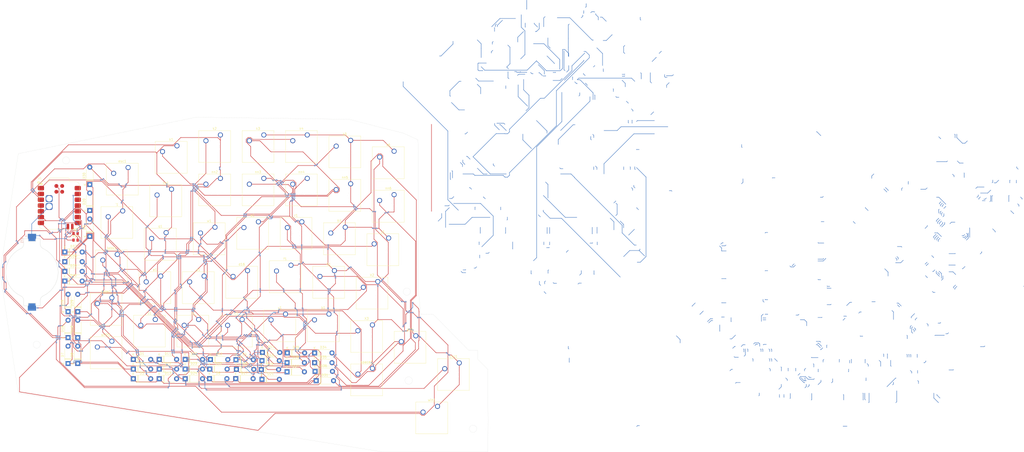
<source format=kicad_pcb>
(kicad_pcb (version 20241229) (generator "pcbnew") (generator_version "9.0")
  (layers (0 "F.Cu" signal) (2 "B.Cu" signal) (13 "F.Paste" user) (15 "B.Paste" user) (5 "F.SilkS" user "F.Silkscreen") (7 "B.SilkS" user "B.Silkscreen") (1 "F.Mask" user) (3 "B.Mask" user) (25 "Edge.Cuts" user))
  (net 0 "")
  (net 1 "/right/c5")
  (net 2 "Net-(D73-A)")
  (net 3 "/middle/c2")
  (net 4 "/middle/c3")
  (net 5 "Net-(D101-A)")
  (net 6 "/right/c0")
  (net 7 "Net-(D57-A)")
  (net 8 "/right/c4")
  (net 9 "Net-(D66-A)")
  (net 10 "/middle/c4")
  (net 11 "Net-(D107-A)")
  (net 12 "Net-(D63-A)")
  (net 13 "/middle/c1")
  (net 14 "Net-(D69-A)")
  (net 15 "Net-(D87-A)")
  (net 16 "/left/pin")
  (net 17 "/right/pin")
  (net 18 "/left/VBAT1")
  (net 19 "/right/VBAT2")
  (net 20 "/middle/VBAT3")
  (net 21 "Net-(D68-A)")
  (net 22 "Net-(D71-A)")
  (net 23 "/left/c1")
  (net 24 "Net-(D9-A)")
  (net 25 "/left/c3")
  (net 26 "Net-(D34-A)")
  (net 27 "Net-(D33-A)")
  (net 28 "Net-(D79-A)")
  (net 29 "/right/c6")
  (net 30 "Net-(D21-A)")
  (net 31 "Net-(D4-A)")
  (net 32 "/left/c0")
  (net 33 "Net-(D22-A)")
  (net 34 "Net-(D109-A)")
  (net 35 "Net-(D108-A)")
  (net 36 "Net-(D1-A)")
  (net 37 "/left/r1")
  (net 38 "Net-(D2-A)")
  (net 39 "/left/r2")
  (net 40 "Net-(D3-A)")
  (net 41 "/left/r3")
  (net 42 "Net-(D5-A)")
  (net 43 "Net-(D6-A)")
  (net 44 "Net-(D7-A)")
  (net 45 "Net-(D8-A)")
  (net 46 "Net-(D10-A)")
  (net 47 "Net-(D11-A)")
  (net 48 "Net-(D12-A)")
  (net 49 "Net-(D13-A)")
  (net 50 "Net-(D14-A)")
  (net 51 "Net-(D15-A)")
  (net 52 "Net-(D20-A)")
  (net 53 "Net-(D17-A)")
  (net 54 "Net-(D18-A)")
  (net 55 "Net-(D19-A)")
  (net 56 "/left/r5")
  (net 57 "Net-(D23-A)")
  (net 58 "Net-(D24-A)")
  (net 59 "Net-(D25-A)")
  (net 60 "Net-(D26-A)")
  (net 61 "Net-(D27-A)")
  (net 62 "Net-(D28-A)")
  (net 63 "Net-(D29-A)")
  (net 64 "Net-(D30-A)")
  (net 65 "Net-(D31-A)")
  (net 66 "Net-(D32-A)")
  (net 67 "Net-(D35-A)")
  (net 68 "Net-(D36-A)")
  (net 69 "Net-(D37-A)")
  (net 70 "Net-(D38-A)")
  (net 71 "Net-(D39-A)")
  (net 72 "Net-(D40-A)")
  (net 73 "Net-(D41-A)")
  (net 74 "Net-(D42-A)")
  (net 75 "/right/r1")
  (net 76 "/right/r2")
  (net 77 "Net-(D43-A)")
  (net 78 "Net-(D44-A)")
  (net 79 "/right/r3")
  (net 80 "Net-(D45-A)")
  (net 81 "Net-(D46-A)")
  (net 82 "/right/r5")
  (net 83 "Net-(D48-A)")
  (net 84 "Net-(D49-A)")
  (net 85 "Net-(D50-A)")
  (net 86 "Net-(D51-A)")
  (net 87 "Net-(D52-A)")
  (net 88 "Net-(D53-A)")
  (net 89 "Net-(D54-A)")
  (net 90 "Net-(D55-A)")
  (net 91 "Net-(D56-A)")
  (net 92 "Net-(D58-A)")
  (net 93 "Net-(D59-A)")
  (net 94 "Net-(D60-A)")
  (net 95 "Net-(D64-A)")
  (net 96 "Net-(D65-A)")
  (net 97 "Net-(D67-A)")
  (net 98 "Net-(D70-A)")
  (net 99 "Net-(D72-A)")
  (net 100 "Net-(D74-A)")
  (net 101 "Net-(D75-A)")
  (net 102 "Net-(D76-A)")
  (net 103 "Net-(D77-A)")
  (net 104 "Net-(D78-A)")
  (net 105 "/middle/r0")
  (net 106 "/middle/r1")
  (net 107 "Net-(D82-A)")
  (net 108 "/middle/r2")
  (net 109 "/middle/r3")
  (net 110 "Net-(D83-A)")
  (net 111 "Net-(D84-A)")
  (net 112 "/middle/r4")
  (net 113 "/middle/r5")
  (net 114 "Net-(D90-A)")
  (net 115 "Net-(D95-A)")
  (net 116 "Net-(D98-A)")
  (net 117 "Net-(D100-A)")
  (net 118 "Net-(D102-A)")
  (net 119 "Net-(D104-A)")
  (net 120 "Net-(D105-A)")
  (net 121 "/left/c2")
  (net 122 "/middle/c0")
  (net 123 "/left/r0")
  (net 130 "/right/r0")
  (net 131 "GND1")
  (net 132 "GND2")
  (net 133 "GND3")
  (footprint "Button_Switch_Keyboard:SW_Cherry_MX_1.00u_PCB" (layer "F.Cu") (at 25.66625 96.82)
    (property "Reference" "nn2")
    (property "Value" "SW_Push")
  )
  (footprint "Button_Switch_Keyboard:SW_Cherry_MX_1.00u_PCB" (layer "F.Cu") (at 82.81625 99.20125)
    (property "Reference" "nn5")
    (property "Value" "SW_Push")
  )
  (footprint "Diode_THT:D_DO-41_SOD81_P7.62mm_Horizontal" (layer "F.Cu") (at -12.5325 184.73125)
    (property "Reference" "D3")
    (property "Value" "D")
  )
  (footprint "Diode_THT:D_DO-41_SOD81_P7.62mm_Horizontal" (layer "F.Cu") (at 43.89625 184.9875)
    (property "Reference" "D21")
    (property "Value" "D")
  )
  (footprint "Button_Switch_Keyboard:SW_Cherry_MX_1.00u_PCB" (layer "F.Cu") (at 16.14125 158.7325)
    (property "Reference" "x1")
    (property "Value" "SW_Push")
  )
  (footprint "Diode_THT:D_DO-41_SOD81_P7.62mm_Horizontal" (layer "F.Cu") (at -12.5325 180.48125)
    (property "Reference" "D2")
    (property "Value" "D")
  )
  (footprint "Diode_THT:D_DO-41_SOD81_P7.62mm_Horizontal" (layer "F.Cu") (at 43.89625 176.7875)
    (property "Reference" "D15")
    (property "Value" "D")
  )
  (footprint "Diode_THT:D_DO-41_SOD81_P7.62mm_Horizontal" (layer "F.Cu") (at 20.99625 180.4875)
    (property "Reference" "D33")
    (property "Value" "D")
  )
  (footprint "Button_Switch_Keyboard:SW_Cherry_MX_1.00u_PCB" (layer "F.Cu") (at -0.5275 139.6825)
    (property "Reference" "a1")
    (property "Value" "SW_Push")
  )
  (footprint "Resistor_SMD:R_0805_2012Metric" (layer "F.Cu") (at -37.87375 120.95)
    (property "Reference" "R2")
    (property "Value" "R")
  )
  (footprint "Diode_THT:D_DO-41_SOD81_P7.62mm_Horizontal" (layer "F.Cu") (at 32.69625 180.5875)
    (property "Reference" "D5")
    (property "Value" "D")
  )
  (footprint "Button_Switch_Keyboard:SW_Cherry_MX_1.00u_PCB" (layer "F.Cu") (at -17.19625 111.1075)
    (property "Reference" "`1")
    (property "Value" "SW_Push")
  )
  (footprint "Diode_THT:D_DO-41_SOD81_P7.62mm_Horizontal" (layer "F.Cu") (at -31.6425 122.25875 90)
    (property "Reference" "D9")
    (property "Value" "D")
  )
  (footprint "Resistor_SMD:R_0805_2012Metric" (layer "F.Cu") (at -37.87375 123.9)
    (property "Reference" "R14")
    (property "Value" "R")
  )
  (footprint "Button_Switch_Keyboard:SW_Cherry_MX_1.00u_PCB" (layer "F.Cu") (at 92.34125 161.11375)
    (property "Reference" "X3")
    (property "Value" "SW_Push")
  )
  (footprint "Library:modified-XIAO-nRF52840-SMD" (layer "F.Cu") (at -44.96375 108.72625)
    (property "Reference" "U1")
    (property "Value" "XIAO-nRF52840-SMD")
  )
  (footprint "Button_Switch_Keyboard:SW_Cherry_MX_1.00u_PCB" (layer "F.Cu") (at 111.39125 165.87625)
    (property "Reference" "alt1")
    (property "Value" "SW_Push")
  )
  (footprint "Button_Switch_Keyboard:SW_Cherry_MX_1.00u_PCB" (layer "F.Cu") (at 42.335 115.87)
    (property "Reference" "e1")
    (property "Value" "SW_Push")
  )
  (footprint "Button_Switch_Keyboard:SW_Cherry_MX_1.00u_PCB" (layer "F.Cu") (at 120.91625 196.8325)
    (property "Reference" "win1")
    (property "Value" "SW_Push")
  )
  (footprint "Diode_THT:D_DO-41_SOD81_P7.62mm_Horizontal" (layer "F.Cu") (at -42.59625 141.86875)
    (property "Reference" "D40")
    (property "Value" "D")
  )
  (footprint "Button_Switch_Keyboard:SW_Cherry_MX_1.00u_PCB" (layer "F.Cu") (at 44.71625 77.77)
    (property "Reference" "k3")
    (property "Value" "SW_Push")
  )
  (footprint "Button_Switch_Keyboard:SW_Cherry_MX_1.00u_PCB" (layer "F.Cu") (at 63.76625 96.82)
    (property "Reference" "nn4")
    (property "Value" "SW_Push")
  )
  (footprint "Button_Switch_Keyboard:SW_Cherry_MX_1.00u_PCB" (layer "F.Cu") (at 80.435 118.25125)
    (property "Reference" "tt1")
    (property "Value" "SW_Push")
  )
  (footprint "Button_Switch_Keyboard:SW_Cherry_MX_1.00u_PCB" (layer "F.Cu") (at 101.86625 84.91375)
    (property "Reference" "k6")
    (property "Value" "SW_Push")
  )
  (footprint "Diode_THT:D_DO-41_SOD81_P7.62mm_Horizontal" (layer "F.Cu") (at -1.1625 180.48125)
    (property "Reference" "D12")
    (property "Value" "D")
  )
  (footprint "Button_Switch_Keyboard:SW_Cherry_MX_1.00u_PCB" (layer "F.Cu") (at 61.385 115.87)
    (property "Reference" "r1")
    (property "Value" "SW_Push")
  )
  (footprint "Diode_THT:D_DO-41_SOD81_P7.62mm_Horizontal" (layer "F.Cu") (at -36.9175 155.3 90)
    (property "Reference" "D29")
    (property "Value" "D")
  )
  (footprint "Button_Switch_Keyboard:SW_Cherry_MX_1.00u_PCB" (layer "F.Cu") (at -2.90875 158.7325)
    (property "Reference" "z1")
    (property "Value" "SW_Push")
  )
  (footprint "Diode_THT:D_DO-41_SOD81_P7.62mm_Horizontal" (layer "F.Cu") (at -12.5325 176.23125)
    (property "Reference" "D1")
    (property "Value" "D")
  )
  (footprint "Diode_THT:D_DO-41_SOD81_P7.62mm_Horizontal" (layer "F.Cu") (at -41.1675 178.04 90)
    (property "Reference" "D7")
    (property "Value" "D")
  )
  (footprint "Diode_THT:D_DO-41_SOD81_P7.62mm_Horizontal" (layer "F.Cu") (at 20.89625 184.6875)
    (property "Reference" "D6")
    (property "Value" "D")
  )
  (footprint "Button_Switch_Keyboard:SW_Cherry_MX_1.00u_PCB" (layer "F.Cu") (at -19.5775 130.1575)
    (property "Reference" "tabs1")
    (property "Value" "SW_Push")
  )
  (footprint "Button_Switch_Keyboard:SW_Cherry_MX_1.00u_PCB" (layer "F.Cu") (at -21.95875 149.2075)
    (property "Reference" "caps1")
    (property "Value" "SW_Push")
  )
  (footprint "Button_Switch_Keyboard:SW_Cherry_MX_1.00u_PCB" (layer "F.Cu") (at 63.76625 77.77)
    (property "Reference" "k4")
    (property "Value" "SW_Push")
  )
  (footprint "Diode_THT:D_DO-41_SOD81_P7.62mm_Horizontal" (layer "F.Cu") (at -42.59625 129.11875)
    (property "Reference" "D37")
    (property "Value" "D")
  )
  (footprint "Diode_THT:D_DO-41_SOD81_P7.62mm_Horizontal" (layer "F.Cu") (at 32.39625 184.6875)
    (property "Reference" "D17")
    (property "Value" "D")
  )
  (footprint "Button_Switch_Keyboard:SW_Cherry_MX_1.00u_PCB" (layer "F.Cu") (at 6.61625 82.5325)
    (property "Reference" "k1")
    (property "Value" "SW_Push")
  )
  (footprint "Button_Switch_Keyboard:SW_Cherry_MX_1.00u_PCB" (layer "F.Cu") (at 82.81625 80.15125)
    (property "Reference" "k5")
    (property "Value" "SW_Push")
  )
  (footprint "Diode_THT:D_DO-41_SOD81_P7.62mm_Horizontal" (layer "F.Cu") (at -36.9175 178.04 90)
    (property "Reference" "D8")
    (property "Value" "D")
  )
  (footprint "Diode_THT:D_DO-41_SOD81_P7.62mm_Horizontal" (layer "F.Cu") (at 32.49625 176.3875)
    (property "Reference" "D4")
    (property "Value" "D")
  )
  (footprint "Button_Switch_Keyboard:SW_Cherry_MX_1.00u_PCB" (layer "F.Cu") (at 94.7225 142.06375)
    (property "Reference" "X2")
    (property "Value" "SW_Push")
  )
  (footprint "Diode_THT:D_DO-41_SOD81_P7.62mm_Horizontal" (layer "F.Cu") (at 54.89625 177.6875)
    (property "Reference" "D26")
    (property "Value" "D")
  )
  (footprint "Diode_THT:D_DO-41_SOD81_P7.62mm_Horizontal" (layer "F.Cu") (at 10.2075 180.48125)
    (property "Reference" "D23")
    (property "Value" "D")
  )
  (footprint "Button_Switch_Keyboard:SW_Cherry_MX_1.00u_PCB" (layer "F.Cu") (at 23.285 118.25125)
    (property "Reference" "w1")
    (property "Value" "SW_Push")
  )
  (footprint "Button_Switch_Keyboard:SW_Cherry_MX_1.00u_PCB" (layer "F.Cu") (at 44.71625 96.82)
    (property "Reference" "nn3")
    (property "Value" "SW_Push")
  )
  (footprint "Button_Switch_Keyboard:SW_Cherry_MX_1.00u_PCB" (layer "F.Cu") (at 18.5225 139.6825)
    (property "Reference" "s1")
    (property "Value" "SW_Push")
  )
  (footprint "Diode_THT:D_DO-41_SOD81_P7.62mm_Horizontal" (layer "F.Cu") (at 67.67625 185.5875)
    (property "Reference" "D31")
    (property "Value" "D")
  )
  (footprint "Diode_THT:D_DO-41_SOD81_P7.62mm_Horizontal" (layer "F.Cu") (at 66.99625 173.3875)
    (property "Reference" "D34")
    (property "Value" "D")
  )
  (footprint "Diode_THT:D_DO-41_SOD81_P7.62mm_Horizontal" (layer "F.Cu") (at -1.1625 176.23125)
    (property "Reference" "D11")
    (property "Value" "D")
  )
  (footprint "Button_Switch_Keyboard:SW_Cherry_MX_1.00u_PCB" (layer "F.Cu") (at 56.6225 134.92)
    (property "Reference" "f1")
    (property "Value" "SW_Push")
  )
  (footprint "Button_Switch_Keyboard:SW_Cherry_MX_1.00u_PCB" (layer "F.Cu") (at 1.85375 120.6325)
    (property "Reference" "q1")
    (property "Value" "SW_Push")
  )
  (footprint "Button_Switch_Keyboard:SW_Cherry_MX_1.00u_PCB" (layer "F.Cu") (at 54.24125 156.35125)
    (property "Reference" "v1")
    (property "Value" "SW_Push")
  )
  (footprint "Button_Switch_Keyboard:SW_Cherry_MX_1.00u_PCB" (layer "F.Cu") (at -14.815 92.0575)
    (property "Reference" "esc1")
    (property "Value" "SW_Push")
  )
  (footprint "Diode_THT:D_DO-41_SOD81_P7.62mm_Horizontal" (layer "F.Cu") (at -41.1675 155.3 90)
    (property "Reference" "D28")
    (property "Value" "D")
  )
  (footprint "Button_Switch_Keyboard:SW_Cherry_MX_1.00u_PCB" (layer "F.Cu") (at 4.235 101.5825)
    (property "Reference" "nn1")
    (property "Value" "SW_Push")
  )
  (footprint "Diode_THT:D_DO-41_SOD81_P7.62mm_Horizontal" (layer "F.Cu") (at 21.29625 176.2875)
    (property "Reference" "D32")
    (property "Value" "D")
  )
  (footprint "Diode_THT:D_DO-41_SOD81_P7.62mm_Horizontal" (layer "F.Cu") (at 43.59625 180.6875)
    (property "Reference" "D10")
    (property "Value" "D")
  )
  (footprint "Diode_THT:D_DO-41_SOD81_P7.62mm_Horizontal" (layer "F.Cu") (at 44.09625 173.1875)
    (property "Reference" "D14")
    (property "Value" "D")
  )
  (footprint "Button_Switch_Keyboard:SW_Cherry_MX_1.00u_PCB" (layer "F.Cu") (at 37.5725 137.30125)
    (property "Reference" "d16")
    (property "Value" "SW_Push")
  )
  (footprint "Diode_THT:D_DO-41_SOD81_P7.62mm_Horizontal" (layer "F.Cu") (at -1.1625 184.73125)
    (property "Reference" "D13")
    (property "Value" "D")
  )
  (footprint "Diode_THT:D_DO-41_SOD81_P7.62mm_Horizontal" (layer "F.Cu") (at 54.99625 173.3875)
    (property "Reference" "D25")
    (property "Value" "D")
  )
  (footprint "Diode_THT:D_DO-41_SOD81_P7.62mm_Horizontal" (layer "F.Cu") (at -42.59625 133.36875)
    (property "Reference" "D38")
    (property "Value" "D")
  )
  (footprint "Diode_THT:D_DO-41_SOD81_P7.62mm_Horizontal" (layer "F.Cu") (at -31.6425 99.51875 90)
    (property "Reference" "D30")
    (property "Value" "D")
  )
  (footprint "Diode_THT:D_DO-41_SOD81_P7.62mm_Horizontal" (layer "F.Cu") (at 67.19625 181.4875)
    (property "Reference" "D36")
    (property "Value" "D")
  )
  (footprint "Diode_THT:D_DO-41_SOD81_P7.62mm_Horizontal" (layer "F.Cu") (at -41.1675 166.67 90)
    (property "Reference" "D18")
    (property "Value" "D")
  )
  (footprint "Diode_THT:D_DO-41_SOD81_P7.62mm_Horizontal" (layer "F.Cu") (at -42.59625 137.61875)
    (property "Reference" "D39")
    (property "Value" "D")
  )
  (footprint "Button_Switch_Keyboard:SW_Cherry_MX_1.00u_PCB" (layer "F.Cu") (at 101.86625 103.96375)
    (property "Reference" "nn6")
    (property "Value" "SW_Push")
  )
  (footprint "Button_Switch_Keyboard:SW_Cherry_MX_1.00u_PCB" (layer "F.Cu") (at 35.19125 158.7325)
    (property "Reference" "c1")
    (property "Value" "SW_Push")
  )
  (footprint "Button_Switch_Keyboard:SW_Cherry_MX_1.00u_PCB" (layer "F.Cu") (at 73.29125 156.35125)
    (property "Reference" "b1")
    (property "Value" "SW_Push")
  )
  (footprint "Button_Switch_Keyboard:SW_Cherry_MX_1.00u_PCB" (layer "F.Cu") (at 99.485 123.01375)
    (property "Reference" "y1")
    (property "Value" "SW_Push")
  )
  (footprint "Diode_THT:D_DO-41_SOD81_P7.62mm_Horizontal" (layer "F.Cu") (at -31.6425 110.88875 90)
    (property "Reference" "D20")
    (property "Value" "D")
  )
  (footprint "Button_Switch_Keyboard:SW_Cherry_MX_1.00u_PCB" (layer "F.Cu") (at 25.66625 77.77)
    (property "Reference" "k2")
    (property "Value" "SW_Push")
  )
  (footprint "Diode_THT:D_DO-41_SOD81_P7.62mm_Horizontal" (layer "F.Cu") (at 66.99625 177.6875)
    (property "Reference" "D35")
    (property "Value" "D")
  )
  (footprint "Button_Switch_Keyboard:SW_Cherry_MX_1.00u_PCB" (layer "F.Cu") (at 130.44125 177.7825)
    (property "Reference" "ctrl1")
    (property "Value" "SW_Push")
  )
  (footprint "Diode_THT:D_DO-41_SOD81_P7.62mm_Horizontal" (layer "F.Cu") (at 10.2075 184.73125)
    (property "Reference" "D24")
    (property "Value" "D")
  )
  (footprint "Diode_THT:D_DO-41_SOD81_P7.62mm_Horizontal" (layer "F.Cu") (at -36.9175 166.67 90)
    (property "Reference" "D19")
    (property "Value" "D")
  )
  (footprint "Button_Switch_Keyboard:SW_Cherry_MX_1.00u_PCB" (layer "F.Cu") (at -21.95875 168.2575)
    (property "Reference" "shift1")
    (property "Value" "SW_Push")
  )
  (footprint "Diode_THT:D_DO-41_SOD81_P7.62mm_Horizontal" (layer "F.Cu") (at 54.89625 181.6875)
    (property "Reference" "D27")
    (property "Value" "D")
  )
  (footprint "Diode_THT:D_DO-41_SOD81_P7.62mm_Horizontal" (layer "F.Cu") (at 10.2075 176.23125)
    (property "Reference" "D22")
    (property "Value" "D")
  )
  (footprint "Button_Switch_Keyboard:SW_Cherry_MX_1.00u_PCB" (layer "F.Cu") (at 75.6725 137.30125)
    (property "Reference" "G1")
    (property "Value" "SW_Push")
  )
  (footprint "Button_Switch_Keyboard:SW_Cherry_MX_1.00u_PCB" (layer "F.Cu") (at 92.34125 180.16375)
    (property "Reference" "space1")
    (property "Value" "SW_Push")
  )
  (footprint "Battery:BatteryHolder_Keystone_1057_1x2032" (layer "B.Cu") (at -57 138 -90)
    (property "Reference" "BT1")
    (property "Value" "Battery")
    (fp_line (start 0 11.5) (end 1.858309 11.348863) (stroke (width 0.1)) (layer "Edge.Cuts"))
    (fp_line (start -1.858308 11.348863) (end 0 11.5) (stroke (width 0.1)) (layer "Edge.Cuts"))
    (fp_line (start 1.858309 11.348863) (end 3.667774 10.899424) (stroke (width 0.1)) (layer "Edge.Cuts"))
    (fp_line (start -3.667773 10.899424) (end -1.858308 11.348863) (stroke (width 0.1)) (layer "Edge.Cuts"))
    (fp_line (start 3.667774 10.899424) (end 5.380831 10.163496) (stroke (width 0.1)) (layer "Edge.Cuts"))
    (fp_line (start -5.38083 10.163496) (end -3.667773 10.899424) (stroke (width 0.1)) (layer "Edge.Cuts"))
    (fp_line (start 5.380831 10.163496) (end 6.952455 9.160424) (stroke (width 0.1)) (layer "Edge.Cuts"))
    (fp_line (start -6.952454 9.160424) (end -5.38083 10.163496) (stroke (width 0.1)) (layer "Edge.Cuts"))
    (fp_line (start 6.952455 9.160424) (end 8.341336 7.916572) (stroke (width 0.1)) (layer "Edge.Cuts"))
    (fp_line (start -8.341335 7.916572) (end -6.952454 9.160424) (stroke (width 0.1)) (layer "Edge.Cuts"))
    (fp_line (start 8.341336 7.916572) (end 9.510967 6.464636) (stroke (width 0.1)) (layer "Edge.Cuts"))
    (fp_line (start -9.510966 6.464636) (end -8.341335 7.916572) (stroke (width 0.1)) (layer "Edge.Cuts"))
    (fp_line (start 9.510967 6.464636) (end 10.430604 4.842778) (stroke (width 0.1)) (layer "Edge.Cuts"))
    (fp_line (start -10.430603 4.842778) (end -9.510966 6.464636) (stroke (width 0.1)) (layer "Edge.Cuts"))
    (fp_line (start 10.430604 4.842778) (end 10.590541 4.560716) (stroke (width 0.1)) (layer "Edge.Cuts"))
    (fp_line (start -10.59054 4.560716) (end -10.430603 4.842778) (stroke (width 0.1)) (layer "Edge.Cuts"))
    (fp_line (start 10.590541 4.560716) (end 10.793955 4.308205) (stroke (width 0.1)) (layer "Edge.Cuts"))
    (fp_line (start -10.793954 4.308205) (end -10.59054 4.560716) (stroke (width 0.1)) (layer "Edge.Cuts"))
    (fp_line (start 10.793955 4.308205) (end 11.035499 4.091883) (stroke (width 0.1)) (layer "Edge.Cuts"))
    (fp_line (start -11.035498 4.091883) (end -10.793954 4.308205) (stroke (width 0.1)) (layer "Edge.Cuts"))
    (fp_line (start 11.035499 4.091883) (end 11.308825 3.917435) (stroke (width 0.1)) (layer "Edge.Cuts"))
    (fp_line (start -11.308824 3.917435) (end -11.035498 4.091883) (stroke (width 0.1)) (layer "Edge.Cuts"))
    (fp_line (start 11.308825 3.917435) (end 11.606748 3.789448) (stroke (width 0.1)) (layer "Edge.Cuts"))
    (fp_line (start -11.606747 3.789448) (end -11.308824 3.917435) (stroke (width 0.1)) (layer "Edge.Cuts"))
    (fp_line (start 11.606748 3.789448) (end 11.921438 3.711285) (stroke (width 0.1)) (layer "Edge.Cuts"))
    (fp_line (start -11.921437 3.711285) (end -11.606747 3.789448) (stroke (width 0.1)) (layer "Edge.Cuts"))
    (fp_line (start 11.921438 3.711285) (end 12.244622 3.685) (stroke (width 0.1)) (layer "Edge.Cuts"))
    (fp_line (start -14.3 3.685) (end -12.244621 3.685) (stroke (width 0.1)) (layer "Edge.Cuts"))
    (fp_line (start -12.244621 3.685) (end -11.921437 3.711285) (stroke (width 0.1)) (layer "Edge.Cuts"))
    (fp_line (start 12.244622 3.685) (end 14.3 3.685) (stroke (width 0.1)) (layer "Edge.Cuts"))
    (fp_line (start 14.7 3.285) (end 14.7 2.08505) (stroke (width 0.1)) (layer "Edge.Cuts"))
    (fp_line (start -14.7 2.08505) (end -14.7 3.285) (stroke (width 0.1)) (layer "Edge.Cuts"))
    (fp_line (start -13.5 1.68505) (end -14.3 1.68505) (stroke (width 0.1)) (layer "Edge.Cuts"))
    (fp_line (start 13.5 1.68505) (end 13.5 -1.684949) (stroke (width 0.1)) (layer "Edge.Cuts"))
    (fp_line (start 14.3 1.68505) (end 13.5 1.68505) (stroke (width 0.1)) (layer "Edge.Cuts"))
    (fp_line (start -14.3 -1.684949) (end -13.5 -1.684949) (stroke (width 0.1)) (layer "Edge.Cuts"))
    (fp_line (start -13.5 -1.684949) (end -13.5 1.68505) (stroke (width 0.1)) (layer "Edge.Cuts"))
    (fp_line (start 13.5 -1.684949) (end 14.3 -1.68505) (stroke (width 0.1)) (layer "Edge.Cuts"))
    (fp_line (start 14.7 -2.082843) (end 14.7 -3.282793) (stroke (width 0.1)) (layer "Edge.Cuts"))
    (fp_line (start -14.7 -3.284899) (end -14.7 -2.084949) (stroke (width 0.1)) (layer "Edge.Cuts"))
    (fp_line (start 14.3 -3.682793) (end 12.244622 -3.684999) (stroke (width 0.1)) (layer "Edge.Cuts"))
    (fp_line (start -12.244621 -3.684999) (end -14.3 -3.684899) (stroke (width 0.1)) (layer "Edge.Cuts"))
    (fp_line (start 12.244622 -3.684999) (end 11.921438 -3.711284) (stroke (width 0.1)) (layer "Edge.Cuts"))
    (fp_line (start -11.921437 -3.711284) (end -12.244621 -3.684999) (stroke (width 0.1)) (layer "Edge.Cuts"))
    (fp_line (start 11.921438 -3.711284) (end 11.606748 -3.789447) (stroke (width 0.1)) (layer "Edge.Cuts"))
    (fp_line (start -11.606747 -3.789447) (end -11.921437 -3.711284) (stroke (width 0.1)) (layer "Edge.Cuts"))
    (fp_line (start 11.606748 -3.789447) (end 11.308825 -3.917434) (stroke (width 0.1)) (layer "Edge.Cuts"))
    (fp_line (start -11.308824 -3.917434) (end -11.606747 -3.789447) (stroke (width 0.1)) (layer "Edge.Cuts"))
    (fp_line (start 11.308825 -3.917434) (end 11.035499 -4.091882) (stroke (width 0.1)) (layer "Edge.Cuts"))
    (fp_line (start -11.035498 -4.091882) (end -11.308824 -3.917434) (stroke (width 0.1)) (layer "Edge.Cuts"))
    (fp_line (start 11.035499 -4.091882) (end 10.793955 -4.308204) (stroke (width 0.1)) (layer "Edge.Cuts"))
    (fp_line (start -10.793954 -4.308204) (end -11.035498 -4.091882) (stroke (width 0.1)) (layer "Edge.Cuts"))
    (fp_line (start 10.793955 -4.308204) (end 10.590541 -4.560715) (stroke (width 0.1)) (layer "Edge.Cuts"))
    (fp_line (start -10.59054 -4.560715) (end -10.793954 -4.308204) (stroke (width 0.1)) (layer "Edge.Cuts"))
    (fp_line (start 10.590541 -4.560715) (end 10.430604 -4.842777) (stroke (width 0.1)) (layer "Edge.Cuts"))
    (fp_line (start -10.430603 -4.842777) (end -10.59054 -4.560715) (stroke (width 0.1)) (layer "Edge.Cuts"))
    (fp_line (start 10.430604 -4.842777) (end 9.510967 -6.464635) (stroke (width 0.1)) (layer "Edge.Cuts"))
    (fp_line (start -9.510966 -6.464635) (end -10.430603 -4.842777) (stroke (width 0.1)) (layer "Edge.Cuts"))
    (fp_line (start 9.510967 -6.464635) (end 8.341336 -7.916571) (stroke (width 0.1)) (layer "Edge.Cuts"))
    (fp_line (start -8.341335 -7.916571) (end -9.510966 -6.464635) (stroke (width 0.1)) (layer "Edge.Cuts"))
    (fp_line (start 8.341336 -7.916571) (end 6.952455 -9.160423) (stroke (width 0.1)) (layer "Edge.Cuts"))
    (fp_line (start -6.952454 -9.160423) (end -8.341335 -7.916571) (stroke (width 0.1)) (layer "Edge.Cuts"))
    (fp_line (start 6.952455 -9.160423) (end 5.380831 -10.163495) (stroke (width 0.1)) (layer "Edge.Cuts"))
    (fp_line (start -5.38083 -10.163495) (end -6.952454 -9.160423) (stroke (width 0.1)) (layer "Edge.Cuts"))
    (fp_line (start 5.380831 -10.163495) (end 3.667774 -10.899423) (stroke (width 0.1)) (layer "Edge.Cuts"))
    (fp_line (start -3.667773 -10.899423) (end -5.38083 -10.163495) (stroke (width 0.1)) (layer "Edge.Cuts"))
    (fp_line (start 3.667774 -10.899423) (end 1.858309 -11.348862) (stroke (width 0.1)) (layer "Edge.Cuts"))
    (fp_line (start -1.858308 -11.348862) (end -3.667773 -10.899423) (stroke (width 0.1)) (layer "Edge.Cuts"))
    (fp_line (start 1.858309 -11.348862) (end 0 -11.499999) (stroke (width 0.1)) (layer "Edge.Cuts"))
    (fp_line (start 0 -11.499999) (end -1.858308 -11.348862) (stroke (width 0.1)) (layer "Edge.Cuts"))
    (fp_arc (start -14.3 3.685) (mid -14.582843 3.567843) (end -14.7 3.285) (stroke (width 0.1)) (layer "Edge.Cuts"))
    (fp_arc (start 14.7 3.285) (mid 14.582843 3.567843) (end 14.3 3.685) (stroke (width 0.1)) (layer "Edge.Cuts"))
    (fp_arc (start -14.7 2.08505) (mid -14.582843 1.802207) (end -14.3 1.68505) (stroke (width 0.1)) (layer "Edge.Cuts"))
    (fp_arc (start 14.3 1.68505) (mid 14.582843 1.802207) (end 14.7 2.08505) (stroke (width 0.1)) (layer "Edge.Cuts"))
    (fp_arc (start -14.3 -1.684949) (mid -14.582843 -1.802106) (end -14.7 -2.084949) (stroke (width 0.1)) (layer "Edge.Cuts"))
    (fp_arc (start 14.7 -2.08505) (mid 14.58286 -1.802175) (end 14.3 -1.68505) (stroke (width 0.1)) (layer "Edge.Cuts"))
    (fp_arc (start -14.7 -3.284899) (mid -14.582843 -3.567742) (end -14.3 -3.684899) (stroke (width 0.1)) (layer "Edge.Cuts"))
    (fp_arc (start 14.3 -3.682793) (mid 14.58284 -3.565635) (end 14.7 -3.282793) (stroke (width 0.1)) (layer "Edge.Cuts"))
  )
  (gr_line (start 113.5 156.44) (end 112.56646 146.120095) (stroke (width 0.05)) (layer "Edge.Cuts"))
  (gr_line (start 138.569964 176.1952) (end 143.03 180.65) (stroke (width 0.05)) (layer "Edge.Cuts"))
  (gr_line (start 142.987591 192.75) (end 143.01 192.57) (stroke (width 0.05)) (layer "Edge.Cuts"))
  (gr_line (start -63 191) (end -71 138) (stroke (width 0.05)) (layer "Edge.Cuts"))
  (gr_circle (center -42.05 88.95) (end -40.49 88.95) (stroke (width 0.05)) (fill no) (layer "Edge.Cuts"))
  (gr_line (start 142.987591 192.75) (end 143.086213 202.432818) (stroke (width 0.05)) (layer "Edge.Cuts"))
  (gr_line (start 96.02 74.496634) (end 82.2 70.91) (stroke (width 0.05)) (layer "Edge.Cuts"))
  (gr_line (start 121.694029 159.17795) (end 119.01 156.52) (stroke (width 0.05)) (layer "Edge.Cuts"))
  (gr_line (start 15 70) (end 82.2 70.91) (stroke (width 0.05)) (layer "Edge.Cuts"))
  (gr_line (start 143.01 192.57) (end 143.03 180.65) (stroke (width 0.05)) (layer "Edge.Cuts"))
  (gr_line (start 112.5 84.8) (end 112.520051 94.773974) (stroke (width 0.05)) (layer "Edge.Cuts"))
  (gr_line (start 142.99142 216.82) (end 96.9 216.82) (stroke (width 0.05)) (layer "Edge.Cuts"))
  (gr_line (start 112.4 135.700008) (end 112.56646 146.120095) (stroke (width 0.05)) (layer "Edge.Cuts"))
  (gr_line (start -63 86) (end -71 138) (stroke (width 0.05)) (layer "Edge.Cuts"))
  (gr_line (start 112.4 135.700008) (end 112.6 119.8) (stroke (width 0.05)) (layer "Edge.Cuts"))
  (gr_line (start 96.410003 74.63) (end 105.64 76.889999) (stroke (width 0.05)) (layer "Edge.Cuts"))
  (gr_circle (center 107.46 146.5) (end 108.11 147.96) (stroke (width 0.05)) (fill no) (layer "Edge.Cuts"))
  (gr_line (start 15 70) (end -63 86) (stroke (width 0.05)) (layer "Edge.Cuts"))
  (gr_line (start 112.4 109.7) (end 112.6 119.8) (stroke (width 0.05)) (layer "Edge.Cuts"))
  (gr_line (start 106.54 77.27) (end 105.64 76.889999) (stroke (width 0.05)) (layer "Edge.Cuts"))
  (gr_line (start 134.57 172.2) (end 138.54 172.2) (stroke (width 0.05)) (layer "Edge.Cuts"))
  (gr_circle (center 108.25 185.49) (end 109.89 185.49) (stroke (width 0.05)) (fill no) (layer "Edge.Cuts"))
  (gr_line (start 138.54 172.2) (end 138.57 176.2) (stroke (width 0.05)) (layer "Edge.Cuts"))
  (gr_line (start 121.694029 159.17795) (end 131.029654 168.592264) (stroke (width 0.05)) (layer "Edge.Cuts"))
  (gr_line (start 131.029654 168.592264) (end 134.57 172.2) (stroke (width 0.05)) (layer "Edge.Cuts"))
  (gr_line (start 143.086213 202.432818) (end 142.99142 216.82) (stroke (width 0.05)) (layer "Edge.Cuts"))
  (gr_circle (center -54.93 169.76) (end -53.37 169.72) (stroke (width 0.05)) (fill no) (layer "Edge.Cuts"))
  (gr_line (start 106.54 77.27) (end 112.3 79.9) (stroke (width 0.05)) (layer "Edge.Cuts"))
  (gr_circle (center 136.51 206.68) (end 138.13 206.68) (stroke (width 0.05)) (fill no) (layer "Edge.Cuts"))
  (gr_line (start 119.01 156.52) (end 113.500107 156.446657) (stroke (width 0.05)) (layer "Edge.Cuts"))
  (gr_line (start 112.3 79.9) (end 112.5 84.8) (stroke (width 0.05)) (layer "Edge.Cuts"))
  (gr_line (start 96.410003 74.63) (end 96.02 74.496634) (stroke (width 0.05)) (layer "Edge.Cuts"))
  (gr_line (start 96.9 216.82) (end -63 191) (stroke (width 0.05)) (layer "Edge.Cuts"))
  (gr_line (start 112.520051 94.773974) (end 112.4 109.7) (stroke (width 0.05)) (layer "Edge.Cuts"))
  (segment (start 360.6915 100.62) (end 357.67 100.62) (width 0.2) (layer "B.Cu") (net 1))
  (segment (start 343.061973 113.229401) (end 342.615657 113.675717) (width 0.2) (layer "B.Cu") (net 1))
  (segment (start 335.279796 135.071314) (end 335.330061 135.071314) (width 0.2) (layer "B.Cu") (net 1))
  (segment (start 335.74608 117.83392) (end 334.799 118.781) (width 0.2) (layer "B.Cu") (net 1))
  (segment (start 335.714858 140.234858) (end 334.971328 139.491328) (width 0.2) (layer "B.Cu") (net 1))
  (segment (start 340.838988 105.081908) (end 339.81175 105.081908) (width 0.2) (layer "B.Cu") (net 1))
  (segment (start 335.714858 140.444858) (end 335.714858 140.234858) (width 0.2) (layer "B.Cu") (net 1))
  (segment (start 340.334634 120.734634) (end 339.023997 120.734634) (width 0.2) (layer "B.Cu") (net 1))
  (segment (start 339.023997 120.734634) (end 339.020394 120.738237) (width 0.2) (layer "B.Cu") (net 1))
  (segment (start 343.390846 116.840729) (end 342.096772 118.134803) (width 0.2) (layer "B.Cu") (net 1))
  (segment (start 358.149405 104.080595) (end 358.149405 104.560595) (width 0.2) (layer "B.Cu") (net 1))
  (segment (start 343.892349 108.156181) (end 343.892349 108.135269) (width 0.2) (layer "B.Cu") (net 1))
  (segment (start 338.489785 131.460503) (end 337.725376 130.696094) (width 0.2) (layer "B.Cu") (net 1))
  (segment (start 335.74608 117.46392) (end 335.74608 117.83392) (width 0.2) (layer "B.Cu") (net 1))
  (segment (start 343.061973 112.280086) (end 343.061973 113.229401) (width 0.2) (layer "B.Cu") (net 1))
  (segment (start 335.330061 135.071314) (end 336.260044 134.141331) (width 0.2) (layer "B.Cu") (net 1))
  (segment (start 341.99 122.39) (end 340.334634 120.734634) (width 0.2) (layer "B.Cu") (net 1))
  (segment (start 358.149405 104.560595) (end 357.540875 105.169125) (width 0.2) (layer "B.Cu") (net 1))
  (segment (start 338.489785 131.628743) (end 338.489785 131.460503) (width 0.2) (layer "B.Cu") (net 1))
  (segment (start 335.714922 100.985078) (end 335.1175 101.5825) (width 0.2) (layer "B.Cu") (net 1))
  (segment (start 338.45025 146.86) (end 337.99025 146.4) (width 0.2) (layer "B.Cu") (net 1))
  (segment (start 357.67 100.62) (end 357.029345 101.260655) (width 0.2) (layer "B.Cu") (net 1))
  (segment (start 343.839922 109.110078) (end 343.839922 109.184291) (width 0.2) (layer "B.Cu") (net 1))
  (segment (start 335.1175 101.5825) (end 332.8475 101.5825) (width 0.2) (layer "B.Cu") (net 1))
  (segment (start 339.19025 146.86) (end 338.45025 146.86) (width 0.2) (layer "B.Cu") (net 1))
  (segment (start 343.390846 116.100515) (end 343.390846 116.840729) (width 0.2) (layer "B.Cu") (net 1))
  (segment (start 343.839922 109.184291) (end 343.0285 109.995713) (width 0.2) (layer "B.Cu") (net 1))
  (segment (start 343.892349 108.135269) (end 340.838988 105.081908) (width 0.2) (layer "B.Cu") (net 1))
  (segment (start 326.959994 174.21775) (end 326.769994 174.02775) (width 0.2) (layer "B.Cu") (net 2))
  (segment (start 328.742532 158.072644) (end 328.742532 157.597468) (width 0.2) (layer "B.Cu") (net 2))
  (segment (start 328.96 182.27975) (end 328.96 181.718564) (width 0.2) (layer "B.Cu") (net 2))
  (segment (start 326.959994 175.22775) (end 326.959994 174.21775) (width 0.2) (layer "B.Cu") (net 2))
  (segment (start 328.306205 162.830595) (end 328.306205 161.854136) (width 0.2) (layer "B.Cu") (net 2))
  (segment (start 328.306205 161.854136) (end 328.783747 161.376594) (width 0.2) (layer "B.Cu") (net 2))
  (segment (start 326.969997 165.779997) (end 326.822892 165.632892) (width 0.2) (layer "B.Cu") (net 2))
  (segment (start 328.742532 157.597468) (end 330.202905 156.137095) (width 0.2) (layer "B.Cu") (net 2))
  (segment (start 328.96 181.718564) (end 328.321186 181.07975) (width 0.2) (layer "B.Cu") (net 2))
  (segment (start 326.969997 167.182845) (end 326.969997 165.779997) (width 0.2) (layer "B.Cu") (net 2))
  (segment (start 144.66 30.31375) (end 148.29375 26.68) (width 0.2) (layer "B.Cu") (net 3))
  (segment (start 183.387959 53.539393) (end 189.15 59.301434) (width 0.2) (layer "B.Cu") (net 3))
  (segment (start 174.735037 53.87) (end 175.64005 52.964987) (width 0.2) (layer "B.Cu") (net 3))
  (segment (start 167.78 49.56) (end 167.78 51.11) (width 0.2) (layer "B.Cu") (net 3))
  (segment (start 165.14 46.92) (end 167.78 49.56) (width 0.2) (layer "B.Cu") (net 3))
  (segment (start 148.29375 26.68) (end 155.14 26.68) (width 0.2) (layer "B.Cu") (net 3))
  (segment (start 164.07 32.37) (end 163.97 32.37) (width 0.2) (layer "B.Cu") (net 3))
  (segment (start 188.15 78.43) (end 188.15 79.68) (width 0.2) (layer "B.Cu") (net 3))
  (segment (start 183.99 137.2785) (end 183.99 138.56) (width 0.2) (layer "B.Cu") (net 3))
  (segment (start 188.77 118.38275) (end 188.77 121.12) (width 0.2) (layer "B.Cu") (net 3))
  (segment (start 182.209393 53.539393) (end 182.902286 52.8465) (width 0.2) (layer "B.Cu") (net 3))
  (segment (start 206.04025 52.8465) (end 207.44125 54.2475) (width 0.2) (layer "B.Cu") (net 3))
  (segment (start 163.97 32.37) (end 163.88 32.46) (width 0.2) (layer "B.Cu") (net 3))
  (segment (start 188.77 121.12) (end 188.82 121.17) (width 0.2) (layer "B.Cu") (net 3))
  (segment (start 189.46 91.7475) (end 189.46 92.8975) (width 0.2) (layer "B.Cu") (net 3))
  (segment (start 189.46 92.8975) (end 189.41 92.9475) (width 0.2) (layer "B.Cu") (net 3))
  (segment (start 165.52 31.21) (end 164.36 32.37) (width 0.2) (layer "B.Cu") (net 3))
  (segment (start 188.82 118.33275) (end 188.77 118.38275) (width 0.2) (layer "B.Cu") (net 3))
  (segment (start 188.15 79.68) (end 188.436048 79.966048) (width 0.2) (layer "B.Cu") (net 3))
  (segment (start 165.52 28.68) (end 165.52 31.21) (width 0.2) (layer "B.Cu") (net 3))
  (segment (start 182.902286 52.8465) (end 206.04025 52.8465) (width 0.2) (layer "B.Cu") (net 3))
  (segment (start 182.209393 53.539393) (end 183.387959 53.539393) (width 0.2) (layer "B.Cu") (net 3))
  (segment (start 183.99 138.56) (end 183.26 139.29) (width 0.2) (layer "B.Cu") (net 3))
  (segment (start 189.15 59.301434) (end 189.15 62.2785) (width 0.2) (layer "B.Cu") (net 3))
  (segment (start 164.36 32.37) (end 164.07 32.37) (width 0.2) (layer "B.Cu") (net 3))
  (segment (start 171.562983 53.87) (end 174.735037 53.87) (width 0.2) (layer "B.Cu") (net 3))
  (segment (start 169.34125 38.644157) (end 169.34125 35.1975) (width 0.2) (layer "B.Cu") (net 4))
  (segment (start 139.68 120.94) (end 139.68 118.39275) (width 0.2) (layer "B.Cu") (net 4))
  (segment (start 133.972245 87.182245) (end 135.192875 88.402875) (width 0.2) (layer "B.Cu") (net 4))
  (segment (start 167.49 26.47) (end 168.1 25.86) (width 0.2) (layer "B.Cu") (net 4))
  (segment (start 131.83 138.18) (end 131.24125 137.59125) (width 0.2) (layer "B.Cu") (net 4))
  (segment (start 171.96 142.87) (end 171.62 142.53) (width 0.2) (layer "B.Cu") (net 4))
  (segment (start 182.97 142.77) (end 182.54 143.2) (width 0.2) (layer "B.Cu") (net 4))
  (segment (start 139.42 131.74375) (end 139.42 130.5) (width 0.2) (layer "B.Cu") (net 4))
  (segment (start 172.162983 46.53275) (end 172.162983 46.332983) (width 0.2) (layer "B.Cu") (net 4))
  (segment (start 133.30225 138.18) (end 131.83 138.18) (width 0.2) (layer "B.Cu") (net 4))
  (segment (start 140.956342 94.918842) (end 138.385 92.3475) (width 0.2) (layer "B.Cu") (net 4))
  (segment (start 172.162983 46.332983) (end 168.945735 43.115735) (width 0.2) (layer "B.Cu") (net 4))
  (segment (start 132.10225 136.98) (end 133.17225 136.98) (width 0.2) (layer "B.Cu") (net 4))
  (segment (start 133.17225 136.98) (end 133.30225 136.85) (width 0.2) (layer "B.Cu") (net 4))
  (segment (start 137.36 109.4565) (end 137.42 109.3965) (width 0.2) (layer "B.Cu") (net 4))
  (segment (start 139.16 124.75575) (end 139.13 124.72575) (width 0.2) (layer "B.Cu") (net 4))
  (segment (start 170.373593 39.6765) (end 169.34125 38.644157) (width 0.2) (layer "B.Cu") (net 4))
  (segment (start 133.582245 87.182245) (end 133.972245 87.182245) (width 0.2) (layer "B.Cu") (net 4))
  (segment (start 173.17 142.87) (end 171.96 142.87) (width 0.2) (layer "B.Cu") (net 4))
  (segment (start 184.04225 142.77) (end 182.97 142.77) (width 0.2) (layer "B.Cu") (net 4))
  (segment (start 139.16 125.92575) (end 139.16 124.75575) (width 0.2) (layer "B.Cu") (net 4))
  (segment (start 142.71 94.918842) (end 140.956342 94.918842) (width 0.2) (layer "B.Cu") (net 4))
  (segment (start 136.933485 136.176515) (end 137.513485 136.176515) (width 0.2) (layer "B.Cu") (net 4))
  (segment (start 137.36 110.5965) (end 137.36 109.4565) (width 0.2) (layer "B.Cu") (net 4))
  (segment (start 146.894795 72.62) (end 149.99 72.62) (width 0.2) (layer "B.Cu") (net 4))
  (segment (start 137.513485 136.176515) (end 138.072015 135.617985) (width 0.2) (layer "B.Cu") (net 4))
  (segment (start 139.68 118.39275) (end 139.74 118.33275) (width 0.2) (layer "B.Cu") (net 4))
  (segment (start 139.42 130.5) (end 139.39 130.47) (width 0.2) (layer "B.Cu") (net 4))
  (segment (start 167.49 30.31375) (end 167.49 26.47) (width 0.2) (layer "B.Cu") (net 4))
  (segment (start 149.99 72.62) (end 150.482875 73.112875) (width 0.2) (layer "B.Cu") (net 4))
  (segment (start 126.09925 109.649539) (end 124.44 111.308789) (width 0.2) (layer "B.Cu") (net 5))
  (segment (start 124.44 111.308789) (end 124.44 118.37) (width 0.2) (layer "B.Cu") (net 5))
  (segment (start 126.5001 97.1701) (end 126.7 97.37) (width 0.2) (layer "B.Cu") (net 5))
  (segment (start 126.5001 94.26439) (end 126.5001 97.1701) (width 0.2) (layer "B.Cu") (net 5))
  (segment (start 351.158436 81.3935) (end 348.73 78.965064) (width 0.2) (layer "B.Cu") (net 6))
  (segment (start 290.47 115.8) (end 289.1985 115.8) (width 0.2) (layer "B.Cu") (net 6))
  (segment (start 299.0885 157.26) (end 300.156609 157.26) (width 0.2) (layer "B.Cu") (net 6))
  (segment (start 268.96725 96.59) (end 267.84725 96.59) (width 0.2) (layer "B.Cu") (net 6))
  (segment (start 308.5 177.82975) (end 308.5 176.29875) (width 0.2) (layer "B.Cu") (net 6))
  (segment (start 277.121109 135.690265) (end 275.951549 135.690265) (width 0.2) (layer "B.Cu") (net 6))
  (segment (start 289.816452 105.093548) (end 290.179982 104.730018) (width 0.2) (layer "B.Cu") (net 6))
  (segment (start 278.153143 156.806857) (end 279.093143 156.806857) (width 0.2) (layer "B.Cu") (net 6))
  (segment (start 306.37625 166.04) (end 306.28625 165.95) (width 0.2) (layer "B.Cu") (net 6))
  (segment (start 287.7975 157.85) (end 289.5075 157.85) (width 0.2) (layer "B.Cu") (net 6))
  (segment (start 265.79225 137.30125) (end 264.701 137.30125) (width 0.2) (layer "B.Cu") (net 6))
  (segment (start 262.255948 169.417866) (end 262.090363 169.252281) (width 0.2) (layer "B.Cu") (net 6))
  (segment (start 284.88725 175.34) (end 284.976 175.42875) (width 0.2) (layer "B.Cu") (net 6))
  (segment (start 282.701186 187.17975) (end 282.701186 188.111814) (width 0.2) (layer "B.Cu") (net 6))
  (segment (start 291.212814 131.985629) (end 291.212814 131.915785) (width 0.2) (layer "B.Cu") (net 6))
  (segment (start 247.56 128.66) (end 245.58225 128.66) (width 0.2) (layer "B.Cu") (net 6))
  (segment (start 291.78747 152.23) (end 293.36747 152.23) (width 0.2) (layer "B.Cu") (net 6))
  (segment (start 275.951549 135.690265) (end 275.491377 135.230093) (width 0.2) (layer "B.Cu") (net 6))
  (segment (start 263.640003 172.82775) (end 263.640003 171.889122) (width 0.2) (layer "B.Cu") (net 6))
  (segment (start 267.84725 96.59) (end 267.76725 96.67) (width 0.2) (layer "B.Cu") (net 6))
  (segment (start 263.02 159.56) (end 263.02 157.1225) (width 0.2) (layer "B.Cu") (net 6))
  (segment (start 244.74125 163.87875) (end 244.74125 161.11375) (width 0.2) (layer "B.Cu") (net 6))
  (segment (start 244.644288 126.469433) (end 245.54225 127.367395) (width 0.2) (layer "B.Cu") (net 6))
  (segment (start 288.846452 105.093548) (end 289.816452 105.093548) (width 0.2) (layer "B.Cu") (net 6))
  (segment (start 249.984558 167.245442) (end 251.65539 165.57461) (width 0.2) (layer "B.Cu") (net 6))
  (segment (start 293.36747 152.23) (end 293.58747 152.01) (width 0.2) (layer "B.Cu") (net 6))
  (segment (start 281.65 185.57775) (end 282.701186 185.57775) (width 0.2) (layer "B.Cu") (net 6))
  (segment (start 308.5 176.29875) (end 308.57 176.22875) (width 0.2) (layer "B.Cu") (net 6))
  (segment (start 245.778417 125.103788) (end 245.17068 125.711525) (width 0.2) (layer "B.Cu") (net 6))
  (segment (start 309.875059 179.286212) (end 309.875059 178.582809) (width 0.2) (layer "B.Cu") (net 6))
  (segment (start 262.255948 170.475171) (end 262.255948 169.417866) (width 0.2) (layer "B.Cu") (net 6))
  (segment (start 264.701 137.30125) (end 264.59225 137.41) (width 0.2) (layer "B.Cu") (net 6))
  (segment (start 282.14 185.57775) (end 282.14 184.50775) (width 0.2) (layer "B.Cu") (net 6))
  (segment (start 227.34 167.525) (end 225.69125 165.87625) (width 0.2) (layer "B.Cu") (net 6))
  (segment (start 222.569616 102.2) (end 223.509616 102.2) (width 0.2) (layer "B.Cu") (net 6))
  (segment (start 282.701186 188.111814) (end 282.08525 188.72775) (width 0.2) (layer "B.Cu") (net 6))
  (segment (start 263.02 157.1225) (end 263.79125 156.35125) (width 0.2) (layer "B.Cu") (net 6))
  (segment (start 281.91 181.32775) (end 281.91 180.65775) (width 0.2) (layer "B.Cu") (net 6))
  (segment (start 279.08186 183.18814) (end 279.93039 182.33961) (width 0.2) (layer "B.Cu") (net 6))
  (segment (start 254.32 81.97) (end 254.32 83.04125) (width 0.2) (layer "B.Cu") (net 6))
  (segment (start 289.5075 157.85) (end 289.5975 157.76) (width 0.2) (layer "B.Cu") (net 6))
  (segment (start 284.976 175.42875) (end 287.86625 175.42875) (width 0.2) (layer "B.Cu") (net 6))
  (segment (start 227.34 169.01625) (end 227.34 167.525) (width 0.2) (layer "B.Cu") (net 6))
  (segment (start 274.72 181.32775) (end 274.72 180.13775) (width 0.2) (layer "B.Cu") (net 6))
  (segment (start 244.7 163.92) (end 244.74125 163.87875) (width 0.2) (layer "B.Cu") (net 6))
  (segment (start 353.284531 80.428033) (end 352.319064 81.3935) (width 0.2) (layer "B.Cu") (net 6))
  (segment (start 245.54225 127.367395) (end 245.54225 128.62) (width 0.2) (layer "B.Cu") (net 6))
  (segment (start 281.91 180.65775) (end 282.44 180.12775) (width 0.2) (layer "B.Cu") (net 6))
  (segment (start 266.696252 176.204002) (end 266.37 175.87775) (width 0.2) (layer "B.Cu") (net 6))
  (segment (start 274.72 180.13775) (end 274.71 180.12775) (width 0.2) (layer "B.Cu") (net 6))
  (segment (start 245.58225 128.66) (end 245.54225 128.62) (width 0.2) (layer "B.Cu") (net 6))
  (segment (start 352.319064 81.3935) (end 351.158436 81.3935) (width 0.2) (layer "B.Cu") (net 6))
  (segment (start 353.284531 80.405497) (end 353.284531 80.428033) (width 0.2) (layer "B.Cu") (net 6))
  (segment (start 280.45 184.37775) (end 281.65 185.57775) (width 0.2) (layer "B.Cu") (net 6))
  (segment (start 254.32 83.04125) (end 254.57 83.29125) (width 0.2) (layer "B.Cu") (net 6))
  (segment (start 259.566863 169.48314) (end 260.071393 168.97861) (width 0.2) (layer "B.Cu") (net 6))
  (segment (start 277.919952 134.891422) (end 277.121109 135.690265) (width 0.2) (layer "B.Cu") (net 6))
  (segment (start 249.18145 167.245442) (end 249.984558 167.245442) (width 0.2) (layer "B.Cu") (net 6))
  (segment (start 266.696252 177.07775) (end 266.696252 176.204002) (width 0.2) (layer "B.Cu") (net 6))
  (segment (start 246.26 125.103788) (end 245.778417 125.103788) (width 0.2) (layer "B.Cu") (net 6))
  (segment (start 260.071393 168.97861) (end 261.816692 168.97861) (width 0.2) (layer "B.Cu") (net 6))
  (segment (start 265.73225 156.41) (end 265.79225 156.47) (width 0.2) (layer "B.Cu") (net 6))
  (segment (start 348.73 78.965064) (end 348.73 77.4105) (width 0.2) (layer "B.Cu") (net 6))
  (segment (start 263.712602 149.891119) (end 263.712602 150.682602) (width 0.2) (layer "B.Cu") (net 6))
  (segment (start 287.133203 76.363203) (end 287.343203 76.363203) (width 0.2) (layer "B.Cu") (net 6))
  (segment (start 300.156609 157.26) (end 300.2885 157.391891) (width 0.2) (layer "B.Cu") (net 6))
  (segment (start 263.712602 150.682602) (end 264.16539 151.13539) (width 0.2) (layer "B.Cu") (net 6))
  (segment (start 307.48625 166.04) (end 306.37625 166.04) (width 0.2) (layer "B.Cu") (net 6))
  (segment (start 309.875059 178.582809) (end 309.37 178.07775) (width 0.2) (layer "B.Cu") (net 6))
  (segment (start 261.816692 168.97861) (end 262.090363 169.252281) (width 0.2) (layer "B.Cu") (net 6))
  (segment (start 263.640003 171.889122) (end 263.360947 171.610066) (width 0.2) (layer "B.Cu") (net 6))
  (segment (start 254.907422 98.560078) (end 254.26625 99.20125) (width 0.2) (layer "B.Cu") (net 6))
  (segment (start 254.907422 97.012578) (end 254.907422 98.560078) (width 0.2) (layer "B.Cu") (net 6))
  (segment (start 223.509616 102.2) (end 223.769616 102.46) (width 0.2) (layer "B.Cu") (net 6))
  (segment (start 287.343203 76.363203) (end 289.07739 78.09739) (width 0.2) (layer "B.Cu") (net 6))
  (segment (start 282.14 184.50775) (end 282.01 184.37775) (width 0.2) (layer "B.Cu") (net 6))
  (segment (start 287.7975 133.050003) (end 290.14844 133.050003) (width 0.2) (layer "B.Cu") (net 6))
  (segment (start 279.093143 156.806857) (end 279.471673 156.428327) (width 0.2) (layer "B.Cu") (net 6))
  (segment (start 290.14844 133.050003) (end 291.212814 131.985629) (width 0.2) (layer "B.Cu") (net 6))
  (segment (start 264.59225 156.41) (end 265.73225 156.41) (width 0.2) (layer "B.Cu") (net 6))
  (segment (start 316.67 175.02775) (end 316.67 173.95775) (width 0.2) (layer "B.Cu") (net 7))
  (segment (start 316.67 173.95775) (end 316.54 173.82775) (width 0.2) (layer "B.Cu") (net 7))
  (segment (start 315.31 179.27775) (end 315.31 177.30975) (width 0.2) (layer "B.Cu") (net 7))
  (segment (start 306.861855 155.428145) (end 306.221855 155.428145) (width 0.2) (layer "B.Cu") (net 7))
  (segment (start 288.6575 168.34) (end 287.031214 168.34) (width 0.2) (layer "B.Cu") (net 7))
  (segment (start 282.850215 161.503926) (end 282.850215 159.806869) (width 0.2) (layer "B.Cu") (net 7))
  (segment (start 315.31 177.30975) (end 314.63 176.62975) (width 0.2) (layer "B.Cu") (net 7))
  (segment (start 291.899064 145.001594) (end 291.78747 144.89) (width 0.2) (layer "B.Cu") (net 7))
  (segment (start 293.58747 145.001594) (end 291.899064 145.001594) (width 0.2) (layer "B.Cu") (net 7))
  (segment (start 306.221855 155.428145) (end 305.693325 155.956675) (width 0.2) (layer "B.Cu") (net 7))
  (segment (start 288.9975 168.68) (end 288.6575 168.34) (width 0.2) (layer "B.Cu") (net 7))
  (segment (start 282.850215 159.806869) (end 281.893346 158.85) (width 0.2) (layer "B.Cu") (net 7))
  (segment (start 281.893346 158.85) (end 280.04 158.85) (width 0.2) (layer "B.Cu") (net 7))
  (segment (start 317.101985 136.481985) (end 318.56 137.94) (width 0.2) (layer "B.Cu") (net 8))
  (segment (start 349.868455 90.104485) (end 348.941985 89.178015) (width 0.2) (layer "B.Cu") (net 8))
  (segment (start 320.94125 155.45125) (end 320.94125 158.7325) (width 0.2) (layer "B.Cu") (net 8))
  (segment (start 318.56 137.94) (end 318.56 139.6825) (width 0.2) (layer "B.Cu") (net 8))
  (segment (start 308.644455 109.594455) (end 308.644455 109.764455) (width 0.2) (layer "B.Cu") (net 8))
  (segment (start 320.25261 154.76261) (end 320.94125 155.45125) (width 0.2) (layer "B.Cu") (net 8))
  (segment (start 312.324265 94.875735) (end 311.41625 95.78375) (width 0.2) (layer "B.Cu") (net 8))
  (segment (start 344.62989 89.18011) (end 344.33 89.48) (width 0.2) (layer "B.Cu") (net 8))
  (segment (start 311.41625 95.78375) (end 311.41625 96.82) (width 0.2) (layer "B.Cu") (net 8))
  (segment (start 351.565515 90.104485) (end 349.868455 90.104485) (width 0.2) (layer "B.Cu") (net 8))
  (segment (start 308.644455 109.764455) (end 309.83225 110.95225) (width 0.2) (layer "B.Cu") (net 8))
  (segment (start 344.33 89.48) (end 339.81175 89.48) (width 0.2) (layer "B.Cu") (net 8))
  (segment (start 329.401422 164.751419) (end 328.906205 164.256202) (width 0.2) (layer "B.Cu") (net 9))
  (segment (start 317.98725 102.73725) (end 316.744455 101.494455) (width 0.2) (layer "B.Cu") (net 9))
  (segment (start 322.4255 132.855527) (end 322.4255 132.226874) (width 0.2) (layer "B.Cu") (net 9))
  (segment (start 317.98725 102.797247) (end 317.98725 102.73725) (width 0.2) (layer "B.Cu") (net 9))
  (segment (start 327.759997 174.21775) (end 327.569997 174.02775) (width 0.2) (layer "B.Cu") (net 9))
  (segment (start 324.330282 152.811864) (end 323.053338 151.53492) (width 0.2) (layer "B.Cu") (net 9))
  (segment (start 328.906205 162.454133) (end 329.383747 161.976591) (width 0.2) (layer "B.Cu") (net 9))
  (segment (start 322.4255 132.226874) (end 321.891298 131.692672) (width 0.2) (layer "B.Cu") (net 9))
  (segment (start 328.906205 164.256202) (end 328.906205 162.454133) (width 0.2) (layer "B.Cu") (net 9))
  (segment (start 327.759997 175.22775) (end 327.759997 174.21775) (width 0.2) (layer "B.Cu") (net 9))
  (segment (start 323.053338 151.53492) (end 322.4255 151.53492) (width 0.2) (layer "B.Cu") (net 9))
  (segment (start 212.38325 96.263) (end 208.18025 92.06) (width 0.2) (layer "B.Cu") (net 10))
  (segment (start 209.909915 133.592278) (end 212.38325 131.118943) (width 0.2) (layer "B.Cu") (net 10))
  (segment (start 174.9 92.57) (end 174.517518 92.187518) (width 0.2) (layer "B.Cu") (net 10))
  (segment (start 194.936314 27.91275) (end 193.103564 26.08) (width 0.2) (layer "B.Cu") (net 10))
  (segment (start 193.103564 26.08) (end 192.27 26.08) (width 0.2) (layer "B.Cu") (net 10))
  (segment (start 208.50325 133.592278) (end 209.909915 133.592278) (width 0.2) (layer "B.Cu") (net 10))
  (segment (start 216.076674 71.46) (end 208.62025 71.46) (width 0.2) (layer "B.Cu") (net 10))
  (segment (start 208.62025 71.46) (end 208.18025 71.9) (width 0.2) (layer "B.Cu") (net 10))
  (segment (start 175.94 92.57) (end 174.9 92.57) (width 0.2) (layer "B.Cu") (net 10))
  (segment (start 212.38325 131.118943) (end 212.38325 96.263) (width 0.2) (layer "B.Cu") (net 10))
  (segment (start 158.679285 53.382185) (end 158.679285 57.984005) (width 0.2) (layer "B.Cu") (net 11))
  (segment (start 164.319393 71.429393) (end 168.942328 76.052328) (width 0.2) (layer "B.Cu") (net 11))
  (segment (start 175.2985 114.3385) (end 201.09125 140.13125) (width 0.2) (layer "B.Cu") (net 11))
  (segment (start 158.679285 57.984005) (end 161.041 60.34572) (width 0.2) (layer "B.Cu") (net 11))
  (segment (start 170.300936 114.3385) (end 175.2985 114.3385) (width 0.2) (layer "B.Cu") (net 11))
  (segment (start 161.041 60.34572) (end 161.041 65.853656) (width 0.2) (layer "B.Cu") (net 11))
  (segment (start 167.299035 111.336599) (end 170.300936 114.3385) (width 0.2) (layer "B.Cu") (net 11))
  (segment (start 161.041 65.853656) (end 159.723307 67.17135) (width 0.2) (layer "B.Cu") (net 11))
  (segment (start 167.299035 110.762499) (end 167.299035 111.336599) (width 0.2) (layer "B.Cu") (net 11))
  (segment (start 168.942328 76.052328) (end 168.942328 77.002328) (width 0.2) (layer "B.Cu") (net 11))
  (segment (start 286.005765 178.365765) (end 285.767235 178.127235) (width 0.2) (layer "B.Cu") (net 12))
  (segment (start 286.005765 179.585765) (end 286.005765 178.365765) (width 0.2) (layer "B.Cu") (net 12))
  (segment (start 176.41 49.18) (end 176.83 49.6) (width 0.2) (layer "B.Cu") (net 13))
  (segment (start 183.302285 60.327715) (end 182.93 60.7) (width 0.2) (layer "B.Cu") (net 13))
  (segment (start 163.328696 28.958696) (end 164.81 30.44) (width 0.2) (layer "B.Cu") (net 13))
  (segment (start 169.4 137.18) (end 169.64 136.94) (width 0.2) (layer "B.Cu") (net 13))
  (segment (start 221.285643 51.804357) (end 223.895643 51.804357) (width 0.2) (layer "B.Cu") (net 13))
  (segment (start 169.36 99.48) (end 169.36 105.47) (width 0.2) (layer "B.Cu") (net 13))
  (segment (start 180.40597 73.2975) (end 173.885707 79.817763) (width 0.2) (layer "B.Cu") (net 13))
  (segment (start 223.895643 51.804357) (end 224.39614 51.30386) (width 0.2) (layer "B.Cu") (net 13))
  (segment (start 170.08 118.33275) (end 170.08 121.04) (width 0.2) (layer "B.Cu") (net 13))
  (segment (start 201.89225 52) (end 202.96225 52) (width 0.2) (layer "B.Cu") (net 13))
  (segment (start 183.302285 59.254824) (end 183.302285 60.327715) (width 0.2) (layer "B.Cu") (net 13))
  (segment (start 167.9 142.21) (end 168.29 141.82) (width 0.2) (layer "B.Cu") (net 13))
  (segment (start 184.946268 50.986268) (end 185.702923 51.742923) (width 0.2) (layer "B.Cu") (net 13))
  (segment (start 167.9 143.13) (end 167.9 142.21) (width 0.2) (layer "B.Cu") (net 13))
  (segment (start 173.885707 79.817763) (end 173.885707 81.944293) (width 0.2) (layer "B.Cu") (net 13))
  (segment (start 163.328696 28.68) (end 163.328696 28.958696) (width 0.2) (layer "B.Cu") (net 13))
  (segment (start 176.41 40.8785) (end 176.41 49.18) (width 0.2) (layer "B.Cu") (net 13))
  (segment (start 181.2475 73.2975) (end 180.40597 73.2975) (width 0.2) (layer "B.Cu") (net 13))
  (segment (start 170.08 124.72575) (end 170.08 125.85575) (width 0.2) (layer "B.Cu") (net 13))
  (segment (start 202.96225 52) (end 203.09225 51.87) (width 0.2) (layer "B.Cu") (net 13))
  (segment (start 169.4 138.4785) (end 169.4 137.18) (width 0.2) (layer "B.Cu") (net 13))
  (segment (start 170.08 125.85575) (end 170.01 125.92575) (width 0.2) (layer "B.Cu") (net 13))
  (segment (start 184.946268 50.802518) (end 184.946268 50.986268) (width 0.2) (layer "B.Cu") (net 13))
  (segment (start 168.292518 98.412518) (end 169.36 99.48) (width 0.2) (layer "B.Cu") (net 13))
  (segment (start 275.68 191.18) (end 275.68 193.27975) (width 0.2) (layer "B.Cu") (net 14))
  (segment (start 275.68 193.27975) (end 275.53 193.42975) (width 0.2) (layer "B.Cu") (net 14))
  (segment (start 187.783587 60.991404) (end 187.783587 62.951413) (width 0.2) (layer "B.Cu") (net 15))
  (segment (start 187.783587 62.951413) (end 174.8975 75.8375) (width 0.2) (layer "B.Cu") (net 15))
  (segment (start -46.28875 100.15775) (end -45.13775 101.30875) (width 0.2) (layer "F.Cu") (net 16))
  (segment (start -42.13 119.41) (end -42.13 121.19087) (width 0.2) (layer "F.Cu") (net 16))
  (segment (start -40.320215 122.483965) (end -38.78625 120.95) (width 0.2) (layer "F.Cu") (net 16))
  (segment (start -42.13 121.19087) (end -42.319565 121.380435) (width 0.2) (layer "F.Cu") (net 16))
  (segment (start -36.96125 122.775) (end -38.78625 120.95) (width 0.2) (layer "F.Cu") (net 16))
  (segment (start -45.13775 101.30875) (end -45.13775 113.933432) (width 0.2) (layer "F.Cu") (net 16))
  (segment (start -36.96125 123.9) (end -36.96125 122.775) (width 0.2) (layer "F.Cu") (net 16))
  (segment (start -41.726035 122.483965) (end -40.320215 122.483965) (width 0.2) (layer "F.Cu") (net 16))
  (segment (start -45.13775 113.933432) (end -44.038635 115.032547) (width 0.2) (layer "F.Cu") (net 16))
  (via (at -42.13 119.41) (size 0.6) (drill 0.3) (layers "F.Cu" "B.Cu") (net 16))
  (via (at -44.038635 115.032547) (size 0.6) (drill 0.3) (layers "F.Cu" "B.Cu") (net 16))
  (via (at -42.319565 121.380435) (size 0.6) (drill 0.3) (layers "F.Cu" "B.Cu") (net 16))
  (via (at -41.726035 122.483965) (size 0.6) (drill 0.3) (layers "F.Cu" "B.Cu") (net 16))
  (segment (start -44.038635 115.032547) (end -43.66126 115.032547) (width 0.2) (layer "B.Cu") (net 16))
  (segment (start -42.319565 121.890435) (end -41.726035 122.483965) (width 0.2) (layer "B.Cu") (net 16))
  (segment (start -43.66126 115.032547) (end -42.13 116.563807) (width 0.2) (layer "B.Cu") (net 16))
  (segment (start -42.13 116.563807) (end -42.13 119.41) (width 0.2) (layer "B.Cu") (net 16))
  (segment (start -42.319565 121.380435) (end -42.319565 121.890435) (width 0.2) (layer "B.Cu") (net 16))
  (segment (start 365.047675 98.79725) (end 365.902618 98.79725) (width 0.2) (layer "B.Cu") (net 17))
  (segment (start 364.102481 104.620196) (end 364.428527 104.29415) (width 0.2) (layer "B.Cu") (net 17))
  (segment (start 364.102481 107.04515) (end 364.102481 104.620196) (width 0.2) (layer "B.Cu") (net 17))
  (segment (start 365.902618 98.79725) (end 367.102618 97.59725) (width 0.2) (layer "B.Cu") (net 17))
  (segment (start -46.807786 123.49) (end -52.02 123.49) (width 0.2) (layer "F.Cu") (net 18))
  (segment (start -38.78625 123.9) (end -41.333201 123.9) (width 0.2) (layer "F.Cu") (net 18))
  (segment (start -52.02 123.49) (end -53.61 121.9) (width 0.2) (layer "F.Cu") (net 18))
  (segment (start -41.333201 123.9) (end -41.99625 123.236951) (width 0.2) (layer "F.Cu") (net 18))
  (via (at -46.807786 123.49) (size 0.6) (drill 0.3) (layers "F.Cu" "B.Cu") (net 18))
  (via (at -53.61 121.9) (size 0.6) (drill 0.3) (layers "F.Cu" "B.Cu") (net 18))
  (via (at -41.99625 123.236951) (size 0.6) (drill 0.3) (layers "F.Cu" "B.Cu") (net 18))
  (segment (start -46.554737 123.236951) (end -46.807786 123.49) (width 0.2) (layer "B.Cu") (net 18))
  (segment (start -57.1 122.85) (end -57.1 116.7625) (width 0.2) (layer "B.Cu") (net 18))
  (segment (start -41.99625 123.236951) (end -46.554737 123.236951) (width 0.2) (layer "B.Cu") (net 18))
  (segment (start -53.61 121.9) (end -56.15 121.9) (width 0.2) (layer "B.Cu") (net 18))
  (segment (start -57.1 116.7625) (end -49.46375 109.12625) (width 0.2) (layer "B.Cu") (net 18))
  (segment (start -56.15 121.9) (end -57.1 122.85) (width 0.2) (layer "B.Cu") (net 18))
  (segment (start 365.56 120.42) (end 365.56 120.08) (width 0.2) (layer "B.Cu") (net 19))
  (segment (start 378.1 144.15) (end 377.996067 144.15) (width 0.2) (layer "B.Cu") (net 19))
  (segment (start 363.58 106.67515) (end 363.21 107.04515) (width 0.2) (layer "B.Cu") (net 19))
  (segment (start 363.58 104.29415) (end 363.58 106.67515) (width 0.2) (layer "B.Cu") (net 19))
  (segment (start 364.514815 98.480101) (end 364.206267 98.788649) (width 0.2) (layer "B.Cu") (net 19))
  (segment (start 364.514815 97.556035) (end 364.514815 98.480101) (width 0.2) (layer "B.Cu") (net 19))
  (segment (start 365.56 120.08) (end 364.435735 118.955735) (width 0.2) (layer "B.Cu") (net 19))
  (segment (start 190.96 125.86575) (end 191.02 125.92575) (width 0.2) (layer "B.Cu") (net 20))
  (segment (start 214.27 54.45625) (end 214.82 55.00625) (width 0.2) (layer "B.Cu") (net 20))
  (segment (start 178.29 171.4475) (end 178.53 171.6875) (width 0.2) (layer "B.Cu") (net 20))
  (segment (start 199.096145 106.790187) (end 198.270781 107.615551) (width 0.2) (layer "B.Cu") (net 20))
  (segment (start 216.82 43.67) (end 216.82 43.8) (width 0.2) (layer "B.Cu") (net 20))
  (segment (start 190.96 124.72575) (end 190.96 125.86575) (width 0.2) (layer "B.Cu") (net 20))
  (segment (start 219.035806 41.104194) (end 218.11 42.03) (width 0.2) (layer "B.Cu") (net 20))
  (segment (start 209.83 26.12175) (end 209.83 27.12) (width 0.2) (layer "B.Cu") (net 20))
  (segment (start 214.27 50.469997) (end 214.27 54.45625) (width 0.2) (layer "B.Cu") (net 20))
  (segment (start 178.68 175.63) (end 178.68 177.410856) (width 0.2) (layer "B.Cu") (net 20))
  (segment (start 188.119113 24.160887) (end 188.581254 23.698746) (width 0.2) (layer "B.Cu") (net 20))
  (segment (start 216.82 43.8) (end 215.050643 45.569357) (width 0.2) (layer "B.Cu") (net 20))
  (segment (start 178.29 170.4875) (end 178.29 171.4475) (width 0.2) (layer "B.Cu") (net 20))
  (segment (start 189.56 138.88) (end 189.65 138.97) (width 0.2) (layer "B.Cu") (net 20))
  (segment (start 188.581254 23.698746) (end 189.12 23.698746) (width 0.2) (layer "B.Cu") (net 20))
  (segment (start 202.58 92.9275) (end 202.6 92.9475) (width 0.2) (layer "B.Cu") (net 20))
  (segment (start 209.83 27.12) (end 210.12 27.41) (width 0.2) (layer "B.Cu") (net 20))
  (segment (start 189.12 23.698746) (end 189.661868 23.698746) (width 0.2) (layer "B.Cu") (net 20))
  (segment (start 178.68 177.410856) (end 178.77 177.500856) (width 0.2) (layer "B.Cu") (net 20))
  (segment (start 189.56 137.2785) (end 189.56 138.88) (width 0.2) (layer "B.Cu") (net 20))
  (segment (start 199.096145 106.743855) (end 199.096145 106.790187) (width 0.2) (layer "B.Cu") (net 20))
  (segment (start 219.155804 41.104194) (end 219.035806 41.104194) (width 0.2) (layer "B.Cu") (net 20))
  (segment (start 204.6 71.3) (end 204.6 72.4) (width 0.2) (layer "B.Cu") (net 20))
  (segment (start 190.89 118.23) (end 190.89 120.93375) (width 0.2) (layer "B.Cu") (net 20))
  (segment (start 202.58 91.7475) (end 202.58 92.9275) (width 0.2) (layer "B.Cu") (net 20))
  (segment (start 204.6 72.4) (end 204.73 72.53) (width 0.2) (layer "B.Cu") (net 20))
  (segment (start 189.661868 23.698746) (end 189.856081 23.892959) (width 0.2) (layer "B.Cu") (net 20))
  (segment (start 308.9 184.32975) (end 308.9 185.46975) (width 0.2) (layer "B.Cu") (net 21))
  (segment (start 308.9 185.46975) (end 308.84 185.52975) (width 0.2) (layer "B.Cu") (net 21))
  (segment (start 308.33 193.70975) (end 308.65 194.02975) (width 0.2) (layer "B.Cu") (net 21))
  (segment (start 308.33 191.02975) (end 308.33 193.70975) (width 0.2) (layer "B.Cu") (net 21))
  (segment (start 262.059249 190.988535) (end 262.059249 192.030501) (width 0.2) (layer "B.Cu") (net 22))
  (segment (start 262.059249 192.030501) (end 261.86 192.22975) (width 0.2) (layer "B.Cu") (net 22))
  (segment (start 6.61625 82.5325) (end 0.824936 82.5325) (width 0.2) (layer "F.Cu") (net 23))
  (segment (start -2.90875 157.164216) (end -2.90875 158.7325) (width 0.2) (layer "F.Cu") (net 23))
  (segment (start 3.1525 100.5) (end 4.235 101.5825) (width 0.2) (layer "F.Cu") (net 23))
  (segment (start 1.85375 120.6325) (end 1.85375 122.16775) (width 0.2) (layer "F.Cu") (net 23))
  (segment (start -2.20475 85.562186) (end -2.20475 85.8) (width 0.2) (layer "F.Cu") (net 23))
  (segment (start 1.85375 122.16775) (end 1.26 122.7615) (width 0.2) (layer "F.Cu") (net 23))
  (segment (start 1.43 129.61) (end 5.485697 129.61) (width 0.2) (layer "F.Cu") (net 23))
  (segment (start -43.583005 85.249) (end -2.75575 85.249) (width 0.2) (layer "F.Cu") (net 23))
  (segment (start 1.66475 128.245985) (end 1.51 128.400735) (width 0.2) (layer "F.Cu") (net 23))
  (segment (start -3.286483 156.786483) (end -2.90875 157.164216) (width 0.2) (layer "F.Cu") (net 23))
  (segment (start 1.26 123.9615) (end 1.66475 124.36625) (width 0.2) (layer "F.Cu") (net 23))
  (segment (start -0.5275 152.216753) (end 0.172875 152.917128) (width 0.2) (layer "F.Cu") (net 23))
  (segment (start -2.20475 94.94375) (end 2.1515 99.3) (width 0.2) (layer "F.Cu") (net 23))
  (segment (start 6.668284 131.854297) (end 6.668284 132.486716) (width 0.2) (layer "F.Cu") (net 23))
  (segment (start 5.485697 129.61) (end 6.529994 130.654297) (width 0.2) (layer "F.Cu") (net 23))
  (segment (start -56.680544 98.346539) (end -43.583005 85.249) (width 0.2) (layer "F.Cu") (net 23))
  (segment (start -53.07375 103.64625) (end -54.67375 103.64625) (width 0.2) (layer "F.Cu") (net 23))
  (segment (start -56.680544 101.349456) (end -56.680544 98.346539) (width 0.2) (layer "F.Cu") (net 23))
  (segment (start 2.19 100.5) (end 3.1525 100.5) (width 0.2) (layer "F.Cu") (net 23))
  (segment (start 1.66475 124.36625) (end 1.66475 128.245985) (width 0.2) (layer "F.Cu") (net 23))
  (segment (start -2.75575 85.249) (end -2.20475 85.8) (width 0.2) (layer "F.Cu") (net 23))
  (segment (start 4.235 118.25125) (end 1.85375 120.6325) (width 0.2) (layer "F.Cu") (net 23))
  (segment (start 6.668284 132.486716) (end -0.5275 139.6825) (width 0.2) (layer "F.Cu") (net 23))
  (segment (start -54.67375 103.64625) (end -55.977014 102.342986) (width 0.2) (layer "F.Cu") (net 23))
  (segment (start -2.20475 85.8) (end -2.20475 94.94375) (width 0.2) (layer "F.Cu") (net 23))
  (segment (start 0.824936 82.5325) (end -2.20475 85.562186) (width 0.2) (layer "F.Cu") (net 23))
  (segment (start -0.5275 139.6825) (end -0.5275 152.216753) (width 0.2) (layer "F.Cu") (net 23))
  (segment (start 4.235 101.5825) (end 4.235 118.25125) (width 0.2) (layer "F.Cu") (net 23))
  (via (at -55.977014 102.342986) (size 0.6) (drill 0.3) (layers "F.Cu" "B.Cu") (net 23))
  (via (at 1.43 129.61) (size 0.6) (drill 0.3) (layers "F.Cu" "B.Cu") (net 23))
  (via (at 1.26 122.7615) (size 0.6) (drill 0.3) (layers "F.Cu" "B.Cu") (net 23))
  (via (at 1.51 128.400735) (size 0.6) (drill 0.3) (layers "F.Cu" "B.Cu") (net 23))
  (via (at 2.19 100.5) (size 0.6) (drill 0.3) (layers "F.Cu" "B.Cu") (net 23))
  (via (at -3.286483 156.786483) (size 0.6) (drill 0.3) (layers "F.Cu" "B.Cu") (net 23))
  (via (at 6.668284 131.854297) (size 0.6) (drill 0.3) (layers "F.Cu" "B.Cu") (net 23))
  (via (at 6.529994 130.654297) (size 0.6) (drill 0.3) (layers "F.Cu" "B.Cu") (net 23))
  (via (at 1.26 123.9615) (size 0.6) (drill 0.3) (layers "F.Cu" "B.Cu") (net 23))
  (via (at -56.680544 101.349456) (size 0.6) (drill 0.3) (layers "F.Cu" "B.Cu") (net 23))
  (via (at 0.172875 152.917128) (size 0.6) (drill 0.3) (layers "F.Cu" "B.Cu") (net 23))
  (via (at 2.1515 99.3) (size 0.6) (drill 0.3) (layers "F.Cu" "B.Cu") (net 23))
  (segment (start -3.286483 156.365166) (end -3.286483 156.786483) (width 0.2) (layer "B.Cu") (net 23))
  (segment (start 1.51 129.53) (end 1.43 129.61) (width 0.2) (layer "B.Cu") (net 23))
  (segment (start 2.1515 99.3) (end 2.1515 100.4615) (width 0.2) (layer "B.Cu") (net 23))
  (segment (start 6.529994 131.716007) (end 6.668284 131.854297) (width 0.2) (layer "B.Cu") (net 23))
  (segment (start -55.977014 102.342986) (end -55.977014 102.052986) (width 0.2) (layer "B.Cu") (net 23))
  (segment (start 1.51 128.400735) (end 1.51 129.53) (width 0.2) (layer "B.Cu") (net 23))
  (segment (start 0.161555 152.917128) (end -3.286483 156.365166) (width 0.2) (layer "B.Cu") (net 23))
  (segment (start 2.1515 100.4615) (end 2.19 100.5) (width 0.2) (layer "B.Cu") (net 23))
  (segment (start 1.26 122.7615) (end 1.26 123.9615) (width 0.2) (layer "B.Cu") (net 23))
  (segment (start 0.172875 152.917128) (end 0.161555 152.917128) (width 0.2) (layer "B.Cu") (net 23))
  (segment (start -55.977014 102.052986) (end -56.680544 101.349456) (width 0.2) (layer "B.Cu") (net 23))
  (segment (start 6.529994 130.654297) (end 6.529994 131.716007) (width 0.2) (layer "B.Cu") (net 23))
  (segment (start -31.6425 114.63875) (end -31.61125 114.63875) (width 0.2) (layer "F.Cu") (net 24))
  (segment (start -31.51 114.74) (end -30.8415 115.4085) (width 0.2) (layer "F.Cu") (net 24))
  (segment (start -31.61125 114.63875) (end -31.51 114.74) (width 0.2) (layer "F.Cu") (net 24))
  (segment (start -30.8415 115.4085) (end -30.8415 115.444685) (width 0.2) (layer "F.Cu") (net 24))
  (segment (start -30.140735 116.499265) (end -6.8775 139.7625) (width 0.2) (layer "F.Cu") (net 24))
  (segment (start -6.8775 139.7625) (end -6.8775 142.2225) (width 0.2) (layer "F.Cu") (net 24))
  (via (at -30.8415 115.444685) (size 0.6) (drill 0.3) (layers "F.Cu" "B.Cu") (net 24))
  (via (at -30.140735 116.499265) (size 0.6) (drill 0.3) (layers "F.Cu" "B.Cu") (net 24))
  (segment (start -30.8415 115.7985) (end -30.140735 116.499265) (width 0.2) (layer "B.Cu") (net 24))
  (segment (start -30.8415 115.444685) (end -30.8415 115.7985) (width 0.2) (layer "B.Cu") (net 24))
  (segment (start 43.59625 180.6875) (end 43.59625 177.0875) (width 0.2) (layer "F.Cu") (net 25))
  (segment (start 75.77 137.39875) (end 75.6725 137.30125) (width 0.2) (layer "F.Cu") (net 25))
  (segment (start 43.59625 177.0875) (end 43.89625 176.7875) (width 0.2) (layer "F.Cu") (net 25))
  (segment (start 46.230845 114.009155) (end 44.37 115.87) (width 0.2) (layer "F.Cu") (net 25))
  (segment (start 56.079531 113.394375) (end 56.079531 107.181097) (width 0.2) (layer "F.Cu") (net 25))
  (segment (start 59.57 134.92) (end 60.14 134.35) (width 0.2) (layer "F.Cu") (net 25))
  (segment (start 80.94875 137.30125) (end 75.6725 137.30125) (width 0.2) (layer "F.Cu") (net 25))
  (segment (start 62.981434 96.82) (end 63.76625 96.82) (width 0.2) (layer "F.Cu") (net 25))
  (segment (start 94.6875 158.7675) (end 100.72975 158.7675) (width 0.2) (layer "F.Cu") (net 25))
  (segment (start 46.230845 113.910845) (end 46.230845 114.009155) (width 0.2) (layer "F.Cu") (net 25))
  (segment (start 72.85 134.47875) (end 75.6725 137.30125) (width 0.2) (layer "F.Cu") (net 25))
  (segment (start -53.07375 113.80625) (end -52.446036 113.80625) (width 0.2) (layer "F.Cu") (net 25))
  (segment (start 40.13 156.35125) (end 36.01875 156.35125) (width 0.2) (layer "F.Cu") (net 25))
  (segment (start 82.81625 107.242898) (end 84.202212 108.62886) (width 0.2) (layer "F.Cu") (net 25))
  (segment (start -53.07375 111.26625) (end -53.07375 113.80625) (width 0.2) (layer "F.Cu") (net 25))
  (segment (start 62.717875 134.47875) (end 72.85 134.47875) (width 0.2) (layer "F.Cu") (net 25))
  (segment (start 58.617578 115.932422) (end 56.079531 113.394375) (width 0.2) (layer "F.Cu") (net 25))
  (segment (start 80.435 118.25125) (end 80.435 124.116066) (width 0.2) (layer "F.Cu") (net 25))
  (segment (start 81.859317 136.390683) (end 80.94875 137.30125) (width 0.2) (layer "F.Cu") (net 25))
  (segment (start -46.207786 132.559214) (end -46.207786 123.212214) (width 0.2) (layer "F.Cu") (net 25))
  (segment (start 95.24125 118.77) (end 95.24125 114.70875) (width 0.2) (layer "F.Cu") (net 25))
  (segment (start 43.89625 176.7875) (end 42.12 175.01125) (width 0.2) (layer "F.Cu") (net 25))
  (segment (start -42.59625 137.61875) (end -36.94525 143.26975) (width 0.2) (layer "F.Cu") (net 25))
  (segment (start 56.079531 113.394375) (end 48.444372 113.394375) (width 0.2) (layer "F.Cu") (net 25))
  (segment (start 124.89225 173.35) (end 120.28225 173.35) (width 0.2) (layer "F.Cu") (net 25))
  (segment (start 72.89 147.629479) (end 73.0941 147.425379) (width 0.2) (layer "F.Cu") (net 25))
  (segment (start 39.329 155.55025) (end 40.13 156.35125) (width 0.2) (layer "F.Cu") (net 25))
  (segment (start 89.229444 142.06375) (end 82.922847 135.757153) (width 0.2) (layer "F.Cu") (net 25))
  (segment (start 58.81725 100.984184) (end 58.81725 98.779686) (width 0.2) (layer "F.Cu") (net 25))
  (segment (start -53.07375 108.72625) (end -53.07375 111.26625) (width 0.2) (layer "F.Cu") (net 25))
  (segment (start 92.816108 178.556108) (end 92.816108 179.688892) (width 0.2) (layer "F.Cu") (net 25))
  (segment (start 94.7225 142.06375) (end 94.7225 142.84725) (width 0.2) (layer "F.Cu") (net 25))
  (segment (start 42.16 165.70125) (end 35.19125 158.7325) (width 0.2) (layer "F.Cu") (net 25))
  (segment (start 58.81725 98.779686) (end 57.701114 97.66355) (width 0.2) (layer "F.Cu") (net 25))
  (segment (start 43.59625 180.6875) (end 44.99725 182.0885) (width 0.2) (layer "F.Cu") (net 25))
  (segment (start 94.74 158.715) (end 94.6875 158.7675) (width 0.2) (layer "F.Cu") (net 25))
  (segment (start 82.81625 80.15125) (end 82.81625 99.20125) (width 0.2) (layer "F.Cu") (net 25))
  (segment (start 80.435 118.25125) (end 92.0065 118.25125) (width 0.2) (layer "F.Cu") (net 25))
  (segment (start 58.307792 101.493642) (end 58.81725 100.984184) (width 0.2) (layer "F.Cu") (net 25))
  (segment (start 92.34125 177.333906) (end 91.967578 177.707578) (width 0.2) (layer "F.Cu") (net 25))
  (segment (start 37.5725 147.41897) (end 35.920735 149.070735) (width 0.2) (layer "F.Cu") (net 25))
  (segment (start 16.4265 175.650936) (end 16.4265 176.811564) (width 0.2) (layer "F.Cu") (net 25))
  (segment (start 54.24125 156.35125) (end 73.29125 156.35125) (width 0.2) (layer "F.Cu") (net 25))
  (segment (start 42.29525 181.9885) (end 43.59625 180.6875) (width 0.2) (layer "F.Cu") (net 25))
  (segment (start 71.568749 126.053749) (end 72.96 126.053749) (width 0.2) (layer "F.Cu") (net 25))
  (segment (start 101.763694 111.593694) (end 101.86625 111.491138) (width 0.2) (layer "F.Cu") (net 25))
  (segment (start 101.86625 111.491138) (end 101.86625 103.96375) (width 0.2) (layer "F.Cu") (net 25))
  (segment (start 52.03 97.860235) (end 50.667765 97.860235) (width 0.2) (layer "F.Cu") (net 25))
  (segment (start 76.15 142.942753) (end 76.15 140.44125) (width 0.2) (layer "F.Cu") (net 25))
  (segment (start 54.24125 156.35125) (end 40.13 156.35125) (width 0.2) (layer "F.Cu") (net 25))
  (segment (start 47.93047 96.82) (end 44.71625 96.82) (width 0.2) (layer "F.Cu") (net 25))
  (segment (start 92.0065 118.25125) (end 92.44525 118.69) (width 0.2) (layer "F.Cu") (net 25))
  (segment (start 54.11498 97.66355) (end 53.142266 98.636264) (width 0.2) (layer "F.Cu") (net 25))
  (segment (start 56.6225 134.92) (end 59.57 134.92) (width 0.2) (layer "F.Cu") (net 25))
  (segment (start 94.6875 158.7675) (end 92.34125 161.11375) (width 0.2) (layer "F.Cu") (net 25))
  (segment (start 50.667765 97.860235) (end 50.368765 97.561235) (width 0.2) (layer "F.Cu") (net 25))
  (segment (start 92.34125 161.11375) (end 92.34125 177.333906) (width 0.2) (layer "F.Cu") (net 25))
  (segment (start 44.99725 182.0885) (end 54.49525 182.0885) (width 0.2) (layer "F.Cu") (net 25))
  (segment (start 63.76625 77.77) (end 80.435 77.77) (width 0.2) (layer "F.Cu") (net 25))
  (segment (start 58.307792 101.493642) (end 62.981434 96.82) (width 0.2) (layer "F.Cu") (net 25))
  (segment (start 37.5725 137.30125) (end 37.5725 147.41897) (width 0.2) (layer "F.Cu") (net 25))
  (segment (start 42.16 172.5875) (end 42.16 165.70125) (width 0.2) (layer "F.Cu") (net 25))
  (segment (start 130.44125 177.7825) (end 126.96875 174.31) (width 0.2) (layer "F.Cu") (net 25))
  (segment (start 61.93 133.690875) (end 62.717875 134.47875) (width 0.2) (layer "F.Cu") (net 25))
  (segment (start 100.72975 158.7675) (end 105.84225 163.88) (width 0.2) (layer "F.Cu") (net 25))
  (segment (start 54.49525 182.0885) (end 54.89625 181.6875) (width 0.2) (layer "F.Cu") (net 25))
  (segment (start 32.69625 180.5875) (end 34.09725 181.9885) (width 0.2) (layer "F.Cu") (net 25))
  (segment (start 126.96875 174.31) (end 126.09225 174.31) (width 0.2) (layer "F.Cu") (net 25))
  (segment (start 110.027383 164.512383) (end 111.39125 165.87625) (width 0.2) (layer "F.Cu") (net 25))
  (segment (start 61.385 115.87) (end 60.252216 115.87) (width 0.2) (layer "F.Cu") (net 25))
  (segment (start -46.207786 123.212214) (end -53.07375 116.34625) (width 0.2) (layer "F.Cu") (net 25))
  (segment (start 97.10375 80.15125) (end 101.86625 84.91375) (width 0.2) (layer "F.Cu") (net 25))
  (segment (start 99.343191 111.593694) (end 101.763694 111.593694) (width 0.2) (layer "F.Cu") (net 25))
  (segment (start -44.758139 115.382286) (end -50.87 115.382286) (width 0.2) (layer "F.Cu") (net 25))
  (segment (start 107.04225 163.76) (end 107.656383 163.76) (width 0.2) (layer "F.Cu") (net 25))
  (segment (start -38.575278 111.26625) (end -42.577153 115.268125) (width 0.2) (layer "F.Cu") (net 25))
  (segment (start 31.39525 181.8885) (end 32.69625 180.5875) (width 0.2) (layer "F.Cu") (net 25))
  (segment (start 95.24125 114.70875) (end 98.00122 111.94878) (width 0.2) (layer "F.Cu") (net 25))
  (segment (start 60.252216 115.87) (end 59.711108 115.328892) (width 0.2) (layer "F.Cu") (net 25))
  (segment (start 120.28225 173.35) (end 113.39225 166.46) (width 0.2) (layer "F.Cu") (net 25))
  (segment (start 120.91625 196.8325) (end 130.44125 187.3075) (width 0.2) (layer "F.Cu") (net 25))
  (segment (start 42.12 175.01125) (end 42.12 173.7875) (width 0.2) (layer "F.Cu") (net 25))
  (segment (start 92.816108 179.688892) (end 92.34125 180.16375) (width 0.2) (layer "F.Cu") (net 25))
  (segment (start 72.85 127.853749) (end 72.85 134.47875) (width 0.2) (layer "F.Cu") (net 25))
  (segment (start 43.59625 184.6875) (end 43.89625 184.9875) (width 0.2) (layer "F.Cu") (net 25))
  (segment (start 82.81625 99.20125) (end 82.81625 107.242898) (width 0.2) (layer "F.Cu") (net 25))
  (segment (start 37.45086 150.79086) (end 37.45086 153.42086) (width 0.2) (layer "F.Cu") (net 25))
  (segment (start 48.825235 97.714765) (end 47.93047 96.82) (width 0.2) (layer "F.Cu") (net 25))
  (segment (start -15.954686 143.26975) (end 16.4265 175.650936) (width 0.2) (layer "F.Cu") (net 25))
  (segment (start 20.99625 180.4875) (end 22.39725 181.8885) (width 0.2) (layer "F.Cu") (net 25))
  (segment (start 20.102436 180.4875) (end 20.99625 180.4875) (width 0.2) (layer "F.Cu") (net 25))
  (segment (start 80.435 77.77) (end 82.81625 80.15125) (width 0.2) (layer "F.Cu") (net 25))
  (segment (start 95.24125 118.77) (end 99.485 123.01375) (width 0.2) (layer "F.Cu") (net 25))
  (segment (start 36.674265 150.014265) (end 37.45086 150.79086) (width 0.2) (layer "F.Cu") (net 25))
  (segment (start 57.701114 97.66355) (end 54.11498 97.66355) (width 0.2) (layer "F.Cu") (net 25))
  (segment (start 130.44125 187.3075) (end 130.44125 177.7825) (width 0.2) (layer "F.Cu") (net 25))
  (segment (start -52.446036 113.80625) (end -50.87 115.382286) (width 0.2) (layer "F.Cu") (net 25))
  (segment (start 94.74 144.06475) (end 94.74 158.715) (width 0.2) (layer "F.Cu") (net 25))
  (segment (start 80.435 115.28978) (end 80.435 118.25125) (width 0.2) (layer "F.Cu") (net 25))
  (segment (start 94.24525 118.77) (end 95.24125 118.77) (width 0.2) (layer "F.Cu") (net 25))
  (segment (start -50.87 115.382286) (end -52.109786 115.382286) (width 0.2) (layer "F.Cu") (net 25))
  (segment (start 44.37 115.87) (end 42.335 115.87) (width 0.2) (layer "F.Cu") (net 25))
  (segment (start 43.59625 180.6875) (end 43.59625 184.6875) (width 0.2) (layer "F.Cu") (net 25))
  (segment (start 80.435 124.116066) (end 78.497317 126.053749) (width 0.2) (layer "F.Cu") (net 25))
  (segment (start 73.29125 155.9315) (end 72.91 155.55025) (width 0.2) (layer "F.Cu") (net 25))
  (segment (start 110.027383 163.37) (end 110.027383 164.512383) (width 0.2) (layer "F.Cu") (net 25))
  (segment (start 72.89 153.75025) (end 72.89 147.629479) (width 0.2) (layer "F.Cu") (net 25))
  (segment (start 16.4265 176.811564) (end 20.102436 180.4875) (width 0.2) (layer "F.Cu") (net 25))
  (segment (start -42.59625 137.61875) (end -42.59625 136.17075) (width 0.2) (layer "F.Cu") (net 25))
  (segment (start 61.385 115.87) (end 71.568749 126.053749) (width 0.2) (layer "F.Cu") (net 25))
  (segment (start -36.90875 111.26625) (end -38.575278 111.26625) (width 0.2) (layer "F.Cu") (net 25))
  (segment (start 94.7225 142.84725) (end 94.74 142.86475) (width 0.2) (layer "F.Cu") (net 25))
  (segment (start 94.7225 142.06375) (end 89.229444 142.06375) (width 0.2) (layer "F.Cu") (net 25))
  (segment (start 73.750003 145.34275) (end 76.15 142.942753) (width 0.2) (layer "F.Cu") (net 25))
  (segment (start -42.59625 136.17075) (end -46.207786 132.559214) (width 0.2) (layer "F.Cu") (net 25))
  (segment (start 34.09725 181.9885) (end 42.29525 181.9885) (width 0.2) (layer "F.Cu") (net 25))
  (segment (start 78.497317 126.053749) (end 72.96 126.053749) (width 0.2) (layer "F.Cu") (net 25))
  (segment (start -36.94525 143.26975) (end -15.954686 143.26975) (width 0.2) (layer "F.Cu") (net 25))
  (segment (start 82.81625 80.15125) (end 97.10375 80.15125) (width 0.2) (layer "F.Cu") (net 25))
  (segment (start -52.109786 115.382286) (end -53.07375 116.34625) (width 0.2) (layer "F.Cu") (net 25))
  (segment (start 75.77 139.24125) (end 75.77 137.39875) (width 0.2) (layer "F.Cu") (net 25))
  (segment (start 85.091702 110.633078) (end 80.435 115.28978) (width 0.2) (layer "F.Cu") (net 25))
  (segment (start 73.29125 156.35125) (end 73.29125 155.9315) (width 0.2) (layer "F.Cu") (net 25))
  (segment (start 22.39725 181.8885) (end 31.39525 181.8885) (width 0.2) (layer "F.Cu") (net 25))
  (segment (start 107.656383 163.76) (end 108.426383 162.99) (width 0.2) (layer "F.Cu") (net 25))
  (segment (start 44.71625 77.77) (end 63.76625 77.77) (width 0.2) (layer "F.Cu") (net 25))
  (segment (start 38.22 155.55025) (end 39.329 155.55025) (width 0.2) (layer "F.Cu") (net 25))
  (segment (start 56.079531 107.181097) (end 56.540628 106.72) (width 0.2) (layer "F.Cu") (net 25))
  (segment (start 58.307792 103.599345) (end 58.307792 101.493642) (width 0.2) (layer "F.Cu") (net 25))
  (segment (start 36.01875 156.35125) (end 35.81 156.56) (width 0.2) (layer "F.Cu") (net 25))
  (via (at 98.00122 111.94878) (size 0.6) (drill 0.3) (layers "F.Cu" "B.Cu") (net 25))
  (via (at 94.24525 118.77) (size 0.6) (drill 0.3) (layers "F.Cu" "B.Cu") (net 25))
  (via (at 92.816108 178.556108) (size 0.6) (drill 0.3) (layers "F.Cu" "B.Cu") (net 25))
  (via (at 37.45086 153.42086) (size 0.6) (drill 0.3) (layers "F.Cu" "B.Cu") (net 25))
  (via (at 110.027383 163.37) (size 0.6) (drill 0.3) (layers "F.Cu" "B.Cu") (net 25))
  (via (at 38.22 155.55025) (size 0.6) (drill 0.3) (layers "F.Cu" "B.Cu") (net 25))
  (via (at 124.89225 173.35) (size 0.6) (drill 0.3) (layers "F.Cu" "B.Cu") (net 25))
  (via (at 92.44525 118.69) (size 0.6) (drill 0.3) (layers "F.Cu" "B.Cu") (net 25))
  (via (at 108.426383 162.99) (size 0.6) (drill 0.3) (layers "F.Cu" "B.Cu") (net 25))
  (via (at 36.674265 150.014265) (size 0.6) (drill 0.3) (layers "F.Cu" "B.Cu") (net 25))
  (via (at 72.89 153.75025) (size 0.6) (drill 0.3) (layers "F.Cu" "B.Cu") (net 25))
  (via (at 48.444372 113.394375) (size 0.6) (drill 0.3) (layers "F.Cu" "B.Cu") (net 25))
  (via (at 81.859317 136.390683) (size 0.6) (drill 0.3) (layers "F.Cu" "B.Cu") (net 25))
  (via (at 56.540628 106.72) (size 0.6) (drill 0.3) (layers "F.Cu" "B.Cu") (net 25))
  (via (at 61.93 133.690875) (size 0.6) (drill 0.3) (layers "F.Cu" "B.Cu") (net 25))
  (via (at -42.577153 115.268125) (size 0.6) (drill 0.3) (layers "F.Cu" "B.Cu") (net 25))
  (via (at 82.922847 135.757153) (size 0.6) (drill 0.3) (layers "F.Cu" "B.Cu") (net 25))
  (via (at 53.142266 98.636264) (size 0.6) (drill 0.3) (layers "F.Cu" "B.Cu") (net 25))
  (via (at 35.920735 149.070735) (size 0.6) (drill 0.3) (layers "F.Cu" "B.Cu") (net 25))
  (via (at 91.967578 177.707578) (size 0.6) (drill 0.3) (layers "F.Cu" "B.Cu") (net 25))
  (via (at 60.14 134.35) (size 0.6) (drill 0.3) (layers "F.Cu" "B.Cu") (net 25))
  (via (at 72.91 155.55025) (size 0.6) (drill 0.3) (layers "F.Cu" "B.Cu") (net 25))
  (via (at 72.96 126.053749) (size 0.6) (drill 0.3) (layers "F.Cu" "B.Cu") (net 25))
  (via (at 35.81 156.56) (size 0.6) (drill 0.3) (layers "F.Cu" "B.Cu") (net 25))
  (via (at 94.74 144.06475) (size 0.6) (drill 0.3) (layers "F.Cu" "B.Cu") (net 25))
  (via (at 99.343191 111.593694) (size 0.6) (drill 0.3) (layers "F.Cu" "B.Cu") (net 25))
  (via (at -44.758139 115.382286) (size 0.6) (drill 0.3) (layers "F.Cu" "B.Cu") (net 25))
  (via (at 58.617578 115.932422) (size 0.6) (drill 0.3) (layers "F.Cu" "B.Cu") (net 25))
  (via (at 72.85 127.853749) (size 0.6) (drill 0.3) (layers "F.Cu" "B.Cu") (net 25))
  (via (at 105.84225 163.88) (size 0.6) (drill 0.3) (layers "F.Cu" "B.Cu") (net 25))
  (via (at 94.74 142.86475) (size 0.6) (drill 0.3) (layers "F.Cu" "B.Cu") (net 25))
  (via (at 75.77 139.24125) (size 0.6) (drill 0.3) (layers "F.Cu" "B.Cu") (net 25))
  (via (at 50.368765 97.561235) (size 0.6) (drill 0.3) (layers "F.Cu" "B.Cu") (net 25))
  (via (at 107.04225 163.76) (size 0.6) (drill 0.3) (layers "F.Cu" "B.Cu") (net 25))
  (via (at 73.0941 147.425379) (size 0.6) (drill 0.3) (layers "F.Cu" "B.Cu") (net 25))
  (via (at 59.711108 115.328892) (size 0.6) (drill 0.3) (layers "F.Cu" "B.Cu") (net 25))
  (via (at 113.39225 166.46) (size 0.6) (drill 0.3) (layers "F.Cu" "B.Cu") (net 25))
  (via (at 42.12 173.7875) (size 0.6) (drill 0.3) (layers "F.Cu" "B.Cu") (net 25))
  (via (at 73.750003 145.34275) (size 0.6) (drill 0.3) (layers "F.Cu" "B.Cu") (net 25))
  (via (at 84.202212 108.62886) (size 0.6) (drill 0.3) (layers "F.Cu" "B.Cu") (net 25))
  (via (at 48.825235 97.714765) (size 0.6) (drill 0.3) (layers "F.Cu" "B.Cu") (net 25))
  (via (at 126.09225 174.31) (size 0.6) (drill 0.3) (layers "F.Cu" "B.Cu") (net 25))
  (via (at 85.091702 110.633078) (size 0.6) (drill 0.3) (layers "F.Cu" "B.Cu") (net 25))
  (via (at 42.16 172.5875) (size 0.6) (drill 0.3) (layers "F.Cu" "B.Cu") (net 25))
  (via (at 52.03 97.860235) (size 0.6) (drill 0.3) (layers "F.Cu" "B.Cu") (net 25))
  (via (at 76.15 140.44125) (size 0.6) (drill 0.3) (layers "F.Cu" "B.Cu") (net 25))
  (via (at 46.230845 113.910845) (size 0.6) (drill 0.3) (layers "F.Cu" "B.Cu") (net 25))
  (via (at 58.307792 103.599345) (size 0.6) (drill 0.3) (layers "F.Cu" "B.Cu") (net 25))
  (segment (start 113.39225 166.46) (end 112.8085 165.87625) (width 0.2) (layer "B.Cu") (net 25))
  (segment (start 50.368765 97.561235) (end 48.978765 97.561235) (width 0.2) (layer "B.Cu") (net 25))
  (segment (start 112.8085 165.87625) (end 111.39125 165.87625) (width 0.2) (layer "B.Cu") (net 25))
  (segment (start 98.988105 111.94878) (end 99.343191 111.593694) (width 0.2) (layer "B.Cu") (net 25))
  (segment (start 72.91 153.77025) (end 72.89 153.75025) (width 0.2) (layer "B.Cu") (net 25))
  (segment (start 42.12 173.7875) (end 42.12 172.6275) (width 0.2) (layer "B.Cu") (net 25))
  (segment (start 48.978765 97.561235) (end 48.825235 97.714765) (width 0.2) (layer "B.Cu") (net 25))
  (segment (start 109.647383 162.99) (end 110.027383 163.37) (width 0.2) (layer "B.Cu") (net 25))
  (segment (start 126.09225 174.31) (end 125.85225 174.31) (width 0.2) (layer "B.Cu") (net 25))
  (segment (start 94.16525 118.69) (end 94.24525 118.77) (width 0.2) (layer "B.Cu") (net 25))
  (segment (start 82.492847 135.757153) (end 81.859317 136.390683) (width 0.2) (layer "B.Cu") (net 25))
  (segment (start 94.74 142.86475) (end 94.74 144.06475) (width 0.2) (layer "B.Cu") (net 25))
  (segment (start 72.96 126.053749) (end 72.96 127.743749) (width 0.2) (layer "B.Cu") (net 25))
  (segment (start 84.19786 109.739236) (end 85.091702 110.633078) (width 0.2) (layer "B.Cu") (net 25))
  (segment (start 57.389571 106.742158) (end 58.307792 105.823937) (width 0.2) (layer "B.Cu") (net 25))
  (segment (start 56.562786 106.742158) (end 57.389571 106.742158) (width 0.2) (layer "B.Cu") (net 25))
  (segment (start 53.142266 98.636264) (end 52.366237 97.860235) (width 0.2) (layer "B.Cu") (net 25))
  (segment (start 60.14 134.35) (end 61.270875 134.35) (width 0.2) (layer "B.Cu") (net 25))
  (segment (start -44.287578 114.431547) (end -44.758139 114.902108) (width 0.2) (layer "B.Cu") (net 25))
  (segment (start 125.85225 174.31) (end 124.89225 173.35) (width 0.2) (layer "B.Cu") (net 25))
  (segment (start 42.12 172.6275) (end 42.16 172.5875) (width 0.2) (layer "B.Cu") (net 25))
  (segment (start 92.44525 118.69) (end 94.16525 118.69) (width 0.2) (layer "B.Cu") (net 25))
  (segment (start 98.00122 111.94878) (end 98.988105 111.94878) (width 0.2) (layer "B.Cu") (net 25))
  (segment (start 56.540628 106.72) (end 56.562786 106.742158) (width 0.2) (layer "B.Cu") (net 25))
  (segment (start 84.19786 108.633212) (end 84.19786 109.739236) (width 0.2) (layer "B.Cu") (net 25))
  (segment (start 35.920735 149.070735) (end 35.920735 149.260735) (width 0.2) (layer "B.Cu") (net 25))
  (segment (start 84.202212 108.62886) (end 84.19786 108.633212) (width 0.2) (layer "B.Cu") (net 25))
  (segment (start 73.750003 146.769476) (end 73.750003 145.34275) (width 0.2) (layer "B.Cu") (net 25))
  (segment (start 105.84225 163.88) (end 106.92225 163.88) (width 0.2) (layer "B.Cu") (net 25))
  (segment (start 108.426383 162.99) (end 109.647383 162.99) (width 0.2) (layer "B.Cu") (net 25))
  (segment (start 76.15 139.62125) (end 75.77 139.24125) (width 0.2) (layer "B.Cu") (net 25))
  (segment (start 52.366237 97.860235) (end 52.03 97.860235) (width 0.2) (layer "B.Cu") (net 25))
  (segment (start 72.96 127.743749) (end 72.85 127.853749) (width 0.2) (layer "B.Cu") (net 25))
  (segment (start -42.577153 115.268125) (end -43.413731 114.431547) (width 0.2) (layer "B.Cu") (net 25))
  (segment (start 37.45086 153.42086) (end 38.22 154.19) (width 0.2) (layer "B.Cu") (net 25))
  (segment (start 46.915375 114.595375) (end 46.230845 113.910845) (width 0.2) (layer "B.Cu") (net 25))
  (segment (start 48.093318 114.595375) (end 46.915375 114.595375) (width 0.2) (layer "B.Cu") (net 25))
  (segment (start 35.19125 157.17875) (end 35.19125 158.7325) (width 0.2) (layer "B.Cu") (net 25))
  (segment (start -44.758139 114.902108) (end -44.758139 115.382286) (width 0.2) (layer "B.Cu") (net 25))
  (segment (start 76.15 140.44125) (end 76.15 139.62125) (width 0.2) (layer "B.Cu") (net 25))
  (segment (start 58.307792 105.823937) (end 58.307792 103.599345) (width 0.2) (layer "B.Cu") (net 25))
  (segment (start 59.221108 115.328892) (end 58.617578 115.932422) (width 0.2) (layer "B.Cu") (net 25))
  (segment (start 35.920735 149.260735) (end 36.674265 150.014265) (width 0.2) (layer "B.Cu") (net 25))
  (segment (start 91.967578 177.707578) (end 92.816108 178.556108) (width 0.2) (layer "B.Cu") (net 25))
  (segment (start 73.0941 147.425379) (end 73.750003 146.769476) (width 0.2) (layer "B.Cu") (net 25))
  (segment (start 48.444372 114.244321) (end 48.093318 114.595375) (width 0.2) (layer "B.Cu") (net 25))
  (segment (start 59.711108 115.328892) (end 59.221108 115.328892) (width 0.2) (layer "B.Cu") (net 25))
  (segment (start 35.81 156.56) (end 35.19125 157.17875) (width 0.2) (layer "B.Cu") (net 25))
  (segment (start -43.413731 114.431547) (end -44.287578 114.431547) (width 0.2) (layer "B.Cu") (net 25))
  (segment (start 48.444372 113.394375) (end 48.444372 114.244321) (width 0.2) (layer "B.Cu") (net 25))
  (segment (start 38.22 154.19) (end 38.22 155.55025) (width 0.2) (layer "B.Cu") (net 25))
  (segment (start 106.92225 163.88) (end 107.04225 163.76) (width 0.2) (layer "B.Cu") (net 25))
  (segment (start 72.91 155.55025) (end 72.91 153.77025) (width 0.2) (layer "B.Cu") (net 25))
  (segment (start 61.270875 134.35) (end 61.93 133.690875) (width 0.2) (layer "B.Cu") (net 25))
  (segment (start 82.922847 135.757153) (end 82.492847 135.757153) (width 0.2) (layer "B.Cu") (net 25))
  (segment (start 85.3335 184.10475) (end 86.571564 184.10475) (width 0.2) (layer "F.Cu") (net 26))
  (segment (start 74.61625 173.3875) (end 85.3335 184.10475) (width 0.2) (layer "F.Cu") (net 26))
  (segment (start 90.94025 179.583436) (end 102.107436 168.41625) (width 0.2) (layer "F.Cu") (net 26))
  (segment (start 102.107436 168.41625) (end 105.04125 168.41625) (width 0.2) (layer "F.Cu") (net 26))
  (segment (start 86.571564 184.10475) (end 90.94025 179.736064) (width 0.2) (layer "F.Cu") (net 26))
  (segment (start 90.94025 179.736064) (end 90.94025 179.583436) (width 0.2) (layer "F.Cu") (net 26))
  (segment (start 38.74864 178.17136) (end 40.313704 178.17136) (width 0.2) (layer "F.Cu") (net 27))
  (segment (start 64.00503 160.61497) (end 65.72875 158.89125) (width 0.2) (layer "F.Cu") (net 27))
  (segment (start 37.218191 179.1865) (end 37.507036 179.475345) (width 0.2) (layer "F.Cu") (net 27))
  (segment (start 47.16864 167.79136) (end 50.48864 167.79136) (width 0.2) (layer "F.Cu") (net 27))
  (segment (start 28.61625 180.4875) (end 29.91725 179.1865) (width 0.2) (layer "F.Cu") (net 27))
  (segment (start 65.72875 158.89125) (end 66.94125 158.89125) (width 0.2) (layer "F.Cu") (net 27))
  (segment (start 40.63 172.5875) (end 41.56 171.6575) (width 0.2) (layer "F.Cu") (net 27))
  (segment (start 41.56 171.6575) (end 41.56 169.85) (width 0.2) (layer "F.Cu") (net 27))
  (segment (start 50.48864 167.79136) (end 52.188327 166.091673) (width 0.2) (layer "F.Cu") (net 27))
  (segment (start 29.91725 179.1865) (end 37.218191 179.1865) (width 0.2) (layer "F.Cu") (net 27))
  (segment (start 40.313704 178.17136) (end 41.51725 176.967814) (width 0.2) (layer "F.Cu") (net 27))
  (segment (start 41.51725 174.835827) (end 40.644976 173.963553) (width 0.2) (layer "F.Cu") (net 27))
  (segment (start 46.252905 168.767095) (end 46.35011 168.66989) (width 0.2) (layer "F.Cu") (net 27))
  (segment (start 41.51725 176.967814) (end 41.51725 174.835827) (width 0.2) (layer "F.Cu") (net 27))
  (segment (start 45.192905 168.767095) (end 46.252905 168.767095) (width 0.2) (layer "F.Cu") (net 27))
  (segment (start 42.76 169.95) (end 43.83022 169.95) (width 0.2) (layer "F.Cu") (net 27))
  (segment (start 59.186857 165.373143) (end 63.1265 161.4335) (width 0.2) (layer "F.Cu") (net 27))
  (segment (start 43.83022 169.95) (end 43.87511 169.99489) (width 0.2) (layer "F.Cu") (net 27))
  (segment (start 53.166857 165.373143) (end 59.186857 165.373143) (width 0.2) (layer "F.Cu") (net 27))
  (via (at 53.166857 165.373143) (size 0.6) (drill 0.3) (layers "F.Cu" "B.Cu") (net 27))
  (via (at 64.00503 160.61497) (size 0.6) (drill 0.3) (layers "F.Cu" "B.Cu") (net 27))
  (via (at 40.644976 173.963553) (size 0.6) (drill 0.3) (layers "F.Cu" "B.Cu") (net 27))
  (via (at 38.74864 178.17136) (size 0.6) (drill 0.3) (layers "F.Cu" "B.Cu") (net 27))
  (via (at 41.56 169.85) (size 0.6) (drill 0.3) (layers "F.Cu" "B.Cu") (net 27))
  (via (at 42.76 169.95) (size 0.6) (drill 0.3) (layers "F.Cu" "B.Cu") (net 27))
  (via (at 40.63 172.5875) (size 0.6) (drill 0.3) (layers "F.Cu" "B.Cu") (net 27))
  (via (at 47.16864 167.79136) (size 0.6) (drill 0.3) (layers "F.Cu" "B.Cu") (net 27))
  (via (at 45.192905 168.767095) (size 0.6) (drill 0.3) (layers "F.Cu" "B.Cu") (net 27))
  (via (at 43.87511 169.99489) (size 0.6) (drill 0.3) (layers "F.Cu" "B.Cu") (net 27))
  (via (at 37.507036 179.475345) (size 0.6) (drill 0.3) (layers "F.Cu" "B.Cu") (net 27))
  (via (at 46.35011 168.66989) (size 0.6) (drill 0.3) (layers "F.Cu" "B.Cu") (net 27))
  (via (at 63.1265 161.4335) (size 0.6) (drill 0.3) (layers "F.Cu" "B.Cu") (net 27))
  (via (at 52.188327 166.091673) (size 0.6) (drill 0.3) (layers "F.Cu" "B.Cu") (net 27))
  (segment (start 43.87511 169.99489) (end 43.96511 169.99489) (width 0.2) (layer "B.Cu") (net 27))
  (segment (start 42.66 169.85) (end 42.76 169.95) (width 0.2) (layer "B.Cu") (net 27))
  (segment (start 37.507036 179.475345) (end 37.507036 179.412964) (width 0.2) (layer "B.Cu") (net 27))
  (segment (start 43.96511 169.99489) (end 45.192905 168.767095) (width 0.2) (layer "B.Cu") (net 27))
  (segment (start 40.644976 172.602476) (end 40.63 172.5875) (width 0.2) (layer "B.Cu") (net 27))
  (segment (start 40.644976 173.963553) (end 40.644976 172.602476) (width 0.2) (layer "B.Cu") (net 27))
  (segment (start 41.56 169.85) (end 42.66 169.85) (width 0.2) (layer "B.Cu") (net 27))
  (segment (start 46.35011 168.60989) (end 47.16864 167.79136) (width 0.2) (layer "B.Cu") (net 27))
  (segment (start 46.35011 168.66989) (end 46.35011 168.60989) (width 0.2) (layer "B.Cu") (net 27))
  (segment (start 52.448327 166.091673) (end 53.166857 165.373143) (width 0.2) (layer "B.Cu") (net 27))
  (segment (start 63.1265 161.4335) (end 63.1865 161.4335) (width 0.2) (layer "B.Cu") (net 27))
  (segment (start 37.507036 179.412964) (end 38.74864 178.17136) (width 0.2) (layer "B.Cu") (net 27))
  (segment (start 63.1865 161.4335) (end 64.00503 160.61497) (width 0.2) (layer "B.Cu") (net 27))
  (segment (start 52.188327 166.091673) (end 52.448327 166.091673) (width 0.2) (layer "B.Cu") (net 27))
  (segment (start 347.51 96.17775) (end 347.51 95.65775) (width 0.2) (layer "B.Cu") (net 28))
  (segment (start 359.984221 106.595216) (end 359.954781 106.624656) (width 0.2) (layer "B.Cu") (net 28))
  (segment (start 352.918748 123.922091) (end 353.769969 123.07087) (width 0.2) (layer "B.Cu") (net 28))
  (segment (start 347.87925 145.570462) (end 347.87925 145.07075) (width 0.2) (layer "B.Cu") (net 28))
  (segment (start 347.51 95.65775) (end 346.83 94.97775) (width 0.2) (layer "B.Cu") (net 28))
  (segment (start 353.769969 120.834199) (end 353.747653 120.811883) (width 0.2) (layer "B.Cu") (net 28))
  (segment (start 347.87925 145.07075) (end 348.761473 144.188527) (width 0.2) (layer "B.Cu") (net 28))
  (segment (start 361.154781 106.595216) (end 359.984221 106.595216) (width 0.2) (layer "B.Cu") (net 28))
  (segment (start 353.769969 123.07087) (end 353.769969 120.834199) (width 0.2) (layer "B.Cu") (net 28))
  (segment (start 362.306267 103.26) (end 363.606267 101.96) (width 0.2) (layer "B.Cu") (net 29))
  (segment (start 351.96 96.43975) (end 351.96 94.50125) (width 0.2) (layer "B.Cu") (net 29))
  (segment (start 354.288694 118.551809) (end 354.369969 118.633084) (width 0.2) (layer "B.Cu") (net 29))
  (segment (start 359.646857 129.333143) (end 358.988327 129.991673) (width 0.2) (layer "B.Cu") (net 29))
  (segment (start 358.410875 105.629125) (end 359.054405 104.985595) (width 0.2) (layer "B.Cu") (net 29))
  (segment (start 361.04225 170.34) (end 360.7435 170.63875) (width 0.2) (layer "B.Cu") (net 29))
  (segment (start 359.646857 128.953143) (end 359.646857 129.333143) (width 0.2) (layer "B.Cu") (net 29))
  (segment (start 360.7435 170.63875) (end 359.04125 170.63875) (width 0.2) (layer "B.Cu") (net 29))
  (segment (start 359.0905 103.26) (end 362.306267 103.26) (width 0.2) (layer "B.Cu") (net 29))
  (segment (start 358.410875 106.039125) (end 358.410875 105.629125) (width 0.2) (layer "B.Cu") (net 29))
  (segment (start 351.96 94.50125) (end 351.8975 94.43875) (width 0.2) (layer "B.Cu") (net 29))
  (segment (start 354.369969 118.633084) (end 354.369969 122.673143) (width 0.2) (layer "B.Cu") (net 29))
  (segment (start 41.95 176.024278) (end 42.11725 175.857028) (width 0.2) (layer "F.Cu") (net 30))
  (segment (start 46.77375 184.9875) (end 44.19625 182.41) (width 0.2) (layer "F.Cu") (net 30))
  (segment (start 33.289952 167.659952) (end 26.65 167.659952) (width 0.2) (layer "F.Cu") (net 30))
  (segment (start 41.89 181.3885) (end 41.89 179.47636) (width 0.2) (layer "F.Cu") (net 30))
  (segment (start 27.262268 165.819952) (end 28.84125 164.24097) (width 0.2) (layer "F.Cu") (net 30))
  (segment (start 41.89 179.47636) (end 41.98 179.38636) (width 0.2) (layer "F.Cu") (net 30))
  (segment (start 40.740837 174.914442) (end 39.937798 174.914442) (width 0.2) (layer "F.Cu") (net 30))
  (segment (start 38.765735 173.015735) (end 35.06 169.31) (width 0.2) (layer "F.Cu") (net 30))
  (segment (start 39.937798 174.914442) (end 39.815943 174.792587) (width 0.2) (layer "F.Cu") (net 30))
  (segment (start 41.95 178.18636) (end 41.95 176.024278) (width 0.2) (layer "F.Cu") (net 30))
  (segment (start 34.105735 168.475735) (end 33.289952 167.659952) (width 0.2) (layer "F.Cu") (net 30))
  (segment (start 26.56 165.819952) (end 27.262268 165.819952) (width 0.2) (layer "F.Cu") (net 30))
  (segment (start 51.51625 184.9875) (end 46.77375 184.9875) (width 0.2) (layer "F.Cu") (net 30))
  (segment (start 38.765735 174.145735) (end 38.765735 173.015735) (width 0.2) (layer "F.Cu") (net 30))
  (segment (start 28.84125 164.24097) (end 28.84125 161.2725) (width 0.2) (layer "F.Cu") (net 30))
  (via (at 41.95 178.18636) (size 0.6) (drill 0.3) (layers "F.Cu" "B.Cu") (net 30))
  (via (at 39.815943 174.792587) (size 0.6) (drill 0.3) (layers "F.Cu" "B.Cu") (net 30))
  (via (at 26.65 167.659952) (size 0.6) (drill 0.3) (layers "F.Cu" "B.Cu") (net 30))
  (via (at 38.765735 174.145735) (size 0.6) (drill 0.3) (layers "F.Cu" "B.Cu") (net 30))
  (via (at 44.19625 182.41) (size 0.6) (drill 0.3) (layers "F.Cu" "B.Cu") (net 30))
  (via (at 35.06 169.31) (size 0.6) (drill 0.3) (layers "F.Cu" "B.Cu") (net 30))
  (via (at 41.98 179.38636) (size 0.6) (drill 0.3) (layers "F.Cu" "B.Cu") (net 30))
  (via (at 41.89 181.3885) (size 0.6) (drill 0.3) (layers "F.Cu" "B.Cu") (net 30))
  (via (at 40.740837 174.914442) (size 0.6) (drill 0.3) (layers "F.Cu" "B.Cu") (net 30))
  (via (at 26.56 165.819952) (size 0.6) (drill 0.3) (layers "F.Cu" "B.Cu") (net 30))
  (via (at 42.11725 175.857028) (size 0.6) (drill 0.3) (layers "F.Cu" "B.Cu") (net 30))
  (via (at 34.105735 168.475735) (size 0.6) (drill 0.3) (layers "F.Cu" "B.Cu") (net 30))
  (segment (start 39.412587 174.792587) (end 38.765735 174.145735) (width 0.2) (layer "B.Cu") (net 30))
  (segment (start 35.06 169.31) (end 34.94 169.31) (width 0.2) (layer "B.Cu") (net 30))
  (segment (start 42.33 182.41) (end 41.89 181.97) (width 0.2) (layer "B.Cu") (net 30))
  (segment (start 41.98 178.21636) (end 41.95 178.18636) (width 0.2) (layer "B.Cu") (net 30))
  (segment (start 41.683423 175.857028) (end 40.740837 174.914442) (width 0.2) (layer "B.Cu") (net 30))
  (segment (start 39.815943 174.792587) (end 39.412587 174.792587) (width 0.2) (layer "B.Cu") (net 30))
  (segment (start 34.94 169.31) (end 34.105735 168.475735) (width 0.2) (layer "B.Cu") (net 30))
  (segment (start 26.65 165.909952) (end 26.56 165.819952) (width 0.2) (layer "B.Cu") (net 30))
  (segment (start 26.65 167.659952) (end 26.65 165.909952) (width 0.2) (layer "B.Cu") (net 30))
  (segment (start 42.11725 175.857028) (end 41.683423 175.857028) (width 0.2) (layer "B.Cu") (net 30))
  (segment (start 41.98 179.38636) (end 41.98 178.21636) (width 0.2) (layer "B.Cu") (net 30))
  (segment (start 44.19625 182.41) (end 42.33 182.41) (width 0.2) (layer "B.Cu") (net 30))
  (segment (start 41.89 181.97) (end 41.89 181.3885) (width 0.2) (layer "B.Cu") (net 30))
  (segment (start 12.239462 168.380655) (end 8.99037 165.131563) (width 0.2) (layer "F.Cu") (net 31))
  (segment (start 17.714561 170.388187) (end 17.679249 170.423499) (width 0.2) (layer "F.Cu") (net 31))
  (segment (start -8.678436 162.6735) (end -9.839064 162.6735) (width 0.2) (layer "F.Cu") (net 31))
  (segment (start 12.506722 168.380655) (end 12.239462 168.380655) (width 0.2) (layer "F.Cu") (net 31))
  (segment (start 0.61922 160.692186) (end -6.697122 160.692186) (width 0.2) (layer "F.Cu") (net 31))
  (segment (start -15.874064 156.6385) (end -18.822934 156.6385) (width 0.2) (layer "F.Cu") (net 31))
  (segment (start -6.697122 160.692186) (end -8.678436 162.6735) (width 0.2) (layer "F.Cu") (net 31))
  (segment (start 5.958517 166.031483) (end 0.61922 160.692186) (width 0.2) (layer "F.Cu") (net 31))
  (segment (start -9.839064 162.6735) (end -15.874064 156.6385) (width 0.2) (layer "F.Cu") (net 31))
  (segment (start 16.438742 170.930655) (end 13.469345 170.930655) (width 0.2) (layer "F.Cu") (net 31))
  (segment (start 32.92 172.37) (end 30.938187 170.388187) (width 0.2) (layer "F.Cu") (net 31))
  (segment (start 40.11625 176.3875) (end 39.1775 176.3875) (width 0.2) (layer "F.Cu") (net 31))
  (segment (start -23.713934 151.7475) (end -28.30875 151.7475) (width 0.2) (layer "F.Cu") (net 31))
  (segment (start 34.61 172.53) (end 34.12 172.53) (width 0.2) (layer "F.Cu") (net 31))
  (segment (start 13.469345 170.930655) (end 13.29 171.11) (width 0.2) (layer "F.Cu") (net 31))
  (segment (start -18.822934 156.6385) (end -23.713934 151.7475) (width 0.2) (layer "F.Cu") (net 31))
  (segment (start 39.1775 176.3875) (end 38.699265 175.909265) (width 0.2) (layer "F.Cu") (net 31))
  (segment (start 37.495735 175.415735) (end 34.61 172.53) (width 0.2) (layer "F.Cu") (net 31))
  (segment (start 30.938187 170.388187) (end 17.714561 170.388187) (width 0.2) (layer "F.Cu") (net 31))
  (via (at 17.679249 170.423499) (size 0.6) (drill 0.3) (layers "F.Cu" "B.Cu") (net 31))
  (via (at 5.958517 166.031483) (size 0.6) (drill 0.3) (layers "F.Cu" "B.Cu") (net 31))
  (via (at 13.29 171.11) (size 0.6) (drill 0.3) (layers "F.Cu" "B.Cu") (net 31))
  (via (at 12.506722 168.380655) (size 0.6) (drill 0.3) (layers "F.Cu" "B.Cu") (net 31))
  (via (at 16.438742 170.930655) (size 0.6) (drill 0.3) (layers "F.Cu" "B.Cu") (net 31))
  (via (at 37.495735 175.415735) (size 0.6) (drill 0.3) (layers "F.Cu" "B.Cu") (net 31))
  (via (at 34.12 172.53) (size 0.6) (drill 0.3) (layers "F.Cu" "B.Cu") (net 31))
  (via (at 32.92 172.37) (size 0.6) (drill 0.3) (layers "F.Cu" "B.Cu") (net 31))
  (via (at 8.99037 165.131563) (size 0.6) (drill 0.3) (layers "F.Cu" "B.Cu") (net 31))
  (via (at 38.699265 175.909265) (size 0.6) (drill 0.3) (layers "F.Cu" "B.Cu") (net 31))
  (segment (start 38.699265 175.909265) (end 37.989265 175.909265) (width 0.2) (layer "B.Cu") (net 31))
  (segment (start 13.29 171.11) (end 13.29 169.163933) (width 0.2) (layer "B.Cu") (net 31))
  (segment (start 33.96 172.37) (end 32.92 172.37) (width 0.2) (layer "B.Cu") (net 31))
  (segment (start 8.99037 165.131563) (end 6.858437 165.131563) (width 0.2) (layer "B.Cu") (net 31))
  (segment (start 13.29 169.163933) (end 12.506722 168.380655) (width 0.2) (layer "B.Cu") (net 31))
  (segment (start 17.679249 170.423499) (end 17.172093 170.930655) (width 0.2) (layer "B.Cu") (net 31))
  (segment (start 34.12 172.53) (end 33.96 172.37) (width 0.2) (layer "B.Cu") (net 31))
  (segment (start 6.858437 165.131563) (end 5.958517 166.031483) (width 0.2) (layer "B.Cu") (net 31))
  (segment (start 17.172093 170.930655) (end 16.438742 170.930655) (width 0.2) (layer "B.Cu") (net 31))
  (segment (start 37.989265 175.909265) (end 37.495735 175.415735) (width 0.2) (layer "B.Cu") (net 31))
  (segment (start -22.440357 115.566791) (end -17.981066 111.1075) (width 0.2) (layer "F.Cu") (net 32))
  (segment (start -21.949785 157.380136) (end -21.949785 154.360176) (width 0.2) (layer "F.Cu") (net 32))
  (segment (start -25.65636 97.03636) (end -23.39272 99.3) (width 0.2) (layer "F.Cu") (net 32))
  (segment (start -21.62 146.27) (end -21.62 145.06828) (width 0.2) (layer "F.Cu") (net 32))
  (segment (start -21.62 145.06828) (end -21.80914 144.87914) (width 0.2) (layer "F.Cu") (net 32))
  (segment (start -18.37088 131.36412) (end -19.5775 130.1575) (width 0.2) (layer "F.Cu") (net 32))
  (segment (start -21.95875 148.16975) (end -21.66 147.871) (width 0.2) (layer "F.Cu") (net 32))
  (segment (start -19.5775 129.544) (end -19.39 129.3565) (width 0.2) (layer "F.Cu") (net 32))
  (segment (start -49.48525 97.51775) (end -26.872028 97.51775) (width 0.2) (layer "F.Cu") (net 32))
  (segment (start -21.614517 149.551733) (end -21.95875 149.2075) (width 0.2) (layer "F.Cu") (net 32))
  (segment (start -21.71 139.4) (end -23.061473 139.4) (width 0.2) (layer "F.Cu") (net 32))
  (segment (start -21.95875 149.2075) (end -21.95875 148.16975) (width 0.2) (layer "F.Cu") (net 32))
  (segment (start -21.614517 150.684517) (end -21.614517 149.551733) (width 0.2) (layer "F.Cu") (net 32))
  (segment (start -53.07375 101.10625) (end -49.48525 97.51775) (width 0.2) (layer "F.Cu") (net 32))
  (segment (start -23.575048 122.216423) (end -22.440357 121.081732) (width 0.2) (layer "F.Cu") (net 32))
  (segment (start -21.09061 143.90061) (end -20.31086 143.90061) (width 0.2) (layer "F.Cu") (net 32))
  (segment (start -20.31086 143.90061) (end -20.28 143.86975) (width 0.2) (layer "F.Cu") (net 32))
  (segment (start -20.31 140.8) (end -21.71 139.4) (width 0.2) (layer "F.Cu") (net 32))
  (segment (start -17.100735 106.460735) (end -17.100735 101.650735) (width 0.2) (layer "F.Cu") (net 32))
  (segment (start -17.19625 108.06228) (end -17.719265 107.539265) (width 0.2) (layer "F.Cu") (net 32))
  (segment (start -15.55 99.3) (end -14.815 98.565) (width 0.2) (layer "F.Cu") (net 32))
  (segment (start -23.39272 99.3) (end -18.82 99.3) (width 0.2) (layer "F.Cu") (net 32))
  (segment (start -25.984265 164.231985) (end -25.984265 163.004265) (width 0.2) (layer "F.Cu") (net 32))
  (segment (start -21.95875 168.2575) (end -25.984265 164.231985) (width 0.2) (layer "F.Cu") (net 32))
  (segment (start -17.100735 101.650735) (end -15.95 100.5) (width 0.2) (layer "F.Cu") (net 32))
  (segment (start -19.44 128.1565) (end -19.44 128.048527) (width 0.2) (layer "F.Cu") (net 32))
  (segment (start -18.37088 134.810774) (end -18.37088 131.36412) (width 0.2) (layer "F.Cu") (net 32))
  (segment (start -23.41 138.2) (end -19.242518 138.2) (width 0.2) (layer "F.Cu") (net 32))
  (segment (start -17.73 100.5) (end -15.95 100.5) (width 0.2) (layer "F.Cu") (net 32))
  (segment (start -17.981066 111.1075) (end -17.19625 111.1075) (width 0.2) (layer "F.Cu") (net 32))
  (segment (start -19.5775 130.1575) (end -19.5775 129.544) (width 0.2) (layer "F.Cu") (net 32))
  (segment (start -25.4232 160.853551) (end -21.949785 157.380136) (width 0.2) (layer "F.Cu") (net 32))
  (segment (start -19.242518 138.2) (end -17.960615 136.918097) (width 0.2) (layer "F.Cu") (net 32))
  (segment (start -17.19625 111.1075) (end -17.19625 108.06228) (width 0.2) (layer "F.Cu") (net 32))
  (segment (start -19.44 128.048527) (end -24.269265 123.219262) (width 0.2) (layer "F.Cu") (net 32))
  (segment (start -14.815 98.565) (end -14.815 92.0575) (width 0.2) (layer "F.Cu") (net 32))
  (segment (start -22.440357 121.081732) (end -22.440357 115.566791) (width 0.2) (layer "F.Cu") (net 32))
  (via (at -21.949785 154.360176) (size 0.6) (drill 0.3) (layers "F.Cu" "B.Cu") (net 32))
  (via (at -17.73 100.5) (size 0.6) (drill 0.3) (layers "F.Cu" "B.Cu") (net 32))
  (via (at -17.719265 107.539265) (size 0.6) (drill 0.3) (layers "F.Cu" "B.Cu") (net 32))
  (via (at -21.66 147.871) (size 0.6) (drill 0.3) (layers "F.Cu" "B.Cu") (net 32))
  (via (at -18.82 99.3) (size 0.6) (drill 0.3) (layers "F.Cu" "B.Cu") (net 32))
  (via (at -21.09061 143.90061) (size 0.6) (drill 0.3) (layers "F.Cu" "B.Cu") (net 32))
  (via (at -23.41 138.2) (size 0.6) (drill 0.3) (layers "F.Cu" "B.Cu") (net 32))
  (via (at -23.575048 122.216423) (size 0.6) (drill 0.3) (layers "F.Cu" "B.Cu") (net 32))
  (via (at -25.65636 97.03636) (size 0.6) (drill 0.3) (layers "F.Cu" "B.Cu") (net 32))
  (via (at -17.100735 106.460735) (size 0.6) (drill 0.3) (layers "F.Cu" "B.Cu") (net 32))
  (via (at -19.39 129.3565) (size 0.6) (drill 0.3) (layers "F.Cu" "B.Cu") (net 32))
  (via (at -24.269265 123.219262) (size 0.6) (drill 0.3) (layers "F.Cu" "B.Cu") (net 32))
  (via (at -18.37088 134.810774) (size 0.6) (drill 0.3) (layers "F.Cu" "B.Cu") (net 32))
  (via (at -21.62 146.27) (size 0.6) (drill 0.3) (layers "F.Cu" "B.Cu") (net 32))
  (via (at -15.95 100.5) (size 0.6) (drill 0.3) (layers "F.Cu" "B.Cu") (net 32))
  (via (at -19.44 128.1565) (size 0.6) (drill 0.3) (layers "F.Cu" "B.Cu") (net 32))
  (via (at -15.55 99.3) (size 0.6) (drill 0.3) (layers "F.Cu" "B.Cu") (net 32))
  (via (at -23.061473 139.4) (size 0.6) (drill 0.3) (layers "F.Cu" "B.Cu") (net 32))
  (via (at -20.31 140.8) (size 0.6) (drill 0.3) (layers "F.Cu" "B.Cu") (net 32))
  (via (at -25.984265 163.004265) (size 0.6) (drill 0.3) (layers "F.Cu" "B.Cu") (net 32))
  (via (at -21.614517 150.684517) (size 0.6) (drill 0.3) (layers "F.Cu" "B.Cu") (net 32))
  (via (at -25.4232 160.853551) (size 0.6) (drill 0.3) (layers "F.Cu" "B.Cu") (net 32))
  (via (at -26.872028 97.51775) (size 0.6) (drill 0.3) (layers "F.Cu" "B.Cu") (net 32))
  (via (at -17.960615 136.918097) (size 0.6) (drill 0.3) (layers "F.Cu" "B.Cu") (net 32))
  (via (at -21.80914 144.87914) (size 0.6) (drill 0.3) (layers "F.Cu" "B.Cu") (net 32))
  (via (at -20.28 143.86975) (size 0.6) (drill 0.3) (layers "F.Cu" "B.Cu") (net 32))
  (segment (start -24.269265 122.91064) (end -23.575048 122.216423) (width 0.2) (layer "B.Cu") (net 32))
  (segment (start -21.80914 144.61914) (end -21.09061 143.90061) (width 0.2) (layer "B.Cu") (net 32))
  (segment (start -21.949785 151.019785) (end -21.614517 150.684517) (width 0.2) (layer "B.Cu") (net 32))
  (segment (start -15.95 99.7) (end -15.55 99.3) (width 0.2) (layer "B.Cu") (net 32))
  (segment (start -26.872028 97.51775) (end -26.13775 97.51775) (width 0.2) (layer "B.Cu") (net 32))
  (segment (start -20.28 140.83) (end -20.31 140.8) (width 0.2) (layer "B.Cu") (net 32))
  (segment (start -17.960615 136.918097) (end -18.37088 136.507832) (width 0.2) (layer "B.Cu") (net 32))
  (segment (start -18.82 99.3) (end -18.82 99.41) (width 0.2) (layer "B.Cu") (net 32))
  (segment (start -21.66 147.871) (end -21.66 146.31) (width 0.2) (layer "B.Cu") (net 32))
  (segment (start -24.269265 123.219262) (end -24.269265 122.91064) (width 0.2) (layer "B.Cu") (net 32))
  (segment (start -15.95 100.5) (end -15.95 99.7) (width 0.2) (layer "B.Cu") (net 32))
  (segment (start -18.37088 136.507832) (end -18.37088 134.810774) (width 0.2) (layer "B.Cu") (net 32))
  (segment (start -17.719265 107.539265) (end -17.719265 107.079265) (width 0.2) (layer "B.Cu") (net 32))
  (segment (start -19.39 128.2065) (end -19.44 128.1565) (width 0.2) (layer "B.Cu") (net 32))
  (segment (start -21.80914 144.87914) (end -21.80914 144.61914) (width 0.2) (layer "B.Cu") (net 32))
  (segment (start -17.719265 107.079265) (end -17.100735 106.460735) (width 0.2) (layer "B.Cu") (net 32))
  (segment (start -23.061473 138.548527) (end -23.41 138.2) (width 0.2) (layer "B.Cu") (net 32))
  (segment (start -25.984265 163.004265) (end -25.014166 162.034166) (width 0.2) (layer "B.Cu") (net 32))
  (segment (start -21.66 146.31) (end -21.62 146.27) (width 0.2) (layer "B.Cu") (net 32))
  (segment (start -19.39 129.3565) (end -19.39 128.2065) (width 0.2) (layer "B.Cu") (net 32))
  (segment (start -21.949785 154.360176) (end -21.949785 151.019785) (width 0.2) (layer "B.Cu") (net 32))
  (segment (start -20.28 143.86975) (end -20.28 140.83) (width 0.2) (layer "B.Cu") (net 32))
  (segment (start -23.061473 139.4) (end -23.061473 138.548527) (width 0.2) (layer "B.Cu") (net 32))
  (segment (start -25.014166 161.262585) (end -25.4232 160.853551) (width 0.2) (layer "B.Cu") (net 32))
  (segment (start -26.13775 97.51775) (end -25.65636 97.03636) (width 0.2) (layer "B.Cu") (net 32))
  (segment (start -18.82 99.41) (end -17.73 100.5) (width 0.2) (layer "B.Cu") (net 32))
  (segment (start -25.014166 162.034166) (end -25.014166 161.262585) (width 0.2) (layer "B.Cu") (net 32))
  (segment (start 17.8275 176.9625) (end 17.626733 177.163267) (width 0.2) (layer "F.Cu") (net 33))
  (segment (start 17.8275 176.23125) (end 17.8275 176.9625) (width 0.2) (layer "F.Cu") (net 33))
  (segment (start 123.66278 180.3225) (end 124.09125 180.3225) (width 0.2) (layer "F.Cu") (net 33))
  (segment (start 16.236632 179.283827) (end 16.236632 180.310539) (width 0.2) (layer "F.Cu") (net 33))
  (segment (start 17.332658 188.982158) (end 115.003122 188.982158) (width 0.2) (layer "F.Cu") (net 33))
  (segment (start 16.34 187.9895) (end 17.332658 188.982158) (width 0.2) (layer "F.Cu") (net 33))
  (segment (start 115.003122 188.982158) (end 123.66278 180.3225) (width 0.2) (layer "F.Cu") (net 33))
  (segment (start 17.101473 178.418986) (end 16.236632 179.283827) (width 0.2) (layer "F.Cu") (net 33))
  (segment (start 16.28 182.050966) (end 16.28 186.1895) (width 0.2) (layer "F.Cu") (net 33))
  (segment (start 15.764517 181.535483) (end 16.28 182.050966) (width 0.2) (layer "F.Cu") (net 33))
  (via (at 17.626733 177.163267) (size 0.6) (drill 0.3) (layers "F.Cu" "B.Cu") (net 33))
  (via (at 17.101473 178.418986) (size 0.6) (drill 0.3) (layers "F.Cu" "B.Cu") (net 33))
  (via (at 16.34 187.9895) (size 0.6) (drill 0.3) (layers "F.Cu" "B.Cu") (net 33))
  (via (at 16.236632 180.310539) (size 0.6) (drill 0.3) (layers "F.Cu" "B.Cu") (net 33))
  (via (at 15.764517 181.535483) (size 0.6) (drill 0.3) (layers "F.Cu" "B.Cu") (net 33))
  (via (at 16.28 186.1895) (size 0.6) (drill 0.3) (layers "F.Cu" "B.Cu") (net 33))
  (segment (start 18.665676 178.554267) (end 17.236754 178.554267) (width 0.2) (layer "B.Cu") (net 33))
  (segment (start 17.626733 177.163267) (end 18.476676 177.163267) (width 0.2) (layer "B.Cu") (net 33))
  (segment (start 16.236632 181.063368) (end 15.764517 181.535483) (width 0.2) (layer "B.Cu") (net 33))
  (segment (start 17.236754 178.554267) (end 17.101473 178.418986) (width 0.2) (layer "B.Cu") (net 33))
  (segment (start 19.017733 178.20221) (end 18.665676 178.554267) (width 0.2) (layer "B.Cu") (net 33))
  (segment (start 18.476676 177.163267) (end 19.017733 177.704324) (width 0.2) (layer "B.Cu") (net 33))
  (segment (start 16.28 187.9295) (end 16.34 187.9895) (width 0.2) (layer "B.Cu") (net 33))
  (segment (start 19.017733 177.704324) (end 19.017733 178.20221) (width 0.2) (layer "B.Cu") (net 33))
  (segment (start 16.236632 180.310539) (end 16.236632 181.063368) (width 0.2) (layer "B.Cu") (net 33))
  (segment (start 16.28 186.1895) (end 16.28 187.9295) (width 0.2) (layer "B.Cu") (net 33))
  (segment (start 179.492316 94.8875) (end 174.8975 94.8875) (width 0.2) (layer "B.Cu") (net 34))
  (segment (start 207.2455 126.08) (end 201.90025 120.73475) (width 0.2) (layer "B.Cu") (net 34))
  (segment (start 181.0585 96.533564) (end 181.0585 96.453684) (width 0.2) (layer "B.Cu") (net 34))
  (segment (start 201.90025 117.375314) (end 181.0585 96.533564) (width 0.2) (layer "B.Cu") (net 34))
  (segment (start 208.10225 126.08) (end 207.2455 126.08) (width 0.2) (layer "B.Cu") (net 34))
  (segment (start 181.0585 96.453684) (end 179.492316 94.8875) (width 0.2) (layer "B.Cu") (net 34))
  (segment (start 201.90025 120.73475) (end 201.90025 117.375314) (width 0.2) (layer "B.Cu") (net 34))
  (segment (start 167.775066 61.6785) (end 166.064686 61.6785) (width 0.2) (layer "B.Cu") (net 35))
  (segment (start 179.89225 47.462245) (end 179.89225 49.561316) (width 0.2) (layer "B.Cu") (net 35))
  (segment (start 179.89225 49.561316) (end 167.775066 61.6785) (width 0.2) (layer "B.Cu") (net 35))
  (segment (start 152.486 75.257186) (end 152.486 76.417814) (width 0.2) (layer "B.Cu") (net 35))
  (segment (start 152.486 76.417814) (end 151.665314 77.2385) (width 0.2) (layer "B.Cu") (net 35))
  (segment (start 144.0475 94.8875) (end 151.085 94.8875) (width 0.2) (layer "B.Cu") (net 35))
  (segment (start 136.49 87.33) (end 144.0475 94.8875) (width 0.2) (layer "B.Cu") (net 35))
  (segment (start 150.31247 77.1765) (end 146.6435 77.1765) (width 0.2) (layer "B.Cu") (net 35))
  (segment (start 151.665314 77.2385) (end 150.37447 77.2385) (width 0.2) (layer "B.Cu") (net 35))
  (segment (start 166.064686 61.6785) (end 152.486 75.257186) (width 0.2) (layer "B.Cu") (net 35))
  (segment (start 150.37447 77.2385) (end 150.31247 77.1765) (width 0.2) (layer "B.Cu") (net 35))
  (segment (start 146.6435 77.1765) (end 136.49 87.33) (width 0.2) (layer "B.Cu") (net 35))
  (segment (start 185.498955 41.85554) (end 179.89225 47.462245) (width 0.2) (layer "B.Cu") (net 35))
  (segment (start 2.7505 184.6595) (end 2.7505 185.74) (width 0.2) (layer "F.Cu") (net 36))
  (segment (start -46.410989 165.856495) (end -47.914975 165.856495) (width 0.2) (layer "F.Cu") (net 36))
  (segment (start 4.236344 179.68025) (end 4.866633 180.310539) (width 0.2) (layer "F.Cu") (net 36))
  (segment (start -4.441 176.23125) (end -3.64 177.03225) (width 0.2) (layer "F.Cu") (net 36))
  (segment (start -4.9125 176.23125) (end -4.441 176.23125) (width 0.2) (layer "F.Cu") (net 36))
  (segment (start -1.926986 177.844266) (end -1.291002 178.48025) (width 0.2) (layer "F.Cu") (net 36))
  (segment (start -68.345735 145.425735) (end -68.345735 142.614265) (width 0.2) (layer "F.Cu") (net 36))
  (segment (start -63.794265 109.311707) (end -47.133558 92.651) (width 0.2) (layer "F.Cu") (net 36))
  (segment (start -1.291002 178.48025) (end 2.1 178.48025) (width 0.2) (layer "F.Cu") (net 36))
  (segment (start -47.914975 165.856495) (end -57.640735 156.130735) (width 0.2) (layer "F.Cu") (net 36))
  (segment (start -59.364265 156.104265) (end -68.879265 146.589265) (width 0.2) (layer "F.Cu") (net 36))
  (segment (start -47.133558 92.651) (end -34.376064 92.651) (width 0.2) (layer "F.Cu") (net 36))
  (segment (start -68.55 133.36) (end -68.55 130.688529) (width 0.2) (layer "F.Cu") (net 36))
  (segment (start -68.345735 142.614265) (end -68.64 142.32) (width 0.2) (layer "F.Cu") (net 36))
  (segment (start -32.222814 90.49775) (end -25.26475 90.49775) (width 0.2) (layer "F.Cu") (net 36))
  (segment (start 5.08 182.33) (end 2.7505 184.6595) (width 0.2) (layer "F.Cu") (net 36))
  (segment (start 2.7505 185.74) (end 3.2 186.1895) (width 0.2) (layer "F.Cu") (net 36))
  (segment (start 3.55 179.68025) (end 4.236344 179.68025) (width 0.2) (layer "F.Cu") (net 36))
  (segment (start -33.9861 188.5905) (end -46.318751 176.257849) (width 0.2) (layer "F.Cu") (net 36))
  (segment (start -25.26475 90.49775) (end -21.165 94.5975) (width 0.2) (layer "F.Cu") (net 36))
  (segment (start -34.376064 92.651) (end -32.222814 90.49775) (width 0.2) (layer "F.Cu") (net 36))
  (segment (start 2.78 188.5905) (end -33.9861 188.5905) (width 0.2) (layer "F.Cu") (net 36))
  (segment (start -69.861699 140.1812) (end -69.861699 135.774967) (width 0.2) (layer "F.Cu") (net 36))
  (segment (start -63.794265 124.235735) (end -63.794265 109.311707) (width 0.2) (layer "F.Cu") (net 36))
  (segment (start -68.55 130.688529) (end -63.170736 125.309265) (width 0.2) (layer "F.Cu") (net 36))
  (segment (start -69.861699 135.774967) (end -69.845834 135.759102) (width 0.2) (layer "F.Cu") (net 36))
  (segment (start -46.318751 176.257849) (end -46.318751 168.856879) (width 0.2) (layer "F.Cu") (net 36))
  (via (at 2.1 178.48025) (size 0.6) (drill 0.3) (layers "F.Cu" "B.Cu") (net 36))
  (via (at -68.55 133.36) (size 0.6) (drill 0.3) (layers "F.Cu" "B.Cu") (net 36))
  (via (at -68.879265 146.589265) (size 0.6) (drill 0.3) (layers "F.Cu" "B.Cu") (net 36))
  (via (at 3.55 179.68025) (size 0.6) (drill 0.3) (layers "F.Cu" "B.Cu") (net 36))
  (via (at -57.640735 156.130735) (size 0.6) (drill 0.3) (layers "F.Cu" "B.Cu") (net 36))
  (via (at -59.364265 156.104265) (size 0.6) (drill 0.3) (layers "F.Cu" "B.Cu") (net 36))
  (via (at -46.318751 168.856879) (size 0.6) (drill 0.3) (layers "F.Cu" "B.Cu") (net 36))
  (via (at -68.345735 145.425735) (size 0.6) (drill 0.3) (layers "F.Cu" "B.Cu") (net 36))
  (via (at -63.794265 124.235735) (size 0.6) (drill 0.3) (layers "F.Cu" "B.Cu") (net 36))
  (via (at 2.78 188.5905) (size 0.6) (drill 0.3) (layers "F.Cu" "B.Cu") (net 36))
  (via (at -3.64 177.03225) (size 0.6) (drill 0.3) (layers "F.Cu" "B.Cu") (net 36))
  (via (at 5.08 182.33) (size 0.6) (drill 0.3) (layers "F.Cu" "B.Cu") (net 36))
  (via (at -63.170736 125.309265) (size 0.6) (drill 0.3) (layers "F.Cu" "B.Cu") (net 36))
  (via (at -69.861699 140.1812) (size 0.6) (drill 0.3) (layers "F.Cu" "B.Cu") (net 36))
  (via (at 4.866633 180.310539) (size 0.6) (drill 0.3) (layers "F.Cu" "B.Cu") (net 36))
  (via (at -69.845834 135.759102) (size 0.6) (drill 0.3) (layers "F.Cu" "B.Cu") (net 36))
  (via (at -1.926986 177.844266) (size 0.6) (drill 0.3) (layers "F.Cu" "B.Cu") (net 36))
  (via (at -68.64 142.32) (size 0.6) (drill 0.3) (layers "F.Cu" "B.Cu") (net 36))
  (via (at 3.2 186.1895) (size 0.6) (drill 0.3) (layers "F.Cu" "B.Cu") (net 36))
  (via (at -46.410989 165.856495) (size 0.6) (drill 0.3) (layers "F.Cu" "B.Cu") (net 36))
  (segment (start 4.866633 182.116633) (end 5.08 182.33) (width 0.2) (layer "B.Cu") (net 36))
  (segment (start -69.845834 135.759102) (end -69.845834 134.655834) (width 0.2) (layer "B.Cu") (net 36))
  (segment (start -46.318751 165.948733) (end -46.410989 165.856495) (width 0.2) (layer "B.Cu") (net 36))
  (segment (start 2.35 178.48025) (end 3.55 179.68025) (width 0.2) (layer "B.Cu") (net 36))
  (segment (start -57.640735 156.130735) (end -59.337795 156.130735) (width 0.2) (layer "B.Cu") (net 36))
  (segment (start 3.2 186.1895) (end 3.2 188.1705) (width 0.2) (layer "B.Cu") (net 36))
  (segment (start -68.64 142.32) (end -69.861699 141.098301) (width 0.2) (layer "B.Cu") (net 36))
  (segment (start -63.170736 124.859264) (end -63.794265 124.235735) (width 0.2) (layer "B.Cu") (net 36))
  (segment (start -68.879265 145.959265) (end -68.345735 145.425735) (width 0.2) (layer "B.Cu") (net 36))
  (segment (start -46.318751 168.856879) (end -46.318751 165.948733) (width 0.2) (layer "B.Cu") (net 36))
  (segment (start 4.866633 180.310539) (end 4.866633 182.116633) (width 0.2) (layer "B.Cu") (net 36))
  (segment (start -3.64 177.03225) (end -2.827984 177.844266) (width 0.2) (layer "B.Cu") (net 36))
  (segment (start -69.845834 134.655834) (end -68.55 133.36) (width 0.2) (layer "B.Cu") (net 36))
  (segment (start 2.1 178.48025) (end 2.35 178.48025) (width 0.2) (layer "B.Cu") (net 36))
  (segment (start -59.337795 156.130735) (end -59.364265 156.104265) (width 0.2) (layer "B.Cu") (net 36))
  (segment (start -2.827984 177.844266) (end -1.926986 177.844266) (width 0.2) (layer "B.Cu") (net 36))
  (segment (start -68.879265 146.589265) (end -68.879265 145.959265) (width 0.2) (layer "B.Cu") (net 36))
  (segment (start -69.861699 141.098301) (end -69.861699 140.1812) (width 0.2) (layer "B.Cu") (net 36))
  (segment (start -63.170736 125.309265) (end -63.170736 124.859264) (width 0.2) (layer "B.Cu") (net 36))
  (segment (start 3.2 188.1705) (end 2.78 188.5905) (width 0.2) (layer "B.Cu") (net 36))
  (segment (start -19.25665 177.44) (end -35.317498 177.44) (width 0.2) (layer "F.Cu") (net 37))
  (segment (start 10.41 186.1895) (end 10.41 184.93375) (width 0.2) (layer "F.Cu") (net 37))
  (segment (start -45.757985 120.550735) (end -44.59725 119.39) (width 0.2) (layer "F.Cu") (net 37))
  (segment (start 69.742 186.32375) (end 68.67625 187.3895) (width 0.2) (layer "F.Cu") (net 37))
  (segment (start 4.188814 180.48125) (end 8.438814 184.73125) (width 0.2) (layer "F.Cu") (net 37))
  (segment (start -39.3655 168.472) (end -39.3655 176.238) (width 0.2) (layer "F.Cu") (net 37))
  (segment (start -41.1675 166.67) (end -47.95 166.67) (width 0.2) (layer "F.Cu") (net 37))
  (segment (start -35.83275 118.82) (end -36.716256 119.703506) (width 0.2) (layer "F.Cu") (net 37))
  (segment (start 65.09725 176.8254) (end 63.46135 175.1895) (width 0.2) (layer "F.Cu") (net 37))
  (segment (start 63.46135 175.1895) (end 53.99625 175.1895) (width 0.2) (layer "F.Cu") (net 37))
  (segment (start -60.22 119.78) (end -50.48853 119.78) (width 0.2) (layer "F.Cu") (net 37))
  (segment (start -43.39725 118.97) (end -43.23725 118.81) (width 0.2) (layer "F.Cu") (net 37))
  (segment (start -36.716256 119.703506) (end -39.038416 119.703506) (width 0.2) (layer "F.Cu") (net 37))
  (segment (start -42.0556 118.81) (end -41.20875 117.96315) (width 0.2) (layer "F.Cu") (net 37))
  (segment (start -50.48853 119.78) (end -49.254265 121.014265) (width 0.2) (layer "F.Cu") (net 37))
  (segment (start -31.6425 99.51875) (end -30.2415 100.91975) (width 0.2) (layer "F.Cu") (net 37))
  (segment (start 8.438814 184.73125) (end 10.2075 184.73125) (width 0.2) (layer "F.Cu") (net 37))
  (segment (start -33.8096 116.89) (end -33.8096 117.94685) (width 0.2) (layer "F.Cu") (net 37))
  (segment (start 53.99625 175.1895) (end 53.59525 174.7885) (width 0.2) (layer "F.Cu") (net 37))
  (segment (start -48.020735 120.550735) (end -45.757985 120.550735) (width 0.2) (layer "F.Cu") (net 37))
  (segment (start -43.23725 118.81) (end -42.0556 118.81) (width 0.2) (layer "F.Cu") (net 37))
  (segment (start -39.038416 119.703506) (end -40.251035 120.916125) (width 0.2) (layer "F.Cu") (net 37))
  (segment (start -69.243189 145.376811) (end -69.243189 130.533188) (width 0.2) (layer "F.Cu") (net 37))
  (segment (start -31.28 116.79) (end -32.6096 116.79) (width 0.2) (layer "F.Cu") (net 37))
  (segment (start -11.1315 181.88225) (end -12.5325 180.48125) (width 0.2) (layer "F.Cu") (net 37))
  (segment (start 69.742 173.33125) (end 69.742 186.32375) (width 0.2) (layer "F.Cu") (net 37))
  (segment (start 68.39725 171.9865) (end 69.742 173.33125) (width 0.2) (layer "F.Cu") (net 37))
  (segment (start -41.1675 166.67) (end -39.3655 168.472) (width 0.2) (layer "F.Cu") (net 37))
  (segment (start -69.243189 130.533188) (end -60.22 121.509999) (width 0.2) (layer "F.Cu") (net 37))
  (segment (start -1.1625 180.48125) (end -2.5635 181.88225) (width 0.2) (layer "F.Cu") (net 37))
  (segment (start 65.09725 179.3885) (end 65.09725 176.8254) (width 0.2) (layer "F.Cu") (net 37))
  (segment (start -30.2415 100.91975) (end -30.2415 115.7515) (width 0.2) (layer "F.Cu") (net 37))
  (segment (start 53.59525 174.7885) (end 53.59525 171.9865) (width 0.2) (layer "F.Cu") (net 37))
  (segment (start 10.41 184.93375) (end 10.2075 184.73125) (width 0.2) (layer "F.Cu") (net 37))
  (segment (start -40.251035 120.916125) (end -40.251035 121.008965) (width 0.2) (layer "F.Cu") (net 37))
  (segment (start -16.2154 180.48125) (end -19.25665 177.44) (width 0.2) (layer "F.Cu") (net 37))
  (segment (start 53.59525 171.9865) (end 68.39725 171.9865) (width 0.2) (layer "F.Cu") (net 37))
  (segment (start -39.3655 176.238) (end -41.1675 178.04) (width 0.2) (layer "F.Cu") (net 37))
  (segment (start -60.22 121.509999) (end -60.22 119.78) (width 0.2) (layer "F.Cu") (net 37))
  (segment (start -12.5325 180.48125) (end -16.2154 180.48125) (width 0.2) (layer "F.Cu") (net 37))
  (segment (start -2.5635 181.88225) (end -11.1315 181.88225) (width 0.2) (layer "F.Cu") (net 37))
  (segment (start -41.20875 120.26962) (end -41.20875 117.96315) (width 0.2) (layer "F.Cu") (net 37))
  (segment (start -38.57 177.72) (end -38.89 178.04) (width 0.2) (layer "F.Cu") (net 37))
  (segment (start 68.67625 187.3895) (end 10.48 187.3895) (width 0.2) (layer "F.Cu") (net 37))
  (segment (start -38.89 178.04) (end -41.1675 178.04) (width 0.2) (layer "F.Cu") (net 37))
  (segment (start -41.369565 120.430435) (end -41.20875 120.26962) (width 0.2) (layer "F.Cu") (net 37))
  (segment (start -30.2415 115.7515) (end -31.28 116.79) (width 0.2) (layer "F.Cu") (net 37))
  (segment (start -33.8096 117.94685) (end -34.63275 118.77) (width 0.2) (layer "F.Cu") (net 37))
  (segment (start 67.19625 181.4875) (end 65.09725 179.3885) (width 0.2) (layer "F.Cu") (net 37))
  (segment (start -47.95 166.67) (end -69.243189 145.376811) (width 0.2) (layer "F.Cu") (net 37))
  (segment (start -1.1625 180.48125) (end 4.188814 180.48125) (width 0.2) (layer "F.Cu") (net 37))
  (via (at -49.254265 121.014265) (size 0.6) (drill 0.3) (layers "F.Cu" "B.Cu") (net 37))
  (via (at -35.317498 177.44) (size 0.6) (drill 0.3) (layers "F.Cu" "B.Cu") (net 37))
  (via (at 10.48 187.3895) (size 0.6) (drill 0.3) (layers "F.Cu" "B.Cu") (net 37))
  (via (at -35.83275 118.82) (size 0.6) (drill 0.3) (layers "F.Cu" "B.Cu") (net 37))
  (via (at -48.020735 120.550735) (size 0.6) (drill 0.3) (layers "F.Cu" "B.Cu") (net 37))
  (via (at -41.369565 120.430435) (size 0.6) (drill 0.3) (layers "F.Cu" "B.Cu") (net 37))
  (via (at -32.6096 116.79) (size 0.6) (drill 0.3) (layers "F.Cu" "B.Cu") (net 37))
  (via (at -44.59725 119.39) (size 0.6) (drill 0.3) (layers "F.Cu" "B.Cu") (net 37))
  (via (at -43.39725 118.97) (size 0.6) (drill 0.3) (layers "F.Cu" "B.Cu") (net 37))
  (via (at 10.41 186.1895) (size 0.6) (drill 0.3) (layers "F.Cu" "B.Cu") (net 37))
  (via (at -40.251035 121.008965) (size 0.6) (drill 0.3) (layers "F.Cu" "B.Cu") (net 37))
  (via (at -38.57 177.72) (size 0.6) (drill 0.3) (layers "F.Cu" "B.Cu") (net 37))
  (via (at -33.8096 116.89) (size 0.6) (drill 0.3) (layers "F.Cu" "B.Cu") (net 37))
  (via (at -34.63275 118.77) (size 0.6) (drill 0.3) (layers "F.Cu" "B.Cu") (net 37))
  (segment (start -35.317498 177.44) (end -35.317498 176.838002) (width 0.2) (layer "B.Cu") (net 37))
  (segment (start -40.791035 121.008965) (end -41.369565 120.430435) (width 0.2) (layer "B.Cu") (net 37))
  (segment (start -34.63275 118.77) (end -35.78275 118.77) (width 0.2) (layer "B.Cu") (net 37))
  (segment (start -38.3185 176.639) (end -38.57 176.8905) (width 0.2) (layer "B.Cu") (net 37))
  (segment (start 10.48 186.2595) (end 10.41 186.1895) (width 0.2) (layer "B.Cu") (net 37))
  (segment (start -44.59725 119.39) (end -43.81725 119.39) (width 0.2) (layer "B.Cu") (net 37))
  (segment (start -38.57 176.8905) (end -38.57 177.72) (width 0.2) (layer "B.Cu") (net 37))
  (segment (start 10.48 187.3895) (end 10.48 186.2595) (width 0.2) (layer "B.Cu") (net 37))
  (segment (start -43.81725 119.39) (end -43.39725 118.97) (width 0.2) (layer "B.Cu") (net 37))
  (segment (start -40.251035 121.008965) (end -40.791035 121.008965) (width 0.2) (layer "B.Cu") (net 37))
  (segment (start -35.5165 176.639) (end -38.3185 176.639) (width 0.2) (layer "B.Cu") (net 37))
  (segment (start -33.7096 116.79) (end -33.8096 116.89) (width 0.2) (layer "B.Cu") (net 37))
  (segment (start -48.484265 121.014265) (end -48.020735 120.550735) (width 0.2) (layer "B.Cu") (net 37))
  (segment (start -49.254265 121.014265) (end -48.484265 121.014265) (width 0.2) (layer "B.Cu") (net 37))
  (segment (start -35.78275 118.77) (end -35.83275 118.82) (width 0.2) (layer "B.Cu") (net 37))
  (segment (start -32.6096 116.79) (end -33.7096 116.79) (width 0.2) (layer "B.Cu") (net 37))
  (segment (start -35.317498 176.838002) (end -35.5165 176.639) (width 0.2) (layer "B.Cu") (net 37))
  (segment (start -18.208859 155.11883) (end -18.208859 153.798921) (width 0.2) (layer "F.Cu") (net 38))
  (segment (start -24.869265 128.267891) (end -24.869265 122.619265) (width 0.2) (layer "F.Cu") (net 38))
  (segment (start -27.07 148.870433) (end -26.070567 147.871) (width 0.2) (layer "F.Cu") (net 38))
  (segment (start -25.96 146.27) (end -25.41 145.72) (width 0.2) (layer "F.Cu") (net 38))
  (segment (start -25.41 145.72) (end -25.41 143.90975) (width 0.2) (layer "F.Cu") (net 38))
  (segment (start -24.5265 137.5465) (end -24.5265 130.358432) (width 0.2) (layer "F.Cu") (net 38))
  (segment (start -22.170181 151.942483) (end -23.166164 150.9465) (width 0.2) (layer "F.Cu") (net 38))
  (segment (start -17.719997 165.845738) (end -17.719997 157.2385) (width 0.2) (layer "F.Cu") (net 38))
  (segment (start -25.36 140.8) (end -25.36 139.57) (width 0.2) (layer "F.Cu") (net 38))
  (segment (start -24.891514 128.29014) (end -24.869265 128.267891) (width 0.2) (layer "F.Cu") (net 38))
  (segment (start -11.43 172.135735) (end -17.719997 165.845738) (width 0.2) (layer "F.Cu") (net 38))
  (segment (start -25.41 143.90975) (end -25.45 143.86975) (width 0.2) (layer "F.Cu") (net 38))
  (segment (start -25.36 139.57) (end -25.19 139.4) (width 0.2) (layer "F.Cu") (net 38))
  (segment (start -11.14 174.20225) (end -11.14 173.335735) (width 0.2) (layer "F.Cu") (net 38))
  (segment (start -24.5265 130.358432) (end -24.848653 130.036279) (width 0.2) (layer "F.Cu") (net 38))
  (segment (start -20.065297 151.942483) (end -22.170181 151.942483) (width 0.2) (layer "F.Cu") (net 38))
  (segment (start -24.140735 121.650735) (end -23.54625 121.05625) (width 0.2) (layer "F.Cu") (net 38))
  (segment (start -23.54625 121.05625) (end -23.54625 113.6475) (width 0.2) (layer "F.Cu") (net 38))
  (segment (start -27.07 149.7465) (end -27.07 148.870433) (width 0.2) (layer "F.Cu") (net 38))
  (segment (start -25.18 138.2) (end -24.5265 137.5465) (width 0.2) (layer "F.Cu") (net 38))
  (segment (start -8.31 177.03225) (end -11.14 174.20225) (width 0.2) (layer "F.Cu") (net 38))
  (segment (start -18.208859 153.798921) (end -20.065297 151.942483) (width 0.2) (layer "F.Cu") (net 38))
  (segment (start -5.549 180.48125) (end -6.35 179.68025) (width 0.2) (layer "F.Cu") (net 38))
  (segment (start -23.166164 150.9465) (end -26.923686 150.9465) (width 0.2) (layer "F.Cu") (net 38))
  (segment (start -4.9125 180.48125) (end -5.549 180.48125) (width 0.2) (layer "F.Cu") (net 38))
  (via (at -24.848653 130.036279) (size 0.6) (drill 0.3) (layers "F.Cu" "B.Cu") (net 38))
  (via (at -26.923686 150.9465) (size 0.6) (drill 0.3) (layers "F.Cu" "B.Cu") (net 38))
  (via (at -8.31 177.03225) (size 0.6) (drill 0.3) (layers "F.Cu" "B.Cu") (net 38))
  (via (at -26.070567 147.871) (size 0.6) (drill 0.3) (layers "F.Cu" "B.Cu") (net 38))
  (via (at -25.45 143.86975) (size 0.6) (drill 0.3) (layers "F.Cu" "B.Cu") (net 38))
  (via (at -11.43 172.135735) (size 0.6) (drill 0.3) (layers "F.Cu" "B.Cu") (net 38))
  (via (at -24.140735 121.650735) (size 0.6) (drill 0.3) (layers "F.Cu" "B.Cu") (net 38))
  (via (at -18.208859 155.11883) (size 0.6) (drill 0.3) (layers "F.Cu" "B.Cu") (net 38))
  (via (at -25.36 140.8) (size 0.6) (drill 0.3) (layers "F.Cu" "B.Cu") (net 38))
  (via (at -25.19 139.4) (size 0.6) (drill 0.3) (layers "F.Cu" "B.Cu") (net 38))
  (via (at -24.891514 128.29014) (size 0.6) (drill 0.3) (layers "F.Cu" "B.Cu") (net 38))
  (via (at -17.719997 157.2385) (size 0.6) (drill 0.3) (layers "F.Cu" "B.Cu") (net 38))
  (via (at -25.18 138.2) (size 0.6) (drill 0.3) (layers "F.Cu" "B.Cu") (net 38))
  (via (at -11.14 173.335735) (size 0.6) (drill 0.3) (layers "F.Cu" "B.Cu") (net 38))
  (via (at -6.35 179.68025) (size 0.6) (drill 0.3) (layers "F.Cu" "B.Cu") (net 38))
  (via (at -24.869265 122.619265) (size 0.6) (drill 0.3) (layers "F.Cu" "B.Cu") (net 38))
  (via (at -27.07 149.7465) (size 0.6) (drill 0.3) (layers "F.Cu" "B.Cu") (net 38))
  (via (at -25.96 146.27) (size 0.6) (drill 0.3) (layers "F.Cu" "B.Cu") (net 38))
  (segment (start -26.923686 149.892814) (end -27.07 149.7465) (width 0.2) (layer "B.Cu") (net 38))
  (segment (start -17.679 155.648689) (end -18.208859 155.11883) (width 0.2) (layer "B.Cu") (net 38))
  (segment (start -24.869265 122.379265) (end -24.140735 121.650735) (width 0.2) (layer "B.Cu") (net 38))
  (segment (start -11.14 173.335735) (end -11.14 172.425735) (width 0.2) (layer "B.Cu") (net 38))
  (segment (start -11.14 172.425735) (end -11.43 172.135735) (width 0.2) (layer "B.Cu") (net 38))
  (segment (start -26.070567 146.380567) (end -25.96 146.27) (width 0.2) (layer "B.Cu") (net 38))
  (segment (start -17.719997 157.2385) (end -17.679 157.197503) (width 0.2) (layer "B.Cu") (net 38))
  (segment (start -25.19 138.21) (end -25.18 138.2) (width 0.2) (layer "B.Cu") (net 38))
  (segment (start -24.656336 130.036279) (end -23.724827 129.10477) (width 0.2) (layer "B.Cu") (net 38))
  (segment (start -24.076884 128.254827) (end -24.856201 128.254827) (width 0.2) (layer "B.Cu") (net 38))
  (segment (start -26.070567 147.871) (end -26.070567 146.380567) (width 0.2) (layer "B.Cu") (net 38))
  (segment (start -24.848653 130.036279) (end -24.656336 130.036279) (width 0.2) (layer "B.Cu") (net 38))
  (segment (start -26.923686 150.9465) (end -26.923686 149.892814) (width 0.2) (layer "B.Cu") (net 38))
  (segment (start -24.869265 122.619265) (end -24.869265 122.379265) (width 0.2) (layer "B.Cu") (net 38))
  (segment (start -25.45 143.86975) (end -25.45 140.89) (width 0.2) (layer "B.Cu") (net 38))
  (segment (start -8.31 177.72025) (end -8.31 177.03225) (width 0.2) (layer "B.Cu") (net 38))
  (segment (start -24.856201 128.254827) (end -24.891514 128.29014) (width 0.2) (layer "B.Cu") (net 38))
  (segment (start -25.19 139.4) (end -25.19 138.21) (width 0.2) (layer "B.Cu") (net 38))
  (segment (start -6.35 179.68025) (end -8.31 177.72025) (width 0.2) (layer "B.Cu") (net 38))
  (segment (start -23.724827 128.606884) (end -24.076884 128.254827) (width 0.2) (layer "B.Cu") (net 38))
  (segment (start -17.679 157.197503) (end -17.679 155.648689) (width 0.2) (layer "B.Cu") (net 38))
  (segment (start -23.724827 129.10477) (end -23.724827 128.606884) (width 0.2) (layer "B.Cu") (net 38))
  (segment (start -25.45 140.89) (end -25.36 140.8) (width 0.2) (layer "B.Cu") (net 38))
  (segment (start -35.5165 169.6935) (end -35.5165 176.639) (width 0.2) (layer "F.Cu") (net 39))
  (segment (start -33.0435 123.09265) (end -33.0435 120.85775) (width 0.2) (layer "F.Cu") (net 39))
  (segment (start 69.341 177.23025) (end 66.89925 174.7885) (width 0.2) (layer "F.Cu") (net 39))
  (segment (start -39.0696 129.11875) (end -33.0435 123.09265) (width 0.2) (layer "F.Cu") (net 39))
  (segment (start -1.1625 184.73125) (end 0.89575 186.7895) (width 0.2) (layer "F.Cu") (net 39))
  (segment (start -32.66 148.2405) (end -38.3185 153.899) (width 0.2) (layer "F.Cu") (net 39))
  (segment (start -42.59625 122.50565) (end -39.30375 119.21315) (width 0.2) (layer "F.Cu") (net 39))
  (segment (start 66.89925 174.7885) (end 56.39725 174.7885) (width 0.2) (layer "F.Cu") (net 39))
  (segment (start -30.2415 141.0325) (end -31.87875 142.66975) (width 0.2) (layer "F.Cu") (net 39))
  (segment (start -32.66 143.86975) (end -32.66 148.2405) (width 0.2) (layer "F.Cu") (net 39))
  (segment (start 0.89575 186.7895) (end 64.23 186.7895) (width 0.2) (layer "F.Cu") (net 39))
  (segment (start 64.23 186.7895) (end 65.26335 186.7895) (width 0.2) (layer "F.Cu") (net 39))
  (segment (start -39.30375 119.21315) (end -39.30375 117.96315) (width 0.2) (layer "F.Cu") (net 39))
  (segment (start -36.5 168.71) (end -35.5165 169.6935) (width 0.2) (layer "F.Cu") (net 39))
  (segment (start -42.59625 129.11875) (end -39.0696 129.11875) (width 0.2) (layer "F.Cu") (net 39))
  (segment (start -36.9175 178.04) (end -19.22375 178.04) (width 0.2) (layer "F.Cu") (net 39))
  (segment (start -2.5635 186.13225) (end -1.1625 184.73125) (width 0.2) (layer "F.Cu") (net 39))
  (segment (start 67.67625 185.5875) (end 65.432 185.5875) (width 0.2) (layer "F.Cu") (net 39))
  (segment (start -19.22375 178.04) (end -12.5325 184.73125) (width 0.2) (layer "F.Cu") (net 39))
  (segment (start -30.2415 120.85775) (end -30.2415 141.0325) (width 0.2) (layer "F.Cu") (net 39))
  (segment (start -42.59625 129.11875) (end -42.59625 122.50565) (width 0.2) (layer "F.Cu") (net 39))
  (segment (start -36.9175 166.67) (end -36.9175 167.1035) (width 0.2) (layer "F.Cu") (net 39))
  (segment (start 69.341 182.71185) (end 69.341 177.23025) (width 0.2) (layer "F.Cu") (net 39))
  (segment (start -11.1315 186.13225) (end -2.5635 186.13225) (width 0.2) (layer "F.Cu") (net 39))
  (segment (start -33.0435 120.85775) (end -30.2415 120.85775) (width 0.2) (layer "F.Cu") (net 39))
  (segment (start -12.5325 184.73125) (end -11.1315 186.13225) (width 0.2) (layer "F.Cu") (net 39))
  (segment (start -38.3185 153.899) (end -38.3185 165.269) (width 0.2) (layer "F.Cu") (net 39))
  (segment (start -35.5165 176.639) (end -36.9175 178.04) (width 0.2) (layer "F.Cu") (net 39))
  (segment (start -38.3185 165.269) (end -36.9175 166.67) (width 0.2) (layer "F.Cu") (net 39))
  (segment (start 65.432 185.5875) (end 64.23 186.7895) (width 0.2) (layer "F.Cu") (net 39))
  (segment (start 65.26335 186.7895) (end 69.341 182.71185) (width 0.2) (layer "F.Cu") (net 39))
  (segment (start 56.39725 174.7885) (end 54.99625 173.3875) (width 0.2) (layer "F.Cu") (net 39))
  (segment (start -36.9175 167.1035) (end -36.55 167.471) (width 0.2) (layer "F.Cu") (net 39))
  (via (at -36.55 167.471) (size 0.6) (drill 0.3) (layers "F.Cu" "B.Cu") (net 39))
  (via (at -32.66 143.86975) (size 0.6) (drill 0.3) (layers "F.Cu" "B.Cu") (net 39))
  (via (at -31.87875 142.66975) (size 0.6) (drill 0.3) (layers "F.Cu" "B.Cu") (net 39))
  (via (at -36.5 168.71) (size 0.6) (drill 0.3) (layers "F.Cu" "B.Cu") (net 39))
  (segment (start -36.55 167.471) (end -36.55 168.66) (width 0.2) (layer "B.Cu") (net 39))
  (segment (start -31.87875 143.0885) (end -32.66 143.86975) (width 0.2) (layer "B.Cu") (net 39))
  (segment (start -36.55 168.66) (end -36.5 168.71) (width 0.2) (layer "B.Cu") (net 39))
  (segment (start -31.87875 142.66975) (end -31.87875 143.0885) (width 0.2) (layer "B.Cu") (net 39))
  (segment (start -10.21186 174.28186) (end -10.21186 173.463872) (width 0.2) (layer "F.Cu") (net 40))
  (segment (start -9.8 177.03225) (end -9.8 176.402498) (width 0.2) (layer "F.Cu") (net 40))
  (segment (start -7.948 181.28225) (end -9.55 179.68025) (width 0.2) (layer "F.Cu") (net 40))
  (segment (start -10.48 172.135735) (end -16.931657 165.684078) (width 0.2) (layer "F.Cu") (net 40))
  (segment (start -22.51 140.8) (end -23.91 139.4) (width 0.2) (layer "F.Cu") (net 40))
  (segment (start -20.09 146.27) (end -20.09 145.74975) (width 0.2) (layer "F.Cu") (net 40))
  (segment (start -16.931657 165.684078) (end -16.931657 157.374601) (width 0.2) (layer "F.Cu") (net 40))
  (segment (start -10.21186 173.463872) (end -10.339997 173.335735) (width 0.2) (layer "F.Cu") (net 40))
  (segment (start -23.9265 137.795027) (end -23.9265 137.316889) (width 0.2) (layer "F.Cu") (net 40))
  (segment (start -4.9125 184.73125) (end -6.77 182.87375) (width 0.2) (layer "F.Cu") (net 40))
  (segment (start -20.09 145.74975) (end -21.97 143.86975) (width 0.2) (layer "F.Cu") (net 40))
  (segment (start -17.608859 154.518832) (end -17.608859 153.362624) (width 0.2) (layer "F.Cu") (net 40))
  (segment (start -25.1265 135.86) (end -25.9275 135.059) (width 0.2) (layer "F.Cu") (net 40))
  (segment (start -19.25 148.321) (end -19.7 147.871) (width 0.2) (layer "F.Cu") (net 40))
  (segment (start -6.77 182.87375) (end -6.77 182.48225) (width 0.2) (layer "F.Cu") (net 40))
  (segment (start -7.09 181.28225) (end -7.948 181.28225) (width 0.2) (layer "F.Cu") (net 40))
  (segment (start -17.608859 153.362624) (end -18.83 152.141483) (width 0.2) (layer "F.Cu") (net 40))
  (segment (start -9.8 176.402498) (end -10.932498 175.27) (width 0.2) (layer "F.Cu") (net 40))
  (segment (start -19.25 150.941483) (end -19.25 148.321) (width 0.2) (layer "F.Cu") (net 40))
  (segment (start -25.9275 135.059) (end -25.9275 132.6975) (width 0.2) (layer "F.Cu") (net 40))
  (segment (start -23.91 139.4) (end -24.16 139.4) (width 0.2) (layer "F.Cu") (net 40))
  (segment (start -24.331473 138.2) (end -23.9265 137.795027) (width 0.2) (layer "F.Cu") (net 40))
  (via (at -10.48 172.135735) (size 0.6) (drill 0.3) (layers "F.Cu" "B.Cu") (net 40))
  (via (at -7.09 181.28225) (size 0.6) (drill 0.3) (layers "F.Cu" "B.Cu") (net 40))
  (via (at -18.83 152.141483) (size 0.6) (drill 0.3) (layers "F.Cu" "B.Cu") (net 40))
  (via (at -6.77 182.48225) (size 0.6) (drill 0.3) (layers "F.Cu" "B.Cu") (net 40))
  (via (at -21.97 143.86975) (size 0.6) (drill 0.3) (layers "F.Cu" "B.Cu") (net 40))
  (via (at -19.25 150.941483) (size 0.6) (drill 0.3) (layers "F.Cu" "B.Cu") (net 40))
  (via (at -10.21186 174.28186) (size 0.6) (drill 0.3) (layers "F.Cu" "B.Cu") (net 40))
  (via (at -10.339997 173.335735) (size 0.6) (drill 0.3) (layers "F.Cu" "B.Cu") (net 40))
  (via (at -23.9265 137.316889) (size 0.6) (drill 0.3) (layers "F.Cu" "B.Cu") (net 40))
  (via (at -19.7 147.871) (size 0.6) (drill 0.3) (layers "F.Cu" "B.Cu") (net 40))
  (via (at -9.8 177.03225) (size 0.6) (drill 0.3) (layers "F.Cu" "B.Cu") (net 40))
  (via (at -22.51 140.8) (size 0.6) (drill 0.3) (layers "F.Cu" "B.Cu") (net 40))
  (via (at -10.932498 175.27) (size 0.6) (drill 0.3) (layers "F.Cu" "B.Cu") (net 40))
  (via (at -20.09 146.27) (size 0.6) (drill 0.3) (layers "F.Cu" "B.Cu") (net 40))
  (via (at -24.331473 138.2) (size 0.6) (drill 0.3) (layers "F.Cu" "B.Cu") (net 40))
  (via (at -9.55 179.68025) (size 0.6) (drill 0.3) (layers "F.Cu" "B.Cu") (net 40))
  (via (at -17.608859 154.518832) (size 0.6) (drill 0.3) (layers "F.Cu" "B.Cu") (net 40))
  (via (at -24.16 139.4) (size 0.6) (drill 0.3) (layers "F.Cu" "B.Cu") (net 40))
  (via (at -16.931657 157.374601) (size 0.6) (drill 0.3) (layers "F.Cu" "B.Cu") (net 40))
  (via (at -25.1265 135.86) (size 0.6) (drill 0.3) (layers "F.Cu" "B.Cu") (net 40))
  (segment (start -21.97 143.86975) (end -21.97 141.34) (width 0.2) (layer "B.Cu") (net 40))
  (segment (start -6.77 182.48225) (end -6.77 181.60225) (width 0.2) (layer "B.Cu") (net 40))
  (segment (start -19.7 146.66) (end -20.09 146.27) (width 0.2) (layer "B.Cu") (net 40))
  (segment (start -9.55 177.28225) (end -9.8 177.03225) (width 0.2) (layer "B.Cu") (net 40))
  (segment (start -24.16 138.371473) (end -24.331473 138.2) (width 0.2) (layer "B.Cu") (net 40))
  (segment (start -9.55 179.68025) (end -9.55 177.28225) (width 0.2) (layer "B.Cu") (net 40))
  (segment (start -10.339997 173.335735) (end -10.339997 172.275738) (width 0.2) (layer "B.Cu") (net 40))
  (segment (start -21.97 141.34) (end -22.51 140.8) (width 0.2) (layer "B.Cu") (net 40))
  (segment (start -6.77 181.60225) (end -7.09 181.28225) (width 0.2) (layer "B.Cu") (net 40))
  (segment (start -16.931657 157.374601) (end -16.931657 155.196034) (width 0.2) (layer "B.Cu") (net 40))
  (segment (start -23.9265 137.316889) (end -23.9265 137.06) (width 0.2) (layer "B.Cu") (net 40))
  (segment (start -18.83 152.141483) (end -18.83 151.361483) (width 0.2) (layer "B.Cu") (net 40))
  (segment (start -19.7 147.871) (end -19.7 146.66) (width 0.2) (layer "B.Cu") (net 40))
  (segment (start -24.16 139.4) (end -24.16 138.371473) (width 0.2) (layer "B.Cu") (net 40))
  (segment (start -18.83 151.361483) (end -19.25 150.941483) (width 0.2) (layer "B.Cu") (net 40))
  (segment (start -23.9265 137.06) (end -25.1265 135.86) (width 0.2) (layer "B.Cu") (net 40))
  (segment (start -10.932498 175.002498) (end -10.21186 174.28186) (width 0.2) (layer "B.Cu") (net 40))
  (segment (start -16.931657 155.196034) (end -17.608859 154.518832) (width 0.2) (layer "B.Cu") (net 40))
  (segment (start -10.339997 172.275738) (end -10.48 172.135735) (width 0.2) (layer "B.Cu") (net 40))
  (segment (start -10.932498 175.27) (end -10.932498 175.002498) (width 0.2) (layer "B.Cu") (net 40))
  (segment (start 32.49625 176.3875) (end 31.19525 177.6885) (width 0.2) (layer "F.Cu") (net 41))
  (segment (start -33.204092 112.450342) (end -33.2096 112.450342) (width 0.2) (layer "F.Cu") (net 41))
  (segment (start 18.12 171.71278) (end -7.62928 145.9635) (width 0.2) (layer "F.Cu") (net 41))
  (segment (start -31.6425 110.88875) (end -33.204092 112.450342) (width 0.2) (layer "F.Cu") (net 41))
  (segment (start 49.09725 178.1885) (end 54.39525 178.1885) (width 0.2) (layer "F.Cu") (net 41))
  (segment (start -10.014316 145.9635) (end -10.014316 144.015868) (width 0.2) (layer "F.Cu") (net 41))
  (segment (start -38.122808 109.96525) (end -38.478779 110.321221) (width 0.2) (layer "F.Cu") (net 41))
  (segment (start -43.99725 115.839692) (end -43.99725 130.51975) (width 0.2) (layer "F.Cu") (net 41))
  (segment (start -42.59625 133.2125) (end -31.6425 122.25875) (width 0.2) (layer "F.Cu") (net 41))
  (segment (start 35.26772 176.3875) (end 36.15011 177.26989) (width 0.2) (layer "F.Cu") (net 41))
  (segment (start 20.114547 176.2875) (end 18.18 174.352953) (width 0.2) (layer "F.Cu") (net 41))
  (segment (start 31.19525 177.6885) (end 22.69725 177.6885) (width 0.2) (layer "F.Cu") (net 41))
  (segment (start 22.69725 177.6885) (end 21.29625 176.2875) (width 0.2) (layer "F.Cu") (net 41))
  (segment (start -38.478779 110.321221) (end -43.99725 115.839692) (width 0.2) (layer "F.Cu") (net 41))
  (segment (start -33.2096 117.32255) (end -33.2096 112.450342) (width 0.2) (layer "F.Cu") (net 41))
  (segment (start -10.014316 144.015868) (end -29.8405 124.189684) (width 0.2) (layer "F.Cu") (net 41))
  (segment (start -35.694692 109.96525) (end -38.122808 109.96525) (width 0.2) (layer "F.Cu") (net 41))
  (segment (start -38.478779 110.296279) (end -38.478779 110.321221) (width 0.2) (layer "F.Cu") (net 41))
  (segment (start 40.5725 173.1875) (end 44.09625 173.1875) (width 0.2) (layer "F.Cu") (net 41))
  (segment (start -36.90875 108.72625) (end -38.478779 110.296279) (width 0.2) (layer "F.Cu") (net 41))
  (segment (start 37.16864 176.59136) (end 40.5725 173.1875) (width 0.2) (layer "F.Cu") (net 41))
  (segment (start 32.49625 176.3875) (end 35.26772 176.3875) (width 0.2) (layer "F.Cu") (net 41))
  (segment (start 18.12 173.152953) (end 18.12 171.71278) (width 0.2) (layer "F.Cu") (net 41))
  (segment (start 44.09625 173.1875) (end 49.09725 178.1885) (width 0.2) (layer "F.Cu") (net 41))
  (segment (start -29.8405 120.69165) (end -33.2096 117.32255) (width 0.2) (layer "F.Cu") (net 41))
  (segment (start -33.2096 112.450342) (end -35.694692 109.96525) (width 0.2) (layer "F.Cu") (net 41))
  (segment (start -39.9035 130.51975) (end -31.6425 122.25875) (width 0.2) (layer "F.Cu") (net 41))
  (segment (start -43.99725 130.51975) (end -39.9035 130.51975) (width 0.2) (layer "F.Cu") (net 41))
  (segment (start 21.29625 176.2875) (end 20.114547 176.2875) (width 0.2) (layer "F.Cu") (net 41))
  (segment (start -42.59625 133.36875) (end -42.59625 133.2125) (width 0.2) (layer "F.Cu") (net 41))
  (segment (start -29.8405 124.189684) (end -29.8405 120.69165) (width 0.2) (layer "F.Cu") (net 41))
  (segment (start 54.39525 178.1885) (end 54.89625 177.6875) (width 0.2) (layer "F.Cu") (net 41))
  (segment (start -7.62928 145.9635) (end -10.014316 145.9635) (width 0.2) (layer "F.Cu") (net 41))
  (via (at 18.12 173.152953) (size 0.6) (drill 0.3) (layers "F.Cu" "B.Cu") (net 41))
  (via (at 18.18 174.352953) (size 0.6) (drill 0.3) (layers "F.Cu" "B.Cu") (net 41))
  (via (at 36.15011 177.26989) (size 0.6) (drill 0.3) (layers "F.Cu" "B.Cu") (net 41))
  (via (at 37.16864 176.59136) (size 0.6) (drill 0.3) (layers "F.Cu" "B.Cu") (net 41))
  (segment (start 36.49011 177.26989) (end 37.16864 176.59136) (width 0.2) (layer "B.Cu") (net 41))
  (segment (start 18.18 173.212953) (end 18.12 173.152953) (width 0.2) (layer "B.Cu") (net 41))
  (segment (start 18.18 174.352953) (end 18.18 173.212953) (width 0.2) (layer "B.Cu") (net 41))
  (segment (start 36.15011 177.26989) (end 36.49011 177.26989) (width 0.2) (layer "B.Cu") (net 41))
  (segment (start 15.377047 173.752953) (end 33.481703 173.752953) (width 0.2) (layer "F.Cu") (net 42))
  (segment (start -24.650634 170.7975) (end -24.644821 170.791687) (width 0.2) (layer "F.Cu") (net 42))
  (segment (start 12.515735 172.735735) (end 13.76 173.98) (width 0.2) (layer "F.Cu") (net 42))
  (segment (start -14.555735 172.735735) (end 12.515735 172.735735) (width 0.2) (layer "F.Cu") (net 42))
  (segment (start 33.481703 173.752953) (end 40.31625 180.5875) (width 0.2) (layer "F.Cu") (net 42))
  (segment (start -18.005435 170.983095) (end -15.404265 173.584265) (width 0.2) (layer "F.Cu") (net 42))
  (segment (start -22.623095 170.983095) (end -18.005435 170.983095) (width 0.2) (layer "F.Cu") (net 42))
  (segment (start -28.30875 170.7975) (end -24.650634 170.7975) (width 0.2) (layer "F.Cu") (net 42))
  (via (at -22.623095 170.983095) (size 0.6) (drill 0.3) (layers "F.Cu" "B.Cu") (net 42))
  (via (at 15.377047 173.752953) (size 0.6) (drill 0.3) (layers "F.Cu" "B.Cu") (net 42))
  (via (at -15.404265 173.584265) (size 0.6) (drill 0.3) (layers "F.Cu" "B.Cu") (net 42))
  (via (at 13.76 173.98) (size 0.6) (drill 0.3) (layers "F.Cu" "B.Cu") (net 42))
  (via (at -24.644821 170.791687) (size 0.6) (drill 0.3) (layers "F.Cu" "B.Cu") (net 42))
  (via (at -14.555735 172.735735) (size 0.6) (drill 0.3) (layers "F.Cu" "B.Cu") (net 42))
  (segment (start -22.814503 170.791687) (end -22.623095 170.983095) (width 0.2) (layer "B.Cu") (net 42))
  (segment (start 15.15 173.98) (end 15.377047 173.752953) (width 0.2) (layer "B.Cu") (net 42))
  (segment (start 13.76 173.98) (end 15.15 173.98) (width 0.2) (layer "B.Cu") (net 42))
  (segment (start -15.404265 173.584265) (end -14.555735 172.735735) (width 0.2) (layer "B.Cu") (net 42))
  (segment (start -24.644821 170.791687) (end -22.814503 170.791687) (width 0.2) (layer "B.Cu") (net 42))
  (segment (start 112.677657 154.020274) (end 110.027383 151.37) (width 0.2) (layer "F.Cu") (net 43))
  (segment (start 56.494 124.307749) (end 56.494 117.887686) (width 0.2) (layer "F.Cu") (net 43))
  (segment (start 12.408934 99.27) (end 0.26625 87.127316) (width 0.2) (layer "F.Cu") (net 43))
  (segment (start 0.26625 87.127316) (end 0.26625 85.0725) (width 0.2) (layer "F.Cu") (net 43))
  (segment (start 13.74 99.27) (end 12.408934 99.27) (width 0.2) (layer "F.Cu") (net 43))
  (segment (start 112.6 168.145831) (end 112.79225 167.953581) (width 0.2) (layer "F.Cu") (net 43))
  (segment (start 29.48 187.9895) (end 29.88725 188.39675) (width 0.2) (layer "F.Cu") (net 43))
  (segment (start 28.51625 184.6875) (end 28.51625 184.78225) (width 0.2) (layer "F.Cu") (net 43))
  (segment (start 47.04 113.08) (end 26.05 113.08) (width 0.2) (layer "F.Cu") (net 43))
  (segment (start 73.570913 127.253749) (end 58.762277 127.253749) (width 0.2) (layer "F.Cu") (net 43))
  (segment (start 107.04225 156.464133) (end 107.04225 160.27) (width 0.2) (layer "F.Cu") (net 43))
  (segment (start 112.79225 155.287048) (end 112.677657 154.020274) (width 0.2) (layer "F.Cu") (net 43))
  (segment (start 26.05 113.08) (end 13.75834 100.78834) (width 0.2) (layer "F.Cu") (net 43))
  (segment (start 112.6 171.58397) (end 112.6 168.145831) (width 0.2) (layer "F.Cu") (net 43))
  (segment (start 95.28197 143.46475) (end 89.781914 143.46475) (width 0.2) (layer "F.Cu") (net 43))
  (segment (start 89.781914 143.46475) (end 73.570913 127.253749) (width 0.2) (layer "F.Cu") (net 43))
  (segment (start 95.78722 188.39675) (end 112.6 171.58397) (width 0.2) (layer "F.Cu") (net 43))
  (segment (start 13.75834 100.78834) (end 13.75834 100.5) (width 0.2) (layer "F.Cu") (net 43))
  (segment (start 29.88725 188.39675) (end 95.78722 188.39675) (width 0.2) (layer "F.Cu") (net 43))
  (segment (start 112.79225 167.953581) (end 112.79225 155.287048) (width 0.2) (layer "F.Cu") (net 43))
  (segment (start 52.600689 113.994375) (end 47.844375 113.994375) (width 0.2) (layer "F.Cu") (net 43))
  (segment (start 56.494 117.887686) (end 52.600689 113.994375) (width 0.2) (layer "F.Cu") (net 43))
  (segment (start 105.84225 161.81) (end 105.84225 154.02503) (width 0.2) (layer "F.Cu") (net 43))
  (segment (start 58.24 126.053749) (end 56.494 124.307749) (width 0.2) (layer "F.Cu") (net 43))
  (segment (start 108.426383 155.08) (end 107.04225 156.464133) (width 0.2) (layer "F.Cu") (net 43))
  (segment (start 105.84225 154.02503) (end 95.28197 143.46475) (width 0.2) (layer "F.Cu") (net 43))
  (segment (start 28.51625 184.78225) (end 27.81 185.4885) (width 0.2) (layer "F.Cu") (net 43))
  (via (at 105.84225 161.81) (size 0.6) (drill 0.3) (layers "F.Cu" "B.Cu") (net 43))
  (via (at 13.75834 100.5) (size 0.6) (drill 0.3) (layers "F.Cu" "B.Cu") (net 43))
  (via (at 108.426383 155.08) (size 0.6) (drill 0.3) (layers "F.Cu" "B.Cu") (net 43))
  (via (at 58.762277 127.253749) (size 0.6) (drill 0.3) (layers "F.Cu" "B.Cu") (net 43))
  (via (at 29.48 187.9895) (size 0.6) (drill 0.3) (layers "F.Cu" "B.Cu") (net 43))
  (via (at 27.81 185.4885) (size 0.6) (drill 0.3) (layers "F.Cu" "B.Cu") (net 43))
  (via (at 110.027383 151.37) (size 0.6) (drill 0.3) (layers "F.Cu" "B.Cu") (net 43))
  (via (at 13.74 99.27) (size 0.6) (drill 0.3) (layers "F.Cu" "B.Cu") (net 43))
  (via (at 107.04225 160.27) (size 0.6) (drill 0.3) (layers "F.Cu" "B.Cu") (net 43))
  (via (at 47.844375 113.994375) (size 0.6) (drill 0.3) (layers "F.Cu" "B.Cu") (net 43))
  (via (at 47.04 113.08) (size 0.6) (drill 0.3) (layers "F.Cu" "B.Cu") (net 43))
  (via (at 58.24 126.053749) (size 0.6) (drill 0.3) (layers "F.Cu" "B.Cu") (net 43))
  (segment (start 13.75834 100.5) (end 13.75834 99.28834) (width 0.2) (layer "B.Cu") (net 43))
  (segment (start 110.027383 153.479) (end 108.426383 155.08) (width 0.2) (layer "B.Cu") (net 43))
  (segment (start 58.762277 127.253749) (end 58.762277 126.576026) (width 0.2) (layer "B.Cu") (net 43))
  (segment (start 47.844375 113.884375) (end 47.04 113.08) (width 0.2) (layer "B.Cu") (net 43))
  (segment (start 110.027383 151.37) (end 110.027383 153.479) (width 0.2) (layer "B.Cu") (net 43))
  (segment (start 105.84225 161.47) (end 105.84225 161.81) (width 0.2) (layer "B.Cu") (net 43))
  (segment (start 47.844375 113.994375) (end 47.844375 113.884375) (width 0.2) (layer "B.Cu") (net 43))
  (segment (start 27.81 185.4885) (end 27.81 186.3195) (width 0.2) (layer "B.Cu") (net 43))
  (segment (start 27.81 186.3195) (end 29.48 187.9895) (width 0.2) (layer "B.Cu") (net 43))
  (segment (start 13.75834 99.28834) (end 13.74 99.27) (width 0.2) (layer "B.Cu") (net 43))
  (segment (start 107.04225 160.27) (end 105.84225 161.47) (width 0.2) (layer "B.Cu") (net 43))
  (segment (start 58.762277 126.576026) (end 58.24 126.053749) (width 0.2) (layer "B.Cu") (net 43))
  (segment (start -6.997125 145.747125) (end -6.997125 145.331439) (width 0.2) (layer "F.Cu") (net 44))
  (segment (start -1.9285 140.262814) (end -1.9285 134.477029) (width 0.2) (layer "F.Cu") (net 44))
  (segment (start -22.957922 161.676422) (end -18.52 157.2385) (width 0.2) (layer "F.Cu") (net 44))
  (segment (start -6.96725 118.66725) (end -6.779265 118.479265) (width 0.2) (layer "F.Cu") (net 44))
  (segment (start -14.382983 152.141483) (end -9.35 152.141483) (width 0.2) (layer "F.Cu") (net 44))
  (segment (start -31.87 167.471) (end -31.87 167.42563) (width 0.2) (layer "F.Cu") (net 44))
  (segment (start -39.9655 169.218) (end -39.9655 168.85) (width 0.2) (layer "F.Cu") (net 44))
  (segment (start -41.1675 170.42) (end -39.9655 169.218) (width 0.2) (layer "F.Cu") (net 44))
  (segment (start -31.87 167.42563) (end -26.71645 162.27208) (width 0.2) (layer "F.Cu") (net 44))
  (segment (start -1.9285 134.477029) (end 0.587116 131.961413) (width 0.2) (layer "F.Cu") (net 44))
  (segment (start -38.7655 170.8945) (end -37.09 172.57) (width 0.2) (layer "F.Cu") (net 44))
  (segment (start -6.997125 145.331439) (end -1.9285 140.262814) (width 0.2) (layer "F.Cu") (net 44))
  (segment (start 0.313185 130.669113) (end -4.751622 130.669113) (width 0.2) (layer "F.Cu") (net 44))
  (segment (start -38.7655 169.26) (end -38.7655 170.8945) (width 0.2) (layer "F.Cu") (net 44))
  (segment (start -25.615048 161.676422) (end -22.957922 161.676422) (width 0.2) (layer "F.Cu") (net 44))
  (segment (start -6.000735 117.560735) (end -2.115 113.675) (width 0.2) (layer "F.Cu") (net 44))
  (segment (start -5.83 128.400735) (end -6.96725 127.263485) (width 0.2) (layer "F.Cu") (net 44))
  (segment (start -7.415595 148.725595) (end -7.415595 147.06856) (width 0.2) (layer "F.Cu") (net 44))
  (segment (start -4.751622 130.669113) (end -5.82 129.600735) (width 0.2) (layer "F.Cu") (net 44))
  (segment (start -34.9165 171.7175) (end -31.87 168.671) (width 0.2) (layer "F.Cu") (net 44))
  (segment (start -37.09 172.57) (end -36.1165 172.57) (width 0.2) (layer "F.Cu") (net 44))
  (segment (start -7.415595 147.06856) (end -7.920655 146.5635) (width 0.2) (layer "F.Cu") (net 44))
  (segment (start -6.96725 127.263485) (end -6.96725 118.66725) (width 0.2) (layer "F.Cu") (net 44))
  (segment (start -34.9165 172.57) (end -34.9165 171.7175) (width 0.2) (layer "F.Cu") (net 44))
  (segment (start -18.28 156.0385) (end -14.382983 152.141483) (width 0.2) (layer "F.Cu") (net 44))
  (segment (start -2.115 113.675) (end -2.115 104.1225) (width 0.2) (layer "F.Cu") (net 44))
  (via (at -6.997125 145.747125) (size 0.6) (drill 0.3) (layers "F.Cu" "B.Cu") (net 44))
  (via (at 0.313185 130.669113) (size 0.6) (drill 0.3) (layers "F.Cu" "B.Cu") (net 44))
  (via (at -34.9165 172.57) (size 0.6) (drill 0.3) (layers "F.Cu" "B.Cu") (net 44))
  (via (at -6.000735 117.560735) (size 0.6) (drill 0.3) (layers "F.Cu" "B.Cu") (net 44))
  (via (at -38.7655 169.26) (size 0.6) (drill 0.3) (layers "F.Cu" "B.Cu") (net 44))
  (via (at -31.87 168.671) (size 0.6) (drill 0.3) (layers "F.Cu" "B.Cu") (net 44))
  (via (at -5.82 129.600735) (size 0.6) (drill 0.3) (layers "F.Cu" "B.Cu") (net 44))
  (via (at -7.920655 146.5635) (size 0.6) (drill 0.3) (layers "F.Cu" "B.Cu") (net 44))
  (via (at -26.71645 162.27208) (size 0.6) (drill 0.3) (layers "F.Cu" "B.Cu") (net 44))
  (via (at -31.87 167.471) (size 0.6) (drill 0.3) (layers "F.Cu" "B.Cu") (net 44))
  (via (at -7.415595 148.725595) (size 0.6) (drill 0.3) (layers "F.Cu" "B.Cu") (net 44))
  (via (at -18.52 157.2385) (size 0.6) (drill 0.3) (layers "F.Cu" "B.Cu") (net 44))
  (via (at -5.83 128.400735) (size 0.6) (drill 0.3) (layers "F.Cu" "B.Cu") (net 44))
  (via (at 0.587116 131.961413) (size 0.6) (drill 0.3) (layers "F.Cu" "B.Cu") (net 44))
  (via (at -6.779265 118.479265) (size 0.6) (drill 0.3) (layers "F.Cu" "B.Cu") (net 44))
  (via (at -39.9655 168.85) (size 0.6) (drill 0.3) (layers "F.Cu" "B.Cu") (net 44))
  (via (at -36.1165 172.57) (size 0.6) (drill 0.3) (layers "F.Cu" "B.Cu") (net 44))
  (via (at -18.28 156.0385) (size 0.6) (drill 0.3) (layers "F.Cu" "B.Cu") (net 44))
  (via (at -9.35 152.141483) (size 0.6) (drill 0.3) (layers "F.Cu" "B.Cu") (net 44))
  (via (at -25.615048 161.676422) (size 0.6) (drill 0.3) (layers "F.Cu" "B.Cu") (net 44))
  (segment (start -5.82 129.600735) (end -5.82 128.410735) (width 0.2) (layer "B.Cu") (net 44))
  (segment (start -7.920655 146.5635) (end -7.8135 146.5635) (width 0.2) (layer "B.Cu") (net 44))
  (segment (start -36.1165 172.57) (end -34.9165 172.57) (width 0.2) (layer "B.Cu") (net 44))
  (segment (start -5.82 128.410735) (end -5.83 128.400735) (width 0.2) (layer "B.Cu") (net 44))
  (segment (start -26.210706 162.27208) (end -25.615048 161.676422) (width 0.2) (layer "B.Cu") (net 44))
  (segment (start -39.1755 168.85) (end -38.7655 169.26) (width 0.2) (layer "B.Cu") (net 44))
  (segment (start -39.9655 168.85) (end -39.1755 168.85) (width 0.2) (layer "B.Cu") (net 44))
  (segment (start 0.587116 130.943044) (end 0.313185 130.669113) (width 0.2) (layer "B.Cu") (net 44))
  (segment (start -7.8135 146.5635) (end -6.997125 145.747125) (width 0.2) (layer "B.Cu") (net 44))
  (segment (start -26.71645 162.27208) (end -26.210706 162.27208) (width 0.2) (layer "B.Cu") (net 44))
  (segment (start -18.52 157.2385) (end -18.52 156.2785) (width 0.2) (layer "B.Cu") (net 44))
  (segment (start -31.87 168.671) (end -31.87 167.471) (width 0.2) (layer "B.Cu") (net 44))
  (segment (start -18.52 156.2785) (end -18.28 156.0385) (width 0.2) (layer "B.Cu") (net 44))
  (segment (start -9.35 152.141483) (end -9.35 150.66) (width 0.2) (layer "B.Cu") (net 44))
  (segment (start 0.587116 131.961413) (end 0.587116 130.943044) (width 0.2) (layer "B.Cu") (net 44))
  (segment (start -6.779265 118.339265) (end -6.000735 117.560735) (width 0.2) (layer "B.Cu") (net 44))
  (segment (start -9.35 150.66) (end -7.415595 148.725595) (width 0.2) (layer "B.Cu") (net 44))
  (segment (start -6.779265 118.479265) (end -6.779265 118.339265) (width 0.2) (layer "B.Cu") (net 44))
  (segment (start -26.380664 147.271) (end -16.779626 147.271) (width 0.2) (layer "F.Cu") (net 45))
  (segment (start -30.930735 156.360735) (end -30.930735 151.821071) (width 0.2) (layer "F.Cu") (net 45))
  (segment (start -11.574733 143.381282) (end -10.614316 144.341699) (width 0.2) (layer "F.Cu") (net 45))
  (segment (start -7.422006 138.039743) (end -7.422006 132.049086) (width 0.2) (layer "F.Cu") (net 45))
  (segment (start -36.9175 170.42) (end -36.9175 170.0391) (width 0.2) (layer "F.Cu") (net 45))
  (segment (start -9.84 143.31) (end -9.84 140.309479) (width 0.2) (layer "F.Cu") (net 45))
  (segment (start -4.49625 127.866988) (end -4.49625 123.1725) (width 0.2) (layer "F.Cu") (net 45))
  (segment (start -16.779626 147.271) (end -14.790796 145.28217) (width 0.2) (layer "F.Cu") (net 45))
  (segment (start -9.84 140.309479) (end -8.93379 139.403269) (width 0.2) (layer "F.Cu") (net 45))
  (segment (start -5.029997 128.400735) (end -4.49625 127.866988) (width 0.2) (layer "F.Cu") (net 45))
  (segment (start -35.965817 157.763801) (end -32.473801 157.763801) (width 0.2) (layer "F.Cu") (net 45))
  (segment (start -12.759908 143.381282) (end -11.574733 143.381282) (width 0.2) (layer "F.Cu") (net 45))
  (segment (start -39.3195 167.6371) (end -39.3195 158.054815) (width 0.2) (layer "F.Cu") (net 45))
  (segment (start -36.9175 170.0391) (end -39.3195 167.6371) (width 0.2) (layer "F.Cu") (net 45))
  (segment (start -30.930735 151.821071) (end -26.380664 147.271) (width 0.2) (layer "F.Cu") (net 45))
  (segment (start -7.422006 132.049086) (end -5.821092 130.448172) (width 0.2) (layer "F.Cu") (net 45))
  (segment (start -32.473801 157.763801) (end -31.849265 157.139265) (width 0.2) (layer "F.Cu") (net 45))
  (via (at -5.821092 130.448172) (size 0.6) (drill 0.3) (layers "F.Cu" "B.Cu") (net 45))
  (via (at -35.965817 157.763801) (size 0.6) (drill 0.3) (layers "F.Cu" "B.Cu") (net 45))
  (via (at -14.790796 145.28217) (size 0.6) (drill 0.3) (layers "F.Cu" "B.Cu") (net 45))
  (via (at -39.3195 158.054815) (size 0.6) (drill 0.3) (layers "F.Cu" "B.Cu") (net 45))
  (via (at -5.029997 128.400735) (size 0.6) (drill 0.3) (layers "F.Cu" "B.Cu") (net 45))
  (via (at -8.93379 139.403269) (size 0.6) (drill 0.3) (layers "F.Cu" "B.Cu") (net 45))
  (via (at -30.930735 156.360735) (size 0.6) (drill 0.3) (layers "F.Cu" "B.Cu") (net 45))
  (via (at -31.849265 157.139265) (size 0.6) (drill 0.3) (layers "F.Cu" "B.Cu") (net 45))
  (via (at -12.759908 143.381282) (size 0.6) (drill 0.3) (layers "F.Cu" "B.Cu") (net 45))
  (via (at -9.84 143.31) (size 0.6) (drill 0.3) (layers "F.Cu" "B.Cu") (net 45))
  (via (at -10.614316 144.341699) (size 0.6) (drill 0.3) (layers "F.Cu" "B.Cu") (net 45))
  (via (at -7.422006 138.039743) (size 0.6) (drill 0.3) (layers "F.Cu" "B.Cu") (net 45))
  (segment (start -37.355057 157.649) (end -36.080618 157.649) (width 0.2) (layer "B.Cu") (net 45))
  (segment (start -7.570264 138.039743) (end -7.422006 138.039743) (width 0.2) (layer "B.Cu") (net 45))
  (segment (start -5.029997 129.660675) (end -5.029997 128.400735) (width 0.2) (layer "B.Cu") (net 45))
  (segment (start -14.790796 145.28217) (end -14.660796 145.28217) (width 0.2) (layer "B.Cu") (net 45))
  (segment (start -14.660796 145.28217) (end -12.759908 143.381282) (width 0.2) (layer "B.Cu") (net 45))
  (segment (start -5.817494 130.448172) (end -5.029997 129.660675) (width 0.2) (layer "B.Cu") (net 45))
  (segment (start -39.3195 158.054815) (end -39.028185 157.7635) (width 0.2) (layer "B.Cu") (net 45))
  (segment (start -37.469557 157.7635) (end -37.355057 157.649) (width 0.2) (layer "B.Cu") (net 45))
  (segment (start -31.849265 157.139265) (end -31.709265 157.139265) (width 0.2) (layer "B.Cu") (net 45))
  (segment (start -31.709265 157.139265) (end -30.930735 156.360735) (width 0.2) (layer "B.Cu") (net 45))
  (segment (start -8.93379 139.403269) (end -7.570264 138.039743) (width 0.2) (layer "B.Cu") (net 45))
  (segment (start -39.028185 157.7635) (end -37.469557 157.7635) (width 0.2) (layer "B.Cu") (net 45))
  (segment (start -36.080618 157.649) (end -35.965817 157.763801) (width 0.2) (layer "B.Cu") (net 45))
  (segment (start -10.614316 144.341699) (end -10.614316 144.084316) (width 0.2) (layer "B.Cu") (net 45))
  (segment (start -5.821092 130.448172) (end -5.817494 130.448172) (width 0.2) (layer "B.Cu") (net 45))
  (segment (start -10.614316 144.084316) (end -9.84 143.31) (width 0.2) (layer "B.Cu") (net 45))
  (segment (start -0.25 155.31) (end -0.83119 155.31) (width 0.2) (layer "F.Cu") (net 46))
  (segment (start -9.25875 158.46875) (end -9.25875 161.2725) (width 0.2) (layer "F.Cu") (net 46))
  (segment (start 46.94 176.87978) (end 46.63511 176.57489) (width 0.2) (layer "F.Cu") (net 46))
  (segment (start 39.486264 165.52489) (end 39.119952 165.158578) (width 0.2) (layer "F.Cu") (net 46))
  (segment (start 13.662189 154.272125) (end 1.527875 154.272125) (width 0.2) (layer "F.Cu") (net 46))
  (segment (start 46.44011 174.68283) (end 46.44011 172.55989) (width 0.2) (layer "F.Cu") (net 46))
  (segment (start 41.13511 165.52489) (end 39.486264 165.52489) (width 0.2) (layer "F.Cu") (net 46))
  (segment (start 51.21625 180.6875) (end 46.4275 180.6875) (width 0.2) (layer "F.Cu") (net 46))
  (segment (start 0.309345 154.750655) (end -0.25 155.31) (width 0.2) (layer "F.Cu") (net 46))
  (segment (start 47.18364 175.42636) (end 46.44011 174.68283) (width 0.2) (layer "F.Cu") (net 46))
  (segment (start -5.431483 154.641483) (end -9.25875 158.46875) (width 0.2) (layer "F.Cu") (net 46))
  (segment (start 46.4275 180.6875) (end 45.46 179.72) (width 0.2) (layer "F.Cu") (net 46))
  (segment (start -0.83119 155.31) (end -3.230595 152.910595) (width 0.2) (layer "F.Cu") (net 46))
  (segment (start 35.250048 166.419952) (end 21.399952 166.419952) (width 0.2) (layer "F.Cu") (net 46))
  (segment (start 42.82728 167.25) (end 42.76 167.25) (width 0.2) (layer "F.Cu") (net 46))
  (segment (start 20.05 163.39) (end 20.05 160.659936) (width 0.2) (layer "F.Cu") (net 46))
  (segment (start 46.94 178.4885) (end 46.94 176.87978) (width 0.2) (layer "F.Cu") (net 46))
  (segment (start 20.05 160.659936) (end 13.662189 154.272125) (width 0.2) (layer "F.Cu") (net 46))
  (segment (start 47.10864 171.53136) (end 42.82728 167.25) (width 0.2) (layer "F.Cu") (net 46))
  (segment (start 36.19 165.48) (end 35.250048 166.419952) (width 0.2) (layer "F.Cu") (net 46))
  (via (at 46.63511 176.57489) (size 0.6) (drill 0.3) (layers "F.Cu" "B.Cu") (net 46))
  (via (at 1.527875 154.272125) (size 0.6) (drill 0.3) (layers "F.Cu" "B.Cu") (net 46))
  (via (at 42.76 167.25) (size 0.6) (drill 0.3) (layers "F.Cu" "B.Cu") (net 46))
  (via (at 39.119952 165.158578) (size 0.6) (drill 0.3) (layers "F.Cu" "B.Cu") (net 46))
  (via (at -5.431483 154.641483) (size 0.6) (drill 0.3) (layers "F.Cu" "B.Cu") (net 46))
  (via (at 46.44011 172.55989) (size 0.6) (drill 0.3) (layers "F.Cu" "B.Cu") (net 46))
  (via (at 41.13511 165.52489) (size 0.6) (drill 0.3) (layers "F.Cu" "B.Cu") (net 46))
  (via (at 20.05 163.39) (size 0.6) (drill 0.3) (layers "F.Cu" "B.Cu") (net 46))
  (via (at 21.399952 166.419952) (size 0.6) (drill 0.3) (layers "F.Cu" "B.Cu") (net 46))
  (via (at 46.94 178.4885) (size 0.6) (drill 0.3) (layers "F.Cu" "B.Cu") (net 46))
  (via (at -3.230595 152.910595) (size 0.6) (drill 0.3) (layers "F.Cu" "B.Cu") (net 46))
  (via (at 45.46 179.72) (size 0.6) (drill 0.3) (layers "F.Cu" "B.Cu") (net 46))
  (via (at 47.18364 175.42636) (size 0.6) (drill 0.3) (layers "F.Cu" "B.Cu") (net 46))
  (via (at 47.10864 171.53136) (size 0.6) (drill 0.3) (layers "F.Cu" "B.Cu") (net 46))
  (via (at 0.309345 154.750655) (size 0.6) (drill 0.3) (layers "F.Cu" "B.Cu") (net 46))
  (via (at 36.19 165.48) (size 0.6) (drill 0.3) (layers "F.Cu" "B.Cu") (net 46))
  (segment (start 42.76 167.25) (end 42.76 166.582186) (width 0.2) (layer "B.Cu") (net 46))
  (segment (start 21.399952 166.419952) (end 20.05 165.07) (width 0.2) (layer "B.Cu") (net 46))
  (segment (start 37.035265 166.325265) (end 36.19 165.48) (width 0.2) (layer "B.Cu") (net 46))
  (segment (start 42.76 166.582186) (end 41.702704 165.52489) (width 0.2) (layer "B.Cu") (net 46))
  (segment (start 46.44011 172.19989) (end 47.10864 171.53136) (width 0.2) (layer "B.Cu") (net 46))
  (segment (start 39.155265 165.973208) (end 38.803208 166.325265) (width 0.2) (layer "B.Cu") (net 46))
  (segment (start 46.63511 175.97489) (end 47.18364 175.42636) (width 0.2) (layer "B.Cu") (net 46))
  (segment (start -3.700595 152.910595) (end -5.431483 154.641483) (width 0.2) (layer "B.Cu") (net 46))
  (segment (start 45.7085 179.72) (end 46.94 178.4885) (width 0.2) (layer "B.Cu") (net 46))
  (segment (start 20.05 165.07) (end 20.05 163.39) (width 0.2) (layer "B.Cu") (net 46))
  (segment (start 39.119952 165.158578) (end 39.155265 165.193891) (width 0.2) (layer "B.Cu") (net 46))
  (segment (start 45.46 179.72) (end 45.7085 179.72) (width 0.2) (layer "B.Cu") (net 46))
  (segment (start 1.527875 154.272125) (end 0.787875 154.272125) (width 0.2) (layer "B.Cu") (net 46))
  (segment (start 0.787875 154.272125) (end 0.309345 154.750655) (width 0.2) (layer "B.Cu") (net 46))
  (segment (start 41.702704 165.52489) (end 41.13511 165.52489) (width 0.2) (layer "B.Cu") (net 46))
  (segment (start -3.230595 152.910595) (end -3.700595 152.910595) (width 0.2) (layer "B.Cu") (net 46))
  (segment (start 39.155265 165.193891) (end 39.155265 165.973208) (width 0.2) (layer "B.Cu") (net 46))
  (segment (start 46.63511 176.57489) (end 46.63511 175.97489) (width 0.2) (layer "B.Cu") (net 46))
  (segment (start 46.44011 172.55989) (end 46.44011 172.19989) (width 0.2) (layer "B.Cu") (net 46))
  (segment (start 38.803208 166.325265) (end 37.035265 166.325265) (width 0.2) (layer "B.Cu") (net 46))
  (segment (start 4.33 172.135735) (end 4.33 166.39) (width 0.2) (layer "F.Cu") (net 47))
  (segment (start 6.527875 159.272125) (end 6.527875 154.92) (width 0.2) (layer "F.Cu") (net 47))
  (segment (start 10.416438 130.654297) (end 11.47 129.600735) (width 0.2) (layer "F.Cu") (net 47))
  (segment (start 8.245735 143.275735) (end 8.245735 131.880032) (width 0.2) (layer "F.Cu") (net 47))
  (segment (start 8.245735 131.880032) (end 8.22 131.854297) (width 0.2) (layer "F.Cu") (net 47))
  (segment (start 4.55 174.32375) (end 4.55 173.335735) (width 0.2) (layer "F.Cu") (net 47))
  (segment (start 6.929405 163.070595) (end 6.929405 161.370715) (width 0.2) (layer "F.Cu") (net 47))
  (segment (start 6.46 153.672125) (end 6.46 146.75853) (width 0.2) (layer "F.Cu") (net 47))
  (segment (start 11.76 128.400735) (end 11.76 125.5615) (width 0.2) (layer "F.Cu") (net 47))
  (segment (start 8.13 130.654297) (end 10.416438 130.654297) (width 0.2) (layer "F.Cu") (net 47))
  (segment (start 11.76 125.5615) (end 13.36 123.9615) (width 0.2) (layer "F.Cu") (net 47))
  (segment (start 19.31625 94.585736) (end 19.31625 80.31) (width 0.2) (layer "F.Cu") (net 47))
  (segment (start 4.33 166.39) (end 4.899252 165.820748) (width 0.2) (layer "F.Cu") (net 47))
  (segment (start 13.497727 122.7615) (end 13.497727 101.682273) (width 0.2) (layer "F.Cu") (net 47))
  (segment (start 6.4575 176.23125) (end 4.55 174.32375) (width 0.2) (layer "F.Cu") (net 47))
  (segment (start 6.527875 154.92) (end 6.48 154.872125) (width 0.2) (layer "F.Cu") (net 47))
  (segment (start 6.929405 161.370715) (end 5.954345 160.395655) (width 0.2) (layer "F.Cu") (net 47))
  (segment (start 14.562319 99.339667) (end 19.31625 94.585736) (width 0.2) (layer "F.Cu") (net 47))
  (segment (start 6.46 146.75853) (end 8.534265 144.684265) (width 0.2) (layer "F.Cu") (net 47))
  (segment (start 13.497727 101.682273) (end 13.650735 101.529265) (width 0.2) (layer "F.Cu") (net 47))
  (via (at 6.527875 159.272125) (size 0.6) (drill 0.3) (layers "F.Cu" "B.Cu") (net 47))
  (via (at 8.13 130.654297) (size 0.6) (drill 0.3) (layers "F.Cu" "B.Cu") (net 47))
  (via (at 8.245735 143.275735) (size 0.6) (drill 0.3) (layers "F.Cu" "B.Cu") (net 47))
  (via (at 8.22 131.854297) (size 0.6) (drill 0.3) (layers "F.Cu" "B.Cu") (net 47))
  (via (at 14.562319 99.339667) (size 0.6) (drill 0.3) (layers "F.Cu" "B.Cu") (net 47))
  (via (at 5.954345 160.395655) (size 0.6) (drill 0.3) (layers "F.Cu" "B.Cu") (net 47))
  (via (at 6.48 154.872125) (size 0.6) (drill 0.3) (layers "F.Cu" "B.Cu") (net 47))
  (via (at 13.497727 122.7615) (size 0.6) (drill 0.3) (layers "F.Cu" "B.Cu") (net 47))
  (via (at 13.36 123.9615) (size 0.6) (drill 0.3) (layers "F.Cu" "B.Cu") (net 47))
  (via (at 4.33 172.135735) (size 0.6) (drill 0.3) (layers "F.Cu" "B.Cu") (net 47))
  (via (at 6.46 153.672125) (size 0.6) (drill 0.3) (layers "F.Cu" "B.Cu") (net 47))
  (via (at 11.76 128.400735) (size 0.6) (drill 0.3) (layers "F.Cu" "B.Cu") (net 47))
  (via (at 4.899252 165.820748) (size 0.6) (drill 0.3) (layers "F.Cu" "B.Cu") (net 47))
  (via (at 13.650735 101.529265) (size 0.6) (drill 0.3) (layers "F.Cu" "B.Cu") (net 47))
  (via (at 8.534265 144.684265) (size 0.6) (drill 0.3) (layers "F.Cu" "B.Cu") (net 47))
  (via (at 11.47 129.600735) (size 0.6) (drill 0.3) (layers "F.Cu" "B.Cu") (net 47))
  (via (at 4.55 173.335735) (size 0.6) (drill 0.3) (layers "F.Cu" "B.Cu") (net 47))
  (via (at 6.929405 163.070595) (size 0.6) (drill 0.3) (layers "F.Cu" "B.Cu") (net 47))
  (segment (start 5.954345 160.395655) (end 5.954345 159.845655) (width 0.2) (layer "B.Cu") (net 47))
  (segment (start 8.534265 144.684265) (end 8.534265 143.564265) (width 0.2) (layer "B.Cu") (net 47))
  (segment (start 4.899252 165.100748) (end 6.929405 163.070595) (width 0.2) (layer "B.Cu") (net 47))
  (segment (start 8.22 130.744297) (end 8.13 130.654297) (width 0.2) (layer "B.Cu") (net 47))
  (segment (start 11.47 129.600735) (end 11.47 128.690735) (width 0.2) (layer "B.Cu") (net 47))
  (segment (start 8.534265 143.564265) (end 8.245735 143.275735) (width 0.2) (layer "B.Cu") (net 47))
  (segment (start 6.48 154.872125) (end 6.48 153.692125) (width 0.2) (layer "B.Cu") (net 47))
  (segment (start 4.55 173.335735) (end 4.55 172.355735) (width 0.2) (layer "B.Cu") (net 47))
  (segment (start 13.36 123.9615) (end 13.36 122.899227) (width 0.2) (layer "B.Cu") (net 47))
  (segment (start 5.954345 159.845655) (end 6.527875 159.272125) (width 0.2) (layer "B.Cu") (net 47))
  (segment (start 14.562319 100.617681) (end 14.562319 99.339667) (width 0.2) (layer "B.Cu") (net 47))
  (segment (start 6.48 153.692125) (end 6.46 153.672125) (width 0.2) (layer "B.Cu") (net 47))
  (segment (start 8.22 131.854297) (end 8.22 130.744297) (width 0.2) (layer "B.Cu") (net 47))
  (segment (start 13.650735 101.529265) (end 14.562319 100.617681) (width 0.2) (layer "B.Cu") (net 47))
  (segment (start 13.36 122.899227) (end 13.497727 122.7615) (width 0.2) (layer "B.Cu") (net 47))
  (segment (start 4.899252 165.820748) (end 4.899252 165.100748) (width 0.2) (layer "B.Cu") (net 47))
  (segment (start 4.55 172.355735) (end 4.33 172.135735) (width 0.2) (layer "B.Cu") (net 47))
  (segment (start 11.47 128.690735) (end 11.76 128.400735) (width 0.2) (layer "B.Cu") (net 47))
  (segment (start 5.353345 161.494538) (end 5.353345 159.830253) (width 0.2) (layer "F.Cu") (net 48))
  (segment (start 5.353345 159.830253) (end 5.354575 159.829023) (width 0.2) (layer "F.Cu") (net 48))
  (segment (start 12.697724 102.580003) (end 12.897727 102.38) (width 0.2) (layer "F.Cu") (net 48))
  (segment (start 7.329997 130.654297) (end 7.329997 130.240003) (width 0.2) (layer "F.Cu") (net 48))
  (segment (start 10.9 128.400735) (end 10.9 125.572972) (width 0.2) (layer "F.Cu") (net 48))
  (segment (start 6.4575 180.12275) (end 6.9 179.68025) (width 0.2) (layer "F.Cu") (net 48))
  (segment (start 7.444141 144.077329) (end 7.444141 132.049353) (width 0.2) (layer "F.Cu") (net 48))
  (segment (start 15.932319 99.36) (end 19.31625 99.36) (width 0.2) (layer "F.Cu") (net 48))
  (segment (start 8.47739 173.68739) (end 8.125735 173.335735) (width 0.2) (layer "F.Cu") (net 48))
  (segment (start 6.329405 162.470598) (end 5.353345 161.494538) (width 0.2) (layer "F.Cu") (net 48))
  (segment (start 12.697724 122.7615) (end 12.697724 102.580003) (width 0.2) (layer "F.Cu") (net 48))
  (segment (start 5.312035 171.970491) (end 5.312035 166.506032) (width 0.2) (layer "F.Cu") (net 48))
  (segment (start 8.47739 177.902613) (end 8.47739 173.68739) (width 0.2) (layer "F.Cu") (net 48))
  (segment (start 5.679997 158.42425) (end 5.679997 154.872125) (width 0.2) (layer "F.Cu") (net 48))
  (segment (start 7.969265 129.600735) (end 10.621473 129.600735) (width 0.2) (layer "F.Cu") (net 48))
  (segment (start 8.125735 173.335735) (end 5.350003 173.335735) (width 0.2) (layer "F.Cu") (net 48))
  (segment (start 10.9 125.572972) (end 12.511473 123.9615) (width 0.2) (layer "F.Cu") (net 48))
  (segment (start 6.4575 180.48125) (end 6.4575 180.12275) (width 0.2) (layer "F.Cu") (net 48))
  (segment (start 7.329997 130.240003) (end 7.969265 129.600735) (width 0.2) (layer "F.Cu") (net 48))
  (segment (start 5.927875 158.672128) (end 5.679997 158.42425) (width 0.2) (layer "F.Cu") (net 48))
  (segment (start 5.659997 153.672125) (end 5.86 153.472122) (width 0.2) (layer "F.Cu") (net 48))
  (segment (start 5.146791 172.135735) (end 5.312035 171.970491) (width 0.2) (layer "F.Cu") (net 48))
  (segment (start 5.605735 145.915735) (end 7.444141 144.077329) (width 0.2) (layer "F.Cu") (net 48))
  (segment (start 15.294314 99.998005) (end 15.932319 99.36) (width 0.2) (layer "F.Cu") (net 48))
  (segment (start 5.86 153.472122) (end 5.86 147.358527) (width 0.2) (layer "F.Cu") (net 48))
  (via (at 8.47739 177.902613) (size 0.6) (drill 0.3) (layers "F.Cu" "B.Cu") (net 48))
  (via (at 6.329405 162.470598) (size 0.6) (drill 0.3) (layers "F.Cu" "B.Cu") (net 48))
  (via (at 5.659997 153.672125) (size 0.6) (drill 0.3) (layers "F.Cu" "B.Cu") (net 48))
  (via (at 5.927875 158.672128) (size 0.6) (drill 0.3) (layers "F.Cu" "B.Cu") (net 48))
  (via (at 12.697724 122.7615) (size 0.6) (drill 0.3) (layers "F.Cu" "B.Cu") (net 48))
  (via (at 10.621473 129.600735) (size 0.6) (drill 0.3) (layers "F.Cu" "B.Cu") (net 48))
  (via (at 5.679997 154.872125) (size 0.6) (drill 0.3) (layers "F.Cu" "B.Cu") (net 48))
  (via (at 5.605735 145.915735) (size 0.6) (drill 0.3) (layers "F.Cu" "B.Cu") (net 48))
  (via (at 5.312035 166.506032) (size 0.6) (drill 0.3) (layers "F.Cu" "B.Cu") (net 48))
  (via (at 5.86 147.358527) (size 0.6) (drill 0.3) (layers "F.Cu" "B.Cu") (net 48))
  (via (at 5.350003 173.335735) (size 0.6) (drill 0.3) (layers "F.Cu" "B.Cu") (net 48))
  (via (at 5.146791 172.135735) (size 0.6) (drill 0.3) (layers "F.Cu" "B.Cu") (net 48))
  (via (at 12.897727 102.38) (size 0.6) (drill 0.3) (layers "F.Cu" "B.Cu") (net 48))
  (via (at 15.294314 99.998005) (size 0.6) (drill 0.3) (layers "F.Cu" "B.Cu") (net 48))
  (via (at 6.9 179.68025) (size 0.6) (drill 0.3) (layers "F.Cu" "B.Cu") (net 48))
  (via (at 7.329997 130.654297) (size 0.6) (drill 0.3) (layers "F.Cu" "B.Cu") (net 48))
  (via (at 10.9 128.400735) (size 0.6) (drill 0.3) (layers "F.Cu" "B.Cu") (net 48))
  (via (at 7.444141 132.049353) (size 0.6) (drill 0.3) (layers "F.Cu" "B.Cu") (net 48))
  (via (at 12.511473 123.9615) (size 0.6) (drill 0.3) (layers "F.Cu" "B.Cu") (net 48))
  (via (at 5.354575 159.829023) (size 0.6) (drill 0.3) (layers "F.Cu" "B.Cu") (net 48))
  (segment (start 12.511473 123.9615) (end 12.511473 122.947751) (width 0.2) (layer "B.Cu") (net 48))
  (segment (start 10.621473 128.679262) (end 10.9 128.400735) (width 0.2) (layer "B.Cu") (net 48))
  (segment (start 4.298252 164.501751) (end 6.329405 162.470598) (width 0.2) (layer "B.Cu") (net 48))
  (segment (start 5.679997 153.692125) (end 5.659997 153.672125) (width 0.2) (layer "B.Cu") (net 48))
  (segment (start 6.9 179.68025) (end 6.9 179.480003) (width 0.2) (layer "B.Cu") (net 48))
  (segment (start 6.9 179.480003) (end 8.47739 177.902613) (width 0.2) (layer "B.Cu") (net 48))
  (segment (start 5.86 146.17) (end 5.605735 145.915735) (width 0.2) (layer "B.Cu") (net 48))
  (segment (start 13.88 102.38) (end 15.294314 100.965686) (width 0.2) (layer "B.Cu") (net 48))
  (segment (start 5.312035 166.506032) (end 4.734593 166.506032) (width 0.2) (layer "B.Cu") (net 48))
  (segment (start 7.444141 130.768441) (end 7.329997 130.654297) (width 0.2) (layer "B.Cu") (net 48))
  (segment (start 4.298252 166.069691) (end 4.298252 164.501751) (width 0.2) (layer "B.Cu") (net 48))
  (segment (start 7.444141 132.049353) (end 7.444141 130.768441) (width 0.2) (layer "B.Cu") (net 48))
  (segment (start 12.511473 122.947751) (end 12.697724 122.7615) (width 0.2) (layer "B.Cu") (net 48))
  (segment (start 5.86 147.358527) (end 5.86 146.17) (width 0.2) (layer "B.Cu") (net 48))
  (segment (start 5.350003 172.338947) (end 5.146791 172.135735) (width 0.2) (layer "B.Cu") (net 48))
  (segment (start 5.350003 173.335735) (end 5.350003 172.338947) (width 0.2) (layer "B.Cu") (net 48))
  (segment (start 15.294314 100.965686) (end 15.294314 99.998005) (width 0.2) (layer "B.Cu") (net 48))
  (segment (start 5.354575 159.829023) (end 5.354575 159.245428) (width 0.2) (layer "B.Cu") (net 48))
  (segment (start 4.734593 166.506032) (end 4.298252 166.069691) (width 0.2) (layer "B.Cu") (net 48))
  (segment (start 5.679997 154.872125) (end 5.679997 153.692125) (width 0.2) (layer "B.Cu") (net 48))
  (segment (start 10.621473 129.600735) (end 10.621473 128.679262) (width 0.2) (layer "B.Cu") (net 48))
  (segment (start 5.354575 159.245428) (end 5.927875 158.672128) (width 0.2) (layer "B.Cu") (net 48))
  (segment (start 12.897727 102.38) (end 13.88 102.38) (width 0.2) (layer "B.Cu") (net 48))
  (segment (start 11.807502 179.88125) (end 11.807502 176.83125) (width 0.2) (layer "F.Cu") (net 49))
  (segment (start 13.732191 151.947809) (end 16.363327 149.316673) (width 0.2) (layer "F.Cu") (net 49))
  (segment (start 13.250767 158.891733) (end 13.250767 154.872125) (width 0.2) (layer "F.Cu") (net 49))
  (segment (start 11.84 181.645651) (end 11.84 181.08125) (width 0.2) (layer "F.Cu") (net 49))
  (segment (start 22.02101 130.367576) (end 22.02101 130.09752) (width 0.2) (layer "F.Cu") (net 49))
  (segment (start 7.538047 182.981953) (end 10.503698 182.981953) (width 0.2) (layer "F.Cu") (net 49))
  (segment (start 22.02101 130.09752) (end 26.829265 125.289265) (width 0.2) (layer "F.Cu") (net 49))
  (segment (start 11.807502 173.257502) (end 9.041769 173.257502) (width 0.2) (layer "F.Cu") (net 49))
  (segment (start 9.913906 164.355213) (end 9.840313 164.28162) (width 0.2) (layer "F.Cu") (net 49))
  (segment (start 11.47 160.6725) (end 13.250767 158.891733) (width 0.2) (layer "F.Cu") (net 49))
  (segment (start 9.913906 165.206569) (end 9.913906 164.355213) (width 0.2) (layer "F.Cu") (net 49))
  (segment (start 24.739222 125.68225) (end 19.771184 125.68225) (width 0.2) (layer "F.Cu") (net 49))
  (segment (start 8.83 172.135735) (end 8.83 168.902964) (width 0.2) (layer "F.Cu") (net 49))
  (segment (start 16.935 122.846066) (end 16.935 120.79125) (width 0.2) (layer "F.Cu") (net 49))
  (segment (start 17.121857 148.378143) (end 19.102814 146.397186) (width 0.2) (layer "F.Cu") (net 49))
  (segment (start 19.9235 134.158532) (end 19.504265 133.739297) (width 0.2) (layer "F.Cu") (net 49))
  (segment (start 13.732191 153.676222) (end 13.732191 151.947809) (width 0.2) (layer "F.Cu") (net 49))
  (segment (start 10.432875 162.879625) (end 11.44 161.8725) (width 0.2) (layer "F.Cu") (net 49))
  (segment (start 19.9235 140.262814) (end 19.9235 134.158532) (width 0.2) (layer "F.Cu") (net 49))
  (segment (start 10.432875 163.177125) (end 10.432875 162.879625) (width 0.2) (layer "F.Cu") (net 49))
  (segment (start 6.4575 184.73125) (end 6.4575 184.0225) (width 0.2) (layer "F.Cu") (net 49))
  (segment (start 9.041769 173.257502) (end 8.963536 173.335735) (width 0.2) (layer "F.Cu") (net 49))
  (segment (start 11.807502 175.63125) (end 11.807502 173.257502) (width 0.2) (layer "F.Cu") (net 49))
  (segment (start 19.102814 146.397186) (end 19.102814 141.0835) (width 0.2) (layer "F.Cu") (net 49))
  (segment (start 19.102814 141.0835) (end 19.9235 140.262814) (width 0.2) (layer "F.Cu") (net 49))
  (segment (start 19.630941 132.560433) (end 20.37139 131.819984) (width 0.2) (layer "F.Cu") (net 49))
  (segment (start 8.83 168.902964) (end 6.524205 166.59717) (width 0.2) (layer "F.Cu") (net 49))
  (segment (start 19.072853 132.560433) (end 19.630941 132.560433) (width 0.2) (layer "F.Cu") (net 49))
  (segment (start 6.4575 184.0225) (end 6.669517 183.810483) (width 0.2) (layer "F.Cu") (net 49))
  (segment (start 25.696162 124.72531) (end 24.739222 125.68225) (width 0.2) (layer "F.Cu") (net 49))
  (segment (start 10.503698 182.981953) (end 11.84 181.645651) (width 0.2) (layer "F.Cu") (net 49))
  (segment (start 19.771184 125.68225) (end 16.935 122.846066) (width 0.2) (layer "F.Cu") (net 49))
  (via (at 9.840313 164.28162) (size 0.6) (drill 0.3) (layers "F.Cu" "B.Cu") (net 49))
  (via (at 19.072853 132.560433) (size 0.6) (drill 0.3) (layers "F.Cu" "B.Cu") (net 49))
  (via (at 16.363327 149.316673) (size 0.6) (drill 0.3) (layers "F.Cu" "B.Cu") (net 49))
  (via (at 19.504265 133.739297) (size 0.6) (drill 0.3) (layers "F.Cu" "B.Cu") (net 49))
  (via (at 25.696162 124.72531) (size 0.6) (drill 0.3) (layers "F.Cu" "B.Cu") (net 49))
  (via (at 13.250767 154.872125) (size 0.6) (drill 0.3) (layers "F.Cu" "B.Cu") (net 49))
  (via (at 9.913906 165.206569) (size 0.6) (drill 0.3) (layers "F.Cu" "B.Cu") (net 49))
  (via (at 6.524205 166.59717) (size 0.6) (drill 0.3) (layers "F.Cu" "B.Cu") (net 49))
  (via (at 6.669517 183.810483) (size 0.6) (drill 0.3) (layers "F.Cu" "B.Cu") (net 49))
  (via (at 17.121857 148.378143) (size 0.6) (drill 0.3) (layers "F.Cu" "B.Cu") (net 49))
  (via (at 8.963536 173.335735) (size 0.6) (drill 0.3) (layers "F.Cu" "B.Cu") (net 49))
  (via (at 11.807502 175.63125) (size 0.6) (drill 0.3) (layers "F.Cu" "B.Cu") (net 49))
  (via (at 11.807502 176.83125) (size 0.6) (drill 0.3) (layers "F.Cu" "B.Cu") (net 49))
  (via (at 22.02101 130.367576) (size 0.6) (drill 0.3) (layers "F.Cu" "B.Cu") (net 49))
  (via (at 11.84 181.08125) (size 0.6) (drill 0.3) (layers "F.Cu" "B.Cu") (net 49))
  (via (at 20.37139 131.819984) (size 0.6) (drill 0.3) (layers "F.Cu" "B.Cu") (net 49))
  (via (at 13.732191 153.676222) (size 0.6) (drill 0.3) (layers "F.Cu" "B.Cu") (net 49))
  (via (at 11.44 161.8725) (size 0.6) (drill 0.3) (layers "F.Cu" "B.Cu") (net 49))
  (via (at 8.83 172.135735) (size 0.6) (drill 0.3) (layers "F.Cu" "B.Cu") (net 49))
  (via (at 26.829265 125.289265) (size 0.6) (drill 0.3) (layers "F.Cu" "B.Cu") (net 49))
  (via (at 11.47 160.6725) (size 0.6) (drill 0.3) (layers "F.Cu" "B.Cu") (net 49))
  (via (at 7.538047 182.981953) (size 0.6) (drill 0.3) (layers "F.Cu" "B.Cu") (net 49))
  (via (at 11.807502 179.88125) (size 0.6) (drill 0.3) (layers "F.Cu" "B.Cu") (net 49))
  (via (at 10.432875 163.177125) (size 0.6) (drill 0.3) (layers "F.Cu" "B.Cu") (net 49))
  (segment (start 16.363327 149.316673) (end 16.363327 149.136673) (width 0.2) (layer "B.Cu") (net 49))
  (segment (start 20.37139 131.819984) (end 20.568602 131.819984) (width 0.2) (layer "B.Cu") (net 49))
  (segment (start 11.807502 176.83125) (end 11.807502 175.63125) (width 0.2) (layer "B.Cu") (net 49))
  (segment (start 8.523305 166.59717) (end 9.913906 165.206569) (width 0.2) (layer "B.Cu") (net 49))
  (segment (start 11.84 181.08125) (end 11.84 179.913748) (width 0.2) (layer "B.Cu") (net 49))
  (segment (start 8.963536 173.335735) (end 8.963536 172.269271) (width 0.2) (layer "B.Cu") (net 49))
  (segment (start 19.504265 133.739297) (end 19.504265 132.991845) (width 0.2) (layer "B.Cu") (net 49))
  (segment (start 11.44 161.8725) (end 11.44 160.7025) (width 0.2) (layer "B.Cu") (net 49))
  (segment (start 20.568602 131.819984) (end 22.02101 130.367576) (width 0.2) (layer "B.Cu") (net 49))
  (segment (start 13.250767 154.157646) (end 13.732191 153.676222) (width 0.2) (layer "B.Cu") (net 49))
  (segment (start 16.363327 149.136673) (end 17.121857 148.378143) (width 0.2) (layer "B.Cu") (net 49))
  (segment (start 11.84 179.913748) (end 11.807502 179.88125) (width 0.2) (layer "B.Cu") (net 49))
  (segment (start 13.250767 154.872125) (end 13.250767 154.157646) (width 0.2) (layer "B.Cu") (net 49))
  (segment (start 9.840313 163.769687) (end 10.432875 163.177125) (width 0.2) (layer "B.Cu") (net 49))
  (segment (start 8.963536 172.269271) (end 8.83 172.135735) (width 0.2) (layer "B.Cu") (net 49))
  (segment (start 26.829265 125.289265) (end 26.260117 125.289265) (width 0.2) (layer "B.Cu") (net 49))
  (segment (start 19.504265 132.991845) (end 19.072853 132.560433) (width 0.2) (layer "B.Cu") (net 49))
  (segment (start 26.260117 125.289265) (end 25.696162 124.72531) (width 0.2) (layer "B.Cu") (net 49))
  (segment (start 6.524205 166.59717) (end 8.523305 166.59717) (width 0.2) (layer "B.Cu") (net 49))
  (segment (start 11.44 160.7025) (end 11.47 160.6725) (width 0.2) (layer "B.Cu") (net 49))
  (segment (start 9.840313 164.28162) (end 9.840313 163.769687) (width 0.2) (layer "B.Cu") (net 49))
  (segment (start 6.669517 183.810483) (end 6.709517 183.810483) (width 0.2) (layer "B.Cu") (net 49))
  (segment (start 6.709517 183.810483) (end 7.538047 182.981953) (width 0.2) (layer "B.Cu") (net 49))
  (segment (start 36.73 155.75125) (end 36.529 155.55025) (width 0.2) (layer "F.Cu") (net 50))
  (segment (start 36.529 155.55025) (end 32.045095 155.55025) (width 0.2) (layer "F.Cu") (net 50))
  (segment (start 40.700084 162.835388) (end 40.700084 161.461584) (width 0.2) (layer "F.Cu") (net 50))
  (segment (start 12.1725 144.277316) (end 12.1725 142.2225) (width 0.2) (layer "F.Cu") (net 50))
  (segment (start 51.71625 173.1875) (end 42.17875 163.65) (width 0.2) (layer "F.Cu") (net 50))
  (segment (start 40.700084 161.461584) (end 37.17 157.9315) (width 0.2) (layer "F.Cu") (net 50))
  (segment (start 22.520919 154.625735) (end 12.1725 144.277316) (width 0.2) (layer "F.Cu") (net 50))
  (segment (start 42.17875 163.65) (end 41.81 163.65) (width 0.2) (layer "F.Cu") (net 50))
  (segment (start 30.365735 154.625735) (end 22.520919 154.625735) (width 0.2) (layer "F.Cu") (net 50))
  (via (at 40.700084 162.835388) (size 0.6) (drill 0.3) (layers "F.Cu" "B.Cu") (net 50))
  (via (at 41.81 163.65) (size 0.6) (drill 0.3) (layers "F.Cu" "B.Cu") (net 50))
  (via (at 30.365735 154.625735) (size 0.6) (drill 0.3) (layers "F.Cu" "B.Cu") (net 50))
  (via (at 37.17 157.9315) (size 0.6) (drill 0.3) (layers "F.Cu" "B.Cu") (net 50))
  (via (at 36.73 155.75125) (size 0.6) (drill 0.3) (layers "F.Cu" "B.Cu") (net 50))
  (via (at 32.045095 155.55025) (size 0.6) (drill 0.3) (layers "F.Cu" "B.Cu") (net 50))
  (segment (start 31.12058 154.625735) (end 30.365735 154.625735) (width 0.2) (layer "B.Cu") (net 50))
  (segment (start 37.17 156.19125) (end 36.73 155.75125) (width 0.2) (layer "B.Cu") (net 50))
  (segment (start 32.045095 155.55025) (end 31.12058 154.625735) (width 0.2) (layer "B.Cu") (net 50))
  (segment (start 37.17 157.9315) (end 37.17 156.19125) (width 0.2) (layer "B.Cu") (net 50))
  (segment (start 40.995388 162.835388) (end 40.700084 162.835388) (width 0.2) (layer "B.Cu") (net 50))
  (segment (start 41.81 163.65) (end 40.995388 162.835388) (width 0.2) (layer "B.Cu") (net 50))
  (segment (start 39.062129 166.232129) (end 38.554265 165.724265) (width 0.2) (layer "F.Cu") (net 51))
  (segment (start 17.96 164.78972) (end 14.44278 161.2725) (width 0.2) (layer "F.Cu") (net 51))
  (segment (start 35.521518 167.059952) (end 20.759952 167.059952) (width 0.2) (layer "F.Cu") (net 51))
  (segment (start 43.55875 168.83) (end 42.76 168.83) (width 0.2) (layer "F.Cu") (net 51))
  (segment (start 51.51625 176.7875) (end 43.55875 168.83) (width 0.2) (layer "F.Cu") (net 51))
  (segment (start 14.44278 161.2725) (end 9.79125 161.2725) (width 0.2) (layer "F.Cu") (net 51))
  (segment (start 41.56 166.232129) (end 39.062129 166.232129) (width 0.2) (layer "F.Cu") (net 51))
  (segment (start 37.125735 165.455735) (end 35.521518 167.059952) (width 0.2) (layer "F.Cu") (net 51))
  (segment (start 17.96 165.45) (end 17.96 164.78972) (width 0.2) (layer "F.Cu") (net 51))
  (via (at 38.554265 165.724265) (size 0.6) (drill 0.3) (layers "F.Cu" "B.Cu") (net 51))
  (via (at 17.96 165.45) (size 0.6) (drill 0.3) (layers "F.Cu" "B.Cu") (net 51))
  (via (at 41.56 166.232129) (size 0.6) (drill 0.3) (layers "F.Cu" "B.Cu") (net 51))
  (via (at 42.76 168.83) (size 0.6) (drill 0.3) (layers "F.Cu" "B.Cu") (net 51))
  (via (at 20.759952 167.059952) (size 0.6) (drill 0.3) (layers "F.Cu" "B.Cu") (net 51))
  (via (at 37.125735 165.455735) (size 0.6) (drill 0.3) (layers "F.Cu" "B.Cu") (net 51))
  (segment (start 38.554265 165.724265) (end 37.394265 165.724265) (width 0.2) (layer "B.Cu") (net 51))
  (segment (start 37.394265 165.724265) (end 37.125735 165.455735) (width 0.2) (layer "B.Cu") (net 51))
  (segment (start 41.56 167.63) (end 41.56 166.232129) (width 0.2) (layer "B.Cu") (net 51))
  (segment (start 19.569952 167.059952) (end 17.96 165.45) (width 0.2) (layer "B.Cu") (net 51))
  (segment (start 42.76 168.83) (end 41.56 167.63) (width 0.2) (layer "B.Cu") (net 51))
  (segment (start 20.759952 167.059952) (end 19.569952 167.059952) (width 0.2) (layer "B.Cu") (net 51))
  (segment (start -33.0435 101.86775) (end -33.0435 98.11775) (width 0.2) (layer "F.Cu") (net 52))
  (segment (start 13.99678 123.3615) (end 30.47653 139.84125) (width 0.2) (layer "F.Cu") (net 52))
  (segment (start 30.47653 139.84125) (end 31.2225 139.84125) (width 0.2) (layer "F.Cu") (net 52))
  (segment (start -31.6425 103.26875) (end -33.0435 101.86775) (width 0.2) (layer "F.Cu") (net 52))
  (segment (start -26.29225 98.11775) (end -1.0485 123.3615) (width 0.2) (layer "F.Cu") (net 52))
  (segment (start -33.0435 98.11775) (end -26.29225 98.11775) (width 0.2) (layer "F.Cu") (net 52))
  (segment (start -1.0485 123.3615) (end 13.99678 123.3615) (width 0.2) (layer "F.Cu") (net 52))
  (segment (start 56.33822 104.652) (end 72.734814 104.652) (width 0.2) (layer "F.Cu") (net 53))
  (segment (start 47.852066 85.201) (end 42.961066 80.31) (width 0.2) (layer "F.Cu") (net 53))
  (segment (start 34.096252 175.7875) (end 34.096252 175.266252) (width 0.2) (layer "F.Cu") (net 53))
  (segment (start 34.096252 175.266252) (end 33.29 174.46) (width 0.2) (layer "F.Cu") (net 53))
  (segment (start 43.12 130.79) (end 43.035483 130.705483) (width 0.2) (layer "F.Cu") (net 53))
  (segment (start 43.12 145.34275) (end 43.12 130.79) (width 0.2) (layer "F.Cu") (net 53))
  (segment (start 40.01625 184.6875) (end 40.01625 182.906516) (width 0.2) (layer "F.Cu") (net 53))
  (segment (start 61.907314 85.201) (end 47.852066 85.201) (width 0.2) (layer "F.Cu") (net 53))
  (segment (start 35.679265 171.689265) (end 34.134265 170.144265) (width 0.2) (layer "F.Cu") (net 53))
  (segment (start 75.06525 102.321564) (end 75.885936 103.14225) (width 0.2) (layer "F.Cu") (net 53))
  (segment (start 42.961066 80.31) (end 38.36625 80.31) (width 0.2) (layer "F.Cu") (net 53))
  (segment (start 42.736953 129.306953) (end 42.736953 118.253267) (width 0.2) (layer "F.Cu") (net 53))
  (segment (start 77.86725 101.160936) (end 61.907314 85.201) (width 0.2) (layer "F.Cu") (net 53))
  (segment (start 40.01625 182.906516) (end 40.334266 182.5885) (width 0.2) (layer "F.Cu") (net 53))
  (segment (start 33.135735 169.445735) (end 33.135735 168.555687) (width 0.2) (layer "F.Cu") (net 53))
  (segment (start 43.19 148.53025) (end 43.19 146.61) (width 0.2) (layer "F.Cu") (net 53))
  (segment (start 77.046564 103.14225) (end 77.86725 102.321564) (width 0.2) (layer "F.Cu") (net 53))
  (segment (start 77.86725 102.321564) (end 77.86725 101.160936) (width 0.2) (layer "F.Cu") (net 53))
  (segment (start 35.679265 172.750735) (end 35.679265 171.689265) (width 0.2) (layer "F.Cu") (net 53))
  (segment (start 35.00225 160.524814) (end 32.6 158.122564) (width 0.2) (layer "F.Cu") (net 53))
  (segment (start 72.734814 104.652) (end 75.06525 102.321564) (width 0.2) (layer "F.Cu") (net 53))
  (segment (start 75.885936 103.14225) (end 77.046564 103.14225) (width 0.2) (layer "F.Cu") (net 53))
  (segment (start 40.334266 182.5885) (end 40.465734 182.5885) (width 0.2) (layer "F.Cu") (net 53))
  (segment (start 35.00225 165.327702) (end 35.00225 160.524814) (width 0.2) (layer "F.Cu") (net 53))
  (segment (start 32.6 158.122564) (end 32.6 157.9315) (width 0.2) (layer "F.Cu") (net 53))
  (segment (start 33.135735 168.555687) (end 32.84 168.259952) (width 0.2) (layer "F.Cu") (net 53))
  (segment (start 34.51 165.819952) (end 35.00225 165.327702) (width 0.2) (layer "F.Cu") (net 53))
  (segment (start 37.37 154.35025) (end 43.19 148.53025) (width 0.2) (layer "F.Cu") (net 53))
  (segment (start 36.6 179.7865) (end 35.03 179.7865) (width 0.2) (layer "F.Cu") (net 53))
  (segment (start 42.736953 118.253267) (end 56.33822 104.652) (width 0.2) (layer "F.Cu") (net 53))
  (via (at 33.29 174.46) (size 0.6) (drill 0.3) (layers "F.Cu" "B.Cu") (net 53))
  (via (at 34.51 165.819952) (size 0.6) (drill 0.3) (layers "F.Cu" "B.Cu") (net 53))
  (via (at 33.135735 169.445735) (size 0.6) (drill 0.3) (layers "F.Cu" "B.Cu") (net 53))
  (via (at 35.03 179.7865) (size 0.6) (drill 0.3) (layers "F.Cu" "B.Cu") (net 53))
  (via (at 43.035483 130.705483) (size 0.6) (drill 0.3) (layers "F.Cu" "B.Cu") (net 53))
  (via (at 43.19 146.61) (size 0.6) (drill 0.3) (layers "F.Cu" "B.Cu") (net 53))
  (via (at 34.096252 175.7875) (size 0.6) (drill 0.3) (layers "F.Cu" "B.Cu") (net 53))
  (via (at 42.736953 129.306953) (size 0.6) (drill 0.3) (layers "F.Cu" "B.Cu") (net 53))
  (via (at 37.37 154.35025) (size 0.6) (drill 0.3) (layers "F.Cu" "B.Cu") (net 53))
  (via (at 40.465734 182.5885) (size 0.6) (drill 0.3) (layers "F.Cu" "B.Cu") (net 53))
  (via (at 32.84 168.259952) (size 0.6) (drill 0.3) (layers "F.Cu" "B.Cu") (net 53))
  (via (at 36.6 179.7865) (size 0.6) (drill 0.3) (layers "F.Cu" "B.Cu") (net 53))
  (via (at 35.679265 172.750735) (size 0.6) (drill 0.3) (layers "F.Cu" "B.Cu") (net 53))
  (via (at 43.12 145.34275) (size 0.6) (drill 0.3) (layers "F.Cu" "B.Cu") (net 53))
  (via (at 34.134265 170.144265) (size 0.6) (drill 0.3) (layers "F.Cu" "B.Cu") (net 53))
  (via (at 32.6 157.9315) (size 0.6) (drill 0.3) (layers "F.Cu" "B.Cu") (net 53))
  (segment (start 32.84 167.489952) (end 34.51 165.819952) (width 0.2) (layer "B.Cu") (net 53))
  (segment (start 43.19 146.61) (end 43.19 145.41275) (width 0.2) (layer "B.Cu") (net 53))
  (segment (start 40.465734 182.5885) (end 39.402 182.5885) (width 0.2) (layer "B.Cu") (net 53))
  (segment (start 35.03 179.7865) (end 35.03 176.721248) (width 0.2) (layer "B.Cu") (net 53))
  (segment (start 43.035483 129.605483) (end 42.736953 129.306953) (width 0.2) (layer "B.Cu") (net 53))
  (segment (start 32.84 168.259952) (end 32.84 167.489952) (width 0.2) (layer "B.Cu") (net 53))
  (segment (start 36.18125 154.35025) (end 37.37 154.35025) (width 0.2) (layer "B.Cu") (net 53))
  (segment (start 33.97 174.46) (end 35.679265 172.750735) (width 0.2) (layer "B.Cu") (net 53))
  (segment (start 33.834265 170.144265) (end 33.135735 169.445735) (width 0.2) (layer "B.Cu") (net 53))
  (segment (start 43.19 145.41275) (end 43.12 145.34275) (width 0.2) (layer "B.Cu") (net 53))
  (segment (start 32.6 157.9315) (end 36.18125 154.35025) (width 0.2) (layer "B.Cu") (net 53))
  (segment (start 43.035483 130.705483) (end 43.035483 129.605483) (width 0.2) (layer "B.Cu") (net 53))
  (segment (start 39.402 182.5885) (end 36.6 179.7865) (width 0.2) (layer "B.Cu") (net 53))
  (segment (start 35.03 176.721248) (end 34.096252 175.7875) (width 0.2) (layer "B.Cu") (net 53))
  (segment (start 34.134265 170.144265) (end 33.834265 170.144265) (width 0.2) (layer "B.Cu") (net 53))
  (segment (start 33.29 174.46) (end 33.97 174.46) (width 0.2) (layer "B.Cu") (net 53))
  (segment (start 91.16264 110.06739) (end 85.65739 110.06739) (width 0.2) (layer "F.Cu") (net 54))
  (segment (start 42.190249 207.376907) (end 49.614342 199.952814) (width 0.2) (layer "F.Cu") (net 54))
  (segment (start 49.614342 199.952814) (end 113.16525 199.952814) (width 0.2) (layer "F.Cu") (net 54))
  (segment (start 50.178626 99.36) (end 38.36625 99.36) (width 0.2) (layer "F.Cu") (net 54))
  (segment (start 84.79886 109.22886) (end 61.07686 109.22886) (width 0.2) (layer "F.Cu") (net 54))
  (segment (start 119.51525 187.923684) (end 125.49225 181.946684) (width 0.2) (layer "F.Cu") (net 54))
  (segment (start 97.046797 140.923203) (end 99.296 138.674) (width 0.2) (layer "F.Cu") (net 54))
  (segment (start 56.59 103.651) (end 57.34725 102.89375) (width 0.2) (layer "F.Cu") (net 54))
  (segment (start 93.64525 119.155314) (end 93.64525 111.4) (width 0.2) (layer "F.Cu") (net 54))
  (segment (start -43.6175 161.5) (end -44.049804 161.5) (width 0.2) (layer "F.Cu") (net 54))
  (segment (start -45.640003 161.980199) (end -45.640003 166.07) (width 0.2) (layer "F.Cu") (net 54))
  (segment (start 115.146564 200.7735) (end 119.51525 196.404814) (width 0.2) (layer "F.Cu") (net 54))
  (segment (start 57.34725 101.40253) (end 55.471583 99.526863) (width 0.2) (layer "F.Cu") (net 54))
  (segment (start 119.51525 196.404814) (end 119.51525 187.923684) (width 0.2) (layer "F.Cu") (net 54))
  (segment (start 110.03225 155.7) (end 110.027383 155.7) (width 0.2) (layer "F.Cu") (net 54))
  (segment (start 112.19225 157.86) (end 110.03225 155.7) (width 0.2) (layer "F.Cu") (net 54))
  (segment (start 106.996578 154.746576) (end 106.996578 150.937575) (width 0.2) (layer "F.Cu") (net 54))
  (segment (start 99.296 124.806064) (end 93.64525 119.155314) (width 0.2) (layer "F.Cu") (net 54))
  (segment (start 92.44525 111.35) (end 91.16264 110.06739) (width 0.2) (layer "F.Cu") (net 54))
  (segment (start 125.49225 181.946684) (end 125.49225 169.96) (width 0.2) (layer "F.Cu") (net 54))
  (segment (start 107.453928 155.203926) (end 106.996578 154.746576) (width 0.2) (layer "F.Cu") (net 54))
  (segment (start 113.16525 199.952814) (end 113.985936 200.7735) (width 0.2) (layer "F.Cu") (net 54))
  (segment (start -45.249804 161.59) (end -45.640003 161.980199) (width 0.2) (layer "F.Cu") (net 54))
  (segment (start 61.07686 109.22886) (end 57.1 105.252) (width 0.2) (layer "F.Cu") (net 54))
  (segment (start 50.324548 99.214078) (end 50.178626 99.36) (width 0.2) (layer "F.Cu") (net 54))
  (segment (start -41.1675 159.05) (end -43.6175 161.5) (width 0.2) (layer "F.Cu") (net 54))
  (segment (start 99.296 138.674) (end 99.296 124.806064) (width 0.2) (layer "F.Cu") (net 54))
  (segment (start -62.471196 184.160794) (end -62.471196 190.476604) (width 0.2) (layer "F.Cu") (net 54))
  (segment (start 55.471583 99.526863) (end 52.519299 99.526863) (width 0.2) (layer "F.Cu") (net 54))
  (segment (start 105.228267 150.801733) (end 96.338267 141.911733) (width 0.2) (layer "F.Cu") (net 54))
  (segment (start -45.609474 167.299072) (end -62.471196 184.160794) (width 0.2) (layer "F.Cu") (net 54))
  (segment (start 113.985936 200.7735) (end 115.146564 200.7735) (width 0.2) (layer "F.Cu") (net 54))
  (segment (start 57.34725 102.89375) (end 57.34725 101.40253) (width 0.2) (layer "F.Cu") (net 54))
  (segment (start 125.49225 169.96) (end 113.39225 157.86) (width 0.2) (layer "F.Cu") (net 54))
  (segment (start -62.471196 190.476604) (end 42.190249 207.376907) (width 0.2) (layer "F.Cu") (net 54))
  (via (at -45.609474 167.299072) (size 0.6) (drill 0.3) (layers "F.Cu" "B.Cu") (net 54))
  (via (at -44.049804 161.5) (size 0.6) (drill 0.3) (layers "F.Cu" "B.Cu") (net 54))
  (via (at 56.59 103.651) (size 0.6) (drill 0.3) (layers "F.Cu" "B.Cu") (net 54))
  (via (at 85.65739 110.06739) (size 0.6) (drill 0.3) (layers "F.Cu" "B.Cu") (net 54))
  (via (at 57.1 105.252) (size 0.6) (drill 0.3) (layers "F.Cu" "B.Cu") (net 54))
  (via (at 84.79886 109.22886) (size 0.6) (drill 0.3) (layers "F.Cu" "B.Cu") (net 54))
  (via (at 106.996578 150.937575) (size 0.6) (drill 0.3) (layers "F.Cu" "B.Cu") (net 54))
  (via (at 107.453928 155.203926) (size 0.6) (drill 0.3) (layers "F.Cu" "B.Cu") (net 54))
  (via (at -45.640003 166.07) (size 0.6) (drill 0.3) (layers "F.Cu" "B.Cu") (net 54))
  (via (at 97.046797 140.923203) (size 0.6) (drill 0.3) (layers "F.Cu" "B.Cu") (net 54))
  (via (at 105.228267 150.801733) (size 0.6) (drill 0.3) (layers "F.Cu" "B.Cu") (net 54))
  (via (at 110.027383 155.7) (size 0.6) (drill 0.3) (layers "F.Cu" "B.Cu") (net 54))
  (via (at -45.249804 161.59) (size 0.6) (drill 0.3) (layers "F.Cu" "B.Cu") (net 54))
  (via (at 113.39225 157.86) (size 0.6) (drill 0.3) (layers "F.Cu" "B.Cu") (net 54))
  (via (at 52.519299 99.526863) (size 0.6) (drill 0.3) (layers "F.Cu" "B.Cu") (net 54))
  (via (at 93.64525 111.4) (size 0.6) (drill 0.3) (layers "F.Cu" "B.Cu") (net 54))
  (via (at 96.338267 141.911733) (size 0.6) (drill 0.3) (layers "F.Cu" "B.Cu") (net 54))
  (via (at 50.324548 99.214078) (size 0.6) (drill 0.3) (layers "F.Cu" "B.Cu") (net 54))
  (via (at 112.19225 157.86) (size 0.6) (drill 0.3) (layers "F.Cu" "B.Cu") (net 54))
  (via (at 92.44525 111.35) (size 0.6) (drill 0.3) (layers "F.Cu" "B.Cu") (net 54))
  (segment (start 96.338267 141.631733) (end 97.046797 140.923203) (width 0.2) (layer "B.Cu") (net 54))
  (segment (start 52.519299 98.861826) (end 52.117708 98.460235) (width 0.2) (layer "B.Cu") (net 54))
  (segment (start 52.117708 98.460235) (end 51.078391 98.460235) (width 0.2) (layer "B.Cu") (net 54))
  (segment (start -45.640003 167.268543) (end -45.609474 167.299072) (width 0.2) (layer "B.Cu") (net 54))
  (segment (start 85.65739 110.06739) (end 85.63739 110.06739) (width 0.2) (layer "B.Cu") (net 54))
  (segment (start 57.1 105.252) (end 57.1 104.161) (width 0.2) (layer "B.Cu") (net 54))
  (segment (start 105.364109 150.937575) (end 105.228267 150.801733) (width 0.2) (layer "B.Cu") (net 54))
  (segment (start 92.49525 111.4) (end 92.44525 111.35) (width 0.2) (layer "B.Cu") (net 54))
  (segment (start 110.027383 155.7) (end 107.950002 155.7) (width 0.2) (layer "B.Cu") (net 54))
  (segment (start 52.519299 99.526863) (end 52.519299 98.861826) (width 0.2) (layer "B.Cu") (net 54))
  (segment (start 57.1 104.161) (end 56.59 103.651) (width 0.2) (layer "B.Cu") (net 54))
  (segment (start 113.39225 157.86) (end 112.19225 157.86) (width 0.2) (layer "B.Cu") (net 54))
  (segment (start 106.996578 150.937575) (end 105.364109 150.937575) (width 0.2) (layer "B.Cu") (net 54))
  (segment (start 51.078391 98.460235) (end 50.324548 99.214078) (width 0.2) (layer "B.Cu") (net 54))
  (segment (start -45.159804 161.5) (end -45.249804 161.59) (width 0.2) (layer "B.Cu") (net 54))
  (segment (start 96.338267 141.911733) (end 96.338267 141.631733) (width 0.2) (layer "B.Cu") (net 54))
  (segment (start 93.64525 111.4) (end 92.49525 111.4) (width 0.2) (layer "B.Cu") (net 54))
  (segment (start -44.049804 161.5) (end -45.159804 161.5) (width 0.2) (layer "B.Cu") (net 54))
  (segment (start -45.640003 166.07) (end -45.640003 167.268543) (width 0.2) (layer "B.Cu") (net 54))
  (segment (start 107.950002 155.7) (end 107.453928 155.203926) (width 0.2) (layer "B.Cu") (net 54))
  (segment (start 85.63739 110.06739) (end 84.79886 109.22886) (width 0.2) (layer "B.Cu") (net 54))
  (segment (start 23.356905 131.873095) (end 27.866905 127.363095) (width 0.2) (layer "F.Cu") (net 55))
  (segment (start 34.386905 118.41) (end 35.985 118.41) (width 0.2) (layer "F.Cu") (net 55))
  (segment (start -29.93853 159.05) (end -27.329265 161.659265) (width 0.2) (layer "F.Cu") (net 55))
  (segment (start -6.200595 149.940595) (end -4.500715 149.940595) (width 0.2) (layer "F.Cu") (net 55))
  (segment (start -26.180735 161.110735) (end -27.728436 159.563034) (width 0.2) (layer "F.Cu") (net 55))
  (segment (start -29.70975 152.327814) (end -29.70975 151.167186) (width 0.2) (layer "F.Cu") (net 55))
  (segment (start 0.772875 153.517125) (end 0.772875 151.597125) (width 0.2) (layer "F.Cu") (net 55))
  (segment (start 27.866905 127.363095) (end 27.866905 124.251622) (width 0.2) (layer "F.Cu") (net 55))
  (segment (start -36.9175 159.05) (end -29.93853 159.05) (width 0.2) (layer "F.Cu") (net 55))
  (segment (start 0.772875 151.597125) (end 19.230703 133.139297) (width 0.2) (layer "F.Cu") (net 55))
  (segment (start -21.606081 151.541483) (end -8.531483 151.541483) (width 0.2) (layer "F.Cu") (net 55))
  (segment (start -4.500715 149.940595) (end -0.256342 154.184968) (width 0.2) (layer "F.Cu") (net 55))
  (segment (start -29.70975 151.167186) (end -28.889064 150.3465) (width 0.2) (layer "F.Cu") (net 55))
  (segment (start 29.066905 123.73) (end 34.386905 118.41) (width 0.2) (layer "F.Cu") (net 55))
  (segment (start -28.889064 150.3465) (end -22.801064 150.3465) (width 0.2) (layer "F.Cu") (net 55))
  (segment (start -22.801064 150.3465) (end -21.606081 151.541483) (width 0.2) (layer "F.Cu") (net 55))
  (segment (start -27.728436 154.309128) (end -29.70975 152.327814) (width 0.2) (layer "F.Cu") (net 55))
  (segment (start -27.728436 159.563034) (end -27.728436 154.309128) (width 0.2) (layer "F.Cu") (net 55))
  (segment (start 19.230703 133.139297) (end 21.690703 133.139297) (width 0.2) (layer "F.Cu") (net 55))
  (via (at 27.866905 124.251622) (size 0.6) (drill 0.3) (layers "F.Cu" "B.Cu") (net 55))
  (via (at 21.690703 133.139297) (size 0.6) (drill 0.3) (layers "F.Cu" "B.Cu") (net 55))
  (via (at 29.066905 123.73) (size 0.6) (drill 0.3) (layers "F.Cu" "B.Cu") (net 55))
  (via (at -27.329265 161.659265) (size 0.6) (drill 0.3) (layers "F.Cu" "B.Cu") (net 55))
  (via (at -6.200595 149.940595) (size 0.6) (drill 0.3) (layers "F.Cu" "B.Cu") (net 55))
  (via (at -26.180735 161.110735) (size 0.6) (drill 0.3) (layers "F.Cu" "B.Cu") (net 55))
  (via (at -8.531483 151.541483) (size 0.6) (drill 0.3) (layers "F.Cu" "B.Cu") (net 55))
  (via (at -0.256342 154.184968) (size 0.6) (drill 0.3) (layers "F.Cu" "B.Cu") (net 55))
  (via (at 23.356905 131.873095) (size 0.6) (drill 0.3) (layers "F.Cu" "B.Cu") (net 55))
  (via (at 0.772875 153.517125) (size 0.6) (drill 0.3) (layers "F.Cu" "B.Cu") (net 55))
  (segment (start 22.956905 131.873095) (end 23.356905 131.873095) (width 0.2) (layer "B.Cu") (net 55))
  (segment (start 0.105032 154.184968) (end 0.772875 153.517125) (width 0.2) (layer "B.Cu") (net 55))
  (segment (start -26.729265 161.659265) (end -26.180735 161.110735) (width 0.2) (layer "B.Cu") (net 55))
  (segment (start 27.866905 124.251622) (end 28.545283 124.251622) (width 0.2) (layer "B.Cu") (net 55))
  (segment (start -27.329265 161.659265) (end -26.729265 161.659265) (width 0.2) (layer "B.Cu") (net 55))
  (segment (start 21.690703 133.139297) (end 22.956905 131.873095) (width 0.2) (layer "B.Cu") (net 55))
  (segment (start -8.531483 151.541483) (end -7.801483 151.541483) (width 0.2) (layer "B.Cu") (net 55))
  (segment (start -0.256342 154.184968) (end 0.105032 154.184968) (width 0.2) (layer "B.Cu") (net 55))
  (segment (start -7.801483 151.541483) (end -6.200595 149.940595) (width 0.2) (layer "B.Cu") (net 55))
  (segment (start 28.545283 124.251622) (end 29.066905 123.73) (width 0.2) (layer "B.Cu") (net 55))
  (segment (start -38.3185 168.071) (end -26.38372 168.071) (width 0.2) (layer "F.Cu") (net 56))
  (segment (start 9.07739 177.36136) (end 10.2075 176.23125) (width 0.2) (layer "F.Cu") (net 56))
  (segment (start -38.7195 167.67) (end -38.3185 168.071) (width 0.2) (layer "F.Cu") (net 56))
  (segment (start -38.79469 127.99531) (end -35.23275 124.43337) (width 0.2) (layer "F.Cu") (net 56))
  (segment (start 64.68 174.1885) (end 65.481 173.3875) (width 0.2) (layer "F.Cu") (net 56))
  (segment (start -15.37447 179.08025) (end 7.95797 179.08025) (width 0.2) (layer "F.Cu") (net 56))
  (segment (start 63.096564 179.0885) (end 64.49725 177.687814) (width 0.2) (layer "F.Cu") (net 56))
  (segment (start -39.213235 140.153235) (end -37.80761 138.74761) (width 0.2) (layer "F.Cu") (net 56))
  (segment (start 39.36364 178.78636) (end 42.97261 178.78636) (width 0.2) (layer "F.Cu") (net 56))
  (segment (start -42.59625 153.87125) (end -41.1675 155.3) (width 0.2) (layer "F.Cu") (net 56))
  (segment (start 10.2075 176.23125) (end 15.75775 176.23125) (width 0.2) (layer "F.Cu") (net 56))
  (segment (start -35.23275 115.48225) (end -36.90875 113.80625) (width 0.2) (layer "F.Cu") (net 56))
  (segment (start -37.80761 138.74761) (end -37.80761 129.27239) (width 0.2) (layer "F.Cu") (net 56))
  (segment (start 44.19625 178.78) (end 44.50475 179.0885) (width 0.2) (layer "F.Cu") (net 56))
  (segment (start 42.97261 178.78636) (end 42.99625 178.81) (width 0.2) (layer "F.Cu") (net 56))
  (segment (start -40.59875 141.86875) (end -39.896765 141.166765) (width 0.2) (layer "F.Cu") (net 56))
  (segment (start -26.38372 168.071) (end -15.37447 179.08025) (width 0.2) (layer "F.Cu") (net 56))
  (segment (start -42.59625 141.86875) (end -40.59875 141.86875) (width 0.2) (layer "F.Cu") (net 56))
  (segment (start 18.863466 178.4) (end 37.28022 178.4) (width 0.2) (layer "F.Cu") (net 56))
  (segment (start -42.59625 141.86875) (end -42.59625 153.87125) (width 0.2) (layer "F.Cu") (net 56))
  (segment (start 44.50475 179.0885) (end 63.096564 179.0885) (width 0.2) (layer "F.Cu") (net 56))
  (segment (start 65.481 173.3875) (end 66.99625 173.3875) (width 0.2) (layer "F.Cu") (net 56))
  (segment (start 18.416733 177.953267) (end 18.863466 178.4) (width 0.2) (layer "F.Cu") (net 56))
  (segment (start 64.49725 177.687814) (end 64.49725 177.37) (width 0.2) (layer "F.Cu") (net 56))
  (segment (start 9.07739 178.50261) (end 9.07739 177.36136) (width 0.2) (layer "F.Cu") (net 56))
  (segment (start 7.95797 179.08025) (end 8.39886 179.52114) (width 0.2) (layer "F.Cu") (net 56))
  (segment (start 37.28022 178.4) (end 38.33511 179.45489) (width 0.2) (layer "F.Cu") (net 56))
  (segment (start -41.1675 155.3) (end -38.7195 157.748) (width 0.2) (layer "F.Cu") (net 56))
  (segment (start -38.7195 157.748) (end -38.7195 167.67) (width 0.2) (layer "F.Cu") (net 56))
  (segment (start 15.75775 176.23125) (end 15.8265 176.3) (width 0.2) (layer "F.Cu") (net 56))
  (segment (start -35.23275 124.43337) (end -35.23275 115.48225) (width 0.2) (layer "F.Cu") (net 56))
  (via (at -39.213235 140.153235) (size 0.6) (drill 0.3) (layers "F.Cu" "B.Cu") (net 56))
  (via (at 44.19625 178.78) (size 0.6) (drill 0.3) (layers "F.Cu" "B.Cu") (net 56))
  (via (at 15.8265 176.3) (size 0.6) (drill 0.3) (layers "F.Cu" "B.Cu") (net 56))
  (via (at 8.39886 179.52114) (size 0.6) (drill 0.3) (layers "F.Cu" "B.Cu") (net 56))
  (via (at 39.36364 178.78636) (size 0.6) (drill 0.3) (layers "F.Cu" "B.Cu") (net 56))
  (via (at 64.49725 177.37) (size 0.6) (drill 0.3) (layers "F.Cu" "B.Cu") (net 56))
  (via (at 64.68 174.1885) (size 0.6) (drill 0.3) (layers "F.Cu" "B.Cu") (net 56))
  (via (at -37.80761 129.27239) (size 0.6) (drill 0.3) (layers "F.Cu" "B.Cu") (net 56))
  (via (at -39.896765 141.166765) (size 0.6) (drill 0.3) (layers "F.Cu" "B.Cu") (net 56))
  (via (at 38.33511 179.45489) (size 0.6) (drill 0.3) (layers "F.Cu" "B.Cu") (net 56))
  (via (at 18.416733 177.953267) (size 0.6) (drill 0.3) (layers "F.Cu" "B.Cu") (net 56))
  (via (at 9.07739 178.50261) (size 0.6) (drill 0.3) (layers "F.Cu" "B.Cu") (net 56))
  (via (at -38.79469 127.99531) (size 0.6) (drill 0.3) (layers "F.Cu" "B.Cu") (net 56))
  (via (at 42.99625 178.81) (size 0.6) (drill 0.3) (layers "F.Cu" "B.Cu") (net 56))
  (segment (start 8.39886 179.18114) (end 9.07739 178.50261) (width 0.2) (layer "B.Cu") (net 56))
  (segment (start 64.49725 174.37125) (end 64.68 174.1885) (width 0.2) (layer "B.Cu") (net 56))
  (segment (start 38.69511 179.45489) (end 39.36364 178.78636) (width 0.2) (layer "B.Cu") (net 56))
  (segment (start 44.16625 178.81) (end 44.19625 178.78) (width 0.2) (layer "B.Cu") (net 56))
  (segment (start 8.39886 179.52114) (end 8.39886 179.18114) (width 0.2) (layer "B.Cu") (net 56))
  (segment (start -37.80761 129.27239) (end -37.80761 128.98239) (width 0.2) (layer "B.Cu") (net 56))
  (segment (start 17.479767 177.953267) (end 18.416733 177.953267) (width 0.2) (layer "B.Cu") (net 56))
  (segment (start -37.80761 128.98239) (end -38.79469 127.99531) (width 0.2) (layer "B.Cu") (net 56))
  (segment (start 64.49725 177.37) (end 64.49725 174.37125) (width 0.2) (layer "B.Cu") (net 56))
  (segment (start 15.8265 176.3) (end 17.479767 177.953267) (width 0.2) (layer "B.Cu") (net 56))
  (segment (start -39.896765 141.166765) (end -39.896765 140.836765) (width 0.2) (layer "B.Cu") (net 56))
  (segment (start 42.99625 178.81) (end 44.16625 178.81) (width 0.2) (layer "B.Cu") (net 56))
  (segment (start 38.33511 179.45489) (end 38.69511 179.45489) (width 0.2) (layer "B.Cu") (net 56))
  (segment (start -39.896765 140.836765) (end -39.213235 140.153235) (width 0.2) (layer "B.Cu") (net 56))
  (segment (start 38.946564 86.987564) (end 38.946564 82.871628) (width 0.2) (layer "F.Cu") (net 57))
  (segment (start 26.54 139.21) (end 27.130703 138.619297) (width 0.2) (layer "F.Cu") (net 57))
  (segment (start 28.466905 136.983095) (end 28.466905 122.083095) (width 0.2) (layer "F.Cu") (net 57))
  (segment (start 24.03 174.302953) (end 24.08 174.352953) (width 0.2) (layer "F.Cu") (net 57))
  (segment (start 36.96 112.48) (end 47.661693 112.48) (width 0.2) (layer "F.Cu") (net 57))
  (segment (start 36.96525 79.729686) (end 37.785936 78.909) (width 0.2) (layer "F.Cu") (net 57))
  (segment (start 20.457103 174.302953) (end 24.03 174.302953) (width 0.2) (layer "F.Cu") (net 57))
  (segment (start 37.785936 78.909) (end 38.946564 78.909) (width 0.2) (layer "F.Cu") (net 57))
  (segment (start 26 169.788187) (end 26 169.739952) (width 0.2) (layer "F.Cu") (net 57))
  (segment (start 19.717816 175.04224) (end 20.457103 174.302953) (width 0.2) (layer "F.Cu") (net 57))
  (segment (start 17.8275 180.48125) (end 18.30875 180.48125) (width 0.2) (layer "F.Cu") (net 57))
  (segment (start 39.76725 79.729686) (end 56.835936 79.729686) (width 0.2) (layer "F.Cu") (net 57))
  (segment (start 38.946564 82.871628) (end 36.96525 80.890314) (width 0.2) (layer "F.Cu") (net 57))
  (segment (start 55.61 103.651) (end 38.946564 86.987564) (width 0.2) (layer "F.Cu") (net 57))
  (segment (start 24.07 165.819952) (end 26.044952 163.845) (width 0.2) (layer "F.Cu") (net 57))
  (segment (start 24.61 173.13) (end 24.61 172.388187) (width 0.2) (layer "F.Cu") (net 57))
  (segment (start 26.044952 163.845) (end 26.044952 161.774952) (width 0.2) (layer "F.Cu") (net 57))
  (segment (start 19.696248 177.04) (end 19.696248 176.71773) (width 0.2) (layer "F.Cu") (net 57))
  (segment (start 27.130703 138.619297) (end 27.170703 138.619297) (width 0.2) (layer "F.Cu") (net 57))
  (segment (start 23.970735 159.520735) (end 26.51 156.98147) (width 0.2) (layer "F.Cu") (net 57))
  (segment (start 26.51 156.98147) (end 26.51 155.225735) (width 0.2) (layer "F.Cu") (net 57))
  (segment (start 38.946564 78.909) (end 39.76725 79.729686) (width 0.2) (layer "F.Cu") (net 57))
  (segment (start 28.466905 122.083095) (end 36.87 113.68) (width 0.2) (layer "F.Cu") (net 57))
  (segment (start 26 169.739952) (end 23.92 167.659952) (width 0.2) (layer "F.Cu") (net 57))
  (segment (start 19.696248 176.71773) (end 19.414364 176.435846) (width 0.2) (layer "F.Cu") (net 57))
  (segment (start 47.661693 112.48) (end 55.290693 104.851) (width 0.2) (layer "F.Cu") (net 57))
  (segment (start 26.54 154.025735) (end 26.54 139.21) (width 0.2) (layer "F.Cu") (net 57))
  (segment (start 36.96525 80.890314) (end 36.96525 79.729686) (width 0.2) (layer "F.Cu") (net 57))
  (segment (start 24.61 172.388187) (end 26.01 170.988187) (width 0.2) (layer "F.Cu") (net 57))
  (segment (start 18.30875 180.48125) (end 18.67 180.12) (width 0.2) (layer "F.Cu") (net 57))
  (segment (start 56.835936 79.729686) (end 57.41625 80.31) (width 0.2) (layer "F.Cu") (net 57))
  (via (at 55.290693 104.851) (size 0.6) (drill 0.3) (layers "F.Cu" "B.Cu") (net 57))
  (via (at 26.044952 161.774952) (size 0.6) (drill 0.3) (layers "F.Cu" "B.Cu") (net 57))
  (via (at 24.61 173.13) (size 0.6) (drill 0.3) (layers "F.Cu" "B.Cu") (net 57))
  (via (at 36.96 112.48) (size 0.6) (drill 0.3) (layers "F.Cu" "B.Cu") (net 57))
  (via (at 19.696248 177.04) (size 0.6) (drill 0.3) (layers "F.Cu" "B.Cu") (net 57))
  (via (at 23.970735 159.520735) (size 0.6) (drill 0.3) (layers "F.Cu" "B.Cu") (net 57))
  (via (at 23.92 167.659952) (size 0.6) (drill 0.3) (layers "F.Cu" "B.Cu") (net 57))
  (via (at 55.61 103.651) (size 0.6) (drill 0.3) (layers "F.Cu" "B.Cu") (net 57))
  (via (at 28.466905 136.983095) (size 0.6) (drill 0.3) (layers "F.Cu" "B.Cu") (net 57))
  (via (at 26.01 170.988187) (size 0.6) (drill 0.3) (layers "F.Cu" "B.Cu") (net 57))
  (via (at 26.54 154.025735) (size 0.6) (drill 0.3) (layers "F.Cu" "B.Cu") (net 57))
  (via (at 26 169.788187) (size 0.6) (drill 0.3) (layers "F.Cu" "B.Cu") (net 57))
  (via (at 19.717816 175.04224) (size 0.6) (drill 0.3) (layers "F.Cu" "B.Cu") (net 57))
  (via (at 36.87 113.68) (size 0.6) (drill 0.3) (layers "F.Cu" "B.Cu") (net 57))
  (via (at 19.414364 176.435846) (size 0.6) (drill 0.3) (layers "F.Cu" "B.Cu") (net 57))
  (via (at 24.08 174.352953) (size 0.6) (drill 0.3) (layers "F.Cu" "B.Cu") (net 57))
  (via (at 26.51 155.225735) (size 0.6) (drill 0.3) (layers "F.Cu" "B.Cu") (net 57))
  (via (at 18.67 180.12) (size 0.6) (drill 0.3) (layers "F.Cu" "B.Cu") (net 57))
  (via (at 24.07 165.819952) (size 0.6) (drill 0.3) (layers "F.Cu" "B.Cu") (net 57))
  (via (at 27.170703 138.619297) (size 0.6) (drill 0.3) (layers "F.Cu" "B.Cu") (net 57))
  (segment (start 36.87 113.68) (end 36.87 112.57) (width 0.2) (layer "B.Cu") (net 57))
  (segment (start 27.170703 138.619297) (end 28.466905 137.323095) (width 0.2) (layer "B.Cu") (net 57))
  (segment (start 26.51 155.225735) (end 26.51 154.055735) (width 0.2) (layer "B.Cu") (net 57))
  (segment (start 26.044952 161.774952) (end 26.044952 161.594952) (width 0.2) (layer "B.Cu") (net 57))
  (segment (start 26.01 169.798187) (end 26 169.788187) (width 0.2) (layer "B.Cu") (net 57))
  (segment (start 19.414364 175.345692) (end 19.717816 175.04224) (width 0.2) (layer "B.Cu") (net 57))
  (segment (start 26.01 170.988187) (end 26.01 169.798187) (width 0.2) (layer "B.Cu") (net 57))
  (segment (start 26.044952 161.594952) (end 23.970735 159.520735) (width 0.2) (layer "B.Cu") (net 57))
  (segment (start 23.92 165.969952) (end 24.07 165.819952) (width 0.2) (layer "B.Cu") (net 57))
  (segment (start 36.87 112.57) (end 36.96 112.48) (width 0.2) (layer "B.Cu") (net 57))
  (segment (start 24.08 173.66) (end 24.61 173.13) (width 0.2) (layer "B.Cu") (net 57))
  (segment (start 19.414364 176.435846) (end 19.414364 175.345692) (width 0.2) (layer "B.Cu") (net 57))
  (segment (start 28.466905 137.323095) (end 28.466905 136.983095) (width 0.2) (layer "B.Cu") (net 57))
  (segment (start 18.67 180.12) (end 19.696248 179.093752) (width 0.2) (layer "B.Cu") (net 57))
  (segment (start 26.51 154.055735) (end 26.54 154.025735) (width 0.2) (layer "B.Cu") (net 57))
  (segment (start 23.92 167.659952) (end 23.92 165.969952) (width 0.2) (layer "B.Cu") (net 57))
  (segment (start 55.290693 103.970307) (end 55.61 103.651) (width 0.2) (layer "B.Cu") (net 57))
  (segment (start 55.290693 104.851) (end 55.290693 103.970307) (width 0.2) (layer "B.Cu") (net 57))
  (segment (start 19.696248 179.093752) (end 19.696248 177.04) (width 0.2) (layer "B.Cu") (net 57))
  (segment (start 24.08 174.352953) (end 24.08 173.66) (width 0.2) (layer "B.Cu") (net 57))
  (segment (start 19.57 189.582158) (end 19.637842 189.65) (width 0.2) (layer "F.Cu") (net 58))
  (segment (start 75.36 148.84275) (end 73.06 146.54275) (width 0.2) (layer "F.Cu") (net 58))
  (segment (start 76.28864 174.21136) (end 76.28864 165.755109) (width 0.2) (layer "F.Cu") (net 58))
  (segment (start 17.8275 185.147) (end 18.87 186.1895) (width 0.2) (layer "F.Cu") (net 58))
  (segment (start 77.19864 183.02136) (end 77.19864 181.11842) (width 0.2) (layer "F.Cu") (net 58))
  (segment (start 72.95 145.34275) (end 72.71247 145.34275) (width 0.2) (layer "F.Cu") (net 58))
  (segment (start 77.881515 185.401295) (end 76.54511 184.06489) (width 0.2) (layer "F.Cu") (net 58))
  (segment (start 72.71247 145.34275) (end 61.33 133.96028) (width 0.2) (layer "F.Cu") (net 58))
  (segment (start 76.66 164.153749) (end 77.03225 163.781499) (width 0.2) (layer "F.Cu") (net 58))
  (segment (start 77.19864 181.11842) (end 75.96511 179.88489) (width 0.2) (layer "F.Cu") (net 58))
  (segment (start 57.48 103.651) (end 57.74825 103.38275) (width 0.2) (layer "F.Cu") (net 58))
  (segment (start 17.8275 184.73125) (end 17.8275 185.147) (width 0.2) (layer "F.Cu") (net 58))
  (segment (start 61.31 117.776314) (end 57.140628 113.606942) (width 0.2) (layer "F.Cu") (net 58))
  (segment (start 77.03225 163.781499) (end 77.03225 157.0025) (width 0.2) (layer "F.Cu") (net 58))
  (segment (start 19.637842 189.65) (end 78.612158 189.65) (width 0.2) (layer "F.Cu") (net 58))
  (segment (start 57.74825 103.38275) (end 57.74825 99.692) (width 0.2) (layer "F.Cu") (net 58))
  (segment (start 78.612158 189.65) (end 78.68 189.582158) (width 0.2) (layer "F.Cu") (net 58))
  (segment (start 77.03225 157.0025) (end 75.58 155.55025) (width 0.2) (layer "F.Cu") (net 58))
  (segment (start 61.31 126.053749) (end 61.31 117.776314) (width 0.2) (layer "F.Cu") (net 58))
  (segment (start 75.36 153.75025) (end 75.36 148.84275) (width 0.2) (layer "F.Cu") (net 58))
  (segment (start 61.33 133.96028) (end 61.33 127.853749) (width 0.2) (layer "F.Cu") (net 58))
  (segment (start 76.61864 178.84136) (end 76.61864 176.23842) (width 0.2) (layer "F.Cu") (net 58))
  (segment (start 77.881515 187.324235) (end 77.881515 185.401295) (width 0.2) (layer "F.Cu") (net 58))
  (segment (start 57.140628 113.606942) (end 57.140628 106.141158) (width 0.2) (layer "F.Cu") (net 58))
  (segment (start 76.28864 165.755109) (end 76.69 165.353749) (width 0.2) (layer "F.Cu") (net 58))
  (segment (start 76.61864 176.23842) (end 75.52511 175.14489) (width 0.2) (layer "F.Cu") (net 58))
  (segment (start 57.74825 99.692) (end 57.41625 99.36) (width 0.2) (layer "F.Cu") (net 58))
  (via (at 77.881515 187.324235) (size 0.6) (drill 0.3) (layers "F.Cu" "B.Cu") (net 58))
  (via (at 61.33 127.853749) (size 0.6) (drill 0.3) (layers "F.Cu" "B.Cu") (net 58))
  (via (at 57.140628 106.141158) (size 0.6) (drill 0.3) (layers "F.Cu" "B.Cu") (net 58))
  (via (at 76.54511 184.06489) (size 0.6) (drill 0.3) (layers "F.Cu" "B.Cu") (net 58))
  (via (at 76.28864 174.21136) (size 0.6) (drill 0.3) (layers "F.Cu" "B.Cu") (net 58))
  (via (at 19.57 189.582158) (size 0.6) (drill 0.3) (layers "F.Cu" "B.Cu") (net 58))
  (via (at 78.68 189.582158) (size 0.6) (drill 0.3) (layers "F.Cu" "B.Cu") (net 58))
  (via (at 18.87 186.1895) (size 0.6) (drill 0.3) (layers "F.Cu" "B.Cu") (net 58))
  (via (at 73.06 146.54275) (size 0.6) (drill 0.3) (layers "F.Cu" "B.Cu") (net 58))
  (via (at 75.36 153.75025) (size 0.6) (drill 0.3) (layers "F.Cu" "B.Cu") (net 58))
  (via (at 57.48 103.651) (size 0.6) (drill 0.3) (layers "F.Cu" "B.Cu") (net 58))
  (via (at 76.69 165.353749) (size 0.6) (drill 0.3) (layers "F.Cu" "B.Cu") (net 58))
  (via (at 76.66 164.153749) (size 0.6) (drill 0.3) (layers "F.Cu" "B.Cu") (net 58))
  (via (at 75.58 155.55025) (size 0.6) (drill 0.3) (layers "F.Cu" "B.Cu") (net 58))
  (via (at 77.19864 183.02136) (size 0.6) (drill 0.3) (layers "F.Cu" "B.Cu") (net 58))
  (via (at 75.96511 179.88489) (size 0.6) (drill 0.3) (layers "F.Cu" "B.Cu") (net 58))
  (via (at 72.95 145.34275) (size 0.6) (drill 0.3) (layers "F.Cu" "B.Cu") (net 58))
  (via (at 75.52511 175.14489) (size 0.6) (drill 0.3) (layers "F.Cu" "B.Cu") (net 58))
  (via (at 76.61864 178.84136) (size 0.6) (drill 0.3) (layers "F.Cu" "B.Cu") (net 58))
  (via (at 61.31 126.053749) (size 0.6) (drill 0.3) (layers "F.Cu" "B.Cu") (net 58))
  (segment (start 18.87 188.882158) (end 19.57 189.582158) (width 0.2) (layer "B.Cu") (net 58))
  (segment (start 76.54511 183.67489) (end 77.19864 183.02136) (width 0.2) (layer "B.Cu") (net 58))
  (segment (start 75.58 155.55025) (end 75.58 153.97025) (width 0.2) (layer "B.Cu") (net 58))
  (segment (start 73.06 145.45275) (end 72.95 145.34275) (width 0.2) (layer "B.Cu") (net 58))
  (segment (start 18.87 186.1895) (end 18.87 188.882158) (width 0.2) (layer "B.Cu") (net 58))
  (segment (start 76.69 165.353749) (end 76.69 164.183749) (width 0.2) (layer "B.Cu") (net 58))
  (segment (start 57.701 105.580786) (end 57.701 103.872) (width 0.2) (layer "B.Cu") (net 58))
  (segment (start 78.68 188.12272) (end 77.881515 187.324235) (width 0.2) (layer "B.Cu") (net 58))
  (segment (start 75.58 153.97025) (end 75.36 153.75025) (width 0.2) (layer "B.Cu") (net 58))
  (segment (start 75.52511 174.97489) (end 76.28864 174.21136) (width 0.2) (layer "B.Cu") (net 58))
  (segment (start 73.06 146.54275) (end 73.06 145.45275) (width 0.2) (layer "B.Cu") (net 58))
  (segment (start 75.96511 179.88489) (end 75.96511 179.49489) (width 0.2) (layer "B.Cu") (net 58))
  (segment (start 75.96511 179.49489) (end 76.61864 178.84136) (width 0.2) (layer "B.Cu") (net 58))
  (segment (start 61.33 127.853749) (end 61.33 126.073749) (width 0.2) (layer "B.Cu") (net 58))
  (segment (start 76.54511 184.06489) (end 76.54511 183.67489) (width 0.2) (layer "B.Cu") (net 58))
  (segment (start 78.68 189.582158) (end 78.68 188.12272) (width 0.2) (layer "B.Cu") (net 58))
  (segment (start 75.52511 175.14489) (end 75.52511 174.97489) (width 0.2) (layer "B.Cu") (net 58))
  (segment (start 57.701 103.872) (end 57.48 103.651) (width 0.2) (layer "B.Cu") (net 58))
  (segment (start 61.33 126.073749) (end 61.31 126.053749) (width 0.2) (layer "B.Cu") (net 58))
  (segment (start 76.69 164.183749) (end 76.66 164.153749) (width 0.2) (layer "B.Cu") (net 58))
  (segment (start 57.140628 106.141158) (end 57.701 105.580786) (width 0.2) (layer "B.Cu") (net 58))
  (segment (start 60.65 171.27) (end 62.991514 168.928486) (width 0.2) (layer "F.Cu") (net 59))
  (segment (start 55.035 123.778749) (end 55.035 118.41) (width 0.2) (layer "F.Cu") (net 59))
  (segment (start 62.61625 173.3875) (end 60.631 173.3875) (width 0.2) (layer "F.Cu") (net 59))
  (segment (start 60.74 145.34275) (end 60.74 130.08) (width 0.2) (layer "F.Cu") (net 59))
  (segment (start 60.74 130.08) (end 57.913749 127.253749) (width 0.2) (layer "F.Cu") (net 59))
  (segment (start 60.631 173.3875) (end 59.83 172.5865) (width 0.2) (layer "F.Cu") (net 59))
  (segment (start 61.68 153.75025) (end 61.68 147.48275) (width 0.2) (layer "F.Cu") (net 59))
  (segment (start 63.439343 160.049283) (end 63.439343 158.480593) (width 0.2) (layer "F.Cu") (net 59))
  (segment (start 57.913749 127.253749) (end 57.55 127.253749) (width 0.2) (layer "F.Cu") (net 59))
  (segment (start 57.31 126.053749) (end 55.035 123.778749) (width 0.2) (layer "F.Cu") (net 59))
  (segment (start 61.68 147.48275) (end 60.74 146.54275) (width 0.2) (layer "F.Cu") (net 59))
  (segment (start 63.439343 158.480593) (end 61.91 156.95125) (width 0.2) (layer "F.Cu") (net 59))
  (segment (start 62.991514 168.928486) (end 62.991514 162.417016) (width 0.2) (layer "F.Cu") (net 59))
  (via (at 61.91 156.95125) (size 0.6) (drill 0.3) (layers "F.Cu" "B.Cu") (net 59))
  (via (at 60.74 146.54275) (size 0.6) (drill 0.3) (layers "F.Cu" "B.Cu") (net 59))
  (via (at 61.68 153.75025) (size 0.6) (drill 0.3) (layers "F.Cu" "B.Cu") (net 59))
  (via (at 57.31 126.053749) (size 0.6) (drill 0.3) (layers "F.Cu" "B.Cu") (net 59))
  (via (at 57.55 127.253749) (size 0.6) (drill 0.3) (layers "F.Cu" "B.Cu") (net 59))
  (via (at 63.439343 160.049283) (size 0.6) (drill 0.3) (layers "F.Cu" "B.Cu") (net 59))
  (via (at 60.74 145.34275) (size 0.6) (drill 0.3) (layers "F.Cu" "B.Cu") (net 59))
  (via (at 59.83 172.5865) (size 0.6) (drill 0.3) (layers "F.Cu" "B.Cu") (net 59))
  (via (at 62.991514 162.417016) (size 0.6) (drill 0.3) (layers "F.Cu" "B.Cu") (net 59))
  (via (at 60.65 171.27) (size 0.6) (drill 0.3) (layers "F.Cu" "B.Cu") (net 59))
  (segment (start 62.5255 160.963126) (end 63.439343 160.049283) (width 0.2) (layer "B.Cu") (net 59))
  (segment (start 59.83 172.09) (end 60.65 171.27) (width 0.2) (layer "B.Cu") (net 59))
  (segment (start 61.91 156.95125) (end 61.91 153.98025) (width 0.2) (layer "B.Cu") (net 59))
  (segment (start 62.5255 161.951002) (end 62.5255 160.963126) (width 0.2) (layer "B.Cu") (net 59))
  (segment (start 62.991514 162.417016) (end 62.5255 161.951002) (width 0.2) (layer "B.Cu") (net 59))
  (segment (start 59.83 172.5865) (end 59.83 172.09) (width 0.2) (layer "B.Cu") (net 59))
  (segment (start 57.55 127.253749) (end 57.55 126.293749) (width 0.2) (layer "B.Cu") (net 59))
  (segment (start 60.74 146.54275) (end 60.74 145.34275) (width 0.2) (layer "B.Cu") (net 59))
  (segment (start 57.55 126.293749) (end 57.31 126.053749) (width 0.2) (layer "B.Cu") (net 59))
  (segment (start 61.91 153.98025) (end 61.68 153.75025) (width 0.2) (layer "B.Cu") (net 59))
  (segment (start 62.839343 159.449286) (end 60.341307 156.95125) (width 0.2) (layer "F.Cu") (net 60))
  (segment (start 62.51625 177.6875) (end 60.61825 175.7895) (width 0.2) (layer "F.Cu") (net 60))
  (segment (start 60.341307 156.95125) (end 59.35 156.95125) (width 0.2) (layer "F.Cu") (net 60))
  (segment (start 50.2725 142.29525) (end 50.2725 137.46) (width 0.2) (layer "F.Cu") (net 60))
  (segment (start 58.48 151.50275) (end 53.52 146.54275) (width 0.2) (layer "F.Cu") (net 60))
  (segment (start 53.32 145.34275) (end 50.2725 142.29525) (width 0.2) (layer "F.Cu") (net 60))
  (segment (start 58.57 171.3865) (end 58.57 166.838527) (width 0.2) (layer "F.Cu") (net 60))
  (segment (start 58.7 172.6085) (end 58.7 172.5865) (width 0.2) (layer "F.Cu") (net 60))
  (segment (start 58.57 166.838527) (end 62.391514 163.017013) (width 0.2) (layer "F.Cu") (net 60))
  (segment (start 60.61825 175.7895) (end 60.44 175.7895) (width 0.2) (layer "F.Cu") (net 60))
  (segment (start 60.28 174.1885) (end 58.7 172.6085) (width 0.2) (layer "F.Cu") (net 60))
  (segment (start 58.48 153.75025) (end 58.48 151.50275) (width 0.2) (layer "F.Cu") (net 60))
  (via (at 59.35 156.95125) (size 0.6) (drill 0.3) (layers "F.Cu" "B.Cu") (net 60))
  (via (at 62.391514 163.017013) (size 0.6) (drill 0.3) (layers "F.Cu" "B.Cu") (net 60))
  (via (at 58.7 172.5865) (size 0.6) (drill 0.3) (layers "F.Cu" "B.Cu") (net 60))
  (via (at 60.44 175.7895) (size 0.6) (drill 0.3) (layers "F.Cu" "B.Cu") (net 60))
  (via (at 58.57 171.3865) (size 0.6) (drill 0.3) (layers "F.Cu" "B.Cu") (net 60))
  (via (at 62.839343 159.449286) (size 0.6) (drill 0.3) (layers "F.Cu" "B.Cu") (net 60))
  (via (at 53.52 146.54275) (size 0.6) (drill 0.3) (layers "F.Cu" "B.Cu") (net 60))
  (via (at 60.28 174.1885) (size 0.6) (drill 0.3) (layers "F.Cu" "B.Cu") (net 60))
  (via (at 53.32 145.34275) (size 0.6) (drill 0.3) (layers "F.Cu" "B.Cu") (net 60))
  (via (at 58.48 153.75025) (size 0.6) (drill 0.3) (layers "F.Cu" "B.Cu") (net 60))
  (segment (start 58.7 171.5165) (end 58.57 171.3865) (width 0.2) (layer "B.Cu") (net 60))
  (segment (start 62.391514 163.017013) (end 62.12 162.745499) (width 0.2) (layer "B.Cu") (net 60))
  (segment (start 59.35 156.95125) (end 59.35 154.62025) (width 0.2) (layer "B.Cu") (net 60))
  (segment (start 53.52 146.54275) (end 53.52 145.54275) (width 0.2) (layer "B.Cu") (net 60))
  (segment (start 62.12 162.745499) (end 62.12 160.168629) (width 0.2) (layer "B.Cu") (net 60))
  (segment (start 62.12 160.168629) (end 62.839343 159.449286) (width 0.2) (layer "B.Cu") (net 60))
  (segment (start 60.44 174.3485) (end 60.28 174.1885) (width 0.2) (layer "B.Cu") (net 60))
  (segment (start 53.52 145.54275) (end 53.32 145.34275) (width 0.2) (layer "B.Cu") (net 60))
  (segment (start 58.7 172.5865) (end 58.7 171.5165) (width 0.2) (layer "B.Cu") (net 60))
  (segment (start 60.44 175.7895) (end 60.44 174.3485) (width 0.2) (layer "B.Cu") (net 60))
  (segment (start 59.35 154.62025) (end 58.48 153.75025) (width 0.2) (layer "B.Cu") (net 60))
  (segment (start 53.11725 166.172066) (end 47.89125 160.946066) (width 0.2) (layer "F.Cu") (net 61))
  (segment (start 62.51625 181.6875) (end 60.51725 179.6885) (width 0.2) (layer "F.Cu") (net 61))
  (segment (start 60.51725 179.6885) (end 52.466049 179.6885) (width 0.2) (layer "F.Cu") (net 61))
  (segment (start 52.901314 177.5885) (end 53.11725 177.372564) (width 0.2) (layer "F.Cu") (net 61))
  (segment (start 53.11725 177.372564) (end 53.11725 166.172066) (width 0.2) (layer "F.Cu") (net 61))
  (segment (start 47.89125 160.946066) (end 47.89125 158.89125) (width 0.2) (layer "F.Cu") (net 61))
  (via (at 52.901314 177.5885) (size 0.6) (drill 0.3) (layers "F.Cu" "B.Cu") (net 61))
  (via (at 52.466049 179.6885) (size 0.6) (drill 0.3) (layers "F.Cu" "B.Cu") (net 61))
  (segment (start 52.91725 177.604436) (end 52.901314 177.5885) (width 0.2) (layer "B.Cu") (net 61))
  (segment (start 52.466049 179.6885) (end 52.91725 179.237299) (width 0.2) (layer "B.Cu") (net 61))
  (segment (start 52.91725 179.237299) (end 52.91725 177.604436) (width 0.2) (layer "B.Cu") (net 61))
  (segment (start 14.73 187.9905) (end 26.112 199.3725) (width 0.2) (layer "F.Cu") (net 62))
  (segment (start -44.649804 165.879804) (end -44.84 166.07) (width 0.2) (layer "F.Cu") (net 62))
  (segment (start -41.1675 151.72125) (end -41.99625 152.55) (width 0.2) (layer "F.Cu") (net 62))
  (segment (start -44.81 167.27) (end -44.81 177.1995) (width 0.2) (layer "F.Cu") (net 62))
  (segment (start -44.81 177.1995) (end -34.019 187.9905) (width 0.2) (layer "F.Cu") (net 62))
  (segment (start -41.1675 147.68) (end -41.1675 151.72125) (width 0.2) (layer "F.Cu") (net 62))
  (segment (start -34.019 187.9905) (end 14.73 187.9905) (width 0.2) (layer "F.Cu") (net 62))
  (segment (start -44.649804 152.75) (end -44.649804 165.879804) (width 0.2) (layer "F.Cu") (net 62))
  (segment (start 26.112 199.3725) (end 114.56625 199.3725) (width 0.2) (layer "F.Cu") (net 62))
  (via (at -44.84 166.07) (size 0.6) (drill 0.3) (layers "F.Cu" "B.Cu") (net 62))
  (via (at -44.649804 152.75) (size 0.6) (drill 0.3) (layers "F.Cu" "B.Cu") (net 62))
  (via (at -44.81 167.27) (size 0.6) (drill 0.3) (layers "F.Cu" "B.Cu") (net 62))
  (via (at -41.99625 152.55) (size 0.6) (drill 0.3) (layers "F.Cu" "B.Cu") (net 62))
  (segment (start -44.84 166.07) (end -44.84 167.24) (width 0.2) (layer "B.Cu") (net 62))
  (segment (start -41.99625 152.55) (end -44.449804 152.55) (width 0.2) (layer "B.Cu") (net 62))
  (segment (start -44.84 167.24) (end -44.81 167.27) (width 0.2) (layer "B.Cu") (net 62))
  (segment (start -44.449804 152.55) (end -44.649804 152.75) (width 0.2) (layer "B.Cu") (net 62))
  (segment (start -13.325595 142.815595) (end -13.325595 141.694405) (width 0.2) (layer "F.Cu") (net 63))
  (segment (start 36.159997 112.43006) (end 43.739057 104.851) (width 0.2) (layer "F.Cu") (net 63))
  (segment (start 43.739057 104.851) (end 54.442166 104.851) (width 0.2) (layer "F.Cu") (net 63))
  (segment (start 51.868765 99.061235) (end 59.75 91.18) (width 0.2) (layer "F.Cu") (net 63))
  (segment (start 28.065905 123.204095) (end 28.065905 121.635568) (width 0.2) (layer "F.Cu") (net 63))
  (segment (start -32.06 146.87) (end -17.51 146.87) (width 0.2) (layer "F.Cu") (net 63))
  (segment (start 54.17 103.651) (end 54.17 103.05953) (width 0.2) (layer "F.Cu") (net 63))
  (segment (start 59.75 91.18) (end 67.02 91.18) (width 0.2) (layer "F.Cu") (net 63))
  (segment (start 21.376905 129.893095) (end 28.065905 123.204095) (width 0.2) (layer "F.Cu") (net 63))
  (segment (start 76.01875 82.69125) (end 76.46625 82.69125) (width 0.2) (layer "F.Cu") (net 63))
  (segment (start -13.325595 141.694405) (end -17.47 137.55) (width 0.2) (layer "F.Cu") (net 63))
  (segment (start -7.045735 138.745735) (end 0.445703 131.254297) (width 0.2) (layer "F.Cu") (net 63))
  (segment (start -33.94 147.68) (end -33.26 147) (width 0.2) (layer "F.Cu") (net 63))
  (segment (start 28.065905 121.635568) (end 36.021473 113.68) (width 0.2) (layer "F.Cu") (net 63))
  (segment (start 68.182422 90.527578) (end 76.01875 82.69125) (width 0.2) (layer "F.Cu") (net 63))
  (segment (start -16.420827 136.760827) (end -10.727703 136.760827) (width 0.2) (layer "F.Cu") (net 63))
  (segment (start -17.51 146.87) (end -15.356483 144.716483) (width 0.2) (layer "F.Cu") (net 63))
  (segment (start -36.9175 147.68) (end -33.94 147.68) (width 0.2) (layer "F.Cu") (net 63))
  (segment (start -10.727703 136.760827) (end -8.044265 139.444265) (width 0.2) (layer "F.Cu") (net 63))
  (segment (start 68.182422 90.627578) (end 68.182422 90.527578) (width 0.2) (layer "F.Cu") (net 63))
  (segment (start 36.159997 112.48) (end 36.159997 112.43006) (width 0.2) (layer "F.Cu") (net 63))
  (segment (start 0.445703 131.254297) (end 19.805703 131.254297) (width 0.2) (layer "F.Cu") (net 63))
  (segment (start 54.17 103.05953) (end 50.890235 99.779765) (width 0.2) (layer "F.Cu") (net 63))
  (via (at 68.182422 90.627578) (size 0.6) (drill 0.3) (layers "F.Cu" "B.Cu") (net 63))
  (via (at -33.26 147) (size 0.6) (drill 0.3) (layers "F.Cu" "B.Cu") (net 63))
  (via (at -16.420827 136.760827) (size 0.6) (drill 0.3) (layers "F.Cu" "B.Cu") (net 63))
  (via (at -17.47 137.55) (size 0.6) (drill 0.3) (layers "F.Cu" "B.Cu") (net 63))
  (via (at 36.159997 112.48) (size 0.6) (drill 0.3) (layers "F.Cu" "B.Cu") (net 63))
  (via (at -32.06 146.87) (size 0.6) (drill 0.3) (layers "F.Cu" "B.Cu") (net 63))
  (via (at 51.868765 99.061235) (size 0.6) (drill 0.3) (layers "F.Cu" "B.Cu") (net 63))
  (via (at -15.356483 144.716483) (size 0.6) (drill 0.3) (layers "F.Cu" "B.Cu") (net 63))
  (via (at 36.021473 113.68) (size 0.6) (drill 0.3) (layers "F.Cu" "B.Cu") (net 63))
  (via (at -13.325595 142.815595) (size 0.6) (drill 0.3) (layers "F.Cu" "B.Cu") (net 63))
  (via (at -8.044265 139.444265) (size 0.6) (drill 0.3) (layers "F.Cu" "B.Cu") (net 63))
  (via (at 67.02 91.18) (size 0.6) (drill 0.3) (layers "F.Cu" "B.Cu") (net 63))
  (via (at 50.890235 99.779765) (size 0.6) (drill 0.3) (layers "F.Cu" "B.Cu") (net 63))
  (via (at 54.442166 104.851) (size 0.6) (drill 0.3) (layers "F.Cu" "B.Cu") (net 63))
  (via (at 54.17 103.651) (size 0.6) (drill 0.3) (layers "F.Cu" "B.Cu") (net 63))
  (via (at 21.376905 129.893095) (size 0.6) (drill 0.3) (layers "F.Cu" "B.Cu") (net 63))
  (via (at -7.045735 138.745735) (size 0.6) (drill 0.3) (layers "F.Cu" "B.Cu") (net 63))
  (via (at 19.805703 131.254297) (size 0.6) (drill 0.3) (layers "F.Cu" "B.Cu") (net 63))
  (segment (start -17.21 137.55) (end -16.420827 136.760827) (width 0.2) (layer "B.Cu") (net 63))
  (segment (start 19.805703 131.254297) (end 20.015703 131.254297) (width 0.2) (layer "B.Cu") (net 63))
  (segment (start 20.015703 131.254297) (end 21.376905 129.893095) (width 0.2) (layer "B.Cu") (net 63))
  (segment (start 36.021473 112.618524) (end 36.159997 112.48) (width 0.2) (layer "B.Cu") (net 63))
  (segment (start 67.63 91.18) (end 68.182422 90.627578) (width 0.2) (layer "B.Cu") (net 63))
  (segment (start -32.19 147) (end -32.06 146.87) (width 0.2) (layer "B.Cu") (net 63))
  (segment (start 54.442166 104.851) (end 54.442166 103.923166) (width 0.2) (layer "B.Cu") (net 63))
  (segment (start -8.044265 139.444265) (end -7.744265 139.444265) (width 0.2) (layer "B.Cu") (net 63))
  (segment (start -15.356483 144.716483) (end -13.455595 142.815595) (width 0.2) (layer "B.Cu") (net 63))
  (segment (start 54.442166 103.923166) (end 54.17 103.651) (width 0.2) (layer "B.Cu") (net 63))
  (segment (start 50.890235 99.779765) (end 51.150235 99.779765) (width 0.2) (layer "B.Cu") (net 63))
  (segment (start 67.02 91.18) (end 67.63 91.18) (width 0.2) (layer "B.Cu") (net 63))
  (segment (start 36.021473 113.68) (end 36.021473 112.618524) (width 0.2) (layer "B.Cu") (net 63))
  (segment (start -13.455595 142.815595) (end -13.325595 142.815595) (width 0.2) (layer "B.Cu") (net 63))
  (segment (start -33.26 147) (end -32.19 147) (width 0.2) (layer "B.Cu") (net 63))
  (segment (start -7.744265 139.444265) (end -7.045735 138.745735) (width 0.2) (layer "B.Cu") (net 63))
  (segment (start -17.47 137.55) (end -17.21 137.55) (width 0.2) (layer "B.Cu") (net 63))
  (segment (start 51.150235 99.779765) (end 51.868765 99.061235) (width 0.2) (layer "B.Cu") (net 63))
  (segment (start -31.6425 91.89875) (end -23.64125 99.9) (width 0.2) (layer "F.Cu") (net 64))
  (segment (start 14.34778 99.9) (end 18.69878 104.251) (width 0.2) (layer "F.Cu") (net 64))
  (segment (start -23.64125 99.9) (end 14.34778 99.9) (width 0.2) (layer "F.Cu") (net 64))
  (segment (start 72.400866 104.251) (end 74.910616 101.74125) (width 0.2) (layer "F.Cu") (net 64))
  (segment (start 74.910616 101.74125) (end 76.46625 101.74125) (width 0.2) (layer "F.Cu") (net 64))
  (segment (start 18.69878 104.251) (end 72.400866 104.251) (width 0.2) (layer "F.Cu") (net 64))
  (segment (start 96.91725 91.58832) (end 96.91725 86.873436) (width 0.2) (layer "F.Cu") (net 65))
  (segment (start 94.935936 86.05275) (end 91.734 89.254686) (width 0.2) (layer "F.Cu") (net 65))
  (segment (start 91.734 89.254686) (end 91.734 103.14225) (width 0.2) (layer "F.Cu") (net 65))
  (segment (start 111.642581 148.232483) (end 111.642581 106.313651) (width 0.2) (layer "F.Cu") (net 65))
  (segment (start 96.096564 86.05275) (end 94.935936 86.05275) (width 0.2) (layer "F.Cu") (net 65))
  (segment (start 95.136566 187.99575) (end 111.20225 171.930066) (width 0.2) (layer "F.Cu") (net 65))
  (segment (start 75.29625 185.5875) (end 77.7045 187.99575) (width 0.2) (layer "F.Cu") (net 65))
  (segment (start 91.734 103.14225) (end 74.085 120.79125) (width 0.2) (layer "F.Cu") (net 65))
  (segment (start 96.91725 86.873436) (end 96.096564 86.05275) (width 0.2) (layer "F.Cu") (net 65))
  (segment (start 109.427383 150.447681) (end 111.642581 148.232483) (width 0.2) (layer "F.Cu") (net 65))
  (segment (start 111.642581 106.313651) (end 96.91725 91.58832) (width 0.2) (layer "F.Cu") (net 65))
  (segment (start 77.7045 187.99575) (end 95.136566 187.99575) (width 0.2) (layer "F.Cu") (net 65))
  (segment (start 111.20225 171.930066) (end 111.20225 168.920498) (width 0.2) (layer "F.Cu") (net 65))
  (segment (start 111.20225 168.920498) (end 109.427383 167.145631) (width 0.2) (layer "F.Cu") (net 65))
  (segment (start 109.427383 167.145631) (end 109.427383 150.447681) (width 0.2) (layer "F.Cu") (net 65))
  (segment (start 33.52 169.91) (end 39.52011 163.90989) (width 0.2) (layer "F.Cu") (net 66))
  (segment (start 89.7735 146.17122) (end 89.7735 144.023436) (width 0.2) (layer "F.Cu") (net 66))
  (segment (start 85.591314 139.84125) (end 69.3225 139.84125) (width 0.2) (layer "F.Cu") (net 66))
  (segment (start 46.5885 157.9315) (end 46.611062 157.9315) (width 0.2) (layer "F.Cu") (net 66))
  (segment (start 30.850797 174.352953) (end 32.36 174.352953) (width 0.2) (layer "F.Cu") (net 66))
  (segment (start 49.75 155.75125) (end 50.929 155.75125) (width 0.2) (layer "F.Cu") (net 66))
  (segment (start 81.59447 154.35025) (end 89.7735 146.17122) (width 0.2) (layer "F.Cu") (net 66))
  (segment (start 89.7735 144.023436) (end 85.591314 139.84125) (width 0.2) (layer "F.Cu") (net 66))
  (segment (start 51.42 154.35025) (end 81.59447 154.35025) (width 0.2) (layer "F.Cu") (net 66))
  (segment (start 40.91364 163.60636) (end 46.5885 157.9315) (width 0.2) (layer "F.Cu") (net 66))
  (segment (start 28.91625 176.2875) (end 30.850797 174.352953) (width 0.2) (layer "F.Cu") (net 66))
  (segment (start 33.52 173.1) (end 33.52 169.91) (width 0.2) (layer "F.Cu") (net 66))
  (segment (start 50.929 155.75125) (end 51.13 155.55025) (width 0.2) (layer "F.Cu") (net 66))
  (via (at 32.36 174.352953) (size 0.6) (drill 0.3) (layers "F.Cu" "B.Cu") (net 66))
  (via (at 39.52011 163.90989) (size 0.6) (drill 0.3) (layers "F.Cu" "B.Cu") (net 66))
  (via (at 40.91364 163.60636) (size 0.6) (drill 0.3) (layers "F.Cu" "B.Cu") (net 66))
  (via (at 51.13 155.55025) (size 0.6) (drill 0.3) (layers "F.Cu" "B.Cu") (net 66))
  (via (at 46.611062 157.9315) (size 0.6) (drill 0.3) (layers "F.Cu" "B.Cu") (net 66))
  (via (at 49.75 155.75125) (size 0.6) (drill 0.3) (layers "F.Cu" "B.Cu") (net 66))
  (via (at 33.52 173.1) (size 0.6) (drill 0.3) (layers "F.Cu" "B.Cu") (net 66))
  (via (at 51.42 154.35025) (size 0.6) (drill 0.3) (layers "F.Cu" "B.Cu") (net 66))
  (segment (start 48.992312 155.55025) (end 49.549 155.55025) (width 0.2) (layer "B.Cu") (net 66))
  (segment (start 39.52011 163.90989) (end 40.61011 163.90989) (width 0.2) (layer "B.Cu") (net 66))
  (segment (start 51.13 154.64025) (end 51.42 154.35025) (width 0.2) (layer "B.Cu") (net 66))
  (segment (start 49.549 155.55025) (end 49.75 155.75125) (width 0.2) (layer "B.Cu") (net 66))
  (segment (start 32.36 174.26) (end 33.52 173.1) (width 0.2) (layer "B.Cu") (net 66))
  (segment (start 46.611062 157.9315) (end 48.992312 155.55025) (width 0.2) (layer "B.Cu") (net 66))
  (segment (start 40.61011 163.90989) (end 40.91364 163.60636) (width 0.2) (layer "B.Cu") (net 66))
  (segment (start 51.13 155.55025) (end 51.13 154.64025) (width 0.2) (layer "B.Cu") (net 66))
  (segment (start 32.36 174.352953) (end 32.36 174.26) (width 0.2) (layer "B.Cu") (net 66))
  (segment (start 90.09872 181.56475) (end 92.921564 181.56475) (width 0.2) (layer "F.Cu") (net 67))
  (segment (start 93.74225 178.894564) (end 103.64025 168.996564) (width 0.2) (layer "F.Cu") (net 67))
  (segment (start 106.44225 151.167186) (end 94.536 139.260936) (width 0.2) (layer "F.Cu") (net 67))
  (segment (start 93.74225 180.744064) (end 93.74225 178.894564) (width 0.2) (layer "F.Cu") (net 67))
  (segment (start 93.04525 92.89322) (end 95.51625 90.42222) (width 0.2) (layer "F.Cu") (net 67))
  (segment (start 74.61625 177.6875) (end 83.3735 186.44475) (width 0.2) (layer "F.Cu") (net 67))
  (segment (start 94.536 139.260936) (end 94.536 124.973436) (width 0.2) (layer "F.Cu") (net 67))
  (segment (start 104.460936 169.81725) (end 105.621564 169.81725) (width 0.2) (layer "F.Cu") (net 67))
  (segment (start 93.04525 123.482686) (end 93.04525 92.89322) (width 0.2) (layer "F.Cu") (net 67))
  (segment (start 85.21872 186.44475) (end 90.09872 181.56475) (width 0.2) (layer "F.Cu") (net 67))
  (segment (start 83.3735 186.44475) (end 85.21872 186.44475) (width 0.2) (layer "F.Cu") (net 67))
  (segment (start 92.921564 181.56475) (end 93.74225 180.744064) (width 0.2) (layer "F.Cu") (net 67))
  (segment (start 94.536 124.973436) (end 93.04525 123.482686) (width 0.2) (layer "F.Cu") (net 67))
  (segment (start 95.51625 90.42222) (end 95.51625 87.45375) (width 0.2) (layer "F.Cu") (net 67))
  (segment (start 106.44225 168.996564) (end 106.44225 151.167186) (width 0.2) (layer "F.Cu") (net 67))
  (segment (start 105.621564 169.81725) (end 106.44225 168.996564) (width 0.2) (layer "F.Cu") (net 67))
  (segment (start 103.64025 168.996564) (end 104.460936 169.81725) (width 0.2) (layer "F.Cu") (net 67))
  (segment (start 74.81625 181.4875) (end 80.9235 187.59475) (width 0.2) (layer "F.Cu") (net 68))
  (segment (start 111.241581 124.340611) (end 95.51625 108.61528) (width 0.2) (layer "F.Cu") (net 68))
  (segment (start 105.787664 170.21825) (end 109.026383 166.979531) (width 0.2) (layer "F.Cu") (net 68))
  (segment (start 80.9235 187.59475) (end 90.775066 187.59475) (width 0.2) (layer "F.Cu") (net 68))
  (segment (start 109.026383 150.281581) (end 111.241581 148.066383) (width 0.2) (layer "F.Cu") (net 68))
  (segment (start 111.241581 148.066383) (end 111.241581 124.340611) (width 0.2) (layer "F.Cu") (net 68))
  (segment (start 105.787664 172.582152) (end 105.787664 170.21825) (width 0.2) (layer "F.Cu") (net 68))
  (segment (start 109.026383 166.979531) (end 109.026383 150.281581) (width 0.2) (layer "F.Cu") (net 68))
  (segment (start 90.775066 187.59475) (end 105.787664 172.582152) (width 0.2) (layer "F.Cu") (net 68))
  (segment (start 95.51625 108.61528) (end 95.51625 106.50375) (width 0.2) (layer "F.Cu") (net 68))
  (segment (start -29.6415 131.16) (end -27.920857 129.439357) (width 0.2) (layer "F.Cu") (net 69))
  (segment (start 18.400671 129.000735) (end 30.642186 141.24225) (width 0.2) (layer "F.Cu") (net 69))
  (segment (start -34.97625 129.11875) (end -33.17275 129.11875) (width 0.2) (layer "F.Cu") (net 69))
  (segment (start 36.1715 136.720936) (end 46.238687 126.653749) (width 0.2) (layer "F.Cu") (net 69))
  (segment (start -33.17275 129.11875) (end -30.8415 131.45) (width 0.2) (layer "F.Cu") (net 69))
  (segment (start 92.035001 126.653749) (end 93.135 125.55375) (width 0.2) (layer "F.Cu") (net 69))
  (segment (start -24.2265 128.7565) (end -18.73203 128.7565) (width 0.2) (layer "F.Cu") (net 69))
  (segment (start 30.642186 141.24225) (end 31.802814 141.24225) (width 0.2) (layer "F.Cu") (net 69))
  (segment (start 46.238687 126.653749) (end 92.035001 126.653749) (width 0.2) (layer "F.Cu") (net 69))
  (segment (start 31.802814 141.24225) (end 36.1715 136.873564) (width 0.2) (layer "F.Cu") (net 69))
  (segment (start -27.920857 129.439357) (end -25.439357 129.439357) (width 0.2) (layer "F.Cu") (net 69))
  (segment (start -24.325827 128.855827) (end -24.2265 128.7565) (width 0.2) (layer "F.Cu") (net 69))
  (segment (start -18.73203 128.7565) (end -17.879265 129.609265) (width 0.2) (layer "F.Cu") (net 69))
  (segment (start 36.1715 136.873564) (end 36.1715 136.720936) (width 0.2) (layer "F.Cu") (net 69))
  (segment (start -16.790735 129.000735) (end 18.400671 129.000735) (width 0.2) (layer "F.Cu") (net 69))
  (via (at -29.6415 131.16) (size 0.6) (drill 0.3) (layers "F.Cu" "B.Cu") (net 69))
  (via (at -16.790735 129.000735) (size 0.6) (drill 0.3) (layers "F.Cu" "B.Cu") (net 69))
  (via (at -24.325827 128.855827) (size 0.6) (drill 0.3) (layers "F.Cu" "B.Cu") (net 69))
  (via (at -17.879265 129.609265) (size 0.6) (drill 0.3) (layers "F.Cu" "B.Cu") (net 69))
  (via (at -30.8415 131.45) (size 0.6) (drill 0.3) (layers "F.Cu" "B.Cu") (net 69))
  (via (at -25.439357 129.439357) (size 0.6) (drill 0.3) (layers "F.Cu" "B.Cu") (net 69))
  (segment (start -25.439357 129.439357) (end -24.909357 129.439357) (width 0.2) (layer "B.Cu") (net 69))
  (segment (start -17.399265 129.609265) (end -16.790735 129.000735) (width 0.2) (layer "B.Cu") (net 69))
  (segment (start -17.879265 129.609265) (end -17.399265 129.609265) (width 0.2) (layer "B.Cu") (net 69))
  (segment (start -29.9315 131.45) (end -29.6415 131.16) (width 0.2) (layer "B.Cu") (net 69))
  (segment (start -24.909357 129.439357) (end -24.325827 128.855827) (width 0.2) (layer "B.Cu") (net 69))
  (segment (start -30.8415 131.45) (end -29.9315 131.45) (width 0.2) (layer "B.Cu") (net 69))
  (segment (start -34.97625 133.36875) (end -30.8415 137.5035) (width 0.2) (layer "F.Cu") (net 70))
  (segment (start 39.89725 145.94275) (end 87.0335 145.94275) (width 0.2) (layer "F.Cu") (net 70))
  (segment (start 16.547875 169.292125) (end 39.89725 145.94275) (width 0.2) (layer "F.Cu") (net 70))
  (segment (start 11.781977 169.580655) (end 15.139345 169.580655) (width 0.2) (layer "F.Cu") (net 70))
  (segment (start -29.6415 138.8) (end -18.998678 138.8) (width 0.2) (layer "F.Cu") (net 70))
  (segment (start 87.0335 145.94275) (end 88.3725 144.60375) (width 0.2) (layer "F.Cu") (net 70))
  (segment (start -30.8415 137.5035) (end -30.8415 138.65) (width 0.2) (layer "F.Cu") (net 70))
  (segment (start -18.998678 138.8) (end 11.781977 169.580655) (width 0.2) (layer "F.Cu") (net 70))
  (via (at 15.139345 169.580655) (size 0.6) (drill 0.3) (layers "F.Cu" "B.Cu") (net 70))
  (via (at -29.6415 138.8) (size 0.6) (drill 0.3) (layers "F.Cu" "B.Cu") (net 70))
  (via (at -30.8415 138.65) (size 0.6) (drill 0.3) (layers "F.Cu" "B.Cu") (net 70))
  (via (at 16.547875 169.292125) (size 0.6) (drill 0.3) (layers "F.Cu" "B.Cu") (net 70))
  (segment (start -30.8415 138.65) (end -29.7915 138.65) (width 0.2) (layer "B.Cu") (net 70))
  (segment (start -29.7915 138.65) (end -29.6415 138.8) (width 0.2) (layer "B.Cu") (net 70))
  (segment (start 15.139345 169.580655) (end 16.259345 169.580655) (width 0.2) (layer "B.Cu") (net 70))
  (segment (start 16.259345 169.580655) (end 16.547875 169.292125) (width 0.2) (layer "B.Cu") (net 70))
  (segment (start -34.97625 137.61875) (end -31.769815 140.825185) (width 0.2) (layer "F.Cu") (net 71))
  (segment (start -31.769815 140.825185) (end -30.882715 140.825185) (width 0.2) (layer "F.Cu") (net 71))
  (segment (start 53.660936 157.75225) (end 60.29378 157.75225) (width 0.2) (layer "F.Cu") (net 71))
  (segment (start 84.891251 164.753749) (end 85.99125 163.65375) (width 0.2) (layer "F.Cu") (net 71))
  (segment (start 11.673319 170.330655) (end 15.889345 170.330655) (width 0.2) (layer "F.Cu") (net 71))
  (segment (start 29.639874 157.3315) (end 53.240186 157.3315) (width 0.2) (layer "F.Cu") (net 71))
  (segment (start 60.29378 157.75225) (end 67.295279 164.753749) (width 0.2) (layer "F.Cu") (net 71))
  (segment (start 67.295279 164.753749) (end 84.891251 164.753749) (width 0.2) (layer "F.Cu") (net 71))
  (segment (start -29.58 141.4) (end -17.257336 141.4) (width 0.2) (layer "F.Cu") (net 71))
  (segment (start -17.257336 141.4) (end 11.673319 170.330655) (width 0.2) (layer "F.Cu") (net 71))
  (segment (start 17.113562 169.857812) (end 29.639874 157.3315) (width 0.2) (layer "F.Cu") (net 71))
  (segment (start 53.240186 157.3315) (end 53.660936 157.75225) (width 0.2) (layer "F.Cu") (net 71))
  (via (at 17.113562 169.857812) (size 0.6) (drill 0.3) (layers "F.Cu" "B.Cu") (net 71))
  (via (at -30.882715 140.825185) (size 0.6) (drill 0.3) (layers "F.Cu" "B.Cu") (net 71))
  (via (at -29.58 141.4) (size 0.6) (drill 0.3) (layers "F.Cu" "B.Cu") (net 71))
  (via (at 15.889345 170.330655) (size 0.6) (drill 0.3) (layers "F.Cu" "B.Cu") (net 71))
  (segment (start -30.154815 140.825185) (end -29.58 141.4) (width 0.2) (layer "B.Cu") (net 71))
  (segment (start -30.882715 140.825185) (end -30.154815 140.825185) (width 0.2) (layer "B.Cu") (net 71))
  (segment (start 16.640719 170.330655) (end 17.113562 169.857812) (width 0.2) (layer "B.Cu") (net 71))
  (segment (start 15.889345 170.330655) (end 16.640719 170.330655) (width 0.2) (layer "B.Cu") (net 71))
  (segment (start 31.73828 154.95025) (end 79.269064 154.95025) (width 0.2) (layer "F.Cu") (net 72))
  (segment (start 87.39225 181.30275) (end 85.99125 182.70375) (width 0.2) (layer "F.Cu") (net 72))
  (segment (start -34.97625 141.86875) (end -31.926277 141.86875) (width 0.2) (layer "F.Cu") (net 72))
  (segment (start -30.710235 142.349765) (end -17.156098 142.349765) (width 0.2) (layer "F.Cu") (net 72))
  (segment (start 79.269064 154.95025) (end 87.39225 163.073436) (width 0.2) (layer "F.Cu") (net 72))
  (segment (start 27.804265 156.535735) (end 28.455735 156.535735) (width 0.2) (layer "F.Cu") (net 72))
  (segment (start 30.149265 156.539265) (end 31.73828 154.95025) (width 0.2) (layer "F.Cu") (net 72))
  (segment (start -31.926277 141.86875) (end -31.482712 141.425185) (width 0.2) (layer "F.Cu") (net 72))
  (segment (start 11.990935 168.980655) (end 14.539348 168.980655) (width 0.2) (layer "F.Cu") (net 72))
  (segment (start -17.156098 142.349765) (end -16.836114 142.66975) (width 0.2) (layer "F.Cu") (net 72))
  (segment (start -14.805074 142.184646) (end 11.990935 168.980655) (width 0.2) (layer "F.Cu") (net 72))
  (segment (start -14.805074 142.145074) (end -14.805074 142.184646) (width 0.2) (layer "F.Cu") (net 72))
  (segment (start 87.39225 163.073436) (end 87.39225 181.30275) (width 0.2) (layer "F.Cu") (net 72))
  (segment (start 15.797875 168.542125) (end 27.804265 156.535735) (width 0.2) (layer "F.Cu") (net 72))
  (via (at -16.836114 142.66975) (size 0.6) (drill 0.3) (layers "F.Cu" "B.Cu") (net 72))
  (via (at -30.710235 142.349765) (size 0.6) (drill 0.3) (layers "F.Cu" "B.Cu") (net 72))
  (via (at 15.797875 168.542125) (size 0.6) (drill 0.3) (layers "F.Cu" "B.Cu") (net 72))
  (via (at 14.539348 168.980655) (size 0.6) (drill 0.3) (layers "F.Cu" "B.Cu") (net 72))
  (via (at -31.482712 141.425185) (size 0.6) (drill 0.3) (layers "F.Cu" "B.Cu") (net 72))
  (via (at -14.805074 142.145074) (size 0.6) (drill 0.3) (layers "F.Cu" "B.Cu") (net 72))
  (via (at 28.455735 156.535735) (size 0.6) (drill 0.3) (layers "F.Cu" "B.Cu") (net 72))
  (via (at 30.149265 156.539265) (size 0.6) (drill 0.3) (layers "F.Cu" "B.Cu") (net 72))
  (segment (start -16.836114 142.66975) (end -15.32975 142.66975) (width 0.2) (layer "B.Cu") (net 72))
  (segment (start 30.145735 156.535735) (end 30.149265 156.539265) (width 0.2) (layer "B.Cu") (net 72))
  (segment (start 15.359345 168.980655) (end 15.797875 168.542125) (width 0.2) (layer "B.Cu") (net 72))
  (segment (start -31.482712 141.425185) (end -31.482712 141.577288) (width 0.2) (layer "B.Cu") (net 72))
  (segment (start -15.32975 142.66975) (end -14.805074 142.145074) (width 0.2) (layer "B.Cu") (net 72))
  (segment (start -31.482712 141.577288) (end -30.710235 142.349765) (width 0.2) (layer "B.Cu") (net 72))
  (segment (start 28.455735 156.535735) (end 30.145735 156.535735) (width 0.2) (layer "B.Cu") (net 72))
  (segment (start 14.539348 168.980655) (end 15.359345 168.980655) (width 0.2) (layer "B.Cu") (net 72))
  (segment (start 262.84 171.90775) (end 262.56 171.62775) (width 0.2) (layer "B.Cu") (net 73))
  (segment (start 262.84 172.82775) (end 262.84 171.90775) (width 0.2) (layer "B.Cu") (net 73))
  (segment (start 257.07 171.83775) (end 256.86 171.62775) (width 0.2) (layer "B.Cu") (net 74))
  (segment (start 259.323778 176.108996) (end 259.081266 175.866484) (width 0.2) (layer "B.Cu") (net 74))
  (segment (start 259.323778 177.07775) (end 259.323778 176.108996) (width 0.2) (layer "B.Cu") (net 74))
  (segment (start 257.07 172.82775) (end 257.07 171.83775) (width 0.2) (layer "B.Cu") (net 74))
  (segment (start 361.104781 105.995219) (end 361.678311 105.421689) (width 0.2) (layer "B.Cu") (net 75))
  (segment (start 352.367849 123.322091) (end 353.367854 122.322086) (width 0.2) (layer "B.Cu") (net 75))
  (segment (start 351.339446 136.459302) (end 352.318748 135.48) (width 0.2) (layer "B.Cu") (net 75))
  (segment (start 353.367854 122.322086) (end 353.367854 121.290997) (width 0.2) (layer "B.Cu") (net 75))
  (segment (start 352.318748 123.322091) (end 352.367849 123.322091) (width 0.2) (layer "B.Cu") (net 75))
  (segment (start 334.25725 177.72) (end 334.567 177.72) (width 0.2) (layer "B.Cu") (net 75))
  (segment (start 344.621753 165.014497) (end 345.07625 164.56) (width 0.2) (layer "B.Cu") (net 75))
  (segment (start 335.138954 177.148046) (end 335.138954 176.862924) (width 0.2) (layer "B.Cu") (net 75))
  (segment (start 353.367854 121.290997) (end 352.95 120.873143) (width 0.2) (layer "B.Cu") (net 75))
  (segment (start 345.27725 137.823527) (end 347.053527 137.823527) (width 0.2) (layer "B.Cu") (net 75))
  (segment (start 347.053527 137.823527) (end 348.25 139.02) (width 0.2) (layer "B.Cu") (net 75))
  (segment (start 343.87625 165.014497) (end 344.621753 165.014497) (width 0.2) (layer "B.Cu") (net 75))
  (segment (start 339.223366 165.630375) (end 343.260375 165.630375) (width 0.2) (layer "B.Cu") (net 75))
  (segment (start 334.567 177.72) (end 335.138954 177.148046) (width 0.2) (layer "B.Cu") (net 75))
  (segment (start 360.554781 105.995219) (end 361.104781 105.995219) (width 0.2) (layer "B.Cu") (net 75))
  (segment (start 351.118748 136.459302) (end 351.339446 136.459302) (width 0.2) (layer "B.Cu") (net 75))
  (segment (start 339.07525 165.778491) (end 339.223366 165.630375) (width 0.2) (layer "B.Cu") (net 75))
  (segment (start 377.351193 105.671193) (end 376.667663 104.987663) (width 0.2) (layer "B.Cu") (net 76))
  (segment (start 377.351193 106.001193) (end 377.351193 105.671193) (width 0.2) (layer "B.Cu") (net 76))
  (segment (start 375.974265 109.114265) (end 375.974265 108.554265) (width 0.2) (layer "B.Cu") (net 76))
  (segment (start 351.365403 122.720049) (end 352.119948 122.720049) (width 0.2) (layer "B.Cu") (net 76))
  (segment (start 347.27925 144.51075) (end 348.181473 143.608527) (width 0.2) (layer "B.Cu") (net 76))
  (segment (start 352.119948 122.720049) (end 352.766854 122.073143) (width 0.2) (layer "B.Cu") (net 76))
  (segment (start 347.10925 180.87) (end 347.27925 180.7) (width 0.2) (layer "B.Cu") (net 76))
  (segment (start 375.974265 108.554265) (end 375.405735 107.985735) (width 0.2) (layer "B.Cu") (net 76))
  (segment (start 347.27925 144.970461) (end 347.27925 144.51075) (width 0.2) (layer "B.Cu") (net 76))
  (segment (start 345.27725 180.87) (end 347.10925 180.87) (width 0.2) (layer "B.Cu") (net 76))
  (segment (start 255.404485 174.855515) (end 255.96 174.3) (width 0.2) (layer "B.Cu") (net 77))
  (segment (start 255.96 174.3) (end 255.96 171.62775) (width 0.2) (layer "B.Cu") (net 77))
  (segment (start 251.28 175.3) (end 251 175.02) (width 0.2) (layer "B.Cu") (net 78))
  (segment (start 252.92525 175.3) (end 251.28 175.3) (width 0.2) (layer "B.Cu") (net 78))
  (segment (start 301.251528 181.573331) (end 301.145109 181.67975) (width 0.2) (layer "B.Cu") (net 79))
  (segment (start 351.633327 122.006673) (end 352.166857 121.473143) (width 0.2) (layer "B.Cu") (net 79))
  (segment (start 278.07 181.32775) (end 278.07 180.16775) (width 0.2) (layer "B.Cu") (net 79))
  (segment (start 284.867422 184.177422) (end 284.157422 184.177422) (width 0.2) (layer "B.Cu") (net 79))
  (segment (start 301.251528 180.47975) (end 301.251528 181.573331) (width 0.2) (layer "B.Cu") (net 79))
  (segment (start 322.05625 184.42875) (end 321.87625 184.42875) (width 0.2) (layer "B.Cu") (net 79))
  (segment (start 347.99125 129.83) (end 348.08125 129.74) (width 0.2) (layer "B.Cu") (net 79))
  (segment (start 255.326252 171.804002) (end 255.15 171.62775) (width 0.2) (layer "B.Cu") (net 79))
  (segment (start 255.326252 172.96) (end 255.326252 171.804002) (width 0.2) (layer "B.Cu") (net 79))
  (segment (start 251.6 186.72) (end 251.94125 186.37875) (width 0.2) (layer "B.Cu") (net 79))
  (segment (start 319.69725 176.62975) (end 319.69725 179.035) (width 0.2) (layer "B.Cu") (net 79))
  (segment (start 284.157422 184.177422) (end 283.663892 183.683892) (width 0.2) (layer "B.Cu") (net 79))
  (segment (start 319.69725 179.035) (end 319.94 179.27775) (width 0.2) (layer "B.Cu") (net 79))
  (segment (start 289.13 186.055) (end 287.85625 187.32875) (width 0.2) (layer "B.Cu") (net 79))
  (segment (start 278.07 180.16775) (end 278.03 180.12775) (width 0.2) (layer "B.Cu") (net 79))
  (segment (start 301.69 176.62975) (end 301.69 177.82975) (width 0.2) (layer "B.Cu") (net 79))
  (segment (start 289.13 185.32775) (end 289.13 186.055) (width 0.2) (layer "B.Cu") (net 79))
  (segment (start 351.003327 122.006673) (end 351.633327 122.006673) (width 0.2) (layer "B.Cu") (net 79))
  (segment (start 251.94125 186.37875) (end 253.72625 186.37875) (width 0.2) (layer "B.Cu") (net 79))
  (segment (start 321.87625 184.42875) (end 318.07625 188.22875) (width 0.2) (layer "B.Cu") (net 79))
  (segment (start 345.27725 129.83) (end 347.99125 129.83) (width 0.2) (layer "B.Cu") (net 79))
  (segment (start 245.58225 157.65) (end 245.54225 157.69) (width 0.2) (layer "B.Cu") (net 80))
  (segment (start 249.68539 157.90461) (end 249.68539 159.60167) (width 0.2) (layer "B.Cu") (net 80))
  (segment (start 288.865658 171.085658) (end 287.51 169.73) (width 0.2) (layer "B.Cu") (net 80))
  (segment (start 241.677358 159.182642) (end 240.967358 159.182642) (width 0.2) (layer "B.Cu") (net 80))
  (segment (start 287.51 169.73) (end 287 169.73) (width 0.2) (layer "B.Cu") (net 80))
  (segment (start 240.967358 159.182642) (end 239.906728 160.243272) (width 0.2) (layer "B.Cu") (net 80))
  (segment (start 249.68539 159.60167) (end 249.77186 159.68814) (width 0.2) (layer "B.Cu") (net 80))
  (segment (start 246.74225 157.65) (end 245.58225 157.65) (width 0.2) (layer "B.Cu") (net 80))
  (segment (start 263.801564 158.079997) (end 263.771564 158.049997) (width 0.2) (layer "B.Cu") (net 80))
  (segment (start 264.971564 158.079997) (end 263.801564 158.079997) (width 0.2) (layer "B.Cu") (net 80))
  (segment (start 297.18 177.42975) (end 297.18 176.28975) (width 0.2) (layer "B.Cu") (net 81))
  (segment (start 245.62225 151.42) (end 245.54225 151.34) (width 0.2) (layer "B.Cu") (net 81))
  (segment (start 289.431345 170.51997) (end 288.053746 169.142371) (width 0.2) (layer "B.Cu") (net 81))
  (segment (start 265.79225 150.03) (end 264.76225 150.03) (width 0.2) (layer "B.Cu") (net 81))
  (segment (start 297.18 176.28975) (end 297.24 176.22975) (width 0.2) (layer "B.Cu") (net 81))
  (segment (start 288.053746 169.142371) (end 287.631214 169.142371) (width 0.2) (layer "B.Cu") (net 81))
  (segment (start 264.76225 150.03) (end 264.59225 149.86) (width 0.2) (layer "B.Cu") (net 81))
  (segment (start 247.46 151.42) (end 245.62225 151.42) (width 0.2) (layer "B.Cu") (net 81))
  (segment (start 241.648012 158.363459) (end 240.655166 158.363459) (width 0.2) (layer "B.Cu") (net 81))
  (segment (start 240.655166 158.363459) (end 239.341041 159.677584) (width 0.2) (layer "B.Cu") (net 81))
  (segment (start 374.86 97.59725) (end 374.86 98.73725) (width 0.2) (layer "B.Cu") (net 82))
  (segment (start 311.459345 150.940655) (end 312.829345 150.940655) (width 0.2) (layer "B.Cu") (net 82))
  (segment (start 340.779878 110.527697) (end 340.972286 110.335289) (width 0.2) (layer "B.Cu") (net 82))
  (segment (start 283.505936 184.97775) (end 285.93 184.97775) (width 0.2) (layer "B.Cu") (net 82))
  (segment (start 324.1165 133.84) (end 325.2265 132.73) (width 0.2) (layer "B.Cu") (net 82))
  (segment (start 339.80317 115.779988) (end 339.80317 115.33371) (width 0.2) (layer "B.Cu") (net 82))
  (segment (start 274.35 185.57775) (end 274.35 185.05775) (width 0.2) (layer "B.Cu") (net 82))
  (segment (start 281.628377 186.40607) (end 279.849 184.626693) (width 0.2) (layer "B.Cu") (net 82))
  (segment (start 341.12644 107.742189) (end 341.799235 107.069394) (width 0.2) (layer "B.Cu") (net 82))
  (segment (start 282.304936 183.77675) (end 283.505936 184.97775) (width 0.2) (layer "B.Cu") (net 82))
  (segment (start 279.849 184.128807) (end 280.201057 183.77675) (width 0.2) (layer "B.Cu") (net 82))
  (segment (start 312.829345 150.940655) (end 312.89 150.88) (width 0.2) (layer "B.Cu") (net 82))
  (segment (start 340.779878 112.052777) (end 340.779878 110.527697) (width 0.2) (layer "B.Cu") (net 82))
  (segment (start 375.025735 91.715735) (end 375.025735 92.175735) (width 0.2) (layer "B.Cu") (net 82))
  (segment (start 279.849 184.626693) (end 279.849 184.128807) (width 0.2) (layer "B.Cu") (net 82))
  (segment (start 298.82997 159.01003) (end 298.84997 159.01003) (width 0.2) (layer "B.Cu") (net 82))
  (segment (start 291.64 171.11997) (end 291.64 170.05997) (width 0.2) (layer "B.Cu") (net 82))
  (segment (start 266.88 180.538495) (end 266.469879 180.128374) (width 0.2) (layer "B.Cu") (net 82))
  (segment (start 280.201057 183.77675) (end 282.304936 183.77675) (width 0.2) (layer "B.Cu") (net 82))
  (segment (start 334.860827 134.409173) (end 335.694357 133.575643) (width 0.2) (layer "B.Cu") (net 82))
  (segment (start 290.05 177.42975) (end 290.05 176.57975) (width 0.2) (layer "B.Cu") (net 82))
  (segment (start 301.801855 151.218145) (end 302.651855 151.218145) (width 0.2) (layer "B.Cu") (net 82))
  (segment (start 288.838024 171.906554) (end 289.161496 171.906554) (width 0.2) (layer "B.Cu") (net 82))
  (segment (start 274.35 185.05775) (end 273.67 184.37775) (width 0.2) (layer "B.Cu") (net 82))
  (segment (start 338.52 122.989481) (end 338.52 122.438628) (width 0.2) (layer "B.Cu") (net 82))
  (segment (start 375.025735 92.175735) (end 375.644265 92.794265) (width 0.2) (layer "B.Cu") (net 82))
  (segment (start 321.86 133.84) (end 324.1165 133.84) (width 0.2) (layer "B.Cu") (net 82))
  (segment (start 374.86 98.73725) (end 374.8 98.79725) (width 0.2) (layer "B.Cu") (net 82))
  (segment (start 282.08525 186.40607) (end 281.628377 186.40607) (width 0.2) (layer "B.Cu") (net 82))
  (segment (start 300.378673 152.641327) (end 301.801855 151.218145) (width 0.2) (layer "B.Cu") (net 82))
  (segment (start 338.52 122.438628) (end 339.620394 121.338234) (width 0.2) (layer "B.Cu") (net 82))
  (segment (start 287.9 180.47975) (end 287.9 181.65975) (width 0.2) (layer "B.Cu") (net 82))
  (segment (start 289.161496 171.906554) (end 289.899003 171.169047) (width 0.2) (layer "B.Cu") (net 82))
  (segment (start 266.88 181.32775) (end 266.88 180.538495) (width 0.2) (layer "B.Cu") (net 82))
  (segment (start 334.830827 134.409173) (end 334.860827 134.409173) (width 0.2) (layer "B.Cu") (net 82))
  (segment (start 285.93 184.97775) (end 286.22314 184.68461) (width 0.2) (layer "B.Cu") (net 82))
  (segment (start 341.12644 108.093656) (end 341.12644 107.742189) (width 0.2) (layer "B.Cu") (net 82))
  (segment (start 287.9 181.65975) (end 287.92 181.67975) (width 0.2) (layer "B.Cu") (net 82))
  (segment (start 291.64 170.05997) (end 291.78 169.91997) (width 0.2) (layer "B.Cu") (net 82))
  (segment (start 298.84997 159.01003) (end 299.6885 158.1715) (width 0.2) (layer "B.Cu") (net 82))
  (segment (start 290.05 176.57975) (end 290.4 176.22975) (width 0.2) (layer "B.Cu") (net 82))
  (segment (start 339.80317 115.33371) (end 340.841885 114.294995) (width 0.2) (layer "B.Cu") (net 82))
  (segment (start 291.975196 144.21) (end 291.78747 144.022274) (width 0.2) (layer "B.Cu") (net 83))
  (segment (start 287.9375 141.26) (end 287.7975 141.12) (width 0.2) (layer "B.Cu") (net 83))
  (segment (start 288.9975 141.26) (end 287.9375 141.26) (width 0.2) (layer "B.Cu") (net 83))
  (segment (start 265.79225 120.56) (end 264.83225 120.56) (width 0.2) (layer "B.Cu") (net 83))
  (segment (start 264.83225 120.56) (end 264.59225 120.8) (width 0.2) (layer "B.Cu") (net 83))
  (segment (start 302.490003 176.236423) (end 302.48233 176.22875) (width 0.2) (layer "B.Cu") (net 83))
  (segment (start 292.98747 144.21) (end 291.975196 144.21) (width 0.2) (layer "B.Cu") (net 83))
  (segment (start 302.490003 177.82975) (end 302.490003 176.236423) (width 0.2) (layer "B.Cu") (net 83))
  (segment (start 232.611728 152.828272) (end 233.967358 151.472642) (width 0.2) (layer "B.Cu") (net 84))
  (segment (start 247.09 126.42) (end 247.46 126.05) (width 0.2) (layer "B.Cu") (net 84))
  (segment (start 322.39 194.80075) (end 321.96 195.23075) (width 0.2) (layer "B.Cu") (net 84))
  (segment (start 208.6855 205.2645) (end 208.258575 205.691425) (width 0.2) (layer "B.Cu") (net 84))
  (segment (start 209.528707 205.2645) (end 208.6855 205.2645) (width 0.2) (layer "B.Cu") (net 84))
  (segment (start 298.86258 205.53964) (end 298.853006 205.549214) (width 0.2) (layer "B.Cu") (net 84))
  (segment (start 322.39 190.03) (end 322.39 194.80075) (width 0.2) (layer "B.Cu") (net 84))
  (segment (start 245.54225 126.42) (end 247.09 126.42) (width 0.2) (layer "B.Cu") (net 84))
  (segment (start 300.55964 205.53964) (end 298.86258 205.53964) (width 0.2) (layer "B.Cu") (net 84))
  (segment (start 232.611728 152.948272) (end 232.611728 152.828272) (width 0.2) (layer "B.Cu") (net 84))
  (segment (start 310.23 191.02975) (end 310.23 195.02075) (width 0.2) (layer "B.Cu") (net 85))
  (segment (start 310.23 195.02075) (end 310.02 195.23075) (width 0.2) (layer "B.Cu") (net 85))
  (segment (start 236.05 156.46) (end 237.502358 155.007642) (width 0.2) (layer "B.Cu") (net 85))
  (segment (start 247.4 140.8) (end 247.46 140.86) (width 0.2) (layer "B.Cu") (net 85))
  (segment (start 245.53 140.8) (end 247.4 140.8) (width 0.2) (layer "B.Cu") (net 85))
  (segment (start 236 156.46) (end 236.05 156.46) (width 0.2) (layer "B.Cu") (net 85))
  (segment (start 263.801564 158.88) (end 263.771564 158.85) (width 0.2) (layer "B.Cu") (net 86))
  (segment (start 264.971564 158.88) (end 263.801564 158.88) (width 0.2) (layer "B.Cu") (net 86))
  (segment (start 255.87039 169.78961) (end 254.94039 169.78961) (width 0.2) (layer "B.Cu") (net 87))
  (segment (start 261.36039 169.57961) (end 260.67039 169.57961) (width 0.2) (layer "B.Cu") (net 87))
  (segment (start 269.978527 177.07775) (end 269.97 177.07775) (width 0.2) (layer "B.Cu") (net 87))
  (segment (start 263.992714 169.672019) (end 263.789562 169.875171) (width 0.2) (layer "B.Cu") (net 87))
  (segment (start 267.544779 172.82775) (end 267.544779 171.937976) (width 0.2) (layer "B.Cu") (net 87))
  (segment (start 251.22 170.56) (end 250.4 171.38) (width 0.2) (layer "B.Cu") (net 87))
  (segment (start 267.544779 171.937976) (end 267.234553 171.62775) (width 0.2) (layer "B.Cu") (net 87))
  (segment (start 249.83145 180.6) (end 249.18145 181.25) (width 0.2) (layer "B.Cu") (net 87))
  (segment (start 265.162799 169.672019) (end 263.992714 169.672019) (width 0.2) (layer "B.Cu") (net 87))
  (segment (start 269.97 177.07775) (end 268.77 175.87775) (width 0.2) (layer "B.Cu") (net 87))
  (segment (start 251.6 170.56) (end 251.22 170.56) (width 0.2) (layer "B.Cu") (net 87))
  (segment (start 250.38145 180.6) (end 249.83145 180.6) (width 0.2) (layer "B.Cu") (net 87))
  (segment (start 254.94039 169.78961) (end 254.126832 170.603168) (width 0.2) (layer "B.Cu") (net 87))
  (segment (start 260.67039 169.57961) (end 260.16686 170.08314) (width 0.2) (layer "B.Cu") (net 87))
  (segment (start 266.696252 172.054002) (end 266.27 171.62775) (width 0.2) (layer "B.Cu") (net 88))
  (segment (start 271.78 179.72775) (end 271.58 179.52775) (width 0.2) (layer "B.Cu") (net 88))
  (segment (start 267.544779 176.218064) (end 267.190411 175.863696) (width 0.2) (layer "B.Cu") (net 88))
  (segment (start 266.696252 172.82775) (end 266.696252 172.054002) (width 0.2) (layer "B.Cu") (net 88))
  (segment (start 271.78 181.32775) (end 271.78 179.72775) (width 0.2) (layer "B.Cu") (net 88))
  (segment (start 267.544779 177.07775) (end 267.544779 176.218064) (width 0.2) (layer "B.Cu") (net 88))
  (segment (start 271.73 188.26775) (end 270.67 189.32775) (width 0.2) (layer "B.Cu") (net 89))
  (segment (start 270.92 192.77975) (end 270.97 192.82975) (width 0.2) (layer "B.Cu") (net 89))
  (segment (start 270.92 191.62975) (end 270.92 192.77975) (width 0.2) (layer "B.Cu") (net 89))
  (segment (start 271.73 187.17975) (end 271.73 188.26775) (width 0.2) (layer "B.Cu") (net 89))
  (segment (start 290.3985 125.19) (end 288.0075 125.19) (width 0.2) (layer "B.Cu") (net 90))
  (segment (start 307.64 193.99975) (end 307.61 194.02975) (width 0.2) (layer "B.Cu") (net 90))
  (segment (start 307.529997 191.02975) (end 307.64 191.139753) (width 0.2) (layer "B.Cu") (net 90))
  (segment (start 288.0075 125.19) (end 287.7975 124.98) (width 0.2) (layer "B.Cu") (net 90))
  (segment (start 307.64 191.139753) (end 307.64 193.99975) (width 0.2) (layer "B.Cu") (net 90))
  (segment (start 276.590735 135.089265) (end 277.354265 134.325735) (width 0.2) (layer "B.Cu") (net 91))
  (segment (start 318.29625 173.894) (end 318.29625 175.82875) (width 0.2) (layer "B.Cu") (net 91))
  (segment (start 276.420735 135.089265) (end 276.590735 135.089265) (width 0.2) (layer "B.Cu") (net 91))
  (segment (start 318.23 173.82775) (end 318.29625 173.894) (width 0.2) (layer "B.Cu") (net 91))
  (segment (start 290.0985 132.25) (end 290.3985 131.95) (width 0.2) (layer "B.Cu") (net 91))
  (segment (start 287.7975 132.25) (end 290.0985 132.25) (width 0.2) (layer "B.Cu") (net 91))
  (segment (start 294.24 184.72775) (end 294.24 186.03775) (width 0.2) (layer "B.Cu") (net 92))
  (segment (start 299.09 191.791028) (end 299.09 194.02975) (width 0.2) (layer "B.Cu") (net 92))
  (segment (start 294.24 186.03775) (end 293.75 186.52775) (width 0.2) (layer "B.Cu") (net 92))
  (segment (start 298.928722 191.62975) (end 299.09 191.791028) (width 0.2) (layer "B.Cu") (net 92))
  (segment (start 341.621733 79.391733) (end 340.803203 78.573203) (width 0.2) (layer "B.Cu") (net 93))
  (segment (start 341.621733 79.451733) (end 341.621733 79.391733) (width 0.2) (layer "B.Cu") (net 93))
  (segment (start 347.97 77.6205) (end 347.76 77.4105) (width 0.2) (layer "B.Cu") (net 94))
  (segment (start 347.97 79.0115) (end 347.97 77.6205) (width 0.2) (layer "B.Cu") (net 94))
  (segment (start 283.95 187.730273) (end 283.300523 188.37975) (width 0.2) (layer "B.Cu") (net 95))
  (segment (start 283.95 187.17975) (end 283.95 187.730273) (width 0.2) (layer "B.Cu") (net 95))
  (segment (start 285.086252 191.17) (end 285.086252 193.853748) (width 0.2) (layer "B.Cu") (net 95))
  (segment (start 285.086252 193.853748) (end 284.88 194.06) (width 0.2) (layer "B.Cu") (net 95))
  (segment (start 330.001422 163.442796) (end 329.507205 162.948579) (width 0.2) (layer "B.Cu") (net 96))
  (segment (start 330.001422 164.151419) (end 330.001422 163.442796) (width 0.2) (layer "B.Cu") (net 96))
  (segment (start 323.0255 131.6955) (end 322.456985 131.126985) (width 0.2) (layer "B.Cu") (net 96))
  (segment (start 323.61 153.16) (end 323.56 153.16) (width 0.2) (layer "B.Cu") (net 96))
  (segment (start 318.58725 102.19725) (end 318.58725 101.98725) (width 0.2) (layer "B.Cu") (net 96))
  (segment (start 323.0255 132.255528) (end 323.0255 131.6955) (width 0.2) (layer "B.Cu") (net 96))
  (segment (start 323.56 153.16) (end 322.70761 152.30761) (width 0.2) (layer "B.Cu") (net 96))
  (segment (start 328.56 175.22775) (end 328.56 174.21775) (width 0.2) (layer "B.Cu") (net 96))
  (segment (start 318.58725 101.98725) (end 317.419455 100.819455) (width 0.2) (layer "B.Cu") (net 96))
  (segment (start 328.56 174.21775) (end 328.37 174.02775) (width 0.2) (layer "B.Cu") (net 96))
  (segment (start 320.925778 187.041972) (end 320.54 187.42775) (width 0.2) (layer "B.Cu") (net 97))
  (segment (start 320.925778 186.22775) (end 320.925778 187.041972) (width 0.2) (layer "B.Cu") (net 97))
  (segment (start 303.35872 115.81872) (end 304.16225 116.62225) (width 0.2) (layer "B.Cu") (net 97))
  (segment (start 338.65875 191.02975) (end 338.65875 193.1795) (width 0.2) (layer "B.Cu") (net 97))
  (segment (start 338.65875 193.1795) (end 340.71 195.23075) (width 0.2) (layer "B.Cu") (net 97))
  (segment (start 303.35872 115.72872) (end 303.35872 115.81872) (width 0.2) (layer "B.Cu") (net 97))
  (segment (start 324.537458 102.1185) (end 324.537458 101.301042) (width 0.2) (layer "B.Cu") (net 98))
  (segment (start 330.53011 159.00989) (end 330.53011 158.66989) (width 0.2) (layer "B.Cu") (net 98))
  (segment (start 330.601422 163.551422) (end 330.601422 162.911422) (width 0.2) (layer "B.Cu") (net 98))
  (segment (start 327.43 98.259686) (end 327.51 98.179686) (width 0.2) (layer "B.Cu") (net 98))
  (segment (start 331.906765 185.866765) (end 331.548235 185.508235) (width 0.2) (layer "B.Cu") (net 98))
  (segment (start 324.537458 101.301042) (end 324.92 100.9185) (width 0.2) (layer "B.Cu") (net 98))
  (segment (start 330.53011 158.66989) (end 331.20864 157.99136) (width 0.2) (layer "B.Cu") (net 98))
  (segment (start 331.906765 186.846765) (end 331.906765 185.866765) (width 0.2) (layer "B.Cu") (net 98))
  (segment (start 330.601422 162.911422) (end 330.072892 162.382892) (width 0.2) (layer "B.Cu") (net 98))
  (segment (start 331.34 175.39) (end 331.34 174.06775) (width 0.2) (layer "B.Cu") (net 98))
  (segment (start 331.34 174.06775) (end 331.3 174.02775) (width 0.2) (layer "B.Cu") (net 98))
  (segment (start 327.43 99.379686) (end 327.43 98.259686) (width 0.2) (layer "B.Cu") (net 98))
  (segment (start 324.369564 126.72) (end 322.6245 126.72) (width 0.2) (layer "B.Cu") (net 98))
  (segment (start 331.51 182.27975) (end 331.51 181.07975) (width 0.2) (layer "B.Cu") (net 98))
  (segment (start 324.6265 126.976936) (end 324.369564 126.72) (width 0.2) (layer "B.Cu") (net 98))
  (segment (start 341.141172 138.981172) (end 341.141172 138.861172) (width 0.2) (layer "B.Cu") (net 99))
  (segment (start 341.141172 138.861172) (end 340.352642 138.072642) (width 0.2) (layer "B.Cu") (net 99))
  (segment (start 272.89 191.62975) (end 272.89 192.77975) (width 0.2) (layer "B.Cu") (net 100))
  (segment (start 272.89 192.77975) (end 272.94 192.82975) (width 0.2) (layer "B.Cu") (net 100))
  (segment (start 342.04997 113.11003) (end 342.04997 112.17003) (width 0.2) (layer "B.Cu") (net 101))
  (segment (start 341.116827 116.423173) (end 341.988907 115.551093) (width 0.2) (layer "B.Cu") (net 101))
  (segment (start 341.130633 139.819162) (end 339.713029 138.401558) (width 0.2) (layer "B.Cu") (net 101))
  (segment (start 341.116827 116.943173) (end 341.116827 116.423173) (width 0.2) (layer "B.Cu") (net 101))
  (segment (start 339.974 123.316) (end 340.78608 122.50392) (width 0.2) (layer "B.Cu") (net 101))
  (segment (start 339.974 123.956) (end 339.974 123.316) (width 0.2) (layer "B.Cu") (net 101))
  (segment (start 342.311392 109.278608) (end 342.311392 108.888608) (width 0.2) (layer "B.Cu") (net 101))
  (segment (start 342.04997 112.17003) (end 342.4285 111.7915) (width 0.2) (layer "B.Cu") (net 101))
  (segment (start 342.311392 108.888608) (end 342.964922 108.235078) (width 0.2) (layer "B.Cu") (net 101))
  (segment (start 339.713029 138.401558) (end 339.713029 137.472642) (width 0.2) (layer "B.Cu") (net 101))
  (segment (start 342.556585 116.593415) (end 342.556585 116.114783) (width 0.2) (layer "B.Cu") (net 102))
  (segment (start 341.99225 140.680778) (end 341.99225 138.580876) (width 0.2) (layer "B.Cu") (net 102))
  (segment (start 346.38125 116.02875) (end 347.92875 116.02875) (width 0.2) (layer "B.Cu") (net 102))
  (segment (start 341.39 117.76) (end 342.556585 116.593415) (width 0.2) (layer "B.Cu") (net 102))
  (segment (start 340.574 123.847374) (end 341.351767 123.069607) (width 0.2) (layer "B.Cu") (net 102))
  (segment (start 345.67497 116.73503) (end 346.38125 116.02875) (width 0.2) (layer "B.Cu") (net 102))
  (segment (start 340.574 124.555997) (end 340.574 123.847374) (width 0.2) (layer "B.Cu") (net 102))
  (segment (start 341.99225 138.580876) (end 340.918329 137.506955) (width 0.2) (layer "B.Cu") (net 102))
  (segment (start 340.47625 160.33) (end 341.37625 160.33) (width 0.2) (layer "B.Cu") (net 103))
  (segment (start 341.99225 141.529305) (end 342.63039 140.891165) (width 0.2) (layer "B.Cu") (net 103))
  (segment (start 341.37625 160.33) (end 341.67625 160.03) (width 0.2) (layer "B.Cu") (net 103))
  (segment (start 345.27725 134.845091) (end 345.282159 134.85) (width 0.2) (layer "B.Cu") (net 103))
  (segment (start 342.63039 140.891165) (end 342.63039 139.62186) (width 0.2) (layer "B.Cu") (net 103))
  (segment (start 345.282159 134.85) (end 348.08125 134.85) (width 0.2) (layer "B.Cu") (net 103))
  (segment (start 339.992785 191.862785) (end 341.343415 193.213415) (width 0.2) (layer "B.Cu") (net 104))
  (segment (start 339.992785 191.62975) (end 339.992785 191.862785) (width 0.2) (layer "B.Cu") (net 104))
  (segment (start 220.52 52.16) (end 220.877074 52.517074) (width 0.2) (layer "B.Cu") (net 105))
  (segment (start 201.89225 51.199997) (end 202.96225 51.199997) (width 0.2) (layer "B.Cu") (net 105))
  (segment (start 193.646658 48.75475) (end 193.646658 49.850211) (width 0.2) (layer "B.Cu") (net 105))
  (segment (start 222.54325 54.820213) (end 221.401526 55.961937) (width 0.2) (layer "B.Cu") (net 105))
  (segment (start 215.675674 67.698114) (end 215.66756 67.698114) (width 0.2) (layer "B.Cu") (net 105))
  (segment (start 209.70325 127.79) (end 209.70325 128.149) (width 0.2) (layer "B.Cu") (net 105))
  (segment (start 173.436495 26.36775) (end 178.973936 26.36775) (width 0.2) (layer "B.Cu") (net 105))
  (segment (start 193.30125 42.05125) (end 193.30125 47.33375) (width 0.2) (layer "B.Cu") (net 105))
  (segment (start 207.461314 91.709094) (end 207.461314 92.708814) (width 0.2) (layer "B.Cu") (net 105))
  (segment (start 178.973936 26.36775) (end 188.749936 36.14375) (width 0.2) (layer "B.Cu") (net 105))
  (segment (start 215.66756 67.698114) (end 214.475674 68.89) (width 0.2) (layer "B.Cu") (net 105))
  (segment (start 211.78225 130.87) (end 209.38225 128.47) (width 0.2) (layer "B.Cu") (net 105))
  (segment (start 221.401526 55.961937) (end 221.401526 56.983815) (width 0.2) (layer "B.Cu") (net 105))
  (segment (start 209.38025 84.15) (end 208.21025 84.15) (width 0.2) (layer "B.Cu") (net 105))
  (segment (start 208.368235 109.608235) (end 208.368235 109.848235) (width 0.2) (layer "B.Cu") (net 105))
  (segment (start 220.877074 52.517074) (end 221.649015 52.517074) (width 0.2) (layer "B.Cu") (net 105))
  (segment (start 208.368235 109.848235) (end 209.096765 110.576765) (width 0.2) (layer "B.Cu") (net 105))
  (segment (start 207.032985 99.832985) (end 207.032985 100.512985) (width 0.2) (layer "B.Cu") (net 105))
  (segment (start 193.646658 49.850211) (end 193.751197 49.95475) (width 0.2) (layer "B.Cu") (net 105))
  (segment (start 189.92125 47.33375) (end 189.30125 47.95375) (width 0.2) (layer "B.Cu") (net 105))
  (segment (start 207.032985 100.512985) (end 207.541515 101.021515) (width 0.2) (layer "B.Cu") (net 105))
  (segment (start 190.8 39.55) (end 193.30125 42.05125) (width 0.2) (layer "B.Cu") (net 105))
  (segment (start 202.96225 51.199997) (end 203.09225 51.069997) (width 0.2) (layer "B.Cu") (net 105))
  (segment (start 205.225 128.47) (end 202.55125 131.14375) (width 0.2) (layer "B.Cu") (net 105))
  (segment (start 208.21025 84.15) (end 208.18025 84.18) (width 0.2) (layer "B.Cu") (net 105))
  (segment (start 209.70325 128.149) (end 209.38225 128.47) (width 0.2) (layer "B.Cu") (net 105))
  (segment (start 188.749936 36.14375) (end 189.30125 36.14375) (width 0.2) (layer "B.Cu") (net 105))
  (segment (start 207.461314 92.708814) (end 207.7 92.9475) (width 0.2) (layer "B.Cu") (net 105))
  (segment (start 220.52 51.27) (end 220.52 52.16) (width 0.2) (layer "B.Cu") (net 105))
  (segment (start 209.38225 128.47) (end 205.225 128.47) (width 0.2) (layer "B.Cu") (net 105))
  (segment (start 165.235767 112.825767) (end 165.235767 112.915767) (width 0.2) (layer "B.Cu") (net 106))
  (segment (start 204.854485 121.735515) (end 204.854485 121.590515) (width 0.2) (layer "B.Cu") (net 106))
  (segment (start 151.30125 48.016) (end 152.04 48.75475) (width 0.2) (layer "B.Cu") (net 106))
  (segment (start 156.10225 37.01) (end 156.10225 34.92775) (width 0.2) (layer "B.Cu") (net 106))
  (segment (start 177.49761 129.14239) (end 178.27114 128.36886) (width 0.2) (layer "B.Cu") (net 106))
  (segment (start 151.83 49.95475) (end 151.83 52.71) (width 0.2) (layer "B.Cu") (net 106))
  (segment (start 145.374393 90.934393) (end 145.942923 91.502923) (width 0.2) (layer "B.Cu") (net 106))
  (segment (start 168.99 120.96) (end 169.02 120.99) (width 0.2) (layer "B.Cu") (net 106))
  (segment (start 152.70225 39.295) (end 152.70225 46.55275) (width 0.2) (layer "B.Cu") (net 106))
  (segment (start 168.74125 127.21) (end 169.84125 127.21) (width 0.2) (layer "B.Cu") (net 106))
  (segment (start 188.85125 125.22) (end 188.99125 125.08) (width 0.2) (layer "B.Cu") (net 106))
  (segment (start 168.99 118.33275) (end 168.99 120.96) (width 0.2) (layer "B.Cu") (net 106))
  (segment (start 152.70225 46.55275) (end 151.30125 47.95375) (width 0.2) (layer "B.Cu") (net 106))
  (segment (start 177.49761 129.29239) (end 177.49761 129.14239) (width 0.2) (layer "B.Cu") (net 106))
  (segment (start 150.88 56.1875) (end 150.88 57.3475) (width 0.2) (layer "B.Cu") (net 106))
  (segment (start 145.979383 72.686883) (end 145.979383 73.469383) (width 0.2) (layer "B.Cu") (net 106))
  (segment (start 204.854485 121.590515) (end 207.30125 119.14375) (width 0.2) (layer "B.Cu") (net 106))
  (segment (start 151.83 52.71) (end 152.25364 53.13364) (width 0.2) (layer "B.Cu") (net 106))
  (segment (start 187.79125 125.22) (end 188.85125 125.22) (width 0.2) (layer "B.Cu") (net 106))
  (segment (start 156.10225 34.92775) (end 158.66 32.37) (width 0.2) (layer "B.Cu") (net 106))
  (segment (start 167.57 124.72575) (end 167.57 125.92575) (width 0.2) (layer "B.Cu") (net 106))
  (segment (start 169.84125 127.21) (end 169.94125 127.11) (width 0.2) (layer "B.Cu") (net 106))
  (segment (start 143.21 129.67) (end 143.604265 129.275735) (width 0.2) (layer "B.Cu") (net 106))
  (segment (start 150.88 57.3475) (end 150.84 57.3875) (width 0.2) (layer "B.Cu") (net 106))
  (segment (start 142.09 129.67) (end 143.21 129.67) (width 0.2) (layer "B.Cu") (net 106))
  (segment (start 145.374393 90.374393) (end 145.374393 90.934393) (width 0.2) (layer "B.Cu") (net 106))
  (segment (start 151.30125 47.95375) (end 151.30125 48.016) (width 0.2) (layer "B.Cu") (net 106))
  (segment (start 151.74 38.33275) (end 152.70225 39.295) (width 0.2) (layer "B.Cu") (net 106))
  (segment (start 165.235767 112.915767) (end 166.039297 113.719297) (width 0.2) (layer "B.Cu") (net 106))
  (segment (start 145.979383 73.469383) (end 148.052875 75.542875) (width 0.2) (layer "B.Cu") (net 106))
  (segment (start 125.451418 76.071234) (end 105.84125 56.461066) (width 0.2) (layer "B.Cu") (net 107))
  (segment (start 125.451418 106.201418) (end 125.451418 76.071234) (width 0.2) (layer "B.Cu") (net 107))
  (segment (start 130.056765 110.806765) (end 125.451418 106.201418) (width 0.2) (layer "B.Cu") (net 107))
  (segment (start 105.84125 56.461066) (end 105.84125 54.40625) (width 0.2) (layer "B.Cu") (net 107))
  (segment (start 159.99 50.24) (end 160.07 50.32) (width 0.2) (layer "B.Cu") (net 108))
  (segment (start 189.950003 60.390003) (end 189.77 60.21) (width 0.2) (layer "B.Cu") (net 108))
  (segment (start 159.261 42.519) (end 157.36 44.42) (width 0.2) (layer "B.Cu") (net 108))
  (segment (start 180.14 52.39) (end 180.21 52.32) (width 0.2) (layer "B.Cu") (net 108))
  (segment (start 160.040314 18.66975) (end 160.040314 22.559686) (width 0.2) (layer "B.Cu") (net 108))
  (segment (start 155.79 50.24) (end 155.75 50.28) (width 0.2) (layer "B.Cu") (net 108))
  (segment (start 157.30225 50.24) (end 155.79 50.24) (width 0.2) (layer "B.Cu") (net 108))
  (segment (start 185.91 55.095404) (end 185.992702 55.012702) (width 0.2) (layer "B.Cu") (net 108))
  (segment (start 199.70225 112.580063) (end 199.70225 108.19849) (width 0.2) (layer "B.Cu") (net 108))
  (segment (start 157.65 30.510057) (end 159.261 32.121057) (width 0.2) (layer "B.Cu") (net 108))
  (segment (start 189.466048 78.936048) (end 189.466048 77.966048) (width 0.2) (layer "B.Cu") (net 108))
  (segment (start 172.722983 50.36) (end 172.762983 50.32) (width 0.2) (layer "B.Cu") (net 108))
  (segment (start 198.30125 119.415) (end 198.30125 115.89125) (width 0.2) (layer "B.Cu") (net 108))
  (segment (start 189.950003 62.2785) (end 189.950003 60.390003) (width 0.2) (layer "B.Cu") (net 108))
  (segment (start 159.261 32.121057) (end 159.261 42.519) (width 0.2) (layer "B.Cu") (net 108))
  (segment (start 168.308622 51.899117) (end 168.38 51.827739) (width 0.2) (layer "B.Cu") (net 108))
  (segment (start 155.79 50.24) (end 159.99 50.24) (width 0.2) (layer "B.Cu") (net 108))
  (segment (start 157.65 25.03475) (end 157.65 30.510057) (width 0.2) (layer "B.Cu") (net 108))
  (segment (start 162.3 50.9) (end 162.39 50.9) (width 0.2) (layer "B.Cu") (net 108))
  (segment (start 198.30125 115.89125) (end 196.67739 114.26739) (width 0.2) (layer "B.Cu") (net 108))
  (segment (start 190.84 92.9475) (end 190.84 92.062493) (width 0.2) (layer "B.Cu") (net 108))
  (segment (start 162.39 50.9) (end 162.395735 50.894265) (width 0.2) (layer "B.Cu") (net 108))
  (segment (start 186.69978 56.002684) (end 185.917096 55.22) (width 0.2) (layer "B.Cu") (net 108))
  (segment (start 185.91 55.22) (end 185.91 55.095404) (width 0.2) (layer "B.Cu") (net 108))
  (segment (start 165.687353 50.507353) (end 166.912983 51.732983) (width 0.2) (layer "B.Cu") (net 108))
  (segment (start 177.547808 50.2) (end 178.49125 49.256558) (width 0.2) (layer "B.Cu") (net 108))
  (segment (start 165.307353 50.507353) (end 165.687353 50.507353) (width 0.2) (layer "B.Cu") (net 108))
  (segment (start 157.30225 50.24) (end 157.30225 49.95475) (width 0.2) (layer "B.Cu") (net 108))
  (segment (start 185.917096 55.22) (end 185.91 55.22) (width 0.2) (layer "B.Cu") (net 108))
  (segment (start 155.75 50.28) (end 155.42475 49.95475) (width 0.2) (layer "B.Cu") (net 108))
  (segment (start 190.84 92.062493) (end 190.183401 91.405894) (width 0.2) (layer "B.Cu") (net 108))
  (segment (start 178.49125 49.256558) (end 178.49125 47.33375) (width 0.2) (layer "B.Cu") (net 108))
  (segment (start 167.18 51.899117) (end 168.308622 51.899117) (width 0.2) (layer "B.Cu") (net 108))
  (segment (start 171.562983 50.36) (end 172.722983 50.36) (width 0.2) (layer "B.Cu") (net 108))
  (segment (start 180.14 53.564987) (end 180.14 52.39) (width 0.2) (layer "B.Cu") (net 108))
  (segment (start 199.70225 108.19849) (end 199.195211 107.691451) (width 0.2) (layer "B.Cu") (net 108))
  (segment (start 161.730735 50.330735) (end 162.3 50.9) (width 0.2) (layer "B.Cu") (net 108))
  (segment (start 189.466048 77.966048) (end 189 77.5) (width 0.2) (layer "B.Cu") (net 108))
  (segment (start 181.830562 55.200562) (end 181.11 54.48) (width 0.2) (layer "B.Cu") (net 108))
  (segment (start 199.10225 113.180063) (end 199.70225 112.580063) (width 0.2) (layer "B.Cu") (net 108))
  (segment (start 160.040314 22.559686) (end 159.97 22.63) (width 0.2) (layer "B.Cu") (net 108))
  (segment (start 155.42475 49.95475) (end 154.67 49.95475) (width 0.2) (layer "B.Cu") (net 108))
  (segment (start 182.245283 55.200562) (end 181.830562 55.200562) (width 0.2) (layer "B.Cu") (net 108))
  (segment (start 162.395735 50.894265) (end 162.864265 50.894265) (width 0.2) (layer "B.Cu") (net 108))
  (segment (start 118.268582 111.301082) (end 118.268582 73.084984) (width 0.2) (layer "F.Cu") (net 109))
  (segment (start 140.05125 37.77125) (end 140.05125 39.83375) (width 0.2) (layer "B.Cu") (net 109))
  (segment (start 138.34 36.06) (end 140.05125 37.77125) (width 0.2) (layer "B.Cu") (net 109))
  (segment (start 147.111408 29.748592) (end 149.42 27.44) (width 0.2) (layer "B.Cu") (net 109))
  (segment (start 140.05125 39.83375) (end 140.05125 43.83375) (width 0.2) (layer "B.Cu") (net 109))
  (segment (start 147.111408 30.31375) (end 147.111408 29.748592) (width 0.2) (layer "B.Cu") (net 109))
  (segment (start 125.98 116.95) (end 133.046314 116.95) (width 0.2) (layer "B.Cu") (net 110))
  (segment (start 133.046314 116.95) (end 136.058814 113.9375) (width 0.2) (layer "B.Cu") (net 110))
  (segment (start 127.71 36.66) (end 127.71 37.88722) (width 0.2) (layer "B.Cu") (net 110))
  (segment (start 127.71 37.88722) (end 122.46722 43.13) (width 0.2) (layer "B.Cu") (net 110))
  (segment (start 122.46722 43.13) (end 121.72 43.13) (width 0.2) (layer "B.Cu") (net 110))
  (segment (start 136.058814 113.9375) (end 143.94125 113.9375) (width 0.2) (layer "B.Cu") (net 110))
  (segment (start 127.923658 107.825128) (end 139.810192 107.825128) (width 0.2) (layer "B.Cu") (net 111))
  (segment (start 145.34225 121.83775) (end 140.33 126.85) (width 0.2) (layer "B.Cu") (net 111))
  (segment (start 139.810192 107.825128) (end 145.34225 113.357186) (width 0.2) (layer "B.Cu") (net 111))
  (segment (start 145.34225 113.357186) (end 145.34225 121.83775) (width 0.2) (layer "B.Cu") (net 111))
  (segment (start 127.23 93.42) (end 127.47 93.66) (width 0.2) (layer "B.Cu") (net 111))
  (segment (start 127.47 93.66) (end 127.47 96.65) (width 0.2) (layer "B.Cu") (net 111))
  (segment (start 184.65 25.68775) (end 183.97 26.36775) (width 0.2) (layer "B.Cu") (net 112))
  (segment (start 178.69 29.11375) (end 178.30125 29.5025) (width 0.2) (layer "B.Cu") (net 112))
  (segment (start 178.30125 29.5025) (end 178.30125 31.33375) (width 0.2) (layer "B.Cu") (net 112))
  (segment (start 184.65 25.16775) (end 184.65 25.68775) (width 0.2) (layer "B.Cu") (net 112))
  (segment (start 174.768943 49.601) (end 168.670943 49.601) (width 0.2) (layer "B.Cu") (net 112))
  (segment (start 178.30125 31.33375) (end 178.30125 35.33375) (width 0.2) (layer "B.Cu") (net 112))
  (segment (start 141.57225 49.35475) (end 140.05125 47.83375) (width 0.2) (layer "B.Cu") (net 112))
  (segment (start 185.07 24.30375) (end 184.94 24.43375) (width 0.2) (layer "B.Cu") (net 112))
  (segment (start 186.127541 20.173759) (end 186.127541 21.502459) (width 0.2) (layer "B.Cu") (net 112))
  (segment (start 178.30125 43.14375) (end 178.49125 43.33375) (width 0.2) (layer "B.Cu") (net 112))
  (segment (start 175.802499 48.567444) (end 174.768943 49.601) (width 0.2) (layer "B.Cu") (net 112))
  (segment (start 178.30125 35.33375) (end 178.30125 39.33375) (width 0.2) (layer "B.Cu") (net 112))
  (segment (start 176.735 40.2775) (end 175.802499 40.2775) (width 0.2) (layer "B.Cu") (net 112))
  (segment (start 185.07 23.23375) (end 185.07 24.30375) (width 0.2) (layer "B.Cu") (net 112))
  (segment (start 186.127541 21.502459) (end 185.794113 21.835887) (width 0.2) (layer "B.Cu") (net 112))
  (segment (start 178.49125 43.33375) (end 178.49125 42.03375) (width 0.2) (layer "B.Cu") (net 112))
  (segment (start 175.802499 40.2775) (end 175.802499 48.567444) (width 0.2) (layer "B.Cu") (net 112))
  (segment (start 168.670943 49.601) (end 164.319943 45.25) (width 0.2) (layer "B.Cu") (net 112))
  (segment (start 164.319943 45.25) (end 160.215193 49.35475) (width 0.2) (layer "B.Cu") (net 112))
  (segment (start 160.215193 49.35475) (end 141.57225 49.35475) (width 0.2) (layer "B.Cu") (net 112))
  (segment (start 178.49125 42.03375) (end 176.735 40.2775) (width 0.2) (layer "B.Cu") (net 112))
  (segment (start 178.30125 39.33375) (end 178.30125 43.14375) (width 0.2) (layer "B.Cu") (net 112))
  (segment (start 190.34 24.53) (end 190.34 24.96) (width 0.2) (layer "B.Cu") (net 113))
  (segment (start 206.49 102.12) (end 206.49 101.37) (width 0.2) (layer "B.Cu") (net 113))
  (segment (start 206.26 72.65) (end 206.26 71.33) (width 0.2) (layer "B.Cu") (net 113))
  (segment (start 210.27 50.739997) (end 210 50.469997) (width 0.2) (layer "B.Cu") (net 113))
  (segment (start 197.472358 33.827642) (end 194.96625 36.33375) (width 0.2) (layer "B.Cu") (net 113))
  (segment (start 206.26 71.33) (end 206.29 71.3) (width 0.2) (layer "B.Cu") (net 113))
  (segment (start 198.08 58.7265) (end 198.08 57.6465) (width 0.2) (layer "B.Cu") (net 113))
  (segment (start 197.532358 33.827642) (end 197.472358 33.827642) (width 0.2) (layer "B.Cu") (net 113))
  (segment (start 202.55025 39.022275) (end 203.09225 38.480275) (width 0.2) (layer "B.Cu") (net 113))
  (segment (start 204.596048 63.806048) (end 204.596048 63.796048) (width 0.2) (layer "B.Cu") (net 113))
  (segment (start 190.34 24.96) (end 191.41 26.03) (width 0.2) (layer "B.Cu") (net 113))
  (segment (start 206.49 101.37) (end 205.992985 100.872985) (width 0.2) (layer "B.Cu") (net 113))
  (segment (start 191.41 26.03) (end 191.41 27.32175) (width 0.2) (layer "B.Cu") (net 113))
  (segment (start 210.27 53.20425) (end 210.27 50.739997) (width 0.2) (layer "B.Cu") (net 113))
  (segment (start 203.09225 42.074724) (end 202.55025 41.532724) (width 0.2) (layer "B.Cu") (net 113))
  (segment (start 204.596048 63.796048) (end 203.752518 62.952518) (width 0.2) (layer "B.Cu") (net 113))
  (segment (start 202.53 118.53275) (end 202.53 117.02) (width 0.2) (layer "B.Cu") (net 113))
  (segment (start 202.55025 41.532724) (end 202.55025 39.022275) (width 0.2) (layer "B.Cu") (net 113))
  (segment (start 205.51 92.9475) (end 205.51 91.8775) (width 0.2) (layer "B.Cu") (net 113))
  (segment (start 206.629122 67.379122) (end 206.629122 66.979122) (width 0.2) (layer "B.Cu") (net 113))
  (segment (start 200.491232 61.261232) (end 199.451232 61.261232) (width 0.2) (layer "B.Cu") (net 113))
  (segment (start 198.08 57.6465) (end 197.96 57.5265) (width 0.2) (layer "B.Cu") (net 113))
  (segment (start 206.629122 66.979122) (end 205.980592 66.330592) (width 0.2) (layer "B.Cu") (net 113))
  (segment (start 194.96625 36.33375) (end 193.55125 36.33375) (width 0.2) (layer "B.Cu") (net 113))
  (segment (start 202.53 117.02) (end 201.04 115.53) (width 0.2) (layer "B.Cu") (net 113))
  (segment (start 201.87 53.75) (end 203.255699 55.135699) (width 0.2) (layer "B.Cu") (net 113))
  (segment (start 203.255699 55.135699) (end 203.255699 56.652831) (width 0.2) (layer "B.Cu") (net 113))
  (segment (start 199.451232 61.261232) (end 199.09 60.9) (width 0.2) (layer "B.Cu") (net 113))
  (segment (start 205.51 91.8775) (end 205.38 91.7475) (width 0.2) (layer "B.Cu") (net 113))
  (segment (start 175.46 59.07) (end 175.46 71.900286) (width 0.2) (layer "B.Cu") (net 114))
  (segment (start 185.109704 44.931751) (end 185.109704 45.210296) (width 0.2) (layer "B.Cu") (net 114))
  (segment (start 185.109704 45.210296) (end 176.56 53.76) (width 0.2) (layer "B.Cu") (net 114))
  (segment (start 164.39225 82.968036) (end 164.39225 131.5865) (width 0.2) (layer "B.Cu") (net 114))
  (segment (start 175.46 71.900286) (end 164.39225 82.968036) (width 0.2) (layer "B.Cu") (net 114))
  (segment (start 164.39225 131.5865) (end 162.99125 132.9875) (width 0.2) (layer "B.Cu") (net 114))
  (segment (start 176.95775 113.9375) (end 182.04125 113.9375) (width 0.2) (layer "B.Cu") (net 115))
  (segment (start 158.354393 77.394393) (end 158.354393 79.954393) (width 0.2) (layer "B.Cu") (net 115))
  (segment (start 167.34025 104.32) (end 176.95775 113.9375) (width 0.2) (layer "B.Cu") (net 115))
  (segment (start 156.280105 60.980105) (end 160.44 65.14) (width 0.2) (layer "B.Cu") (net 115))
  (segment (start 156.280105 55.781365) (end 156.280105 60.980105) (width 0.2) (layer "B.Cu") (net 115))
  (segment (start 158.354393 79.954393) (end 162.172328 83.772328) (width 0.2) (layer "B.Cu") (net 115))
  (segment (start 148.095795 73.235795) (end 148.483295 73.235795) (width 0.2) (layer "B.Cu") (net 116))
  (segment (start 148.483295 73.235795) (end 151.085 75.8375) (width 0.2) (layer "B.Cu") (net 116))
  (segment (start 174.52 44.671434) (end 167.586066 37.7375) (width 0.2) (layer "B.Cu") (net 117))
  (segment (start 174.52 49) (end 174.52 44.671434) (width 0.2) (layer "B.Cu") (net 117))
  (segment (start 167.586066 37.7375) (end 162.99125 37.7375) (width 0.2) (layer "B.Cu") (net 117))
  (segment (start 173.08225 73.710936) (end 152.486 94.307186) (width 0.2) (layer "B.Cu") (net 118))
  (segment (start 185.909667 41.150853) (end 187.51225 42.753436) (width 0.2) (layer "B.Cu") (net 118))
  (segment (start 137.261158 95.518842) (end 136.629816 94.8875) (width 0.2) (layer "B.Cu") (net 118))
  (segment (start 185.12025 41.150853) (end 185.909667 41.150853) (width 0.2) (layer "B.Cu") (net 118))
  (segment (start 152.486 95.467814) (end 151.665314 96.2885) (width 0.2) (layer "B.Cu") (net 118))
  (segment (start 173.08225 58.344064) (end 173.08225 73.710936) (width 0.2) (layer "B.Cu") (net 118))
  (segment (start 136.629816 94.8875) (end 132.035 94.8875) (width 0.2) (layer "B.Cu") (net 118))
  (segment (start 149.735028 95.518842) (end 137.261158 95.518842) (width 0.2) (layer "B.Cu") (net 118))
  (segment (start 151.665314 96.2885) (end 150.504686 96.2885) (width 0.2) (layer "B.Cu") (net 118))
  (segment (start 187.51225 43.914064) (end 173.08225 58.344064) (width 0.2) (layer "B.Cu") (net 118))
  (segment (start 187.51225 42.753436) (end 187.51225 43.914064) (width 0.2) (layer "B.Cu") (net 118))
  (segment (start 152.486 94.307186) (end 152.486 95.467814) (width 0.2) (layer "B.Cu") (net 118))
  (segment (start 150.504686 96.2885) (end 149.735028 95.518842) (width 0.2) (layer "B.Cu") (net 118))
  (segment (start 193.9475 90.4025) (end 193.9475 94.8875) (width 0.2) (layer "B.Cu") (net 119))
  (segment (start 216.076674 77.285049) (end 207.064951 77.285049) (width 0.2) (layer "B.Cu") (net 119))
  (segment (start 207.064951 77.285049) (end 193.9475 90.4025) (width 0.2) (layer "B.Cu") (net 119))
  (segment (start 201.412506 74.163808) (end 199.738814 75.8375) (width 0.2) (layer "B.Cu") (net 120))
  (segment (start 199.738814 75.8375) (end 193.9475 75.8375) (width 0.2) (layer "B.Cu") (net 120))
  (segment (start 221.978942 74.163808) (end 201.412506 74.163808) (width 0.2) (layer "B.Cu") (net 120))
  (segment (start 25.35 92.01) (end 25.66625 91.69375) (width 0.2) (layer "F.Cu") (net 121))
  (segment (start -57.270544 101.939456) (end -57.3 101.91) (width 0.2) (layer "F.Cu") (net 121))
  (segment (start -53.07375 106.18625) (end -56.351327 102.908673) (width 0.2) (layer "F.Cu") (net 121))
  (segment (start 17.728755 122.791292) (end 22.268797 118.25125) (width 0.2) (layer "F.Cu") (net 121))
  (segment (start 22.268797 118.25125) (end 23.285 118.25125) (width 0.2) (layer "F.Cu") (net 121))
  (segment (start 20.169616 100.761) (end 24.110616 96.82) (width 0.2) (layer "F.Cu") (net 121))
  (segment (start 25.66625 96.82) (end 25.66625 93.16625) (width 0.2) (layer "F.Cu") (net 121))
  (segment (start 18.401928 132.996165) (end 18.401928 131.952369) (width 0.2) (layer "F.Cu") (net 121))
  (segment (start 5.066279 82.101157) (end 8.258436 78.909) (width 0.2) (layer "F.Cu") (net 121))
  (segment (start 14.424663 152.386711) (end 16.929014 149.88236) (width 0.2) (layer "F.Cu") (net 121))
  (segment (start 13.892005 156.483255) (end 13.892005 155.350471) (width 0.2) (layer "F.Cu") (net 121))
  (segment (start -57.3 98.398895) (end -41.002262 82.101157) (width 0.2) (layer "F.Cu") (net 121))
  (segment (start 25.66625 93.16625) (end 25.36 92.86) (width 0.2) (layer "F.Cu") (net 121))
  (segment (start -57.3 101.91) (end -57.3 98.398895) (width 0.2) (layer "F.Cu") (net 121))
  (segment (start 17.073562 130.654297) (end 16.02 129.600735) (width 0.2) (layer "F.Cu") (net 121))
  (segment (start 18.401928 131.952369) (end 18.5 131.854297) (width 0.2) (layer "F.Cu") (net 121))
  (segment (start 14.424663 154.076831) (end 14.424663 152.386711) (width 0.2) (layer "F.Cu") (net 121))
  (segment (start 25.66625 80.09) (end 25.66625 77.77) (width 0.2) (layer "F.Cu") (net 121))
  (segment (start -41.002262 82.101157) (end 5.066279 82.101157) (width 0.2) (layer "F.Cu") (net 121))
  (segment (start 24.110616 96.82) (end 25.66625 96.82) (width 0.2) (layer "F.Cu") (net 121))
  (segment (start 18.60572 100.761) (end 20.169616 100.761) (width 0.2) (layer "F.Cu") (net 121))
  (segment (start 15.894314 100.566845) (end 18.411565 100.566845) (width 0.2) (layer "F.Cu") (net 121))
  (segment (start -56.351327 102.908673) (end -56.542701 102.908673) (width 0.2) (layer "F.Cu") (net 121))
  (segment (start 18.5225 139.6825) (end 18.5225 135.188918) (width 0.2) (layer "F.Cu") (net 121))
  (segment (start 24.48525 78.909) (end 25.66625 80.09) (width 0.2) (layer "F.Cu") (net 121))
  (segment (start 18.5225 135.188918) (end 19.22314 134.488278) (width 0.2) (layer "F.Cu") (net 121))
  (segment (start 19.837422 146.793952) (end 19.837422 141.197422) (width 0.2) (layer "F.Cu") (net 121))
  (segment (start 16.08 126.85) (end 16.358375 126.571625) (width 0.2) (layer "F.Cu") (net 121))
  (segment (start 17.687544 148.94383) (end 19.837422 146.793952) (width 0.2) (layer "F.Cu") (net 121))
  (segment (start 18.411565 100.566845) (end 18.60572 100.761) (width 0.2) (layer "F.Cu") (net 121))
  (segment (start 23.285 111.319984) (end 14.536773 102.571757) (width 0.2) (layer "F.Cu") (net 121))
  (segment (start 17.026905 123.786501) (end 16.99838 123.757976) (width 0.2) (layer "F.Cu") (net 121))
  (segment (start 23.285 118.25125) (end 23.285 111.319984) (width 0.2) (layer "F.Cu") (net 121))
  (segment (start 16.14125 158.7325) (end 13.892005 156.483255) (width 0.2) (layer "F.Cu") (net 121))
  (segment (start 8.258436 78.909) (end 24.48525 78.909) (width 0.2) (layer "F.Cu") (net 121))
  (segment (start 17.026905 125.543095) (end 17.026905 123.786501) (width 0.2) (layer "F.Cu") (net 121))
  (segment (start 25.66625 91.69375) (end 25.66625 80.09) (width 0.2) (layer "F.Cu") (net 121))
  (segment (start 16.08 128.400735) (end 16.08 126.85) (width 0.2) (layer "F.Cu") (net 121))
  (segment (start 18.44 130.654297) (end 17.073562 130.654297) (width 0.2) (layer "F.Cu") (net 121))
  (via (at 15.894314 100.566845) (size 0.6) (drill 0.3) (layers "F.Cu" "B.Cu") (net 121))
  (via (at 16.02 129.600735) (size 0.6) (drill 0.3) (layers "F.Cu" "B.Cu") (net 121))
  (via (at 19.837422 141.197422) (size 0.6) (drill 0.3) (layers "F.Cu" "B.Cu") (net 121))
  (via (at -57.270544 101.939456) (size 0.6) (drill 0.3) (layers "F.Cu" "B.Cu") (net 121))
  (via (at 16.99838 123.757976) (size 0.6) (drill 0.3) (layers "F.Cu" "B.Cu") (net 121))
  (via (at -56.542701 102.908673) (size 0.6) (drill 0.3) (layers "F.Cu" "B.Cu") (net 121))
  (via (at 13.892005 155.350471) (size 0.6) (drill 0.3) (layers "F.Cu" "B.Cu") (net 121))
  (via (at 18.44 130.654297) (size 0.6) (drill 0.3) (layers "F.Cu" "B.Cu") (net 121))
  (via (at 16.08 128.400735) (size 0.6) (drill 0.3) (layers "F.Cu" "B.Cu") (net 121))
  (via (at 25.35 92.01) (size 0.6) (drill 0.3) (layers "F.Cu" "B.Cu") (net 121))
  (via (at 17.026905 125.543095) (size 0.6) (drill 0.3) (layers "F.Cu" "B.Cu") (net 121))
  (via (at 18.5 131.854297) (size 0.6) (drill 0.3) (layers "F.Cu" "B.Cu") (net 121))
  (via (at 16.929014 149.88236) (size 0.6) (drill 0.3) (layers "F.Cu" "B.Cu") (net 121))
  (via (at 18.401928 132.996165) (size 0.6) (drill 0.3) (layers "F.Cu" "B.Cu") (net 121))
  (via (at 17.728755 122.791292) (size 0.6) (drill 0.3) (layers "F.Cu" "B.Cu") (net 121))
  (via (at 14.536773 102.571757) (size 0.6) (drill 0.3) (layers "F.Cu" "B.Cu") (net 121))
  (via (at 16.358375 126.571625) (size 0.6) (drill 0.3) (layers "F.Cu" "B.Cu") (net 121))
  (via (at 25.36 92.86) (size 0.6) (drill 0.3) (layers "F.Cu" "B.Cu") (net 121))
  (via (at 14.424663 154.076831) (size 0.6) (drill 0.3) (layers "F.Cu" "B.Cu") (net 121))
  (via (at 17.687544 148.94383) (size 0.6) (drill 0.3) (layers "F.Cu" "B.Cu") (net 121))
  (via (at 19.22314 134.488278) (size 0.6) (drill 0.3) (layers "F.Cu" "B.Cu") (net 121))
  (segment (start 18.5 131.854297) (end 18.5 130.714297) (width 0.2) (layer "B.Cu") (net 121))
  (segment (start 25.36 92.02) (end 25.35 92.01) (width 0.2) (layer "B.Cu") (net 121))
  (segment (start 14.536773 102.571757) (end 15.894314 101.214216) (width 0.2) (layer "B.Cu") (net 121))
  (segment (start 16.358375 126.211625) (end 17.026905 125.543095) (width 0.2) (layer "B.Cu") (net 121))
  (segment (start 15.894314 101.214216) (end 15.894314 100.566845) (width 0.2) (layer "B.Cu") (net 121))
  (segment (start 19.837422 141.197422) (end 19.837422 140.997422) (width 0.2) (layer "B.Cu") (net 121))
  (segment (start 18.401928 133.667066) (end 18.401928 132.996165) (width 0.2) (layer "B.Cu") (net 121))
  (segment (start 19.22314 134.488278) (end 18.401928 133.667066) (width 0.2) (layer "B.Cu") (net 121))
  (segment (start -56.542701 102.908673) (end -56.542701 102.667299) (width 0.2) (layer "B.Cu") (net 121))
  (segment (start -56.542701 102.667299) (end -57.270544 101.939456) (width 0.2) (layer "B.Cu") (net 121))
  (segment (start 13.892005 154.609489) (end 14.424663 154.076831) (width 0.2) (layer "B.Cu") (net 121))
  (segment (start 13.892005 155.350471) (end 13.892005 154.609489) (width 0.2) (layer "B.Cu") (net 121))
  (segment (start 16.358375 126.571625) (end 16.358375 126.211625) (width 0.2) (layer "B.Cu") (net 121))
  (segment (start 16.99838 123.521667) (end 17.728755 122.791292) (width 0.2) (layer "B.Cu") (net 121))
  (segment (start 16.929014 149.70236) (end 17.687544 148.94383) (width 0.2) (layer "B.Cu") (net 121))
  (segment (start 18.5 130.714297) (end 18.44 130.654297) (width 0.2) (layer "B.Cu") (net 121))
  (segment (start 16.02 128.460735) (end 16.08 128.400735) (width 0.2) (layer "B.Cu") (net 121))
  (segment (start 16.929014 149.88236) (end 16.929014 149.70236) (width 0.2) (layer "B.Cu") (net 121))
  (segment (start 16.99838 123.757976) (end 16.99838 123.521667) (width 0.2) (layer "B.Cu") (net 121))
  (segment (start 25.36 92.86) (end 25.36 92.02) (width 0.2) (layer "B.Cu") (net 121))
  (segment (start 16.02 129.600735) (end 16.02 128.460735) (width 0.2) (layer "B.Cu") (net 121))
  (segment (start 19.837422 140.997422) (end 18.5225 139.6825) (width 0.2) (layer "B.Cu") (net 121))
  (segment (start 153.87 124.7) (end 153.87 127.75) (width 0.2) (layer "B.Cu") (net 122))
  (segment (start 140.958985 105.008985) (end 141.108985 105.008985) (width 0.2) (layer "B.Cu") (net 122))
  (segment (start 167.69511 146.48511) (end 167.69511 146.57511) (width 0.2) (layer "B.Cu") (net 122))
  (segment (start 150.77 120.84375) (end 150.68 120.93375) (width 0.2) (layer "B.Cu") (net 122))
  (segment (start 134.86 100.88) (end 135.14 100.88) (width 0.2) (layer "B.Cu") (net 122))
  (segment (start 126.35025 58.353684) (end 130.456434 54.2475) (width 0.2) (layer "B.Cu") (net 122))
  (segment (start 135.14 100.88) (end 135.852923 101.592923) (width 0.2) (layer "B.Cu") (net 122))
  (segment (start 161.96 137.2785) (end 161.96 138.58) (width 0.2) (layer "B.Cu") (net 122))
  (segment (start 161.96 138.58) (end 162.15 138.77) (width 0.2) (layer "B.Cu") (net 122))
  (segment (start 148.62 110.5465) (end 148.67 110.5965) (width 0.2) (layer "B.Cu") (net 122))
  (segment (start 165.63 143.27) (end 166.16 143.8) (width 0.2) (layer "B.Cu") (net 122))
  (segment (start 138.937983 54.127983) (end 145.467983 54.127983) (width 0.2) (layer "B.Cu") (net 122))
  (segment (start 151.56439 114.904658) (end 151.355863 115.113185) (width 0.2) (layer "B.Cu") (net 122))
  (segment (start 130.290759 66.790759) (end 132.805207 66.790759) (width 0.2) (layer "B.Cu") (net 122))
  (segment (start 156.57 51.11) (end 155.99 51.69) (width 0.2) (layer "B.Cu") (net 122))
  (segment (start 132.017245 89.817245) (end 132.91 90.71) (width 0.2) (layer "B.Cu") (net 122))
  (segment (start 159.37 28.68) (end 159.37 30.4) (width 0.2) (layer "B.Cu") (net 122))
  (segment (start 165.63 141.93) (end 165.63 143.27) (width 0.2) (layer "B.Cu") (net 122))
  (segment (start 159.37 30.4) (end 159.47 30.5) (width 0.2) (layer "B.Cu") (net 122))
  (segment (start 126.35025 60.57575) (end 126.35025 58.353684) (width 0.2) (layer "B.Cu") (net 122))
  (segment (start 137.657518 52.847518) (end 138.937983 54.127983) (width 0.2) (layer "B.Cu") (net 122))
  (segment (start 130.456434 54.2475) (end 131.24125 54.2475) (width 0.2) (layer "B.Cu") (net 122))
  (segment (start 148.62 109.3965) (end 148.62 110.5465) (width 0.2) (layer "B.Cu") (net 122))
  (segment (start 132.017245 88.747245) (end 132.017245 89.817245) (width 0.2) (layer "B.Cu") (net 122))
  (segment (start 151.56439 113.803424) (end 151.56439 114.904658) (width 0.2) (layer "B.Cu") (net 122))
  (segment (start 150.77 118.33275) (end 150.77 120.84375) (width 0.2) (layer "B.Cu") (net 122))
  (segment (start 127.002518 63.502518) (end 130.290759 66.790759) (width 0.2) (layer "B.Cu") (net 122))
  (segment (start 159.279285 51.11) (end 156.57 51.11) (width 0.2) (layer "B.Cu") (net 122))
  (segment (start 167.69511 146.57511) (end 168.49864 147.37864) (width 0.2) (layer "B.Cu") (net 122))
  (segment (start 126.614495 60.839995) (end 126.35025 60.57575) (width 0.2) (layer "B.Cu") (net 122))
  (segment (start 141.108985 105.008985) (end 141.882515 105.782515) (width 0.2) (layer "B.Cu") (net 122))
  (segment (start 153.87 127.75) (end 153.93 127.81) (width 0.2) (layer "B.Cu") (net 122))
  (segment (start 22.29725 186.0885) (end 30.99525 186.0885) (width 0.2) (layer "F.Cu") (net 123))
  (segment (start 19.765064 184.6875) (end 20.89625 184.6875) (width 0.2) (layer "F.Cu") (net 123))
  (segment (start 15.558814 180.48125) (end 19.765064 184.6875) (width 0.2) (layer "F.Cu") (net 123))
  (segment (start 0.2385 177.63225) (end 7.3585 177.63225) (width 0.2) (layer "F.Cu") (net 123))
  (segment (start -42.8625 157.1625) (end -44.049804 155.975196) (width 0.2) (layer "F.Cu") (net 123))
  (segment (start 63.7 186.3885) (end 67.2 182.8885) (width 0.2) (layer "F.Cu") (net 123))
  (segment (start 68.94 182.54575) (end 68.94 179.63125) (width 0.2) (layer "F.Cu") (net 123))
  (segment (start -11.1315 177.63225) (end -2.5635 177.63225) (width 0.2) (layer "F.Cu") (net 123))
  (segment (start 67.2 182.8885) (end 68.59725 182.8885) (width 0.2) (layer "F.Cu") (net 123))
  (segment (start 7.3585 177.63225) (end 10.2075 180.48125) (width 0.2) (layer "F.Cu") (net 123))
  (segment (start -12.5325 176.23125) (end -12.5325 175.6075) (width 0.2) (layer "F.Cu") (net 123))
  (segment (start 10.2075 180.48125) (end 15.558814 180.48125) (width 0.2) (layer "F.Cu") (net 123))
  (segment (start 68.94 179.63125) (end 66.99625 177.6875) (width 0.2) (layer "F.Cu") (net 123))
  (segment (start 34.09725 186.3885) (end 63.7 186.3885) (width 0.2) (layer "F.Cu") (net 123))
  (segment (start -37.7185 156.101) (end -37.7185 157.1625) (width 0.2) (layer "F.Cu") (net 123))
  (segment (start -2.5635 177.63225) (end -1.1625 176.23125) (width 0.2) (layer "F.Cu") (net 123))
  (segment (start -45.310908 119.02848) (end -45.310908 116.748408) (width 0.2) (layer "F.Cu") (net 123))
  (segment (start -1.1625 176.23125) (end 0.2385 177.63225) (width 0.2) (layer "F.Cu") (net 123))
  (segment (start -44.049804 136.554836) (end -44.947078 135.657562) (width 0.2) (layer "F.Cu") (net 123))
  (segment (start -44.90611 133.01236) (end -44.90611 120.547387) (width 0.2) (layer "F.Cu") (net 123))
  (segment (start -12.5325 175.6075) (end -32.84 155.3) (width 0.2) (layer "F.Cu") (net 123))
  (segment (start 20.89625 184.6875) (end 22.29725 186.0885) (width 0.2) (layer "F.Cu") (net 123))
  (segment (start -45.310908 116.748408) (end -45.24375 116.68125) (width 0.2) (layer "F.Cu") (net 123))
  (segment (start -32.84 155.3) (end -36.9175 155.3) (width 0.2) (layer "F.Cu") (net 123))
  (segment (start 30.99525 186.0885) (end 32.39625 184.6875) (width 0.2) (layer "F.Cu") (net 123))
  (segment (start -42.8625 116.68125) (end -42.5275 116.34625) (width 0.2) (layer "F.Cu") (net 123))
  (segment (start -44.90611 120.547387) (end -44.59725 120.238527) (width 0.2) (layer "F.Cu") (net 123))
  (segment (start -42.5275 116.34625) (end -36.90875 116.34625) (width 0.2) (layer "F.Cu") (net 123))
  (segment (start 32.39625 184.6875) (end 34.09725 186.3885) (width 0.2) (layer "F.Cu") (net 123))
  (segment (start -44.049804 155.975196) (end -44.049804 136.554836) (width 0.2) (layer "F.Cu") (net 123))
  (segment (start 68.59725 182.8885) (end 68.94 182.54575) (width 0.2) (layer "F.Cu") (net 123))
  (segment (start -40.48125 157.1625) (end -42.8625 157.1625) (width 0.2) (layer "F.Cu") (net 123))
  (segment (start -12.5325 176.23125) (end -11.1315 177.63225) (width 0.2) (layer "F.Cu") (net 123))
  (segment (start -36.9175 155.3) (end -37.7185 156.101) (width 0.2) (layer "F.Cu") (net 123))
  (via (at -42.8625 116.68125) (size 0.6) (drill 0.3) (layers "F.Cu" "B.Cu") (net 123))
  (via (at -44.947078 135.657562) (size 0.6) (drill 0.3) (layers "F.Cu" "B.Cu") (net 123))
  (via (at -40.48125 157.1625) (size 0.6) (drill 0.3) (layers "F.Cu" "B.Cu") (net 123))
  (via (at -37.7185 157.1625) (size 0.6) (drill 0.3) (layers "F.Cu" "B.Cu") (net 123))
  (via (at -44.90611 133.01236) (size 0.6) (drill 0.3) (layers "F.Cu" "B.Cu") (net 123))
  (via (at -44.59725 120.238527) (size 0.6) (drill 0.3) (layers "F.Cu" "B.Cu") (net 123))
  (via (at -45.24375 116.68125) (size 0.6) (drill 0.3) (layers "F.Cu" "B.Cu") (net 123))
  (via (at -45.310908 119.02848) (size 0.6) (drill 0.3) (layers "F.Cu" "B.Cu") (net 123))
  (segment (start -44.947078 135.657562) (end -45.219887 135.384753) (width 0.2) (layer "B.Cu") (net 123))
  (segment (start -45.24375 116.68125) (end -42.8625 116.68125) (width 0.2) (layer "B.Cu") (net 123))
  (segment (start -37.7185 157.1625) (end -40.48125 157.1625) (width 0.2) (layer "B.Cu") (net 123))
  (segment (start -45.219887 135.384753) (end -45.219887 133.326137) (width 0.2) (layer "B.Cu") (net 123))
  (segment (start -45.219887 133.326137) (end -44.90611 133.01236) (width 0.2) (layer "B.Cu") (net 123))
  (segment (start -44.59725 120.238527) (end -45.310908 119.524869) (width 0.2) (layer "B.Cu") (net 123))
  (segment (start -45.310908 119.524869) (end -45.310908 119.02848) (width 0.2) (layer "B.Cu") (net 123))
  (segment (start 336.104639 161.647057) (end 336.104639 160.994639) (width 0.2) (layer "B.Cu") (net 130))
  (segment (start 338.095827 137.674173) (end 338.386686 137.674173) (width 0.2) (layer "B.Cu") (net 130))
  (segment (start 340.373418 116.647628) (end 340.373418 115.966584) (width 0.2) (layer "B.Cu") (net 130))
  (segment (start 339.12 123.7) (end 339.12 122.970002) (width 0.2) (layer "B.Cu") (net 130))
  (segment (start 341.572286 108.49634) (end 342.399235 107.669391) (width 0.2) (layer "B.Cu") (net 130))
  (segment (start 336.104639 160.994639) (end 335.578267 160.468267) (width 0.2) (layer "B.Cu") (net 130))
  (segment (start 339.12 122.970002) (end 340.18608 121.903922) (width 0.2) (layer "B.Cu") (net 130))
  (segment (start 341.572286 108.97246) (end 341.572286 108.49634) (width 0.2) (layer "B.Cu") (net 130))
  (segment (start 341.441885 112.501944) (end 341.441885 111.578118) (width 0.2) (layer "B.Cu") (net 130))
  (segment (start 341.441885 111.578118) (end 341.8285 111.191503) (width 0.2) (layer "B.Cu") (net 130))
  (segment (start 338.386686 137.674173) (end 339.089785 136.971074) (width 0.2) (layer "B.Cu") (net 130))
  (segment (start 340.373418 115.966584) (end 341.388907 114.951095) (width 0.2) (layer "B.Cu") (net 130))
  (segment (start -52.389804 153.66) (end -44.649804 145.92) (width 0.2) (layer "F.Cu") (net 131))
  (segment (start -35.91 124.23) (end -35.91 122.78) (width 0.2) (layer "F.Cu") (net 131))
  (segment (start -54.42 153.66) (end -52.389804 153.66) (width 0.2) (layer "F.Cu") (net 131))
  (segment (start -41.99625 144.56) (end -34.14994 144.56) (width 0.2) (layer "F.Cu") (net 131))
  (segment (start -36.113705 118.019997) (end -35.83275 118.019997) (width 0.2) (layer "F.Cu") (net 131))
  (segment (start -35.91 122.78) (end -36.96125 121.72875) (width 0.2) (layer "F.Cu") (net 131))
  (segment (start -37.6225 104.36) (end -36.90875 103.64625) (width 0.2) (layer "F.Cu") (net 131))
  (segment (start -38.89 104.36) (end -37.6225 104.36) (width 0.2) (layer "F.Cu") (net 131))
  (segment (start -37.197214 119.103506) (end -36.113705 118.019997) (width 0.2) (layer "F.Cu") (net 131))
  (segment (start -33.273235 130.103551) (end -33.544275 129.832511) (width 0.2) (layer "F.Cu") (net 131))
  (segment (start -33.464572 126.355428) (end -34.17761 125.64239) (width 0.2) (layer "F.Cu") (net 131))
  (segment (start -32.99 140.45353) (end -33.906765 139.536765) (width 0.2) (layer "F.Cu") (net 131))
  (segment (start -33.273235 134.223235) (end -33.273235 130.103551) (width 0.2) (layer "F.Cu") (net 131))
  (segment (start -33.143235 138.603235) (end -33.143235 136.050295) (width 0.2) (layer "F.Cu") (net 131))
  (segment (start -43.449804 144.853554) (end -43.19625 144.6) (width 0.2) (layer "F.Cu") (net 131))
  (segment (start -32.99 141.26875) (end -32.99 140.45353) (width 0.2) (layer "F.Cu") (net 131))
  (segment (start -33.464572 128.51875) (end -33.464572 126.355428) (width 0.2) (layer "F.Cu") (net 131))
  (segment (start -36.96125 120.95) (end -36.96125 120.532256) (width 0.2) (layer "F.Cu") (net 131))
  (segment (start -43.449804 145.79) (end -43.449804 144.853554) (width 0.2) (layer "F.Cu") (net 131))
  (segment (start -34.14994 144.56) (end -33.460002 143.870062) (width 0.2) (layer "F.Cu") (net 131))
  (segment (start -33.143235 136.050295) (end -33.966765 135.226765) (width 0.2) (layer "F.Cu") (net 131))
  (segment (start -36.96125 120.532256) (end -37.19 120.303506) (width 0.2) (layer "F.Cu") (net 131))
  (segment (start -36.96125 121.72875) (end -36.96125 120.95) (width 0.2) (layer "F.Cu") (net 131))
  (via (at -33.966765 135.226765) (size 0.6) (drill 0.3) (layers "F.Cu" "B.Cu") (net 131))
  (via (at -43.449804 145.79) (size 0.6) (drill 0.3) (layers "F.Cu" "B.Cu") (net 131))
  (via (at -37.197214 119.103506) (size 0.6) (drill 0.3) (layers "F.Cu" "B.Cu") (net 131))
  (via (at -33.464572 128.51875) (size 0.6) (drill 0.3) (layers "F.Cu" "B.Cu") (net 131))
  (via (at -37.19 120.303506) (size 0.6) (drill 0.3) (layers "F.Cu" "B.Cu") (net 131))
  (via (at -34.17761 125.64239) (size 0.6) (drill 0.3) (layers "F.Cu" "B.Cu") (net 131))
  (via (at -35.83275 118.019997) (size 0.6) (drill 0.3) (layers "F.Cu" "B.Cu") (net 131))
  (via (at -33.273235 134.223235) (size 0.6) (drill 0.3) (layers "F.Cu" "B.Cu") (net 131))
  (via (at -38.89 104.36) (size 0.6) (drill 0.3) (layers "F.Cu" "B.Cu") (net 131))
  (via (at -43.19625 144.6) (size 0.6) (drill 0.3) (layers "F.Cu" "B.Cu") (net 131))
  (via (at -54.42 153.66) (size 0.6) (drill 0.3) (layers "F.Cu" "B.Cu") (net 131))
  (via (at -33.460002 143.870062) (size 0.6) (drill 0.3) (layers "F.Cu" "B.Cu") (net 131))
  (via (at -33.143235 138.603235) (size 0.6) (drill 0.3) (layers "F.Cu" "B.Cu") (net 131))
  (via (at -41.99625 144.56) (size 0.6) (drill 0.3) (layers "F.Cu" "B.Cu") (net 131))
  (via (at -32.99 141.26875) (size 0.6) (drill 0.3) (layers "F.Cu" "B.Cu") (net 131))
  (via (at -44.649804 145.92) (size 0.6) (drill 0.3) (layers "F.Cu" "B.Cu") (net 131))
  (via (at -33.544275 129.832511) (size 0.6) (drill 0.3) (layers "F.Cu" "B.Cu") (net 131))
  (via (at -33.906765 139.536765) (size 0.6) (drill 0.3) (layers "F.Cu" "B.Cu") (net 131))
  (via (at -35.91 124.23) (size 0.6) (drill 0.3) (layers "F.Cu" "B.Cu") (net 131))
  (segment (start -35.83275 118.019997) (end -38.89 114.962747) (width 0.2) (layer "B.Cu") (net 131))
  (segment (start -33.544275 129.832511) (end -33.544275 128.598453) (width 0.2) (layer "B.Cu") (net 131))
  (segment (start -33.906765 139.366765) (end -33.143235 138.603235) (width 0.2) (layer "B.Cu") (net 131))
  (segment (start -34.17761 125.64239) (end -34.49761 125.64239) (width 0.2) (layer "B.Cu") (net 131))
  (segment (start -56.39 153.66) (end -54.42 153.66) (width 0.2) (layer "B.Cu") (net 131))
  (segment (start -33.906765 139.536765) (end -33.906765 139.366765) (width 0.2) (layer "B.Cu") (net 131))
  (segment (start -34.49761 125.64239) (end -35.91 124.23) (width 0.2) (layer "B.Cu") (net 131))
  (segment (start -42.03625 144.6) (end -41.99625 144.56) (width 0.2) (layer "B.Cu") (net 131))
  (segment (start -43.579804 145.92) (end -43.449804 145.79) (width 0.2) (layer "B.Cu") (net 131))
  (segment (start -33.460002 141.738752) (end -32.99 141.26875) (width 0.2) (layer "B.Cu") (net 131))
  (segment (start -33.966765 135.226765) (end -33.966765 134.916765) (width 0.2) (layer "B.Cu") (net 131))
  (segment (start -56.9 153.15) (end -56.39 153.66) (width 0.2) (layer "B.Cu") (net 131))
  (segment (start -33.966765 134.916765) (end -33.273235 134.223235) (width 0.2) (layer "B.Cu") (net 131))
  (segment (start -33.460002 143.870062) (end -33.460002 141.738752) (width 0.2) (layer "B.Cu") (net 131))
  (segment (start -38.89 114.962747) (end -38.89 104.36) (width 0.2) (layer "B.Cu") (net 131))
  (segment (start -37.19 119.11072) (end -37.197214 119.103506) (width 0.2) (layer "B.Cu") (net 131))
  (segment (start -43.19625 144.6) (end -42.03625 144.6) (width 0.2) (layer "B.Cu") (net 131))
  (segment (start -33.544275 128.598453) (end -33.464572 128.51875) (width 0.2) (layer "B.Cu") (net 131))
  (segment (start -37.19 120.303506) (end -37.19 119.11072) (width 0.2) (layer "B.Cu") (net 131))
  (segment (start -44.649804 145.92) (end -43.579804 145.92) (width 0.2) (layer "B.Cu") (net 131))
  (segment (start 371.97 98.79725) (end 371.97 97.70725) (width 0.2) (layer "B.Cu") (net 132))
  (segment (start 373.64853 112.26853) (end 372.385735 111.005735) (width 0.2) (layer "B.Cu") (net 132))
  (segment (start 371.55 104.38) (end 371.66 104.27) (width 0.2) (layer "B.Cu") (net 132))
  (segment (start 373.66853 112.26853) (end 373.64853 112.26853) (width 0.2) (layer "B.Cu") (net 132))
  (segment (start 371.55 107.04515) (end 371.55 104.38) (width 0.2) (layer "B.Cu") (net 132))
  (segment (start 371.97 97.70725) (end 372.08 97.59725) (width 0.2) (layer "B.Cu") (net 132))
  (segment (start 138.973516 49.558016) (end 138.65025 49.23475) (width 0.2) (layer "B.Cu") (net 133))
  (segment (start 122.73 114.05) (end 122.73 112.2) (width 0.2) (layer "B.Cu") (net 133))
  (segment (start 140.85225 49.558016) (end 138.973516 49.558016) (width 0.2) (layer "B.Cu") (net 133))
  (segment (start 138.65025 46.43275) (end 138.853 46.23) (width 0.2) (layer "B.Cu") (net 133))
  (segment (start 138.853 46.23) (end 142.34 46.23) (width 0.2) (layer "B.Cu") (net 133))
  (segment (start 144.966685 37.977715) (end 144.966685 37.143801) (width 0.2) (layer "B.Cu") (net 133))
  (segment (start 145.92025 32.353435) (end 145.92025 30.77025) (width 0.2) (layer "B.Cu") (net 133))
  (segment (start 131.867875 90.797875) (end 130.917245 89.847245) (width 0.2) (layer "B.Cu") (net 133))
  (segment (start 144.54 41.26475) (end 145.17 40.63475) (width 0.2) (layer "B.Cu") (net 133))
  (segment (start 144.54 41.83475) (end 144.54 41.26475) (width 0.2) (layer "B.Cu") (net 133))
  (segment (start 145.92025 30.77025) (end 145.863314 30.713314) (width 0.2) (layer "B.Cu") (net 133))
  (segment (start 132.894 77.31) (end 133.30772 77.31) (width 0.2) (layer "B.Cu") (net 133))
  (segment (start 131.867875 91.727875) (end 131.867875 90.797875) (width 0.2) (layer "B.Cu") (net 133))
  (segment (start 126.1 105.65) (end 127.23 105.65) (width 0.2) (layer "B.Cu") (net 133))
  (segment (start 124.09725 108.87) (end 125.78 108.87) (width 0.2) (layer "B.Cu") (net 133))
  (segment (start 127.23 105.65) (end 128.07 104.81) (width 0.2) (layer "B.Cu") (net 133))
  (segment (start 146.262881 30.31375) (end 146.262881 29.610869) (width 0.2) (layer "B.Cu") (net 133))
  (segment (start 139.837983 59.757983) (end 139.837983 57.047983) (width 0.2) (layer "B.Cu") (net 133))
  (segment (start 125.78 108.87) (end 126.1 108.55) (width 0.2) (layer "B.Cu") (net 133))
  (segment (start 138.65025 49.23475) (end 138.65025 46.43275) (width 0.2) (layer "B.Cu") (net 133))
  (segment (start 139.837983 57.047983) (end 138.32 55.53) (width 0.2) (layer "B.Cu") (net 133))
  (segment (start 133.30772 77.31) (end 134.093999 76.523721) (width 0.2) (layer "B.Cu") (net 133))
  (segment (start 146.262881 29.610869) (end 146.76 29.11375) (width 0.2) (layer "B.Cu") (net 133))
  (segment (start 121.19 115.59) (end 122.73 114.05) (width 0.2) (layer "B.Cu") (net 133))
  (segment (start 144.966685 37.143801) (end 145.348155 36.762331) (width 0.2) (layer "B.Cu") (net 133))
)
</source>
